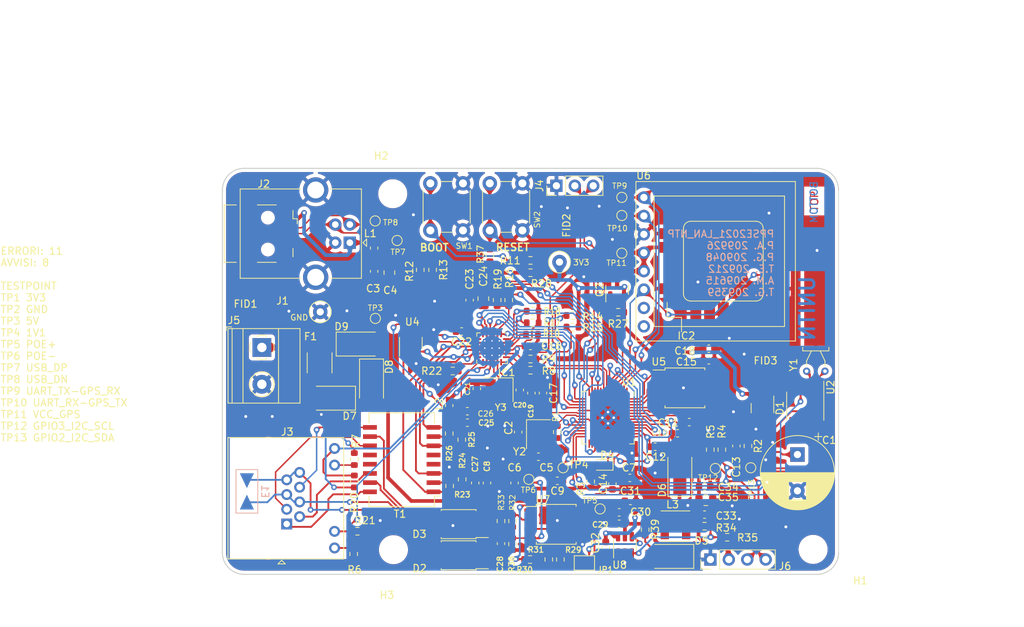
<source format=kicad_pcb>
(kicad_pcb (version 20211014) (generator pcbnew)
  (title_block (title "PPSE_LAN_NTP") (date "2022-04-12") (rev "0"))
  (layers (0 "F.Cu" signal) (31 "B.Cu" signal) (34 "B.Paste" user) (35 "F.Paste" user) (36 "B.SilkS" user "B.Silkscreen") (37 "F.SilkS" user "F.Silkscreen") (38 "B.Mask" user) (39 "F.Mask" user) (44 "Edge.Cuts" user))
  (net 0 "")
  (net 1 "Net-(IC1-Pad23)")
  (net 2 "Net-(C22-Pad1)")
  (net 3 "Net-(IC1-Pad22)")
  (net 6 "Net-(IC1-Pad21)")
  (net 7 "Net-(IC1-Pad20)")
  (net 8 "RX_N")
  (net 9 "RJ45_RXC")
  (net 10 "RX_P")
  (net 13 "TX_N")
  (net 14 "RJ45_TXC")
  (net 15 "TX_P")
  (net 16 "GND")
  (net 17 "+3V3")
  (net 18 "/GPIO2_I2C_SDA")
  (net 19 "/GPIO3_I2C_SCL")
  (net 20 "/VCC_GPS")
  (net 21 "/UART_RX-GPS_TX")
  (net 22 "/UART_TX-GPS_RX")
  (net 23 "/USB_DN")
  (net 24 "/USB_DP")
  (net 25 "poe-")
  (net 26 "poe+")
  (net 27 "+1V1")
  (net 28 "+5V")
  (net 29 "Net-(F1-Pad1)")
  (net 30 "Net-(C33-Pad2)")
  (net 31 "RXD0")
  (net 32 "Net-(IC1-Pad8)")
  (net 33 "RXD1")
  (net 34 "Net-(IC1-Pad7)")
  (net 35 "Net-(IC1-Pad24)")
  (net 36 "Net-(IC1-Pad10)")
  (net 37 "Net-(C29-Pad1)")
  (net 38 "Net-(J3-Pad11)")
  (net 39 "Net-(R32-Pad2)")
  (net 40 "Net-(R32-Pad1)")
  (net 41 "Net-(R29-Pad2)")
  (net 42 "Net-(R30-Pad1)")
  (net 43 "Net-(R1-Pad1)")
  (net 44 "Net-(C5-Pad1)")
  (net 45 "Net-(C1-Pad1)")
  (net 46 "Net-(D4-Pad2)")
  (net 47 "Net-(J3-Pad9)")
  (net 48 "Net-(IC1-Pad14)")
  (net 49 "/QSPI_SS")
  (net 50 "Net-(R11-Pad2)")
  (net 51 "Net-(R12-Pad2)")
  (net 52 "Net-(R13-Pad2)")
  (net 53 "/GPS_EN")
  (net 54 "/MCU_nRST")
  (net 55 "LAN_REFCK")
  (net 56 "CRS")
  (net 57 "MDIO")
  (net 58 "LEDB_RJ45")
  (net 59 "LEDA_RJ45")
  (net 60 "Net-(C32-Pad1)")
  (net 61 "Net-(JP1-Pad2)")
  (net 62 "Net-(C32-Pad2)")
  (net 63 "Net-(JP1-Pad1)")
  (net 65 "/QSPI_SD1")
  (net 66 "/QSPI_SD2")
  (net 67 "/QSPI_SD0")
  (net 68 "/QSPI_SCLK")
  (net 69 "/QSPI_SD3")
  (net 70 "Net-(U2-Pad1)")
  (net 71 "Net-(U2-Pad2)")
  (net 72 "/RTC_nINT")
  (net 73 "/RTC_CLKOUT")
  (net 74 "Net-(D2-Pad3)")
  (net 75 "Net-(D2-Pad4)")
  (net 76 "Net-(C21-Pad1)")
  (net 77 "Net-(C20-Pad1)")
  (net 78 "Net-(C17-Pad1)")
  (net 79 "MDC")
  (net 80 "LAN_nRST")
  (net 81 "TXEN")
  (net 82 "TXD0")
  (net 83 "TXD1")
  (net 84 "/PPS")
  (net 85 "/GPIO9")
  (net 86 "Net-(C2-Pad1)")
  (net 87 "/SWCLK")
  (net 88 "/SWDIO")
  (net 89 "/GPIO_LED")
  (net 103 "/VUSB")
  (net 104 "Net-(D7-Pad1)")
  (net 106 "Net-(C13-Pad1)")
  (footprint "Capacitor_SMD:C_0603_1608Metric" (layer "F.Cu") (at 143.6 141.775 180)
    (fp_text reference "C5")
    (fp_text value "12p")
  )
  (footprint "Resistor_SMD:R_0603_1608Metric" (layer "F.Cu") (at 137.9 120.175 90)
    (fp_text reference "R19")
    (fp_text value "10k")
  )
  (footprint "Resistor_SMD:R_0603_1608Metric" (layer "F.Cu") (at 142.8 123.3)
    (fp_text reference "R17")
    (fp_text value "10k")
  )
  (footprint "Package_SO:SOIC-8_5.275x5.275mm_P1.27mm" (layer "F.Cu") (at 146.0516 151.1002)
    (fp_text reference "U7")
    (fp_text value "TPS2375-1")
  )
  (footprint "Diode_SMD:D_SMA" (layer "F.Cu") (at 114.9604 133.7056 180)
    (fp_text reference "D7")
    (fp_text value "SMAJ56")
  )
  (footprint "Resistor_SMD:R_0603_1608Metric" (layer "F.Cu") (at 136.9 114 90)
    (fp_text reference "R37")
    (fp_text value "1k")
  )
  (footprint "Resistor_SMD:R_0603_1608Metric" (layer "F.Cu") (at 131.3434 145.8092 90)
    (fp_text reference "R23")
    (fp_text value "49,9")
  )
  (footprint "Package_SO:SO-4_4.4x3.6mm_P2.54mm" (layer "F.Cu") (at 132.588 155.3718 180)
    (fp_text reference "D2")
    (fp_text value "MB1S")
  )
  (footprint "TestPoint:TestPoint_Pad_D1.0mm" (layer "F.Cu") (at 142.275 144.9)
    (fp_text reference "TP6")
    (fp_text value "POE-")
  )
  (footprint "TestPoint:TestPoint_Loop_D1.80mm_Drill1.0mm_Beaded" (layer "F.Cu") (at 113.5 121.8)
    (fp_text reference "TP2")
    (fp_text value "GND")
  )
  (footprint "TestPoint:TestPoint_Pad_D1.0mm" (layer "F.Cu") (at 124.1 111.95)
    (fp_text reference "TP7")
    (fp_text value "USB_DP")
  )
  (footprint "Package_TO_SOT_SMD:SOT-23-6" (layer "F.Cu") (at 126 126.1 90)
    (fp_text reference "U4")
    (fp_text value "USBLC6-4SC6")
  )
  (footprint "Button_Switch_THT:SW_PUSH_6mm" (layer "F.Cu") (at 128.687 110.565 90)
    (fp_text reference "SW1")
    (fp_text value "SW_Push")
  )
  (footprint "Resistor_SMD:R_0603_1608Metric" (layer "F.Cu") (at 166.51 151.3586)
    (fp_text reference "R34")
    (fp_text value "33k")
  )
  (footprint "Capacitor_SMD:C_0603_1608Metric" (layer "F.Cu") (at 141.025 132.575 -90)
    (fp_text reference "C20")
    (fp_text value "12p")
  )
  (footprint "Inductor_SMD:L_0603_1608Metric" (layer "F.Cu") (at 131.29 134.72 -90)
    (fp_text reference "L2")
    (fp_text value "25uH")
  )
  (footprint "Capacitor_SMD:C_0603_1608Metric" (layer "F.Cu") (at 120.9294 116.205 -90)
    (fp_text reference "C3")
    (fp_text value "100n")
  )
  (footprint "Resistor_SMD:R_0603_1608Metric" (layer "F.Cu") (at 154.6 121.85)
    (fp_text reference "R27")
    (fp_text value "47k")
  )
  (footprint "Capacitor_THT:CP_Radial_D10.0mm_P5.00mm" (layer "F.Cu") (at 179.324 141.478 -90)
    (fp_text reference "C1")
    (fp_text value "0.1F")
  )
  (footprint "Capacitor_SMD:C_0603_1608Metric" (layer "F.Cu") (at 133.79 135.5)
    (fp_text reference "C26")
    (fp_text value "100n")
  )
  (footprint "Resistor_SMD:R_0603_1608Metric" (layer "F.Cu") (at 142.8 121.7)
    (fp_text reference "R18")
    (fp_text value "10k")
  )
  (footprint "Resistor_SMD:R_0603_1608Metric" (layer "F.Cu") (at 140.0302 150.6474 -90)
    (fp_text reference "R32")
    (fp_text value "330")
  )
  (footprint "Resistor_SMD:R_0603_1608Metric" (layer "F.Cu") (at 118.2 142.1 -90)
    (fp_text reference "R7")
    (fp_text value "270")
  )
  (footprint "Fiducial:Fiducial_1mm_Mask2mm" (layer "F.Cu") (at 106 121.8)
    (fp_text reference "FID1")
    (fp_text value "Fiducial_1mm_Mask2mm")
  )
  (footprint "TestPoint:TestPoint_Pad_D1.0mm" (layer "F.Cu") (at 168 143.4)
    (fp_text reference "TP12")
    (fp_text value "I2C_SCL_RTC")
  )
  (footprint "Resistor_SMD:R_0603_1608Metric" (layer "F.Cu") (at 131.2926 138.5702 -90)
    (fp_text reference "R26")
    (fp_text value "49,9")
  )
  (footprint "Resistor_SMD:R_0603_1608Metric" (layer "F.Cu") (at 139.5 120.175 -90)
    (fp_text reference "R16")
    (fp_text value "33")
  )
  (footprint "Diode_SMD:D_SMA" (layer "F.Cu") (at 163.1 143.86 90)
    (fp_text reference "D6")
    (fp_text value "D_Schottky")
  )
  (footprint "Resistor_SMD:R_0603_1608Metric" (layer "F.Cu") (at 158.3182 151.8412 90)
    (fp_text reference "R39")
    (fp_text value "0R NF")
  )
  (footprint "TerminalBlock_Phoenix:TerminalBlock_Phoenix_MKDS-1,5-2-5.08_1x02_P5.08mm_Horizontal" (layer "F.Cu") (at 105.445 126.705 -90)
    (fp_text reference "J5")
    (fp_text value "Screw_Terminal_01x02")
  )
  (footprint "Capacitor_SMD:C_0603_1608Metric" (layer "F.Cu") (at 164.4 137)
    (fp_text reference "C11")
    (fp_text value "100n")
  )
  (footprint "Resistor_SMD:R_0603_1608Metric" (layer "F.Cu") (at 118.63 152.06)
    (fp_text reference "R21")
    (fp_text value "10k")
  )
  (footprint "Resistor_SMD:R_0603_1608Metric" (layer "F.Cu") (at 167.3 140.8 90)
    (fp_text reference "R5")
    (fp_text value "10k")
  )
  (footprint "Jumper:SolderJumper-2_P1.3mm_Bridged_Pad1.0x1.5mm" (layer "F.Cu") (at 149.9362 156.4386)
    (fp_text reference "JP1")
    (fp_text value "SolderJumper_2_Bridged")
  )
  (footprint "TestPoint:TestPoint_Pad_D1.0mm" (layer "F.Cu") (at 152.1 148.975)
    (fp_text reference "TP5")
    (fp_text value "POE+")
  )
  (footprint "Capacitor_SMD:C_0805_2012Metric" (layer "F.Cu") (at 166.6878 147.7772)
    (fp_text reference "C35")
    (fp_text value "100u")
  )
  (footprint "Diode_SMD:D_SMA" (layer "F.Cu") (at 161.6202 155.5242 180)
    (fp_text reference "D5")
    (fp_text value "S1B")
  )
  (footprint "Capacitor_SMD:C_0805_2012Metric" (layer "F.Cu") (at 123.0376 116.3828 -90)
    (fp_text reference "C4")
    (fp_text value "10u")
  )
  (footprint "Capacitor_SMD:C_0603_1608Metric" (layer "F.Cu") (at 154.7368 151.0284 180)
    (fp_text reference "C29")
    (fp_text value "2u2")
  )
  (footprint "Resistor_SMD:R_0603_1608Metric" (layer "F.Cu") (at 142.5 116.4)
    (fp_text reference "R28")
    (fp_text value "R4 no fit (o 10k)")
  )
  (footprint "LED_SMD:LED_0603_1608Metric" (layer "F.Cu") (at 152.4 142.9 180)
    (fp_text reference "D4")
    (fp_text value "LED")
  )
  (footprint "Package_TO_SOT_SMD:SOT-23" (layer "F.Cu") (at 174.5 135.075 -90)
    (fp_text reference "D1")
    (fp_text value "BAT54C")
  )
  (footprint "Button_Switch_THT:SW_PUSH_6mm" (layer "F.Cu") (at 136.887 110.565 90)
    (fp_text reference "SW2")
    (fp_text value "SW_Push")
  )
  (footprint "Capacitor_SMD:C_0603_1608Metric" (layer "F.Cu") (at 156.2 144.7)
    (fp_text reference "C7")
    (fp_text value "100n")
  )
  (footprint "Resistor_SMD:R_0603_1608Metric" (layer "F.Cu") (at 142.5 114.7 180)
    (fp_text reference "R11")
    (fp_text value "1k")
  )
  (footprint "Capacitor_SMD:C_0603_1608Metric" (layer "F.Cu") (at 135.1 132.4 90)
    (fp_text reference "C21")
    (fp_text value "12p")
  )
  (footprint "Capacitor_SMD:C_0603_1608Metric" (layer "F.Cu") (at 152.8826 154.3056 90)
    (fp_text reference "C32")
    (fp_text value "100n")
  )
  (footprint "Diode_SMD:D_SMA" (layer "F.Cu") (at 120.5738 131.699 -90)
    (fp_text reference "D8")
    (fp_text value "S1B")
  )
  (footprint "Inductor_SMD:L_Vishay_IFSC-1515AH_4x4x1.8mm" (layer "F.Cu") (at 162.4968 151.3586)
    (fp_text reference "L3")
    (fp_text value "22u")
  )
  (footprint "TestPoint:TestPoint_Pad_D1.0mm" (layer "F.Cu") (at 155.1 113.7)
    (fp_text reference "TP11")
    (fp_text value "VCC_GPS")
  )
  (footprint "Resistor_SMD:R_0603_1608Metric" (layer "F.Cu") (at 169.6342 152.8826)
    (fp_text reference "R35")
    (fp_text value "10k")
  )
  (footprint "Resistor_SMD:R_0603_1608Metric" (layer "F.Cu") (at 145.025 155.95 90)
    (fp_text reference "R31")
    (fp_text value "50k")
  )
  (footprint "Capacitor_SMD:C_0603_1608Metric" (layer "F.Cu") (at 166.51 149.7584)
    (fp_text reference "C33")
    (fp_text value "470p")
  )
  (footprint "Resistor_SMD:R_0603_1608Metric" (layer "F.Cu") (at 133.0706 144.8948 -90)
    (fp_text reference "R24")
    (fp_text value "49,9")
  )
  (footprint "Resistor_SMD:R_0603_1608Metric" (layer "F.Cu") (at 146.625 155.95 90)
    (fp_text reference "R29")
    (fp_text value "50k")
  )
  (footprint "Capacitor_SMD:C_0603_1608Metric" (layer "F.Cu") (at 140.3 145.4 90)
    (fp_text reference "C6")
    (fp_text value "100n")
  )
  (footprint "Crystal:Crystal_SMD_3225-4Pin_3.2x2.5mm" (layer "F.Cu") (at 143.6 138.675 -90)
    (fp_text reference "Y2")
    (fp_text value "Crystal_GND24")
  )
  (footprint "PSE2021:PAM-7Q" (layer "F.Cu") (at 168.04 114.82 -90)
    (fp_text reference "U6")
    (fp_text value "PAM7Q")
  )
  (footprint "Capacitor_SMD:C_0603_1608Metric" (layer "F.Cu") (at 159.7 140.4)
    (fp_text reference "C12")
    (fp_text value "2u2")
  )
  (footprint "Capacitor_SMD:C_0603_1608Metric" (layer "F.Cu") (at 154.7368 149.4536 180)
    (fp_text reference "C30")
    (fp_text value "2u2")
  )
  (footprint "Capacitor_SMD:C_0603_1608Metric" (layer "F.Cu") (at 133.8 137.08)
    (fp_text reference "C25")
    (fp_text value "100n")
  )
  (footprint "Capacitor_SMD:C_0603_1608Metric" (layer "F.Cu") (at 153.8 145.5 -90)
    (fp_text reference "C14")
    (fp_text value "2u2")
  )
  (footprint "Resistor_SMD:R_0603_1608Metric" (layer "F.Cu") (at 142.5 129.85 180)
    (fp_text reference "R8")
    (fp_text value "33")
  )
  (footprint "Package_DFN_QFN:HVQFN-24-1EP_4x4mm_P0.5mm_EP2.5x2.5mm_ThermalVias" (layer "F.Cu") (at 137.2 126.8 90)
    (fp_text reference "IC1")
    (fp_text value "LAN8742A-CZ")
  )
  (footprint "PSE2021:SAM-M8Q" (layer "F.Cu") (at 169.1 114.8)
    (fp_text reference "IC2")
    (fp_text value "SAM-M8Q-0")
  )
  (footprint "MountingHole:MountingHole_3mm" (layer "F.Cu") (at 123.5 105.5)
    (fp_text reference "H2")
    (fp_text value "MountingHole")
  )
  (footprint "TestPoint:TestPoint_Pad_D1.0mm" (layer "F.Cu") (at 155.1 108.5)
    (fp_text reference "TP10")
    (fp_text value "UART_RX-GPS_TX")
  )
  (footprint "Capacitor_SMD:C_0603_1608Metric" (layer "F.Cu") (at 167.1 126.875)
    (fp_text reference "C18")
    (fp_text value "2u2")
  )
  (footprint "TestPoint:TestPoint_Pad_D1.0mm" (layer "F.Cu") (at 147 143.3)
    (fp_text reference "TP4")
    (fp_text value "1V1")
  )
  (footprint "Capacitor_SMD:C_0603_1608Metric" (layer "F.Cu") (at 166.52 145.9)
    (fp_text reference "C34")
    (fp_text value "100n")
  )
  (footprint "Resistor_SMD:R_0603_1608Metric" (layer "F.Cu") (at 150.8 145.2 90)
    (fp_text reference "R3")
    (fp_text value "R")
  )
  (footprint "Diode_SMD:D_SMA" (layer "F.Cu") (at 119.1006 126.238)
    (fp_text reference "D9")
    (fp_text value "D_Schottky")
  )
  (footprint "PSE2021:RJ45_Amphenol_RJHSE-5081" (layer "F.Cu") (at 108.875 151.06 90)
    (fp_text reference "J3")
    (fp_text value "8P8C_LED")
  )
  (footprint "Resistor_SMD:R_0603_1608Metric" (layer "F.Cu") (at 148.305 122.3)
    (fp_text reference "R14")
    (fp_text value "10k")
  )
  (footprint "Capacitor_SMD:C_0603_1608Metric" (layer "F.Cu") (at 133 124.5 180)
    (fp_text reference "C22")
    (fp_text value "100n")
  )
  (footprint "Connector_USB:USB_B_OST_USB-B1HSxx_Horizontal" (layer "F.Cu") (at 117.5775 112.25 180)
    (fp_text reference "J1")
    (fp_text value "USB_B")
  )
  (footprint "TestPoint:TestPoint_Pad_D1.0mm" (layer "F.Cu") (at 172.88 143.3)
    (fp_text reference "TP13")
    (fp_text value "I2C_SDA_RTC")
  )
  (footprint "Inductor_SMD:L_0603_1608Metric" (layer "F.Cu") (at 120.9294 113.0046 90)
    (fp_text reference "L1")
    (fp_text value "200mA 120Ohm")
  )
  (footprint "Resistor_SMD:R_0603_1608Metric" (layer "F.Cu") (at 148.3 123.9)
    (fp_text reference "R15")
    (fp_text value "10k")
  )
  (footprint "Capacitor_SMD:C_0603_1608Metric" (layer "F.Cu") (at 167.1 128.475)
    (fp_text reference "C15")
    (fp_text value "100n")
  )
  (footprint "Resistor_SMD:R_0603_1608Metric" (layer "F.Cu") (at 172.5 140.3 90)
    (fp_text reference "R2")
    (fp_text value "100")
  )
  (footprint "TestPoint:TestPoint_Pad_D1.0mm" (layer "F.Cu") (at 155.1 106)
    (fp_text reference "TP9")
    (fp_text value "UART_TX-GPS_RX")
  )
  (footprint "Resistor_SMD:R_0603_1608Metric" (layer "F.Cu") (at 138.43 150.6474 90)
    (fp_text reference "R33")
    (fp_text value "27")
  )
  (footprint "Resistor_SMD:R_0603_1608Metric" (layer "F.Cu") (at 142.5 128.3 180)
    (fp_text reference "R9")
    (fp_text value "33")
  )
  (footprint "Crystal:Crystal_AT310_D3.0mm_L10.0mm_Horizontal_1EP_style1" (layer "F.Cu") (at 183.125 129.975 180)
    (fp_text reference "Y1")
    (fp_text value "Crystal_GND3")
  )
  (footprint "Capacitor_SMD:C_0603_1608Metric" (layer "F.Cu") (at 162.8 138.55)
    (fp_text reference "C10")
    (fp_text value "100n")
  )
  (footprint "Transformer_SMD:Transformer_Ethernet_Wuerth_749013011A" (layer "F.Cu") (at 124.7394 142.177 180)
    (fp_text reference "T1")
    (fp_text value "749013011")
  )
  (footprint "Capacitor_SMD:C_0603_1608Metric" (layer "F.Cu") (at 138.43 153.7592 90)
    (fp_text reference "C28")
    (fp_text value "100n 100v")
  )
  (footprint "Capacitor_SMD:C_0805_2012Metric" (layer "F.Cu") (at 136 119.975 90)
    (fp_text reference "C24")
    (fp_text value "10u 16V")
  )
  (footprint "Resistor_SMD:R_0603_1608Metric" (layer "F.Cu") (at 142.4432 155.956)
    (fp_text reference "R30")
    (fp_text value "178k")
  )
  (footprint "Capacitor_SMD:C_0603_1608Metric" (layer "F.Cu") (at 140.8 138.375 -90)
    (fp_text reference "C2")
    (fp_text value "12p")
  )
  (footprint "Resistor_SMD:R_0603_1608Metric" (layer "F.Cu") (at 129 116 -90)
    (fp_text reference "R13")
    (fp_text value "27")
  )
  (footprint "Capacitor_SMD:C_0603_1608Metric" (layer "F.Cu") (at 142.625 133 -90)
    (fp_text reference "C19")
    (fp_text value "470p")
  )
  (footprint "Capacitor_SMD:C_0603_1608Metric" (layer "F.Cu") (at 156.2862 147.8788)
    (fp_text reference "C31")
    (fp_text value "100n 100v")
  )
  (footprint "Connector_PinHeader_2.54mm:PinHeader_1x04_P2.54mm_Vertical" (layer "F.Cu") (at 167.3198 155.956 90)
    (fp_text reference "J6")
    (fp_text value "Conn_01x04_Female")
  )
  (footprint "MountingHole:MountingHole_3mm" (layer "F.Cu") (at 181.483 154.559)
    (fp_text reference "H1")
    (fp_text value "MountingHole")
  )
  (footprint "TestPoint:TestPoint_Pad_D1.0mm" (layer "F.Cu") (at 121.075 109.25)
    (fp_text reference "TP8")
    (fp_text value "USB_DN")
  )
  (footprint "Resistor_SMD:R_0603_1608Metric" (layer "F.Cu") (at 140.0302 153.8224 -90)
    (fp_text reference "R38")
    (fp_text value "0R NF")
  )
  (footprint "Package_TO_SOT_SMD:SOT-23" (layer "F.Cu") (at 154.45 118.75 90)
    (fp_text reference "Q2")
    (fp_text value "IRLML6402")
  )
  (footprint "PSE2021:RP2040-QFN-56" (layer "F.Cu") (at 153.2 136.4 -90)
    (fp_text reference "U1")
    (fp_text value "RP2040")
  )
  (footprint "Resistor_SMD:R_0603_1608Metric" (layer "F.Cu") (at 133.0198 139.4338 90)
    (fp_text reference "R25")
    (fp_text value "49,9")
  )
  (footprint "Fiducial:Fiducial_1mm_Mask2mm" (layer "F.Cu") (at 145.65 109.8 90)
    (fp_text reference "FID2")
    (fp_text value "Fiducial_1mm_Mask2mm")
  )
  (footprint "Resistor_SMD:R_0603_1608Metric" (layer "F.Cu") (at 118.2 145.19 -90)
    (fp_text reference "R20")
    (fp_text value "10k")
  )
  (footprint "Resistor_SMD:R_0603_1608Metric" (layer "F.Cu") (at 146.2 138.375 -90)
    (fp_text reference "R1")
    (fp_text value "1k")
  )
  (footprint "Fiducial:Fiducial_1mm_Mask2mm" (layer "F.Cu") (at 174.925 130.525)
    (fp_text reference "FID3")
    (fp_text value "Fiducial_1mm_Mask2mm")
  )
  (footprint "MountingHole:MountingHole_3mm" (layer "F.Cu") (at 123.6 154.6)
    (fp_text reference "H3")
    (fp_text value "MountingHole")
  )
  (footprint "Resistor_SMD:R_0603_1608Metric" (layer "F.Cu") (at 118.11 155.194 90)
    (fp_text reference "R6")
    (fp_text value "270")
  )
  (footprint "Capacitor_SMD:C_0603_1608Metric" (layer "F.Cu") (at 134.875 145.4 -90)
    (fp_text reference "C27")
    (fp_text value "100n")
  )
  (footprint "Crystal:Crystal_SMD_3225-4Pin_3.2x2.5mm" (layer "F.Cu") (at 138.1 132.55 180)
    (fp_text reference "Y3")
    (fp_text value "25MHz")
  )
  (footprint "Resistor_SMD:R_0603_1608Metric" (layer "F.Cu") (at 127.3 116 -90)
    (fp_text reference "R12")
    (fp_text value "27")
  )
  (footprint "Resistor_SMD:R_0603_1608Metric" (layer "F.Cu") (at 142.7 124.9)
    (fp_text reference "R10")
    (fp_text value "10k")
  )
  (footprint "Capacitor_SMD:C_0603_1608Metric" (layer "F.Cu") (at 134.1 120.175 90)
    (fp_text reference "C23")
    (fp_text value "100n")
  )
  (footprint "Capacitor_SMD:C_0603_1608Metric" (layer "F.Cu") (at 170.9 140.3 -90)
    (fp_text reference "C13")
    (fp_text value "100n")
  )
  (footprint "Connector_PinHeader_2.54mm:PinHeader_1x03_P2.54mm_Vertical" (layer "F.Cu") (at 146.075 104.4 90)
    (fp_text reference "J4")
    (fp_text value "Conn_01x03")
  )
  (footprint "Package_SO:SOIC-8_3.9x4.9mm_P1.27mm" (layer "F.Cu") (at 180.4 134.8 -90)
    (fp_text reference "U2")
    (fp_text value "PCF8563T")
  )
  (footprint "Capacitor_SMD:C_0603_1608Metric" (layer "F.Cu") (at 142.5 126.5)
    (fp_text reference "C16")
    (fp_text value "100n")
  )
  (footprint "Package_SO:SOIC-8_5.275x5.275mm_P1.27mm" (layer "F.Cu") (at 163.8 132.275)
    (fp_text reference "U5")
    (fp_text value "W25Q16JVUSSQ")
  )
  (footprint "Capacitor_SMD:C_0603_1608Metric" (layer "F.Cu") (at 144.225 133 -90)
    (fp_text reference "C17")
    (fp_text value "1u")
  )
  (footprint "Package_TO_SOT_SMD:SOT-23-6" (layer "F.Cu") (at 155.5242 153.9376 90)
    (fp_text reference "U8")
    (fp_text value "LMR16006YQ")
  )
  (footprint "Fuse:Fuse_1812_4532Metric" (layer "F.Cu") (at 113.411 128.8288 -90)
    (fp_text reference "F1")
    (fp_text value "Polyfuse_Small: fino a 500ma")
  )
  (footprint "Capacitor_SMD:C_0603_1608Metric" (layer "F.Cu") (at 146.2 145.1 180)
    (fp_text reference "C9")
    (fp_text value "100n")
  )
  (footprint "Package_SO:SO-4_4.4x3.6mm_P2.54mm" (layer "F.Cu") (at 132.588 151.0792 180)
    (fp_text reference "D3")
    (fp_text value "MB1S")
  )
  (footprint "Capacitor_SMD:C_0603_1608Metric" (layer "F.Cu") (at 136.5 145.4 -90)
    (fp_text reference "C8")
    (fp_text value "100n")
  )
  (footprint "Resistor_SMD:R_0603_1608Metric" (layer "F.Cu") (at 168.9 140.8 90)
    (fp_text reference "R4")
    (fp_text value "10k")
  )
  (footprint "TestPoint:TestPoint_Pad_D1.0mm" (layer "F.Cu") (at 121.1 122.7)
    (fp_text reference "TP3")
    (fp_text value "5V")
  )
  (footprint "TestPoint:TestPoint_Loop_D1.80mm_Drill1.0mm_Beaded" (layer "F.Cu") (at 146.5 114.925)
    (fp_text reference "TP1")
    (fp_text value "3V3")
  )
  (footprint "Resistor_SMD:R_0603_1608Metric" (layer "F.Cu") (at 131.775 129.95 180)
    (fp_text reference "R22")
    (fp_text value "12k1")
  )
  (footprint "Connector_USB:USB_Mini-B_Wuerth_65100516121_Horizontal" (layer "F.Cu") (at 106.275 111 -90)
    (fp_text reference "J2")
    (fp_text value "USB_B_Mini")
  )
  (footprint "PSE2021:SPARK_GAP_TRIANGLE" (layer "B.Cu") (at 103.378 146.558 180)
    (fp_text reference "E1")
    (fp_text value "SparkGap")
  )
  (gr_line (start 185 105) (end 185 155) (layer "Edge.Cuts") (width 0.1))
  (gr_line (start 182 158) (end 103 158) (layer "Edge.Cuts") (width 0.15))
  (gr_line (start 100 155) (end 100 105) (layer "Edge.Cuts") (width 0.15))
  (gr_arc (start 103 158) (mid 100.87868 157.12132) (end 100 155) (layer "Edge.Cuts") (width 0.15))
  (gr_arc (start 185 155) (mid 184.12132 157.12132) (end 182 158) (layer "Edge.Cuts") (width 0.15))
  (gr_arc (start 100 105) (mid 100.87868 102.87868) (end 103 102) (layer "Edge.Cuts") (width 0.15))
  (gr_arc (start 182 102) (mid 184.12132 102.87868) (end 185 105) (layer "Edge.Cuts") (width 0.15))
  (gr_line (start 103 102) (end 182 102) (layer "Edge.Cuts") (width 0.15))
  (gr_text "TOP" (at 181.675 106.5 90) (layer "F.Cu") (effects (font (size 1 1))))
  (gr_text "BOTTOM" (at 181.600009 106.649993 90) (layer "B.Cu") (effects (font (size 1 1)) (justify mirror)))
  (gr_text "UNITN" (at 180.675001 121.325005 90) (layer "B.Cu") (effects (font (size 2.032 2.032) (thickness 0.381)) (justify mirror)))
  (gr_text "PPSE2021_LAN_NTP\nP.A. 209926\nP.G. 209048\nT.E. 209212\nA.M. 209615\nT.G. 209359" (at 176.200003 115.075005) (layer "B.SilkS") (effects (font (size 1 1)) (justify left mirror)))
  (gr_text "BOOT" (at 129.225 112.924996) (layer "F.SilkS") (effects (font (size 1.016 1.016) (thickness 0.2032))))
  (gr_text "ERRORI: 11\nAVVISI: 8\n\nTESTPOINT\nTP1 3V3\nTP2 GND\nTP3 5V\nTP4 1V1\nTP5 POE+\nTP6 POE-\nTP7 USB_DP\nTP8 USB_DN\nTP9 UART_TX-GPS_RX\nTP10 UART_RX-GPS_TX\nTP11 VCC_GPS\nTP12 GPIO3_I2C_SCL\nTP13 GPIO2_I2C_SDA" (at 69.325007 126.275008) (layer "F.SilkS") (effects (font (size 1 1)) (justify left)))
  (gr_text "GND" (at 110.6 122.575) (layer "F.SilkS") (effects (font (size 0.8 0.8) (thickness 0.12))))
  (gr_text "RESET" (at 140.05 112.875) (layer "F.SilkS") (effects (font (size 1.016 1.016) (thickness 0.2032))))
  (gr_text "3V3\n" (at 149.5 114.975) (layer "F.SilkS") (effects (font (size 0.8 0.8) (thickness 0.12))))
  (segment (start 127.25 131.55) (end 127.25 139.9) (width 0.254) (layer "F.Cu") (net 1))
  (segment (start 130.798016 128.001984) (end 127.25 131.55) (width 0.254) (layer "F.Cu") (net 1))
  (segment (start 127.622 140.272) (end 129.1244 140.272) (width 0.254) (layer "F.Cu") (net 1))
  (segment (start 128.275 127.275) (end 126.9875 127.275) (width 0.254) (layer "F.Cu") (net 1))
  (segment (start 131.901984 128.001984) (end 130.798016 128.001984) (width 0.254) (layer "F.Cu") (net 1))
  (segment (start 134.55 127.55) (end 135.2625 127.55) (width 0.254) (layer "F.Cu") (net 1))
  (segment (start 133.0066 140.272) (end 129.1244 140.272) (width 0.254) (layer "F.Cu") (net 1))
  (segment (start 133.0198 140.2588) (end 133.0066 140.272) (width 0.254) (layer "F.Cu") (net 1))
  (segment (start 127.25 139.9) (end 127.622 140.272) (width 0.254) (layer "F.Cu") (net 1))
  (segment (start 133.8 128.3) (end 134.55 127.55) (width 0.254) (layer "F.Cu") (net 1))
  (via (at 131.901984 128.001984) (size 0.8) (drill 0.4) (layers "F.Cu" "B.Cu") (net 1))
  (via (at 133.8 128.3) (size 0.8) (drill 0.4) (layers "F.Cu" "B.Cu") (net 1))
  (via (at 128.275 127.275) (size 0.8) (drill 0.4) (layers "F.Cu" "B.Cu") (net 1))
  (segment (start 129.001984 128.001984) (end 131.901984 128.001984) (width 0.254) (layer "B.Cu") (net 1))
  (segment (start 128.275 127.275) (end 129.001984 128.001984) (width 0.254) (layer "B.Cu") (net 1))
  (segment (start 133.209967 128.001984) (end 133.507983 128.3) (width 0.254) (layer "B.Cu") (net 1))
  (segment (start 131.901984 128.001984) (end 133.209967 128.001984) (width 0.254) (layer "B.Cu") (net 1))
  (segment (start 133.507983 128.3) (end 133.8 128.3) (width 0.254) (layer "B.Cu") (net 1))
  (segment (start 134.275 145.225) (end 134.875 144.625) (width 0.254) (layer "F.Cu") (net 2))
  (segment (start 131.2975 135.5) (end 131.29 135.5075) (width 0.1778) (layer "F.Cu") (net 2))
  (segment (start 134.255 145.225) (end 133.7602 145.7198) (width 0.254) (layer "F.Cu") (net 2))
  (segment (start 133.65 123.5) (end 133.775 123.625) (width 0.2032) (layer "F.Cu") (net 2))
  (segment (start 126 123.5) (end 124.052303 123.5) (width 0.2032) (layer "F.Cu") (net 2))
  (segment (start 129.1244 145.352) (end 130.2512 145.352) (width 0.25) (layer "F.Cu") (net 2))
  (segment (start 135.2625 125.55) (end 134.825 125.55) (width 0.254) (layer "F.Cu") (net 2))
  (segment (start 130.6444 139.3952) (end 131.2926 139.3952) (width 0.25) (layer "F.Cu") (net 2))
  (segment (start 133.025 138.6036) (end 133.0198 138.6088) (width 0.1778) (layer "F.Cu") (net 2))
  (segment (start 133.015 135.5) (end 131.2975 135.5) (width 0.1778) (layer "F.Cu") (net 2))
  (segment (start 131.6012 138.6088) (end 133.0198 138.6088) (width 0.25) (layer "F.Cu") (net 2))
  (segment (start 129.1244 139.002) (end 130.2512 139.002) (width 0.25) (layer "F.Cu") (net 2))
  (segment (start 134.875 140.464) (end 134.875 144.625) (width 0.1778) (layer "F.Cu") (net 2))
  (segment (start 128.6 133.1) (end 131.0075 135.5075) (width 0.2032) (layer "F.Cu") (net 2))
  (segment (start 134.1 120.95) (end 135.975 120.95) (width 0.2032) (layer "F.Cu") (net 2))
  (segment (start 132.95326 135.43826) (end 132.95326 131.102051) (width 0.1778) (layer "F.Cu") (net 2))
  (segment (start 132.95326 131.102051) (end 135.317811 128.7375) (width 0.1778) (layer "F.Cu") (net 2))
  (segment (start 135.317811 128.7375) (end 135.95 128.7375) (width 0.1778) (layer "F.Cu") (net 2))
  (segment (start 126 124.9625) (end 126 123.5) (width 0.2032) (layer "F.Cu") (net 2))
  (segment (start 126.45 123.5) (end 133.65 123.5) (width 0.2032) (layer "F.Cu") (net 2))
  (segment (start 133.015 135.5) (end 132.95326 135.43826) (width 0.1778) (layer "F.Cu") (net 2))
  (segment (start 126.45 123.5) (end 126 123.5) (width 0.2032) (layer "F.Cu") (net 2))
  (segment (start 133.0198 138.6088) (end 134.875 140.464) (width 0.1778) (layer "F.Cu") (net 2))
  (segment (start 132.9142 144.9842) (end 133.08 145.15) (width 0.25) (layer "F.Cu") (net 2))
  (segment (start 133.025 137.08) (end 133.025 138.6036) (width 0.1778) (layer "F.Cu") (net 2))
  (segment (start 134.255 145.225) (end 134.275 145.225) (width 0.254) (layer "F.Cu") (net 2))
  (segment (start 124.052303 123.5) (end 123.6 123.952303) (width 0.2032) (layer "F.Cu") (net 2))
  (segment (start 133.08 145.7104) (end 133.0706 145.7198) (width 0.25) (layer "F.Cu") (net 2))
  (segment (start 133.775 123.625) (end 133.775 121.275) (width 0.2032) (layer "F.Cu") (net 2))
  (segment (start 134.825 125.55) (end 133.775 124.5) (width 0.254) (layer "F.Cu") (net 2))
  (segment (start 131.0075 135.5075) (end 131.29 135.5075) (width 0.2032) (layer "F.Cu") (net 2))
  (segment (start 133.775 121.275) (end 134.1 120.95) (width 0.2032) (layer "F.Cu") (net 2))
  (segment (start 131.2926 139.3952) (end 131.2926 138.9174) (width 0.25) (layer "F.Cu") (net 2))
  (segment (start 133.08 145.15) (end 133.08 145.7104) (width 0.25) (layer "F.Cu") (net 2))
  (segment (start 133.7602 145.7198) (end 133.0706 145.7198) (width 0.254) (layer "F.Cu") (net 2))
  (segment (start 133.025 137.08) (end 133.025 135.51) (width 0.1778) (layer "F.Cu") (net 2))
  (segment (start 135.975 120.95) (end 136 120.925) (width 0.2032) (layer "F.Cu") (net 2))
  (segment (start 131.3434 144.9842) (end 132.9142 144.9842) (width 0.25) (layer "F.Cu") (net 2))
  (segment (start 130.2512 145.352) (end 130.619 144.9842) (width 0.25) (layer "F.Cu") (net 2))
  (segment (start 130.619 144.9842) (end 131.3434 144.9842) (width 0.25) (layer "F.Cu") (net 2))
  (segment (start 133.025 135.51) (end 133.015 135.5) (width 0.1778) (layer "F.Cu") (net 2))
  (segment (start 133.775 124.5) (end 133.775 123.625) (width 0.2032) (layer "F.Cu") (net 2))
  (segment (start 131.2926 138.9174) (end 131.6012 138.6088) (width 0.25) (layer "F.Cu") (net 2))
  (segment (start 130.2512 139.002) (end 130.6444 139.3952) (width 0.25) (layer "F.Cu") (net 2))
  (via (at 123.6 123.952303) (size 0.8) (drill 0.4) (layers "F.Cu" "B.Cu") (net 2))
  (via (at 128.6 133.1) (size 0.8) (drill 0.4) (layers "F.Cu" "B.Cu") (net 2))
  (segment (start 123.6 123.952303) (end 123.6 128.160126) (width 0.2032) (layer "B.Cu") (net 2))
  (segment (start 128.539874 133.1) (end 128.6 133.1) (width 0.2032) (layer "B.Cu") (net 2))
  (segment (start 123.6 128.160126) (end 128.539874 133.1) (width 0.2032) (layer "B.Cu") (net 2))
  (segment (start 127.725 137.275) (end 128.182 137.732) (width 0.254) (layer "F.Cu") (net 3))
  (segment (start 132.193705 128.706295) (end 130.768705 128.706295) (width 0.254) (layer "F.Cu") (net 3))
  (segment (start 128.182 137.732) (end 129.1244 137.732) (width 0.254) (layer "F.Cu") (net 3))
  (segment (start 129.1244 137.732) (end 131.2794 137.732) (width 0.254) (layer "F.Cu") (net 3))
  (segment (start 126.9875 125) (end 130.457811 125) (width 0.2032) (layer "F.Cu") (net 3))
  (segment (start 127.725 131.75) (end 127.725 137.275) (width 0.254) (layer "F.Cu") (net 3))
  (segment (start 135.2625 127.05) (end 133.85 127.05) (width 0.254) (layer "F.Cu") (net 3))
  (segment (start 133.85 127.05) (end 132.193705 128.706295) (width 0.254) (layer "F.Cu") (net 3))
  (segment (start 131.2794 137.732) (end 131.2926 137.7452) (width 0.254) (layer "F.Cu") (net 3))
  (segment (start 126.95 124.9625) (end 126.9875 125) (width 0.2032) (layer "F.Cu") (net 3))
  (segment (start 130.457811 125) (end 130.7 125.242189) (width 0.2032) (layer "F.Cu") (net 3))
  (segment (start 130.768705 128.706295) (end 127.725 131.75) (width 0.254) (layer "F.Cu") (net 3))
  (via (at 133.55 127.34597) (size 0.8) (drill 0.4) (layers "F.Cu" "B.Cu") (net 3))
  (via (at 130.7 125.242189) (size 0.8) (drill 0.4) (layers "F.Cu" "B.Cu") (net 3))
  (segment (start 133.55 126.55) (end 132.242189 125.242189) (width 0.2032) (layer "B.Cu") (net 3))
  (segment (start 133.55 127.34597) (end 133.55 126.55) (width 0.2032) (layer "B.Cu") (net 3))
  (segment (start 132.242189 125.242189) (end 130.7 125.242189) (width 0.2032) (layer "B.Cu") (net 3))
  (segment (start 125.175 132.025) (end 124.95 132.25) (width 0.254) (layer "F.Cu") (net 6))
  (segment (start 125.05 127.2375) (end 124.975 127.3125) (width 0.254) (layer "F.Cu") (net 6))
  (segment (start 124.975 132.175) (end 125.025 132.175) (width 0.254) (layer "F.Cu") (net 6))
  (segment (start 130.5 126.7) (end 125.175 132.025) (width 0.254) (layer "F.Cu") (net 6))
  (segment (start 129.1244 146.622) (end 131.3312 146.622) (width 0.254) (layer "F.Cu") (net 6))
  (segment (start 132.5 126.6) (end 132.55 126.55) (width 0.254) (layer "F.Cu") (net 6))
  (segment (start 124.95 143.6) (end 127.972 146.622) (width 0.254) (layer "F.Cu") (net 6))
  (segment (start 127.972 146.622) (end 129.1244 146.622) (width 0.254) (layer "F.Cu") (net 6))
  (segment (start 124.975 127.3125) (end 124.975 132.175) (width 0.254) (layer "F.Cu") (net 6))
  (segment (start 125.025 132.175) (end 125.175 132.025) (width 0.254) (layer "F.Cu") (net 6))
  (segment (start 132.55 126.55) (end 135.2625 126.55) (width 0.254) (layer "F.Cu") (net 6))
  (segment (start 130.5 126.6) (end 130.5 126.7) (width 0.254) (layer "F.Cu") (net 6))
  (segment (start 131.3312 146.622) (end 131.3434 146.6342) (width 0.254) (layer "F.Cu") (net 6))
  (segment (start 124.95 132.25) (end 124.95 143.6) (width 0.254) (layer "F.Cu") (net 6))
  (via (at 130.5 126.6) (size 0.8) (drill 0.4) (layers "F.Cu" "B.Cu") (net 6))
  (via (at 132.5 126.6) (size 0.8) (drill 0.4) (layers "F.Cu" "B.Cu") (net 6))
  (segment (start 132.5 126.6) (end 130.5 126.6) (width 0.254) (layer "B.Cu") (net 6))
  (segment (start 126.7 131.45) (end 126.7 143.7) (width 0.25) (layer "F.Cu") (net 7))
  (segment (start 131.471089 125.921089) (end 131.825 126.275) (width 0.2032) (layer "F.Cu") (net 7))
  (segment (start 125.321089 125.921089) (end 131.471089 125.921089) (width 0.2032) (layer "F.Cu") (net 7))
  (segment (start 126.7 143.7) (end 127.082 144.082) (width 0.25) (layer "F.Cu") (net 7))
  (segment (start 126.725 131.375) (end 131.825 126.275) (width 0.254) (layer "F.Cu") (net 7))
  (segment (start 125.05 124.9625) (end 125.05 125.65) (width 0.2032) (layer "F.Cu") (net 7))
  (segment (start 126.725 131.425) (end 126.725 131.375) (width 0.254) (layer "F.Cu") (net 7))
  (segment (start 134.45 126.05) (end 134.2 125.8) (width 0.254) (layer "F.Cu") (net 7))
  (segment (start 127.082 144.082) (end 129.1244 144.082) (width 0.25) (layer "F.Cu") (net 7))
  (segment (start 133.0584 144.082) (end 133.0706 144.0698) (width 0.25) (layer "F.Cu") (net 7))
  (segment (start 129.1244 144.082) (end 133.0584 144.082) (width 0.25) (layer "F.Cu") (net 7))
  (segment (start 132.3 125.8) (end 131.825 126.275) (width 0.254) (layer "F.Cu") (net 7))
  (segment (start 125.05 125.65) (end 125.321089 125.921089) (width 0.2032) (layer "F.Cu") (net 7))
  (segment (start 134.2 125.8) (end 132.3 125.8) (width 0.254) (layer "F.Cu") (net 7))
  (segment (start 126.725 131.425) (end 126.7 131.45) (width 0.25) (layer "F.Cu") (net 7))
  (segment (start 135.2625 126.05) (end 134.45 126.05) (width 0.254) (layer "F.Cu") (net 7))
  (segment (start 113 138.05) (end 113.318 137.732) (width 0.2032) (layer "F.Cu") (net 8))
  (segment (start 113.318 137.732) (end 120.3544 137.732) (width 0.2032) (layer "F.Cu") (net 8))
  (via (at 113 138.05) (size 0.8) (drill 0.4) (layers "F.Cu" "B.Cu") (net 8))
  (segment (start 113 138.05) (end 113 143.635) (width 0.2032) (layer "B.Cu") (net 8))
  (segment (start 113 143.635) (end 110.655 145.98) (width 0.2032) (layer "B.Cu") (net 8))
  (segment (start 120.3544 139.002) (end 121.7046 139.002) (width 0.25) (layer "F.Cu") (net 9))
  (segment (start 121.7046 139.002) (end 122.2756 139.573) (width 0.25) (layer "F.Cu") (net 9))
  (segment (start 122.2756 139.573) (end 122.2756 146.174846) (width 0.25) (layer "F.Cu") (net 9))
  (segment (start 122.2756 146.174846) (end 125.909954 149.8092) (width 0.25) (layer "F.Cu") (net 9))
  (segment (start 125.909954 149.8092) (end 129.438 149.8092) (width 0.25) (layer "F.Cu") (net 9))
  (segment (start 117.85 139.1) (end 119.022 140.272) (width 0.2032) (layer "F.Cu") (net 10))
  (segment (start 119.022 140.272) (end 120.3544 140.272) (width 0.2032) (layer "F.Cu") (net 10))
  (segment (start 107.3404 143.891) (end 112.1314 139.1) (width 0.2032) (layer "F.Cu") (net 10))
  (segment (start 112.1314 139.1) (end 117.85 139.1) (width 0.2032) (layer "F.Cu") (net 10))
  (segment (start 108.875 149.028) (end 107.3404 147.4934) (width 0.2032) (layer "F.Cu") (net 10))
  (segment (start 107.3404 147.4934) (end 107.3404 143.891) (width 0.2032) (layer "F.Cu") (net 10))
  (segment (start 113.03 147.05) (end 113.03 149.479) (width 0.254) (layer "F.Cu") (net 13))
  (segment (start 119.7194 144.082) (end 118.6214 145.18) (width 0.254) (layer "F.Cu") (net 13))
  (segment (start 114.9 145.18) (end 113.03 147.05) (width 0.254) (layer "F.Cu") (net 13))
  (segment (start 118.6214 145.18) (end 114.9 145.18) (width 0.254) (layer "F.Cu") (net 13))
  (segment (start 113.03 149.479) (end 112.465 150.044) (width 0.254) (layer "F.Cu") (net 13))
  (segment (start 120.3544 144.082) (end 119.7194 144.082) (width 0.254) (layer "F.Cu") (net 13))
  (segment (start 112.465 150.044) (end 110.655 150.044) (width 0.254) (layer "F.Cu") (net 13))
  (segment (start 127.814236 152.3492) (end 129.438 152.3492) (width 0.25) (layer "F.Cu") (net 14))
  (segment (start 121.349 145.352) (end 120.3544 145.352) (width 0.25) (layer "F.Cu") (net 14))
  (segment (start 121.8184 145.8214) (end 121.8184 146.353365) (width 0.25) (layer "F.Cu") (net 14))
  (segment (start 121.349 145.352) (end 121.8184 145.8214) (width 0.25) (layer "F.Cu") (net 14))
  (segment (start 121.8184 146.353365) (end 127.814236 152.3492) (width 0.25) (layer "F.Cu") (net 14))
  (segment (start 109.265 151.45) (end 108.875 151.06) (width 0.254) (layer "F.Cu") (net 15))
  (segment (start 120.3544 146.622) (end 119.058 146.622) (width 0.254) (layer "F.Cu") (net 15))
  (segment (start 118.72 146.96) (end 115.29 146.96) (width 0.254) (layer "F.Cu") (net 15))
  (segment (start 114.62 149.08) (end 112.25 151.45) (width 0.254) (layer "F.Cu") (net 15))
  (segment (start 119.058 146.622) (end 118.72 146.96) (width 0.254) (layer "F.Cu") (net 15))
  (segment (start 115.29 146.96) (end 114.62 147.63) (width 0.254) (layer "F.Cu") (net 15))
  (segment (start 112.25 151.45) (end 109.265 151.45) (width 0.254) (layer "F.Cu") (net 15))
  (segment (start 114.62 147.63) (end 114.62 149.08) (width 0.254) (layer "F.Cu") (net 15))
  (segment (start 160.475 140.4) (end 160.475 141.525) (width 0.254) (layer "F.Cu") (net 16))
  (segment (start 118.2 141.275) (end 118.2 140.75) (width 0.254) (layer "F.Cu") (net 16))
  (segment (start 118.2 140.75) (end 117.35 139.9) (width 0.254) (layer "F.Cu") (net 16))
  (segment (start 132.225 124.5) (end 131.974993 124.249993) (width 0.254) (layer "F.Cu") (net 16))
  (segment (start 144.45 137.575) (end 144.45 137.825) (width 0.2032) (layer "F.Cu") (net 16))
  (segment (start 152.2 135.4) (end 153.2 136.4) (width 0.2032) (layer "F.Cu") (net 16))
  (segment (start 118.2 146.015) (end 115.415 146.015) (width 0.254) (layer "F.Cu") (net 16))
  (segment (start 113.65 135.95) (end 113.65 134.3952) (width 0.254) (layer "F.Cu") (net 16))
  (segment (start 134.225 119.275) (end 135.75 119.275) (width 0.2032) (layer "F.Cu") (net 16))
  (segment (start 149.625 135.4) (end 152.2 135.4) (width 0.2032) (layer "F.Cu") (net 16))
  (segment (start 155.5242 156.3992) (end 155.525 156.4) (width 0.254) (layer "F.Cu") (net 16))
  (segment (start 115.415 146.015) (end 115.4 146) (width 0.254) (layer "F.Cu") (net 16))
  (segment (start 142.75 139.525) (end 142.75 139.775) (width 0.2032) (layer "F.Cu") (net 16))
  (segment (start 144.336189 126.5) (end 144.361189 126.475) (width 0.508) (layer "F.Cu") (net 16))
  (segment (start 149.6516 153.8516) (end 149.67 153.87) (width 0.254) (layer "F.Cu") (net 16))
  (segment (start 135.75 119.275) (end 136 119.025) (width 0.2032) (layer "F.Cu") (net 16))
  (segment (start 155.5242 155.0751) (end 155.5242 156.3992) (width 0.254) (layer "F.Cu") (net 16))
  (segment (start 143.275 126.5) (end 144.336189 126.5) (width 0.508) (layer "F.Cu") (net 16))
  (segment (start 160.475 141.525) (end 160.525 141.575) (width 0.254) (layer "F.Cu") (net 16))
  (segment (start 113.65 134.3952) (end 112.9604 133.7056) (width 0.254) (layer "F.Cu") (net 16))
  (segment (start 149.6516 153.0052) (end 149.6516 153.8516) (width 0.254) (layer "F.Cu") (net 16))
  (segment (start 131.974993 124.249993) (end 129.150008 124.249993) (width 0.254) (layer "F.Cu") (net 16))
  (segment (start 144.45 137.825) (end 142.75 139.525) (width 0.2032) (layer "F.Cu") (net 16))
  (segment (start 134.1 119.4) (end 134.225 119.275) (width 0.2032) (layer "F.Cu") (net 16))
  (via (at 144.85 130.85) (size 0.8) (drill 0.4) (layers "F.Cu" "B.Cu") (net 16))
  (via (at 165.6 117.675) (size 0.8) (drill 0.4) (layers "F.Cu" "B.Cu") (net 16))
  (via (at 117.35 139.9) (size 0.762) (drill 0.381) (layers "F.Cu" "B.Cu") (net 16))
  (via (at 170.325 148.55) (size 0.8) (drill 0.4) (layers "F.Cu" "B.Cu") (net 16))
  (via (at 151.975 107.225) (size 0.8) (drill 0.4) (layers "F.Cu" "B.Cu") (net 16))
  (via (at 160.525 141.575) (size 0.762) (drill 0.381) (layers "F.Cu" "B.Cu") (net 16))
  (via (at 117.175 121.65) (size 0.8) (drill 0.4) (layers "F.Cu" "B.Cu") (net 16))
  (via (at 149.67 153.87) (size 0.762) (drill 0.381) (layers "F.Cu" "B.Cu") (net 16))
  (via (at 174.95 142.2) (size 0.8) (drill 0.4) (layers "F.Cu" "B.Cu") (net 16))
  (via (at 155.525 156.4) (size 0.762) (drill 0.381) (layers "F.Cu" "B.Cu") (net 16))
  (via (at 173.6 137.975) (size 0.8) (drill 0.4) (layers "F.Cu" "B.Cu") (net 16))
  (via (at 138.725 142.1) (size 0.8) (drill 0.4) (layers "F.Cu" "B.Cu") (net 16))
  (via (at 171.975 127.625) (size 0.8) (drill 0.4) (layers "F.Cu" "B.Cu") (net 16))
  (via (at 136.625 137.55) (size 0.8) (drill 0.4) (layers "F.Cu" "B.Cu") (net 16))
  (via (at 138.2 146.575) (size 0.8) (drill 0.4) (layers "F.Cu" "B.Cu") (net 16))
  (via (at 147.6 107.45) (size 0.8) (drill 0.4) (layers "F.Cu" "B.Cu") (net 16))
  (via (at 126.725 128.925) (size 0.8) (drill 0.4) (layers "F.Cu" "B.Cu") (net 16))
  (via (at 170.5 135.575) (size 0.8) (drill 0.4) (layers "F.Cu" "B.Cu") (net 16))
  (via (at 159.7 144.025) (size 0.8) (drill 0.4) (layers "F.Cu" "B.Cu") (net 16))
  (via (at 126.35 108.4) (size 0.8) (drill 0.4) (layers "F.Cu" "B.Cu") (net 16))
  (via (at 163.6 132.275) (size 0.8) (drill 0.4) (layers "F.Cu" "B.Cu") (net 16))
  (via (at 146.2 150.575) (size 0.8) (drill 0.4) (layers "F.Cu" "B.Cu") (net 16))
  (via (at 138.95 137.5) (size 0.8) (drill 0.4) (layers "F.Cu" "B.Cu") (net 16))
  (via (at 123.9 122.275) (size 0.8) (drill 0.4) (layers "F.Cu" "B.Cu") (net 16))
  (via (at 153.8 111.8) (size 0.8) (drill 0.4) (layers "F.Cu" "B.Cu") (net 16))
  (via (at 129.775 131.85) (size 0.762) (drill 0.381) (layers "F.Cu" "B.Cu") (net 16))
  (via (at 152.6 150.875) (size 0.762) (drill 0.381) (layers "F.Cu" "B.Cu") (net 16))
  (via (at 115.4 146) (size 0.762) (drill 0.381) (layers "F.Cu" "B.Cu") (net 16))
  (via (at 182.025 113.325) (size 0.8) (drill 0.4) (layers "F.Cu" "B.Cu") (net 16))
  (via (at 156.5 141.275) (size 0.8) (drill 0.4) (layers "F.Cu" "B.Cu") (net 16))
  (via (at 129.150008 124.249993) (size 0.8) (drill 0.4) (layers "F.Cu" "B.Cu") (net 16))
  (via (at 121.775 150.575) (size 0.8) (drill 0.4) (layers "F.Cu" "B.Cu") (net 16))
  (via (at 144.361189 126.475) (size 0.762) (drill 0.381) (layers "F.Cu" "B.Cu") (net 16))
  (via (at 129.275 120.325) (size 0.8) (drill 0.4) (layers "F.Cu" "B.Cu") (net 16))
  (via (at 142.175 154.5) (size 0.762) (drill 0.381) (layers "F.Cu" "B.Cu") (net 16))
  (via (at 131.3 143.2) (size 0.8) (drill 0.4) (layers "F.Cu" "B.Cu") (net 16))
  (via (at 106.875 136.225) (size 0.8) (drill 0.4) (layers "F.Cu" "B.Cu") (net 16))
  (via (at 175.9 139.8) (size 0.8) (drill 0.4) (layers "F.Cu" "B.Cu") (net 16))
  (via (at 164.2 148.5) (size 0.8) (drill 0.4) (layers "F.Cu" "B.Cu") (net 16))
  (via (at 144 107.275) (size 0.8) (drill 0.4) (layers "F.Cu" "B.Cu") (net 16))
  (via (at 167 138.175) (size 0.762) (drill 0.381) (layers "F.Cu" "B.Cu") (net 16))
  (via (at 149.85 116.95) (size 0.8) (drill 0.4) (layers "F.Cu" "B.Cu") (net 16))
  (via (at 177.725 151.45) (size 0.8) (drill 0.4) (layers "F.Cu" "B.Cu") (net 16))
  (via (at 169.921242 125.442886) (size 0.8) (drill 0.4) (layers "F.Cu" "B.Cu") (net 16))
  (via (at 109.175 121.7) (size 0.8) (drill 0.4) (layers "F.Cu" "B.Cu") (net 16))
  (via (at 131.8 151.275) (size 0.8) (drill 0.4) (layers "F.Cu" "B.Cu") (net 16))
  (via (at 103.225 136.225) (size 0.8) (drill 0.4) (layers "F.Cu" "B.Cu") (net 16))
  (via (at 171.3 150.375) (size 0.762) (drill 0.381) (layers "F.Cu" "B.Cu") (net 16))
  (via (at 175.4 108.175) (size 0.8) (drill 0.4) (layers "F.Cu" "B.Cu") (net 16))
  (via (at 136.55 140.575) (size 0.8) (drill 0.4) (layers "F.Cu" "B.Cu") (net 16))
  (via (at 113.65 135.95) (size 0.762) (drill 0.381) (layers "F.Cu" "B.Cu") (net 16))
  (segment (start 117.35 139.9) (end 114.45 137) (width 0.254) (layer "B.Cu") (net 16))
  (segment (start 114.25 144.85) (end 114.25 136.85) (width 0.254) (layer "B.Cu") (net 16))
  (segment (start 114.45 137) (end 113.65 136.2) (width 0.254) (layer "B.Cu") (net 16))
  (segment (start 113.65 136.2) (end 113.65 135.95) (width 0.254) (layer "B.Cu") (net 16))
  (segment (start 115.4 146) (end 114.25 144.85) (width 0.254) (layer "B.Cu") (net 16))
  (segment (start 156.775 137) (end 158.661864 137) (width 0.2032) (layer "F.Cu") (net 17))
  (segment (start 140.6 126.5) (end 141.725 126.5) (width 0.2032) (layer "F.Cu") (net 17))
  (segment (start 164.8 127.375) (end 165.3 126.875) (width 0.508) (layer "F.Cu") (net 17))
  (segment (start 165.685 151.3586) (end 163.9718 151.3586) (width 0.508) (layer "F.Cu") (net 17))
  (segment (start 167.295 130.37) (end 166.325 129.4) (width 0.508) (layer "F.Cu") (net 17))
  (segment (start 137.9 118.8) (end 138.18656 118.51344) (width 0.508) (layer "F.Cu") (net 17))
  (segment (start 165.3625 140.3625) (end 165.75 139.975) (width 0.508) (layer "F.Cu") (net 17))
  (segment (start 149.625 136.6) (end 150.5 136.6) (width 0.2032) (layer "F.Cu") (net 17))
  (segment (start 169.8598 154.823) (end 169.164 154.1272) (width 0.508) (layer "F.Cu") (net 17))
  (segment (start 143.6 121.675) (end 143.625 121.7) (width 0.508) (layer "F.Cu") (net 17))
  (segment (start 155.8 136.6) (end 156.775 136.6) (width 0.2032) (layer "F.Cu") (net 17))
  (segment (start 151.775 146.025) (end 153.075 144.725) (width 0.508) (layer "F.Cu") (net 17))
  (segment (start 136.5 144.625) (end 137.15 145.275) (width 0.508) (layer "F.Cu") (net 17))
  (segment (start 162.35632 139.45632) (end 162.025 139.125) (width 0.508) (layer "F.Cu") (net 17))
  (segment (start 157.921089 139.105926) (end 157.921089 141.021089) (width 0.2032) (layer "F.Cu") (net 17))
  (segment (start 157.415163 138.6) (end 157.921089 139.105926) (width 0.2032) (layer "F.Cu") (net 17))
  (segment (start 165.75 139.975) (end 167.3 139.975) (width 0.508) (layer "F.Cu") (net 17))
  (segment (start 158.661864 137) (end 158.830932 137.169068) (width 0.2032) (layer "F.Cu") (net 17))
  (segment (start 165.745 145.9) (end 165.745 140.745) (width 0.508) (layer "F.Cu") (net 17))
  (segment (start 154 143.7) (end 153.8 143.9) (width 0.2032) (layer "F.Cu") (net 17))
  (segment (start 155.425 121.85) (end 155.425 119.7125) (width 0.508) (layer "F.Cu") (net 17))
  (segment (start 151.1 137.2) (end 151.1 138.4) (width 0.2032) (layer "F.Cu") (net 17))
  (segment (start 148.564872 146.175) (end 140.3 146.175) (width 0.508) (layer "F.Cu") (net 17))
  (segment (start 142 125.7) (end 142.5 125.7) (width 0.2032) (layer "F.Cu") (net 17))
  (segment (start 165.3625 140.3625) (end 164.45632 139.45632) (width 0.508) (layer "F.Cu") (net 17))
  (segment (start 152.2 133.468698) (end 152.731302 134) (width 0.2032) (layer "F.Cu") (net 17))
  (segment (start 165.685 149.8084) (end 165.735 149.7584) (width 0.508) (layer "F.Cu") (net 17))
  (segment (start 168.9 138.85) (end 170.3 137.45) (width 0.508) (layer "F.Cu") (net 17))
  (segment (start 155.8 139.975) (end 155.8 139) (width 0.2032) (layer "F.Cu") (net 17))
  (segment (start 155.425 144.7) (end 153.825 144.7) (width 0.508) (layer "F.Cu") (net 17))
  (segment (start 165.745 140.745) (end 165.3625 140.3625) (width 0.508) (layer "F.Cu") (net 17))
  (segment (start 165.7378 145.9072) (end 165.745 145.9) (width 0.508) (layer "F.Cu") (net 17))
  (segment (start 165.685 152.8958) (end 165.685 151.3586) (width 0.508) (layer "F.Cu") (net 17))
  (segment (start 142.5 125.7) (end 142.7 125.5) (width 0.2032) (layer "F.Cu") (net 17))
  (segment (start 152.731302 134) (end 155.8 134) (width 0.2032) (layer "F.Cu") (net 17))
  (segment (start 142.7 124.225) (end 143.625 123.3) (width 0.2032) (layer "F.Cu") (net 17))
  (segment (start 155.8 132.825) (end 155.8 134) (width 0.2032) (layer "F.Cu") (net 17))
  (segment (start 159.834911 142.234911) (end 160.940089 142.234911) (width 0.2032) (layer "F.Cu") (net 17))
  (segment (start 165.685 151.3586) (end 165.685 149.8084) (width 0.508) (layer "F.Cu") (net 17))
  (segment (start 161.3 137.3) (end 158.961864 137.3) (width 0.2032) (layer "F.Cu") (net 17))
  (segment (start 151.1 138.4) (end 151.7 139) (width 0.2032) (layer "F.Cu") (net 17))
  (segment (start 169.8598 155.956) (end 169.8598 154.823) (width 0.508) (layer "F.Cu") (net 17))
  (segment (start 155.475 118.625) (end 155.4 118.7) (width 0.508) (layer "F.Cu") (net 17))
  (segment (start 140.6 126.5) (end 140.6 126.832696) (width 0.2032) (layer "F.Cu") (net 17))
  (segment (start 158.975 127.375) (end 155.425 123.825) (width 0.508) (layer "F.Cu") (net 17))
  (segment (start 172.025 137.45) (end 173.55 135.925) (width 0.508) (layer "F.Cu") (net 17))
  (segment (start 156.775 136.6) (end 158.261864 136.6) (width 0.2032) (layer "F.Cu") (net 17))
  (segment (start 152.6 139) (end 155.8 139) (width 0.2032) (layer "F.Cu") (net 17))
  (segment (start 141.725 126.5) (end 141.725 125.975) (width 0.2032) (layer "F.Cu") (net 17))
  (segment (start 158.261864 136.6) (end 158.830932 137.169068) (width 0.2032) (layer "F.Cu") (net 17))
  (segment (start 165.735 149.7584) (end 165.735 147.78) (width 0.508) (layer "F.Cu") (net 17))
  (segment (start 153.825 144.7) (end 153.8 144.725) (width 0.508) (layer "F.Cu") (net 17))
  (segment (start 155.27108 140.82892) (end 154 142.1) (width 0.2032) (layer "F.Cu") (net 17))
  (segment (start 136.9 115.9) (end 137.4 116.4) (width 0.508) (layer "F.Cu") (net 17))
  (segment (start 157.921089 141.021089) (end 158.4 141.5) (width 0.2032) (layer "F.Cu") (net 17))
  (segment (start 152.2 139) (end 152.6 139) (width 0.2032) (layer "F.Cu") (net 17))
  (segment (start 155.8 139.975) (end 155.8 140.615163) (width 0.2032) (layer "F.Cu") (net 17))
  (segment (start 153.8 143.9) (end 153.8 144.725) (width 0.2032) (layer "F.Cu") (net 17))
  (segment (start 166.325 126.875) (end 166.325 128.475) (width 0.508) (layer "F.Cu") (net 17))
  (segment (start 172.5125 133.1) (end 173.55 134.1375) (width 0.508) (layer "F.Cu") (net 17))
  (segment (start 160.940089 142.234911) (end 161.609911 141.565089) (width 0.2032) (layer "F.Cu") (net 17))
  (segment (start 151.7 139) (end 152.6 139) (width 0.2032) (layer "F.Cu") (net 17))
  (segment (start 136.9 114.825) (end 136.9 115.9) (width 0.508) (layer "F.Cu") (net 17))
  (segment (start 169.164 154.1272) (end 166.9164 154.1272) (width 0.508) (layer "F.Cu") (net 17))
  (segment (start 173.55 135.925) (end 173.55 134.1375) (width 0.508) (layer "F.Cu") (net 17))
  (segment (start 142.95 119.95) (end 143.6 120.6) (width 0.508) (layer "F.Cu") (net 17))
  (segment (start 143.625 121.7) (end 143.625 123.3) (width 0.508) (layer "F.Cu") (net 17))
  (segment (start 141.725 125.975) (end 142 125.7) (width 0.2032) (layer "F.Cu") (net 17))
  (segment (start 140.6 126.832696) (end 140.668047 126.900743) (width 0.2032) (layer "F.Cu") (net 17))
  (segment (start 168.9 139.975) (end 167.3 139.975) (width 0.508) (layer "F.Cu") (net 17))
  (segment (start 165.7378 147.7772) (end 165.7378 145.9072) (width 0.508) (layer "F.Cu") (net 17))
  (segment (start 143.6 120.6) (end 143.6 121.675) (width 0.508) (layer "F.Cu") (net 17))
  (segment (start 137.15 145.275) (end 138.9 145.275) (width 0.508) (layer "F.Cu") (net 17))
  (segment (start 132.2725 132.95) (end 131.29 133.9325) (width 0.508) (layer "F.Cu") (net 17))
  (segment (start 164.8 127.375) (end 158.975 127.375) (width 0.508) (layer "F.Cu") (net 17))
  (segment (start 150.5 136.6) (end 151.1 137.2) (width 0.2032) (layer "F.Cu") (net 17))
  (segment (start 166.325 129.4) (end 166.325 128.475) (width 0.508) (layer "F.Cu") (net 17))
  (segment (start 167.4 130.37) (end 167.295 130.37) (width 0.508) (layer "F.Cu") (net 17))
  (segment (start 152.2 139.975) (end 152.2 139) (width 0.2032) (layer "F.Cu") (net 17))
  (segment (start 155.8 138.6) (end 155.8 136.6) (width 0.2032) (layer "F.Cu") (net 17))
  (segment (start 150.8 146.025) (end 148.714872 146.025) (width 0.508) (layer "F.Cu") (net 17))
  (segment (start 170.3 137.45) (end 172.025 137.45) (width 0.508) (layer "F.Cu") (net 17))
  (segment (start 158.961864 137.3) (end 158.830932 137.169068) (width 0.2032) (layer "F.Cu") (net 17))
  (segment (start 158.4 141.5) (end 159.1 141.5) (width 0.2032) (layer "F.Cu") (net 17))
  (segment (start 140.05 127.05) (end 140.6 126.5) (width 0.2032) (layer "F.Cu") (net 17))
  (segment (start 139.1375 127.05) (end 140.05 127.05) (width 0.2032) (layer "F.Cu") (net 17))
  (segment (start 137.9 119.35) (end 137.9 118.8) (width 0.508) (layer "F.Cu") (net 17))
  (segment (start 155.425 119.7125) (end 155.4 119.6875) (width 0.508) (layer "F.Cu") (net 17))
  (segment (start 149.15 118.55) (end 149.15 122.28) (width 0.508) (layer "F.Cu") (net 17))
  (segment (start 141.8 118.64042) (end 141.8 118.8) (width 0.508) (layer "F.Cu") (net 17))
  (segment (start 155.8 140.615163) (end 155.586243 140.82892) (width 0.2032) (layer "F.Cu") (net 17))
  (segment (start 138.18656 118.51344) (end 141.67302 118.51344) (width 0.508) (layer "F.Cu") (net 17))
  (segment (start 162.025 139.125) (end 162.025 138.55) (width 0.508) (layer "F.Cu") (net 17))
  (segment (start 155.4 118.7) (end 155.4 119.6875) (width 0.508) (layer "F.Cu") (net 17))
  (segment (start 150.8 146.025) (end 151.775 146.025) (width 0.508) (layer "F.Cu") (net 17))
  (segment (start 139.8 146.175) (end 140.3 146.175) (width 0.508) (layer "F.Cu") (net 17))
  (segment (start 152.2 132.825) (end 152.2 133.468698) (width 0.2032) (layer "F.Cu") (net 17))
  (segment (start 162.025 138.7) (end 162.025 138.025) (width 0.2032) (layer "F.Cu") (net 17))
  (segment (start 166.9164 154.1272) (end 165.685 152.8958) (width 0.508) (layer "F.Cu") (net 17))
  (segment (start 153.075 144.725) (end 153.8 144.725) (width 0.508) (layer "F.Cu") (net 17))
  (segment (start 138.9 145.275) (end 139.8 146.175) (width 0.508) (layer "F.Cu") (net 17))
  (segment (start 155.586243 140.82892) (end 155.27108 140.82892) (width 0.2032) (layer "F.Cu") (net 17))
  (segment (start 149.15 122.28) (end 149.13 122.3) (width 0.508) (layer "F.Cu") (net 17))
  (segment (start 148.714872 146.025) (end 148.564872 146.175) (width 0.508) (layer "F.Cu") (net 17))
  (segment (start 165.3 126.875) (end 166.325 126.875) (width 0.508) (layer "F.Cu") (net 17))
  (segment (start 139.7 116.4) (end 141.675 116.4) (width 0.508) (layer "F.Cu") (net 17))
  (segment (start 149.13 122.3) (end 149.13 123.895) (width 0.508) (layer "F.Cu") (net 17))
  (segment (start 161.609911 138.965089) (end 162.025 138.55) (width 0.2032) (layer "F.Cu") (net 17))
  (segment (start 159.1 141.5) (end 159.834911 142.234911) (width 0.2032) (layer "F.Cu") (net 17))
  (segment (start 168.9 139.975) (end 168.9 138.85) (width 0.508) (layer "F.Cu") (net 17))
  (segment (start 175.45 134.1375) (end 173.55 134.1375) (width 0.508) (layer "F.Cu") (net 17))
  (segment (start 161.609911 141.565089) (end 161.609911 138.965089) (width 0.2032) (layer "F.Cu") (net 17))
  (segment (start 156.775 138.6) (end 155.8 138.6) (width 0.2032) (layer "F.Cu") (net 17))
  (segment (start 155.8 139) (end 155.8 138.6) (width 0.2032) (layer "F.Cu") (net 17))
  (segment (start 132.30606 132.95) (end 132.2725 132.95) (width 0.508) (layer "F.Cu") (net 17))
  (segment (start 155.8 134) (end 155.8 136.6) (width 0.2032) (layer "F.Cu") (net 17))
  (segment (start 154 142.1) (end 154 143.7) (width 0.2032) (layer "F.Cu") (net 17))
  (segment (start 141.8 118.8) (end 142.95 119.95) (width 0.508) (layer "F.Cu") (net 17))
  (segment (start 137.4 116.4) (end 139.7 116.4) (width 0.508) (layer "F.Cu") (net 17))
  (segment (start 155.475 118.325) (end 155.475 118.625) (width 0.508) (layer "F.Cu") (net 17))
  (segment (start 141.67302 118.51344) (end 141.8 118.64042) (width 0.508) (layer "F.Cu") (net 17))
  (segment (start 142.7 125.5) (end 142.7 124.225) (width 0.2032) (layer "F.Cu") (net 17))
  (segment (start 172.5125 133.1) (end 171.725 133.1) (width 0.508) (layer "F.Cu") (net 17))
  (segment (start 156.775 138.6) (end 157.415163 138.6) (width 0.2032) (layer "F.Cu") (net 17))
  (segment (start 164.45632 139.45632) (end 162.35632 139.45632) (width 0.508) (layer "F.Cu") (net 17))
  (segment (start 155.425 123.825) (end 155.425 121.85) (width 0.508) (layer "F.Cu") (net 17))
  (segment (start 149.13 123.895) (end 149.125 123.9) (width 0.508) (layer "F.Cu") (net 17))
  (segment (start 162.025 138.025) (end 161.3 137.3) (width 0.2032) (layer "F.Cu") (net 17))
  (via (at 140.668047 126.900743) (size 0.762) (drill 0.381) (layers "F.Cu" "B.Cu") (net 17))
  (via (at 141.8 118.64042) (size 0.762) (drill 0.381) (layers "F.Cu" "B.Cu") (net 17))
  (via (at 155.475 118.325) (size 0.762) (drill 0.381) (layers "F.Cu" "B.Cu") (net 17))
  (via (at 132.30606 132.95) (size 0.762) (drill 0.381) (layers "F.Cu" "B.Cu") (net 17))
  (via (at 139.7 116.4) (size 0.762) (drill 0.381) (layers "F.Cu" "B.Cu") (net 17))
  (via (at 171.725 133.1) (size 0.8) (drill 0.4) (layers "F.Cu" "B.Cu") (net 17))
  (via (at 164.8 127.375) (size 0.8) (drill 0.4) (layers "F.Cu" "B.Cu") (net 17))
  (via (at 149.15 118.55) (size 0.762) (drill 0.381) (layers "F.Cu" "B.Cu") (net 17))
  (segment (start 141.8 118.64042) (end 143.85958 118.64042) (width 0.508) (layer "B.Cu") (net 17))
  (segment (start 170.7 132.075) (end 171.725 133.1) (width 0.508) (layer "B.Cu") (net 17))
  (segment (start 155.475 118.325) (end 155.3 118.5) (width 0.508) (layer "B.Cu") (net 17))
  (segment (start 145.1 117.4) (end 146.5 117.4) (width 0.508) (layer "B.Cu") (net 17))
  (segment (start 146.5 117.4) (end 148 117.4) (width 0.508) (layer "B.Cu") (net 17))
  (segment (start 170.7 129.575) (end 170.7 132.075) (width 0.508) (layer "B.Cu") (net 17))
  (segment (start 164.8 127.375) (end 168.5 127.375) (width 0.508) (layer "B.Cu") (net 17))
  (segment (start 143.85958 118.64042) (end 145.1 117.4) (width 0.508) (layer "B.Cu") (net 17))
  (segment (start 168.5 127.375) (end 170.7 129.575) (width 0.508) (layer "B.Cu") (net 17))
  (segment (start 141.8 118.64042) (end 141.8 118.5) (width 0.508) (layer "B.Cu") (net 17))
  (segment (start 136.825 131.275) (end 140.668047 127.431953) (width 0.508) (layer "B.Cu") (net 17))
  (segment (start 148 117.4) (end 149.15 118.55) (width 0.508) (layer "B.Cu") (net 17))
  (segment (start 146.5 114.925) (end 146.5 117.4) (width 0.508) (layer "B.Cu") (net 17))
  (segment (start 140.668047 127.431953) (end 140.668047 126.900743) (width 0.508) (layer "B.Cu") (net 17))
  (segment (start 132.30606 132.95) (end 133.98106 131.275) (width 0.508) (layer "B.Cu") (net 17))
  (segment (start 141.8 118.5) (end 139.7 116.4) (width 0.508) (layer "B.Cu") (net 17))
  (segment (start 133.98106 131.275) (end 136.825 131.275) (width 0.508) (layer "B.Cu") (net 17))
  (segment (start 149.2 118.5) (end 149.15 118.55) (width 0.508) (layer "B.Cu") (net 17))
  (segment (start 155.3 118.5) (end 149.2 118.5) (width 0.508) (layer "B.Cu") (net 17))
  (segment (start 154.5211 129.794945) (end 154.5211 130.240764) (width 0.2032) (layer "F.Cu") (net 18))
  (segment (start 169.475 145.143931) (end 169.481069 145.15) (width 0.254) (layer "F.Cu") (net 18))
  (segment (start 154.5211 130.240764) (end 153.8 130.961864) (width 0.2032) (layer "F.Cu") (net 18))
  (segment (start 168.9 141.625) (end 168.9 142.5) (width 0.254) (layer "F.Cu") (net 18))
  (segment (start 168.9 142.5) (end 169.7 143.3) (width 0.254) (layer "F.Cu") (net 18))
  (segment (start 169.6 143.2893) (end 169.6107 143.3) (width 0.254) (layer "F.Cu") (net 18))
  (segment (start 171.525 145.15) (end 173.4 147.025) (width 0.254) (layer "F.Cu") (net 18))
  (segment (start 173.4 147.025) (end 173.4 154.9558) (width 0.254) (layer "F.Cu") (net 18))
  (segment (start 179.3 138.675) (end 178.495 137.87) (width 0.254) (layer "F.Cu") (net 18))
  (segment (start 169.481069 145.15) (end 171.525 145.15) (width 0.254) (layer "F.Cu") (net 18))
  (segment (start 153.8 130.961864) (end 153.8 132.825) (width 0.2032) (layer "F.Cu") (net 18))
  (segment (start 179.6 138.675) (end 179.3 138.675) (width 0.254) (layer "F.Cu") (net 18))
  (segment (start 182.03736 141.11236) (end 179.6 138.675) (width 0.254) (layer "F.Cu") (net 18))
  (segment (start 173.4 154.9558) (end 172.3998 155.956) (width 0.254) (layer "F.Cu") (net 18))
  (segment (start 182.03736 142.227662) (end 182.03736 141.11236) (width 0.254) (layer "F.Cu") (net 18))
  (segment (start 178.495 137.87) (end 178.495 137.275) (width 0.254) (layer "F.Cu") (net 18))
  (segment (start 180.890022 143.375) (end 182.03736 142.227662) (width 0.254) (layer "F.Cu") (net 18))
  (segment (start 169.6107 143.3) (end 172.88 143.3) (width 0.254) (layer "F.Cu") (net 18))
  (segment (start 172.955 143.375) (end 180.890022 143.375) (width 0.254) (layer "F.Cu") (net 18))
  (segment (start 172.88 143.3) (end 172.955 143.375) (width 0.254) (layer "F.Cu") (net 18))
  (via (at 169.6 143.2893) (size 0.762) (drill 0.381) (layers "F.Cu" "B.Cu") (net 18))
  (via (at 169.475 145.143931) (size 0.762) (drill 0.381) (layers "F.Cu" "B.Cu") (net 18))
  (via (at 154.5211 129.794945) (size 0.8) (drill 0.4) (layers "F.Cu" "B.Cu") (net 18))
  (segment (start 154.5211 129.794945) (end 157.21948 132.493325) (width 0.2032) (layer "B.Cu") (net 18))
  (segment (start 169.25097 145.367961) (end 159.407039 145.367961) (width 0.2032) (layer "B.Cu") (net 18))
  (segment (start 159.292961 145.367961) (end 159.407039 145.367961) (width 0.2032) (layer "B.Cu") (net 18))
  (segment (start 169.475 145.143931) (end 169.475 143.4143) (width 0.254) (layer "B.Cu") (net 18))
  (segment (start 157.9 143.975) (end 159.292961 145.367961) (width 0.2032) (layer "B.Cu") (net 18))
  (segment (start 169.475 143.4143) (end 169.6 143.2893) (width 0.254) (layer "B.Cu") (net 18))
  (segment (start 157.9 136.875) (end 157.9 143.975) (width 0.2032) (layer "B.Cu") (net 18))
  (segment (start 157.21948 136.19448) (end 157.9 136.875) (width 0.2032) (layer "B.Cu") (net 18))
  (segment (start 157.21948 132.493325) (end 157.21948 136.19448) (width 0.2032) (layer "B.Cu") (net 18))
  (segment (start 169.475 145.143931) (end 169.25097 145.367961) (width 0.2032) (layer "B.Cu") (net 18))
  (segment (start 179.765 138.165) (end 179.765 137.275) (width 0.254) (layer "F.Cu") (net 19))
  (segment (start 173.95 145.45) (end 174.015 145.385) (width 0.254) (layer "F.Cu") (net 19))
  (segment (start 173.08 144.56) (end 173.83368 143.80632) (width 0.254) (layer "F.Cu") (net 19))
  (segment (start 174.015 145.385) (end 173.19 144.56) (width 0.254) (layer "F.Cu") (net 19))
  (segment (start 168 143.4) (end 167.3 142.7) (width 0.254) (layer "F.Cu") (net 19))
  (segment (start 173.95 154.9662) (end 173.95 145.45) (width 0.254) (layer "F.Cu") (net 19))
  (segment (start 167.3 142.7) (end 167.3 141.625) (width 0.254) (layer "F.Cu") (net 19))
  (segment (start 168.675 143.4) (end 168 143.4) (width 0.254) (layer "F.Cu") (net 19))
  (segment (start 173.83368 143.80632) (end 181.06868 143.80632) (width 0.254) (layer "F.Cu") (net 19))
  (segment (start 173.08 144.56) (end 169.835 144.56) (width 0.254) (layer "F.Cu") (net 19))
  (segment (start 182.46868 142.40632) (end 182.46868 140.86868) (width 0.254) (layer "F.Cu") (net 19))
  (segment (start 169.835 144.56) (end 168.675 143.4) (width 0.254) (layer "F.Cu") (net 19))
  (segment (start 181.06868 143.80632) (end 182.46868 142.40632) (width 0.254) (layer "F.Cu") (net 19))
  (segment (start 153.4 129.3) (end 153.4 132.825) (width 0.2032) (layer "F.Cu") (net 19))
  (segment (start 173.19 144.56) (end 173.08 144.56) (width 0.254) (layer "F.Cu") (net 19))
  (segment (start 153.5 129.2) (end 153.4 129.3) (width 0.2032) (layer "F.Cu") (net 19))
  (segment (start 182.46868 140.86868) (end 179.765 138.165) (width 0.254) (layer "F.Cu") (net 19))
  (segment (start 174.9398 155.956) (end 173.95 154.9662) (width 0.254) (layer "F.Cu") (net 19))
  (via (at 153.5 129.2) (size 0.8) (drill 0.4) (layers "F.Cu" "B.Cu") (net 19))
  (via (at 174.015 145.385) (size 0.8) (drill 0.4) (layers "F.Cu" "B.Cu") (net 19))
  (segment (start 154.139874 130.5) (end 154.561864 130.5) (width 0.2032) (layer "B.Cu") (net 19))
  (segment (start 159.428831 145.803831) (end 173.596169 145.803831) (width 0.2032) (layer "B.Cu") (net 19))
  (segment (start 156.81948 132.757616) (end 156.81948 136.332616) (width 0.2032) (layer "B.Cu") (net 19))
  (segment (start 157.480932 144.094068) (end 159.190695 145.803831) (width 0.2032) (layer "B.Cu") (net 19))
  (segment (start 159.190695 145.803831) (end 159.428831 145.803831) (width 0.2032) (layer "B.Cu") (net 19))
  (segment (start 153.5 129.2) (end 153.5 129.860126) (width 0.2032) (layer "B.Cu") (net 19))
  (segment (start 173.596169 145.803831) (end 174.015 145.385) (width 0.2032) (layer "B.Cu") (net 19))
  (segment (start 153.5 129.860126) (end 154.139874 130.5) (width 0.2032) (layer "B.Cu") (net 19))
  (segment (start 156.81948 136.332616) (end 157.480932 136.994068) (width 0.2032) (layer "B.Cu") (net 19))
  (segment (start 157.480932 136.994068) (end 157.480932 144.094068) (width 0.2032) (layer "B.Cu") (net 19))
  (segment (start 154.561864 130.5) (end 156.81948 132.757616) (width 0.2032) (layer "B.Cu") (net 19))
  (segment (start 154.72 116.18) (end 154.45 116.45) (width 0.508) (layer "F.Cu") (net 20))
  (segment (start 154.45 116.45) (end 154.45 117.8125) (width 0.508) (layer "F.Cu") (net 20))
  (segment (start 158.14 116.18) (end 154.72 116.18) (width 0.508) (layer "F.Cu") (net 20))
  (segment (start 158.14 113.64) (end 155.315652 113.64) (width 0.508) (layer "F.Cu") (net 20))
  (segment (start 158.88 112.9) (end 162.2 112.9) (width 0.508) (layer "F.Cu") (net 20))
  (segment (start 155.315652 113.64) (end 155.187826 113.512174) (width 0.508) (layer "F.Cu") (net 20))
  (segment (start 164.975 112.85) (end 169.1 116.975) (width 0.508) (layer "F.Cu") (net 20))
  (segment (start 158.14 113.64) (end 158.14 116.18) (width 0.508) (layer "F.Cu") (net 20))
  (segment (start 169.1 116.975) (end 169.1 122.05) (width 0.508) (layer "F.Cu") (net 20))
  (segment (start 158.14 113.64) (end 158.88 112.9) (width 0.508) (layer "F.Cu") (net 20))
  (segment (start 162.25 112.85) (end 164.975 112.85) (width 0.508) (layer "F.Cu") (net 20))
  (segment (start 162.2 112.9) (end 162.25 112.85) (width 0.508) (layer "F.Cu") (net 20))
  (segment (start 167.2 122.05) (end 169.1 122.05) (width 0.508) (layer "F.Cu") (net 20))
  (segment (start 158.14 108.56) (end 155.16 108.56) (width 0.2032) (layer "F.Cu") (net 21))
  (segment (start 169.1 105.3) (end 168.3 104.5) (width 0.2032) (layer "F.Cu") (net 21))
  (segment (start 154.6 104.5) (end 153.8 105.3) (width 0.2032) (layer "F.Cu") (net 21))
  (segment (start 153.8 105.3) (end 153.8 107.2) (width 0.2032) (layer "F.Cu") (net 21))
  (segment (start 156.975 129.725) (end 155 131.7) (width 0.2032) (layer "F.Cu") (net 21))
  (segment (start 169.1 107.55) (end 169.1 105.3) (width 0.2032) (layer "F.Cu") (net 21))
  (segment (start 168.3 104.5) (end 154.6 104.5) (width 0.2032) (layer "F.Cu") (net 21))
  (segment (start 153.8 107.2) (end 155.1 108.5) (width 0.2032) (layer "F.Cu") (net 21))
  (segment (start 155 131.7) (end 155 132.825) (width 0.2032) (layer "F.Cu") (net 21))
  (segment (start 156.975 126.975) (end 156.975 129.725) (width 0.2032) (layer "F.Cu") (net 21))
  (segment (start 155.16 108.56) (end 155.1 108.5) (width 0.2032) (layer "F.Cu") (net 21))
  (via (at 156.975 126.975) (size 0.8) (drill 0.4) (layers "F.Cu" "B.Cu") (net 21))
  (segment (start 157.125 126.975) (end 159.81868 124.28132) (width 0.2032) (layer "B.Cu") (net 21))
  (segment (start 159.81868 124.28132) (end 159.81868 110.23868) (width 0.2032) (layer "B.Cu") (net 21))
  (segment (start 159.81868 110.23868) (end 158.14 108.56) (width 0.2032) (layer "B.Cu") (net 21))
  (segment (start 156.975 126.975) (end 157.125 126.975) (width 0.2032) (layer "B.Cu") (net 21))
  (segment (start 155.12 106.02) (end 155.1 106) (width 0.2032) (layer "F.Cu") (net 22))
  (segment (start 155.41608 131.98392) (end 155.41608 132.18392) (width 0.2032) (layer "F.Cu") (net 22))
  (segment (start 155.4 132.2) (end 155.4 132.825) (width 0.2032) (layer "F.Cu") (net 22))
  (segment (start 157.8 129.6) (end 155.41608 131.98392) (width 0.2032) (layer "F.Cu") (net 22))
  (segment (start 155.41608 132.18392) (end 155.4 132.2) (width 0.2032) (layer "F.Cu") (net 22))
  (segment (start 159.06 105.1) (end 158.14 106.02) (width 0.2032) (layer "F.Cu") (net 22))
  (segment (start 159.06 105.1) (end 166.5 105.1) (width 0.2032) (layer "F.Cu") (net 22))
  (segment (start 167.2 105.8) (end 167.2 107.55) (width 0.2032) (layer "F.Cu") (net 22))
  (segment (start 166.5 105.1) (end 167.2 105.8) (width 0.2032) (layer "F.Cu") (net 22))
  (segment (start 157.8 127.775) (end 157.8 129.6) (width 0.2032) (layer "F.Cu") (net 22))
  (segment (start 158.14 106.02) (end 155.12 106.02) (width 0.2032) (layer "F.Cu") (net 22))
  (via (at 157.8 127.775) (size 0.8) (drill 0.4) (layers "F.Cu" "B.Cu") (net 22))
  (segment (start 157.8 127.1) (end 160.1992 124.7008) (width 0.2032) (layer "B.Cu") (net 22))
  (segment (start 160.1992 108.0792) (end 158.14 106.02) (width 0.2032) (layer "B.Cu") (net 22))
  (segment (start 157.8 127.775) (end 157.8 127.1) (width 0.2032) (layer "B.Cu") (net 22))
  (segment (start 160.1992 124.7008) (end 160.1992 108.0792) (width 0.2032) (layer "B.Cu") (net 22))
  (segment (start 120.575 109.75) (end 121.075 109.25) (width 0.2032) (layer "F.Cu") (net 23))
  (segment (start 121.075 109.25) (end 123.075 109.25) (width 0.2032) (layer "F.Cu") (net 23))
  (segment (start 112.6 108.5) (end 116.3275 108.5) (width 0.2032) (layer "F.Cu") (net 23))
  (segment (start 117.5775 109.75) (end 120.575 109.75) (width 0.2032) (layer "F.Cu") (net 23))
  (segment (start 123.075 109.25) (end 129 115.175) (width 0.2032) (layer "F.Cu") (net 23))
  (segment (start 116.3275 108.5) (end 117.5775 109.75) (width 0.2032) (layer "F.Cu") (net 23))
  (segment (start 108.875 110.2) (end 110.9 110.2) (width 0.2032) (layer "F.Cu") (net 23))
  (segment (start 110.9 110.2) (end 112.6 108.5) (width 0.2032) (layer "F.Cu") (net 23))
  (segment (start 112.45 109.75) (end 115.5775 109.75) (width 0.2032) (layer "F.Cu") (net 24))
  (segment (start 115.5775 109.75) (end 116.728611 110.901111) (width 0.2032) (layer "F.Cu") (net 24))
  (segment (start 124.375 111.95) (end 127.3 114.875) (width 0.2032) (layer "F.Cu") (net 24))
  (segment (start 127.3 114.875) (end 127.3 115.175) (width 0.2032) (layer "F.Cu") (net 24))
  (segment (start 123.051111 110.901111) (end 124.1 111.95) (width 0.2032) (layer "F.Cu") (net 24))
  (segment (start 111.2 111) (end 112.45 109.75) (width 0.2032) (layer "F.Cu") (net 24))
  (segment (start 124.1 111.95) (end 124.375 111.95) (width 0.2032) (layer "F.Cu") (net 24))
  (segment (start 108.875 111) (end 111.2 111) (width 0.2032) (layer "F.Cu") (net 24))
  (segment (start 116.728611 110.901111) (end 123.051111 110.901111) (width 0.2032) (layer "F.Cu") (net 24))
  (segment (start 135.738 149.8092) (end 138.4168 149.8092) (width 0.2) (layer "F.Cu") (net 25))
  (segment (start 133.858 151.5364) (end 133.5278 151.2062) (width 0.2) (layer "F.Cu") (net 25))
  (segment (start 142.4516 153.3516) (end 142.4516 153.0052) (width 0.2) (layer "F.Cu") (net 25))
  (segment (start 140.038 153.0052) (end 140.0302 152.9974) (width 0.2) (layer "F.Cu") (net 25))
  (segment (start 142.725 145.35) (end 142.275 144.9) (width 0.254) (layer "F.Cu") (net 25))
  (segment (start 143.2682 154.1682) (end 142.4516 153.3516) (width 0.2) (layer "F.Cu") (net 25))
  (segment (start 142.4516 153.0052) (end 140.038 153.0052) (width 0.2) (layer "F.Cu") (net 25))
  (segment (start 144.025 152.75) (end 143.75 153.025) (width 0.254) (layer "F.Cu") (net 25))
  (segment (start 134.239 149.8092) (end 133.5278 150.5204) (width 0.2) (layer "F.Cu") (net 25))
  (segment (start 138.43 152.9842) (end 138.43 152.3746) (width 0.2) (layer "F.Cu") (net 25))
  (segment (start 143.825 145.35) (end 142.725 145.35) (width 0.254) (layer "F.Cu") (net 25))
  (segment (start 138.303 152.2476) (end 137.7188 152.2476) (width 0.2) (layer "F.Cu") (net 25))
  (segment (start 137.7188 152.2476) (end 137.0076 151.5364) (width 0.2) (layer "F.Cu") (net 25))
  (segment (start 133.5278 151.8666) (end 133.858 151.5364) (width 0.2) (layer "F.Cu") (net 25))
  (segment (start 140.0302 152.9974) (end 138.4432 152.9974) (width 0.2) (layer "F.Cu") (net 25))
  (segment (start 143.2682 155.956) (end 143.2682 154.1682) (width 0.2) (layer "F.Cu") (net 25))
  (segment (start 135.738 149.8092) (end 134.239 149.8092) (width 0.2) (layer "F.Cu") (net 25))
  (segment (start 138.4168 149.8092) (end 138.43 149.8224) (width 0.2) (layer "F.Cu") (net 25))
  (segment (start 138.43 152.3746) (end 138.303 152.2476) (width 0.2) (layer "F.Cu") (net 25))
  (segment (start 133.5278 153.416) (end 134.2136 154.1018) (width 0.2) (layer "F.Cu") (net 25))
  (segment (start 142.4714 153.025) (end 142.4516 153.0052) (width 0.254) (layer "F.Cu") (net 25))
  (segment (start 133.5278 153.416) (end 133.5278 151.8666) (width 0.2) (layer "F.Cu") (net 25))
  (segment (start 133.5278 150.5204) (end 133.5278 151.2062) (width 0.2) (layer "F.Cu") (net 25))
  (segment (start 134.2136 154.1018) (end 135.738 154.1018) (width 0.2) (layer "F.Cu") (net 25))
  (segment (start 137.0076 151.5364) (end 133.858 151.5364) (width 0.2) (layer "F.Cu") (net 25))
  (segment (start 143.75 153.025) (end 142.4714 153.025) (width 0.254) (layer "F.Cu") (net 25))
  (segment (start 138.4432 152.9974) (end 138.43 152.9842) (width 0.2) (layer "F.Cu") (net 25))
  (via (at 144.025 152.75) (size 0.762) (drill 0.381) (layers "F.Cu" "B.Cu") (net 25))
  (via (at 143.825 145.35) (size 0.762) (drill 0.381) (layers "F.Cu" "B.Cu") (net 25))
  (segment (start 143.825 145.35) (end 144.025 145.55) (width 0.254) (layer "B.Cu") (net 25))
  (segment (start 144.025 145.55) (end 144.025 152.75) (width 0.254) (layer "B.Cu") (net 25))
  (segment (start 147.8472 156.775) (end 147.9804 156.6418) (width 0.254) (layer "F.Cu") (net 26))
  (segment (start 151.5125 149.5625) (end 152.1 148.975) (width 0.254) (layer "F.Cu") (net 26))
  (segment (start 138.15 156.3618) (end 138.15 154.8142) (width 0.254) (layer "F.Cu") (net 26))
  (segment (start 151.325 155.4144) (end 153.120911 157.210311) (width 0.254) (layer "F.Cu") (net 26))
  (segment (start 159.6202 155.5242) (end 159.6202 154.7942) (width 0.254) (layer "F.Cu") (net 26))
  (segment (start 144.7 157.1) (end 138.8882 157.1) (width 0.254) (layer "F.Cu") (net 26))
  (segment (start 150.8202 149.1952) (end 151.1875 149.5625) (width 0.254) (layer "F.Cu") (net 26))
  (segment (start 145.025 156.775) (end 144.7 157.1) (width 0.254) (layer "F.Cu") (net 26))
  (segment (start 137.3632 152.6286) (end 137.3632 154.0002) (width 0.254) (layer "F.Cu") (net 26))
  (segment (start 151.325 149.7) (end 151.325 155.4144) (width 0.254) (layer "F.Cu") (net 26))
  (segment (start 149.6516 149.1952) (end 150.8202 149.1952) (width 0.254) (layer "F.Cu") (net 26))
  (segment (start 138.43 156.6418) (end 135.738 156.6418) (width 0.254) (layer "F.Cu") (net 26))
  (segment (start 158.3182 153.4922) (end 158.3182 152.6662) (width 0.254) (layer "F.Cu") (net 26))
  (segment (start 138.15 154.8142) (end 138.43 154.5342) (width 0.254) (layer "F.Cu") (net 26))
  (segment (start 151.1875 149.5625) (end 151.325 149.7) (width 0.254) (layer "F.Cu") (net 26))
  (segment (start 151.1875 149.5625) (end 151.5125 149.5625) (width 0.254) (layer "F.Cu") (net 26))
  (segment (start 137.0838 152.3492) (end 137.3632 152.6286) (width 0.254) (layer "F.Cu") (net 26))
  (segment (start 137.3632 154.0002) (end 137.8972 154.5342) (width 0.254) (layer "F.Cu") (net 26))
  (segment (start 159.6202 154.7942) (end 158.3182 153.4922) (width 0.254) (layer "F.Cu") (net 26))
  (segment (start 153.120911 157.210311) (end 157.934089 157.210311) (width 0.254) (layer "F.Cu") (net 26))
  (segment (start 146.625 156.775) (end 145.025 156.775) (width 0.254) (layer "F.Cu") (net 26))
  (segment (start 147.9804 149.9108) (end 148.696 149.1952) (width 0.254) (layer "F.Cu") (net 26))
  (segment (start 138.43 156.6418) (end 138.15 156.3618) (width 0.254) (layer "F.Cu") (net 26))
  (segment (start 138.8882 157.1) (end 138.43 156.6418) (width 0.254) (layer "F.Cu") (net 26))
  (segment (start 157.934089 157.210311) (end 159.6202 155.5242) (width 0.254) (layer "F.Cu") (net 26))
  (segment (start 148.696 149.1952) (end 149.6516 149.1952) (width 0.254) (layer "F.Cu") (net 26))
  (segment (start 135.738 152.3492) (end 137.0838 152.3492) (width 0.254) (layer "F.Cu") (net 26))
  (segment (start 146.625 156.775) (end 147.8472 156.775) (width 0.254) (layer "F.Cu") (net 26))
  (segment (start 137.8972 154.5342) (end 138.43 154.5342) (width 0.254) (layer "F.Cu") (net 26))
  (segment (start 147.9804 156.6418) (end 147.9804 149.9108) (width 0.254) (layer "F.Cu") (net 26))
  (segment (start 158.6 139.1) (end 158.925 139.425) (width 0.2032) (layer "F.Cu") (net 27))
  (segment (start 158.4 136.2) (end 156.775 136.2) (width 0.2032) (layer "F.Cu") (net 27))
  (segment (start 158.6 139.1) (end 157.7 138.2) (width 0.2032) (layer "F.Cu") (net 27))
  (segment (start 147 143.3) (end 147 145.025) (width 0.2032) (layer "F.Cu") (net 27))
  (segment (start 148.325 136.7211) (end 148.3711 136.675) (width 0.2032) (layer "F.Cu") (net 27))
  (segment (start 148.921089 137) (end 149.625 137) (width 0.2032) (layer "F.Cu") (net 27))
  (segment (start 158.925 139.425) (end 158.925 140.4) (width 0.2032) (layer "F.Cu") (net 27))
  (segment (start 148.596089 136.675) (end 148.921089 137) (width 0.2032) (layer "F.Cu") (net 27))
  (segment (start 161.9 136.8) (end 159 136.8) (width 0.2032) (layer "F.Cu") (net 27))
  (segment (start 162.7 137.1) (end 163.525 137.1) (width 0.2032) (layer "F.Cu") (net 27))
  (segment (start 161.9 136.8) (end 162.4 136.8) (width 0.2032) (layer "F.Cu") (net 27))
  (segment (start 158.575 142.4) (end 158.6 142.375) (width 0.2032) (layer "F.Cu") (net 27))
  (segment (start 162.4 136.8) (end 162.7 137.1) (width 0.2032) (layer "F.Cu") (net 27))
  (segment (start 147 142.840581) (end 147 143.325) (width 0.2032) (layer "F.Cu") (net 27))
  (segment (start 159 136.8) (end 158.4 136.2) (width 0.2032) (layer "F.Cu") (net 27))
  (segment (start 154.8789 142.4) (end 158.575 142.4) (width 0.2032) (layer "F.Cu") (net 27))
  (segment (start 148.3711 136.675) (end 148.596089 136.675) (width 0.2032) (layer "F.Cu") (net 27))
  (segment (start 157.7 138.2) (end 156.775 138.2) (width 0.2032) (layer "F.Cu") (net 27))
  (segment (start 147.740581 142.1) (end 147 142.840581) (width 0.2032) (layer "F.Cu") (net 27))
  (via (at 147.740581 142.1) (size 0.8) (drill 0.4) (layers "F.Cu" "B.Cu") (net 27))
  (via (at 154.8789 142.4) (size 0.8) (drill 0.4) (layers "F.Cu" "B.Cu") (net 27))
  (via (at 158.6 139.1) (size 0.8) (drill 0.4) (layers "F.Cu" "B.Cu") (net 27))
  (via (at 161.9 136.8) (size 0.8) (drill 0.4) (layers "F.Cu" "B.Cu") (net 27))
  (via (at 158.6 142.375) (size 0.8) (drill 0.4) (layers "F.Cu" "B.Cu") (net 27))
  (via (at 148.325 136.7211) (size 0.8) (drill 0.4) (layers "F.Cu" "B.Cu") (net 27))
  (segment (start 148.036469 141.804112) (end 154.283012 141.804112) (width 0.2032) (layer "B.Cu") (net 27))
  (segment (start 147.740581 140.690581) (end 147.740581 142.1) (width 0.2032) (layer "B.Cu") (net 27))
  (segment (start 161.9 138.7) (end 161.5 139.1) (width 0.2032) (layer "B.Cu") (net 27))
  (segment (start 147.675 137.775) (end 147.2 137.775) (width 0.2032) (layer "B.Cu") (net 27))
  (segment (start 148.325 137.125) (end 147.675 137.775) (width 0.2032) (layer "B.Cu") (net 27))
  (segment (start 154.283012 141.804112) (end 154.8789 142.4) (width 0.2032) (layer "B.Cu") (net 27))
  (segment (start 158.6 142.375) (end 158.6 139.1) (width 0.2032) (layer "B.Cu") (net 27))
  (segment (start 147.2 137.775) (end 146.713644 138.261356) (width 0.2032) (layer "B.Cu") (net 27))
  (segment (start 146.713644 138.261356) (end 146.713644 139.663644) (width 0.2032) (layer "B.Cu") (net 27))
  (segment (start 147.740581 142.1) (end 148.036469 141.804112) (width 0.2032) (layer "B.Cu") (net 27))
  (segment (start 148.325 136.7211) (end 148.325 137.125) (width 0.2032) (layer "B.Cu") (net 27))
  (segment (start 161.9 136.8) (end 161.9 138.7) (width 0.2032) (layer "B.Cu") (net 27))
  (segment (start 161.5 139.1) (end 158.6 139.1) (width 0.2032) (layer "B.Cu") (net 27))
  (segment (start 146.713644 139.663644) (end 147.740581 140.690581) (width 0.2032) (layer "B.Cu") (net 27))
  (segment (start 124.725 115.8858) (end 124.725 119.0642) (width 0.508) (layer "F.Cu") (net 28))
  (segment (start 123.0376 115.4328) (end 120.9322 115.4328) (width 0.508) (layer "F.Cu") (net 28))
  (segment (start 121.1 122.7) (end 121.1 126.2374) (width 0.508) (layer "F.Cu") (net 28))
  (segment (start 124.272 115.4328) (end 124.725 115.8858) (width 0.508) (layer "F.Cu") (net 28))
  (segment (start 120.9322 115.4328) (end 120.9294 115.43) (width 0.508) (layer "F.Cu") (net 28))
  (segment (start 124.725 119.0642) (end 121.1006 122.6886) (width 0.508) (layer "F.Cu") (net 28))
  (segment (start 123.0376 115.4328) (end 124.272 115.4328) (width 0.508) (layer "F.Cu") (net 28))
  (segment (start 120.9294 113.7921) (end 120.9294 115.43) (width 0.508) (layer "F.Cu") (net 28))
  (segment (start 113.3973 126.705) (end 113.411 126.6913) (width 0.508) (layer "F.Cu") (net 29))
  (segment (start 105.445 126.705) (end 113.3973 126.705) (width 0.508) (layer "F.Cu") (net 29))
  (segment (start 167.335 152.8694) (end 167.3482 152.8826) (width 0.25) (layer "F.Cu") (net 30))
  (segment (start 157.4292 155.0924) (end 156.4915 155.0924) (width 0.25) (layer "F.Cu") (net 30))
  (segment (start 167.285 149.7584) (end 167.285 151.3086) (width 0.25) (layer "F.Cu") (net 30))
  (segment (start 156.4915 155.0924) (end 156.4742 155.0751) (width 0.25) (layer "F.Cu") (net 30))
  (segment (start 167.335 151.3586) (end 167.335 152.8694) (width 0.25) (layer "F.Cu") (net 30))
  (segment (start 168.8092 152.8826) (end 167.3482 152.8826) (width 0.25) (layer "F.Cu") (net 30))
  (segment (start 167.285 151.3086) (end 167.335 151.3586) (width 0.25) (layer "F.Cu") (net 30))
  (via (at 167.3482 152.8826) (size 0.8) (drill 0.4) (layers "F.Cu" "B.Cu") (net 30))
  (via (at 157.4292 155.0924) (size 0.762) (drill 0.381) (layers "F.Cu" "B.Cu") (net 30))
  (segment (start 159.4174 152.8826) (end 157.4292 154.8708) (width 0.25) (layer "B.Cu") (net 30))
  (segment (start 157.4292 154.8708) (end 157.4292 155.0924) (width 0.25) (layer "B.Cu") (net 30))
  (segment (start 167.3482 152.8826) (end 159.4174 152.8826) (width 0.25) (layer "B.Cu") (net 30))
  (segment (start 153 129.961864) (end 153 132.825) (width 0.2032) (layer "F.Cu") (net 31))
  (segment (start 144.001754 128.3) (end 144.250877 128.050877) (width 0.2032) (layer "F.Cu") (net 31))
  (segment (start 152.257617 129.219481) (end 153 129.961864) (width 0.2032) (layer "F.Cu") (net 31))
  (segment (start 145.769481 129.219481) (end 152.257617 129.219481) (width 0.2032) (layer "F.Cu") (net 31))
  (segment (start 145.405055 128.855055) (end 145.769481 129.219481) (width 0.2032) (layer "F.Cu") (net 31))
  (segment (start 143.325 128.3) (end 144.001754 128.3) (width 0.2032) (layer "F.Cu") (net 31))
  (via (at 145.405055 128.855055) (size 0.8) (drill 0.4) (layers "F.Cu" "B.Cu") (net 31))
  (via (at 144.250877 128.050877) (size 0.8) (drill 0.4) (layers "F.Cu" "B.Cu") (net 31))
  (segment (start 144.600877 128.050877) (end 144.250877 128.050877) (width 0.2032) (layer "B.Cu") (net 31))
  (segment (start 145.405055 128.855055) (end 144.600877 128.050877) (width 0.2032) (layer "B.Cu") (net 31))
  (segment (start 139.1375 127.55) (end 140.55 127.55) (width 0.2032) (layer "F.Cu") (net 32))
  (segment (start 145.025 123.063331) (end 145.025 126.114874) (width 0.2032) (layer "F.Cu") (net 32))
  (segment (start 144.861669 122.9) (end 145.025 123.063331) (width 0.2032) (layer "F.Cu") (net 32))
  (segment (start 145.021089 126.118785) (end 145.021089 127.003911) (width 0.2032) (layer "F.Cu") (net 32))
  (segment (start 141.3 128.3) (end 140.55 127.55) (width 0.2032) (layer "F.Cu") (net 32))
  (segment (start 141.675 128.3) (end 141.3 128.3) (width 0.2032) (layer "F.Cu") (net 32))
  (segment (start 147.48 122.3) (end 147 122.3) (width 0.2032) (layer "F.Cu") (net 32))
  (segment (start 144.653034 127.371966) (end 142.603034 127.371966) (width 0.2032) (layer "F.Cu") (net 32))
  (segment (start 147 122.3) (end 146.6 122.7) (width 0.2032) (layer "F.Cu") (net 32))
  (segment (start 142.603034 127.371966) (end 141.675 128.3) (width 0.2032) (layer "F.Cu") (net 32))
  (segment (start 145.021089 127.003911) (end 144.653034 127.371966) (width 0.2032) (layer "F.Cu") (net 32))
  (segment (start 145.025 126.114874) (end 145.021089 126.118785) (width 0.2032) (layer "F.Cu") (net 32))
  (via (at 146.6 122.7) (size 0.8) (drill 0.4) (layers "F.Cu" "B.Cu") (net 32))
  (via (at 144.861669 122.9) (size 0.8) (drill 0.4) (layers "F.Cu" "B.Cu") (net 32))
  (segment (start 146.6 122.7) (end 145.061669 122.7) (width 0.2032) (layer "B.Cu") (net 32))
  (segment (start 145.061669 122.7) (end 144.861669 122.9) (width 0.2032) (layer "B.Cu") (net 32))
  (segment (start 152.6 130.1) (end 152.1 129.6) (width 0.2032) (layer "F.Cu") (net 33))
  (segment (start 144.2 129.6) (end 143.95 129.85) (width 0.2032) (layer "F.Cu") (net 33))
  (segment (start 152.1 129.6) (end 144.2 129.6) (width 0.2032) (layer "F.Cu") (net 33))
  (segment (start 152.6 132.825) (end 152.6 130.1) (width 0.2032) (layer "F.Cu") (net 33))
  (segment (start 143.95 129.85) (end 143.325 129.85) (width 0.2032) (layer "F.Cu") (net 33))
  (segment (start 139.1375 128.05) (end 140.05 128.05) (width 0.2032) (layer "F.Cu") (net 34))
  (segment (start 140.8 129.6) (end 141.05 129.85) (width 0.2032) (layer "F.Cu") (net 34))
  (segment (start 142.42892 129.09608) (end 144.20392 129.09608) (width 0.2032) (layer "F.Cu") (net 34))
  (segment (start 140.05 128.05) (end 140.8 128.8) (width 0.2032) (layer "F.Cu") (net 34))
  (segment (start 147.55 127.3) (end 148.1 126.75) (width 0.2032) (layer "F.Cu") (net 34))
  (segment (start 140.8 128.8) (end 140.8 129.6) (width 0.2032) (layer "F.Cu") (net 34))
  (segment (start 144.20392 129.09608) (end 146 127.3) (width 0.2032) (layer "F.Cu") (net 34))
  (segment (start 146 127.3) (end 147.55 127.3) (width 0.2032) (layer "F.Cu") (net 34))
  (segment (start 141.05 129.85) (end 141.675 129.85) (width 0.2032) (layer "F.Cu") (net 34))
  (segment (start 148.1 124.525) (end 147.475 123.9) (width 0.2032) (layer "F.Cu") (net 34))
  (segment (start 148.1 126.75) (end 148.1 124.525) (width 0.2032) (layer "F.Cu") (net 34))
  (segment (start 141.675 129.85) (end 142.42892 129.09608) (width 0.2032) (layer "F.Cu") (net 34))
  (segment (start 134.333589 128.978911) (end 133.121089 128.978911) (width 0.2032) (layer "F.Cu") (net 35))
  (segment (start 133.121089 128.978911) (end 132.6 129.5) (width 0.2032) (layer "F.Cu") (net 35))
  (segment (start 132.6 129.5) (end 132.6 129.95) (width 0.2032) (layer "F.Cu") (net 35))
  (segment (start 135.2625 128.05) (end 134.333589 128.978911) (width 0.2032) (layer "F.Cu") (net 35))
  (segment (start 141.00544 125.433624) (end 141.00544 125) (width 0.2032) (layer "F.Cu") (net 36))
  (segment (start 141.00544 125) (end 141.10544 124.9) (width 0.2032) (layer "F.Cu") (net 36))
  (segment (start 139.889064 126.55) (end 141.00544 125.433624) (width 0.2032) (layer "F.Cu") (net 36))
  (segment (start 139.1375 126.55) (end 139.889064 126.55) (width 0.2032) (layer "F.Cu") (net 36))
  (segment (start 141.10544 124.9) (end 141.875 124.9) (width 0.2032) (layer "F.Cu") (net 36))
  (segment (start 155.5112 147.8788) (end 126.0588 147.8788) (width 0.508) (layer "F.Cu") (net 37))
  (segment (start 159.6898 153.315022) (end 160.349578 153.9748) (width 0.508) (layer "F.Cu") (net 37))
  (segment (start 126.0588 147.8788) (end 122.85732 144.67732) (width 0.508) (layer "F.Cu") (net 37))
  (segment (start 159.6898 151.4348) (end 159.6898 153.315022) (width 0.508) (layer "F.Cu") (net 37))
  (segment (start 155.5118 147.8794) (end 155.5112 147.8788) (width 0.508) (layer "F.Cu") (net 37))
  (segment (start 163.6202 154.3492) (end 163.6202 155.5242) (width 0.508) (layer "F.Cu") (net 37))
  (segment (start 155.5118 151.0284) (end 155.5118 149.4536) (width 0.508) (layer "F.Cu") (net 37))
  (segment (start 155.5118 149.4536) (end 155.5118 147.8794) (width 0.508) (layer "F.Cu") (net 37))
  (segment (start 155.5242 151.0408) (end 155.5118 151.0284) (width 0.508) (layer "F.Cu") (net 37))
  (segment (start 158.3182 151.0162) (end 159.2712 151.0162) (width 0.508) (layer "F.Cu") (net 37))
  (segment (start 155.5242 152.8001) (end 155.5242 151.0408) (width 0.508) (layer "F.Cu") (net 37))
  (segment (start 117.1006 128.8608) (end 117.9388 129.699) (width 0.508) (layer "F.Cu") (net 37))
  (segment (start 122.85732 144.67732) (end 122.85732 130.57732) (width 0.508) (layer "F.Cu") (net 37))
  (segment (start 122.85732 130.57732) (end 121.979 129.699) (width 0.508) (layer "F.Cu") (net 37))
  (segment (start 163.2458 153.9748) (end 163.6202 154.3492) (width 0.508) (layer "F.Cu") (net 37))
  (segment (start 117.9388 129.699) (end 120.5738 129.699) (width 0.508) (layer "F.Cu") (net 37))
  (segment (start 158.306 151.0284) (end 158.3182 151.0162) (width 0.508) (layer "F.Cu") (net 37))
  (segment (start 159.2712 151.0162) (end 159.6898 151.4348) (width 0.508) (layer "F.Cu") (net 37))
  (segment (start 155.5118 151.0284) (end 158.306 151.0284) (width 0.508) (layer "F.Cu") (net 37))
  (segment (start 121.979 129.699) (end 120.5738 129.699) (width 0.508) (layer "F.Cu") (net 37))
  (segment (start 117.1006 126.238) (end 117.1006 128.8608) (width 0.508) (layer "F.Cu") (net 37))
  (segment (start 160.349578 153.9748) (end 163.2458 153.9748) (width 0.508) (layer "F.Cu") (net 37))
  (segment (start 118.0766 142.93) (end 118.0846 142.938) (width 0.2032) (layer "F.Cu") (net 38))
  (segment (start 115.475 142.93) (end 118.0766 142.93) (width 0.2032) (layer "F.Cu") (net 38))
  (segment (start 138.43 151.4724) (end 140.0302 151.4724) (width 0.25) (layer "F.Cu") (net 39))
  (segment (start 140.7292 149.8224) (end 141.372 150.4652) (width 0.25) (layer "F.Cu") (net 40))
  (segment (start 140.0302 149.8224) (end 140.7292 149.8224) (width 0.25) (layer "F.Cu") (net 40))
  (segment (start 141.372 150.4652) (end 142.4516 150.4652) (width 0.25) (layer "F.Cu") (net 40))
  (segment (start 145.25 152.1) (end 145.25 154.9) (width 0.25) (layer "F.Cu") (net 41))
  (segment (start 142.4516 151.7352) (end 144.8852 151.7352) (width 0.25) (layer "F.Cu") (net 41))
  (segment (start 144.8852 151.7352) (end 145.25 152.1) (width 0.25) (layer "F.Cu") (net 41))
  (segment (start 145.25 154.9) (end 145.025 155.125) (width 0.25) (layer "F.Cu") (net 41))
  (segment (start 146.625 155.125) (end 145.025 155.125) (width 0.25) (layer "F.Cu") (net 41))
  (segment (start 142.4516 149.1952) (end 142.4516 148.8016) (width 0.25) (layer "F.Cu") (net 42))
  (segment (start 142.4516 148.8016) (end 142.1638 148.5138) (width 0.25) (layer "F.Cu") (net 42))
  (segment (start 141.2494 148.5138) (end 141.0208 148.7424) (width 0.25) (layer "F.Cu") (net 42))
  (segment (start 140.45 155.9) (end 141.5622 155.9) (width 0.25) (layer "F.Cu") (net 42))
  (segment (start 142.1638 148.5138) (end 141.2494 148.5138) (width 0.25) (layer "F.Cu") (net 42))
  (segment (start 141.5622 155.9) (end 141.6182 155.956) (width 0.25) (layer "F.Cu") (net 42))
  (via (at 141.0208 148.7424) (size 0.8) (drill 0.4) (layers "F.Cu" "B.Cu") (net 42))
  (via (at 140.45 155.9) (size 0.8) (drill 0.4) (layers "F.Cu" "B.Cu") (net 42))
  (segment (start 140.45 155.9) (end 141.0208 155.3292) (width 0.25) (layer "B.Cu") (net 42))
  (segment (start 141.0208 155.3292) (end 141.0208 148.7424) (width 0.25) (layer "B.Cu") (net 42))
  (segment (start 148.900582 136.2) (end 149.625 136.2) (width 0.1778) (layer "F.Cu") (net 43))
  (segment (start 148.750582 136.05) (end 148.900582 136.2) (width 0.1778) (layer "F.Cu") (net 43))
  (segment (start 147.45 136.05) (end 146.2 137.3) (width 0.1778) (layer "F.Cu") (net 43))
  (segment (start 146.2 137.3) (end 146.2 137.55) (width 0.1778) (layer "F.Cu") (net 43))
  (segment (start 147.45 136.05) (end 148.750582 136.05) (width 0.1778) (layer "F.Cu") (net 43))
  (segment (start 144.375 139.85) (end 144.45 139.775) (width 0.2032) (layer "F.Cu") (net 44))
  (segment (start 146.2 139.2) (end 145.025 139.2) (width 0.2032) (layer "F.Cu") (net 44))
  (segment (start 145.025 139.2) (end 144.45 139.775) (width 0.2032) (layer "F.Cu") (net 44))
  (segment (start 144.375 141.775) (end 144.375 139.85) (width 0.2032) (layer "F.Cu") (net 44))
  (segment (start 177.278 141.478) (end 179.324 141.478) (width 0.254) (layer "F.Cu") (net 45))
  (segment (start 176.925 141.125) (end 177.278 141.478) (width 0.254) (layer "F.Cu") (net 45))
  (segment (start 172.5 141.125) (end 176.925 141.125) (width 0.254) (layer "F.Cu") (net 45))
  (segment (start 151.6125 142.9) (end 151.1 142.9) (width 0.254) (layer "F.Cu") (net 46))
  (segment (start 150.8 144.375) (end 150.8 143.2) (width 0.2032) (layer "F.Cu") (net 46))
  (segment (start 150.8 143.2) (end 151.1 142.9) (width 0.2032) (layer "F.Cu") (net 46))
  (segment (start 118.11 154.369) (end 118.101 154.36) (width 0.25) (layer "F.Cu") (net 47))
  (segment (start 118.101 154.36) (end 115.475 154.36) (width 0.25) (layer "F.Cu") (net 47))
  (segment (start 139.5 122.775) (end 139.5 121) (width 0.2032) (layer "F.Cu") (net 48))
  (segment (start 137.95 124.325) (end 139.5 122.775) (width 0.2032) (layer "F.Cu") (net 48))
  (segment (start 139.5 121) (end 137.9 121) (width 0.2032) (layer "F.Cu") (net 48))
  (segment (start 137.95 124.8625) (end 137.95 124.325) (width 0.2032) (layer "F.Cu") (net 48))
  (segment (start 158.25 130.7) (end 158.25 130.74) (width 0.2032) (layer "F.Cu") (net 49))
  (segment (start 143.325 114.7) (end 143.325 116.4) (width 0.2032) (layer "F.Cu") (net 49))
  (segment (start 158.25 130.74) (end 158.605 131.095) (width 0.2032) (layer "F.Cu") (net 49))
  (segment (start 158.2 131.5) (end 158.605 131.095) (width 0.2032) (layer "F.Cu") (net 49))
  (segment (start 160.2 130.37) (end 159.33 130.37) (width 0.2032) (layer "F.Cu") (net 49))
  (segment (start 156.775 133.8) (end 157.5 133.8) (width 0.2032) (layer "F.Cu") (net 49))
  (segment (start 145.5 118.4) (end 143.5 116.4) (width 0.2032) (layer "F.Cu") (net 49))
  (segment (start 159.33 130.37) (end 158.605 131.095) (width 0.2032) (layer "F.Cu") (net 49))
  (segment (start 157.5 133.8) (end 158.2 133.1) (width 0.2032) (layer "F.Cu") (net 49))
  (segment (start 158.2 133.1) (end 158.2 131.5) (width 0.2032) (layer "F.Cu") (net 49))
  (segment (start 143.5 116.4) (end 143.325 116.4) (width 0.2032) (layer "F.Cu") (net 49))
  (via (at 145.5 118.4) (size 0.8) (drill 0.4) (layers "F.Cu" "B.Cu") (net 49))
  (via (at 158.25 130.7) (size 0.8) (drill 0.4) (layers "F.Cu" "B.Cu") (net 49))
  (segment (start 153.75 126.711864) (end 157.738136 130.7) (width 0.2032) (layer "B.Cu") (net 49))
  (segment (start 157.738136 130.7) (end 158.25 130.7) (width 0.2032) (layer "B.Cu") (net 49))
  (segment (start 148.125 119.3) (end 146.4 119.3) (width 0.2032) (layer "B.Cu") (net 49))
  (segment (start 153.75 124.925) (end 153.75 126.711864) (width 0.2032) (layer "B.Cu") (net 49))
  (segment (start 146.4 119.3) (end 145.5 118.4) (width 0.2032) (layer "B.Cu") (net 49))
  (segment (start 148.125 119.3) (end 153.75 124.925) (width 0.2032) (layer "B.Cu") (net 49))
  (segment (start 139.3 114.7) (end 141.675 114.7) (width 0.25) (layer "F.Cu") (net 50))
  (segment (start 138.7 114.1) (end 139.3 114.7) (width 0.25) (layer "F.Cu") (net 50))
  (segment (start 128.687 104.065) (end 128.687 110.565) (width 0.25) (layer "F.Cu") (net 50))
  (via (at 138.7 114.1) (size 0.8) (drill 0.4) (layers "F.Cu" "B.Cu") (net 50))
  (segment (start 132.222 114.1) (end 128.687 110.565) (width 0.25) (layer "B.Cu") (net 50))
  (segment (start 138.7 114.1) (end 132.222 114.1) (width 0.25) (layer "B.Cu") (net 50))
  (segment (start 158.5 137.4) (end 159.150442 138.050442) (width 0.2032) (layer "F.Cu") (net 51))
  (segment (start 142.43052 117.98052) (end 127.58052 117.98052) (width 0.2032) (layer "F.Cu") (net 51))
  (segment (start 127.58052 117.98052) (end 127.3 117.7) (width 0.2032) (layer "F.Cu") (net 51))
  (segment (start 143.875 119.5) (end 143.875 119.425) (width 0.2032) (layer "F.Cu") (net 51))
  (segment (start 159.150442 138.050442) (end 159.663583 138.050442) (width 0.2032) (layer "F.Cu") (net 51))
  (segment (start 127.3 117.7) (end 127.3 116.825) (width 0.2032) (layer "F.Cu") (net 51))
  (segment (start 156.775 137.4) (end 158.5 137.4) (width 0.2032) (layer "F.Cu") (net 51))
  (segment (start 143.875 119.425) (end 142.43052 117.98052) (width 0.2032) (layer "F.Cu") (net 51))
  (via (at 143.875 119.5) (size 0.8) (drill 0.4) (layers "F.Cu" "B.Cu") (net 51))
  (via (at 159.663583 138.050442) (size 0.8) (drill 0.4) (layers "F.Cu" "B.Cu") (net 51))
  (segment (start 147.8 120.15) (end 152.9 125.25) (width 0.2032) (layer "B.Cu") (net 51))
  (segment (start 157.6 135.986859) (end 159.663583 138.050442) (width 0.2032) (layer "B.Cu") (net 51))
  (segment (start 152.9 127) (end 157.6 131.7) (width 0.2032) (layer "B.Cu") (net 51))
  (segment (start 152.9 125.25) (end 152.9 127) (width 0.2032) (layer "B.Cu") (net 51))
  (segment (start 157.6 131.7) (end 157.6 135.986859) (width 0.2032) (layer "B.Cu") (net 51))
  (segment (start 144.525 120.15) (end 147.8 120.15) (width 0.2032) (layer "B.Cu") (net 51))
  (segment (start 143.875 119.5) (end 144.525 120.15) (width 0.2032) (layer "B.Cu") (net 51))
  (segment (start 130.8 117.6) (end 130.025 116.825) (width 0.2032) (layer "F.Cu") (net 52))
  (segment (start 144.825 119.25) (end 143.175 117.6) (width 0.2032) (layer "F.Cu") (net 52))
  (segment (start 159.361864 138.8) (end 158.361864 137.8) (width 0.2032) (layer "F.Cu") (net 52))
  (segment (start 143.175 117.6) (end 130.8 117.6) (width 0.2032) (layer "F.Cu") (net 52))
  (segment (start 130.025 116.825) (end 129 116.825) (width 0.2032) (layer "F.Cu") (net 52))
  (segment (start 160.96892 138.4211) (end 160.59002 138.8) (width 0.2032) (layer "F.Cu") (net 52))
  (segment (start 158.361864 137.8) (end 156.775 137.8) (width 0.2032) (layer "F.Cu") (net 52))
  (segment (start 160.59002 138.8) (end 159.361864 138.8) (width 0.2032) (layer "F.Cu") (net 52))
  (via (at 144.825 119.25) (size 0.8) (drill 0.4) (layers "F.Cu" "B.Cu") (net 52))
  (via (at 160.96892 138.4211) (size 0.8) (drill 0.4) (layers "F.Cu" "B.Cu") (net 52))
  (segment (start 160.96892 138.36892) (end 160.96892 138.4211) (width 0.2032) (layer "B.Cu") (net 52))
  (segment (start 153.35 125.125) (end 153.35 126.85) (width 0.2032) (layer "B.Cu") (net 52))
  (segment (start 157.98052 131.48052) (end 157.98052 135.38052) (width 0.2032) (layer "B.Cu") (net 52))
  (segment (start 145.275 119.7) (end 147.925 119.7) (width 0.2032) (layer "B.Cu") (net 52))
  (segment (start 144.825 119.25) (end 145.275 119.7) (width 0.2032) (layer "B.Cu") (net 52))
  (segment (start 157.98052 135.38052) (end 160.96892 138.36892) (width 0.2032) (layer "B.Cu") (net 52))
  (segment (start 147.925 119.7) (end 153.35 125.125) (width 0.2032) (layer "B.Cu") (net 52))
  (segment (start 153.35 126.85) (end 157.98052 131.48052) (width 0.2032) (layer "B.Cu") (net 52))
  (segment (start 154.2 132.825) (end 154.2 131.1) (width 0.2032) (layer "F.Cu") (net 53))
  (segment (start 153.775 121.225) (end 153.5 120.95) (width 0.25) (layer "F.Cu") (net 53))
  (segment (start 155.2 130.1) (end 155.2 124.4) (width 0.2032) (layer "F.Cu") (net 53))
  (segment (start 155.2 124.4) (end 153.775 122.975) (width 0.2032) (layer "F.Cu") (net 53))
  (segment (start 154.2 131.1) (end 155.2 130.1) (width 0.2032) (layer "F.Cu") (net 53))
  (segment (start 153.5 120.95) (end 153.5 119.6875) (width 0.25) (layer "F.Cu") (net 53))
  (segment (start 153.775 121.85) (end 153.775 121.225) (width 0.25) (layer "F.Cu") (net 53))
  (segment (start 153.775 122.975) (end 153.775 121.85) (width 0.2032) (layer "F.Cu") (net 53))
  (segment (start 148.038962 138.784766) (end 148.623728 138.2) (width 0.2032) (layer "F.Cu") (net 54))
  (segment (start 147.65 139.575) (end 148.038962 139.186038) (width 0.2032) (layer "F.Cu") (net 54))
  (segment (start 151.8 125.9711) (end 151.8 113.5) (width 0.2032) (layer "F.Cu") (net 54))
  (segment (start 148.623728 138.2) (end 149.625 138.2) (width 0.2032) (layer "F.Cu") (net 54))
  (segment (start 151.8 113.5) (end 150.6 112.3) (width 0.2032) (layer "F.Cu") (net 54))
  (segment (start 150.7211 127.05) (end 151.8 125.9711) (width 0.2032) (layer "F.Cu") (net 54))
  (segment (start 136.887001 104.064994) (end 136.887001 110.565006) (width 0.25) (layer "F.Cu") (net 54))
  (segment (start 136.887 113.088) (end 136.887 110.565) (width 0.2032) (layer "F.Cu") (net 54))
  (segment (start 148.038962 139.186038) (end 148.038962 138.784766) (width 0.2032) (layer "F.Cu") (net 54))
  (via (at 147.65 139.575) (size 0.8) (drill 0.4) (layers "F.Cu" "B.Cu") (net 54))
  (via (at 150.7211 127.05) (size 0.8) (drill 0.4) (layers "F.Cu" "B.Cu") (net 54))
  (via (at 150.6 112.3) (size 0.8) (drill 0.4) (layers "F.Cu" "B.Cu") (net 54))
  (segment (start 147.9 139.325) (end 147.9 139.1) (width 0.2032) (layer "B.Cu") (net 54))
  (segment (start 138.622 112.3) (end 136.887 110.565) (width 0.2032) (layer "B.Cu") (net 54))
  (segment (start 150.3 131.4) (end 150.3 127.4711) (width 0.2032) (layer "B.Cu") (net 54))
  (segment (start 149.7 137.3) (end 149.7 132) (width 0.2032) (layer "B.Cu") (net 54))
  (segment (start 147.9 139.1) (end 149.7 137.3) (width 0.2032) (layer "B.Cu") (net 54))
  (segment (start 149.7 132) (end 150.3 131.4) (width 0.2032) (layer "B.Cu") (net 54))
  (segment (start 150.3 127.4711) (end 150.7211 127.05) (width 0.2032) (layer "B.Cu") (net 54))
  (segment (start 147.65 139.575) (end 147.9 139.325) (width 0.2032) (layer "B.Cu") (net 54))
  (segment (start 150.6 112.3) (end 138.622 112.3) (width 0.2032) (layer "B.Cu") (net 54))
  (segment (start 141.1 119.4) (end 139.55 119.4) (width 0.2032) (layer "F.Cu") (net 55))
  (segment (start 139.55 119.4) (end 139.5 119.35) (width 0.2032) (layer "F.Cu") (net 55))
  (segment (start 151.4 140.9) (end 151.4 139.975) (width 0.2032) (layer "F.Cu") (net 55))
  (segment (start 150.701282 141.125201) (end 151.174799 141.125201) (width 0.2032) (layer "F.Cu") (net 55))
  (segment (start 151.174799 141.125201) (end 151.4 140.9) (width 0.2032) (layer "F.Cu") (net 55))
  (via (at 150.701282 141.125201) (size 0.8) (drill 0.4) (layers "F.Cu" "B.Cu") (net 55))
  (via (at 141.1 119.4) (size 0.8) (drill 0.4) (layers "F.Cu" "B.Cu") (net 55))
  (segment (start 152.2 131.9) (end 152.478911 131.621089) (width 0.2032) (layer "B.Cu") (net 55))
  (segment (start 151 131.9) (end 152.2 131.9) (width 0.2032) (layer "B.Cu") (net 55))
  (segment (start 150.1 132.8) (end 151 131.9) (width 0.2032) (layer "B.Cu") (net 55))
  (segment (start 152.478911 131.621089) (end 152.478911 125.453911) (width 0.2032) (layer "B.Cu") (net 55))
  (segment (start 150.1 141) (end 150.1 132.8) (width 0.2032) (layer "B.Cu") (net 55))
  (segment (start 152.478911 125.453911) (end 147.646089 120.621089) (width 0.2032) (layer "B.Cu") (net 55))
  (segment (start 142.321089 120.621089) (end 141.1 119.4) (width 0.2032) (layer "B.Cu") (net 55))
  (segment (start 147.646089 120.621089) (end 142.321089 120.621089) (width 0.2032) (layer "B.Cu") (net 55))
  (segment (start 150.701282 141.125201) (end 150.225201 141.125201) (width 0.2032) (layer "B.Cu") (net 55))
  (segment (start 150.225201 141.125201) (end 150.1 141) (width 0.2032) (layer "B.Cu") (net 55))
  (segment (start 140.60272 122.97618) (end 140.60272 125.266812) (width 0.2032) (layer "F.Cu") (net 56))
  (segment (start 151.8 132.825) (end 151.8 131) (width 0.2032) (layer "F.Cu") (net 56))
  (segment (start 140.8789 122.7) (end 140.60272 122.97618) (width 0.2032) (layer "F.Cu") (net 56))
  (segment (start 141.975 123.3) (end 141.4789 123.3) (width 0.2032) (layer "F.Cu") (net 56))
  (segment (start 139.819532 126.05) (end 139.1375 126.05) (width 0.2032) (layer "F.Cu") (net 56))
  (segment (start 141.4789 123.3) (end 140.8789 122.7) (width 0.2032) (layer "F.Cu") (net 56))
  (segment (start 140.60272 125.266812) (end 139.819532 126.05) (width 0.2032) (layer "F.Cu") (net 56))
  (via (at 151.8 131) (size 0.8) (drill 0.4) (layers "F.Cu" "B.Cu") (net 56))
  (via (at 140.8789 122.7) (size 0.8) (drill 0.4) (layers "F.Cu" "B.Cu") (net 56))
  (segment (start 141.59838 121.98052) (end 148.38052 121.98052) (width 0.2032) (layer "B.Cu") (net 56))
  (segment (start 140.8789 122.7) (end 141.59838 121.98052) (width 0.2032) (layer "B.Cu") (net 56))
  (segment (start 148.38052 121.98052) (end 151.8 125.4) (width 0.2032) (layer "B.Cu") (net 56))
  (segment (start 151.8 125.4) (end 151.8 131) (width 0.2032) (layer "B.Cu") (net 56))
  (segment (start 147.15942 133.83442) (end 147.15942 130.575) (width 0.2032) (layer "F.Cu") (net 57))
  (segment (start 140.65 121.7) (end 141.975 121.7) (width 0.2032) (layer "F.Cu") (net 57))
  (segment (start 140.2 125.1) (end 139.75 125.55) (width 0.2032) (layer "F.Cu") (net 57))
  (segment (start 145.921089 125.036669) (end 145.921089 121.321089) (width 0.2032) (layer "F.Cu") (net 57))
  (segment (start 147.9 134.575) (end 147.15942 133.83442) (width 0.2032) (layer "F.Cu") (net 57))
  (segment (start 140.2 122.15) (end 140.2 125.1) (width 0.2032) (layer "F.Cu") (net 57))
  (segment (start 140.6 121.75) (end 140.2 122.15) (width 0.2032) (layer "F.Cu") (net 57))
  (segment (start 139.75 125.55) (end 139.1375 125.55) (width 0.2032) (layer "F.Cu") (net 57))
  (segment (start 145.921089 121.321089) (end 145.9 121.3) (width 0.2032) (layer "F.Cu") (net 57))
  (segment (start 147.925 134.6) (end 149.625 134.6) (width 0.2032) (layer "F.Cu") (net 57))
  (segment (start 147.15942 126.275) (end 145.921089 125.036669) (width 0.2032) (layer "F.Cu") (net 57))
  (segment (start 147.9 134.575) (end 147.925 134.6) (width 0.2032) (layer "F.Cu") (net 57))
  (segment (start 140.6 121.75) (end 140.65 121.7) (width 0.2032) (layer "F.Cu") (net 57))
  (via (at 140.6 121.75) (size 0.8) (drill 0.4) (layers "F.Cu" "B.Cu") (net 57))
  (via (at 147.15942 126.275) (size 0.8) (drill 0.4) (layers "F.Cu" "B.Cu") (net 57))
  (via (at 145.9 121.3) (size 0.8) (drill 0.4) (layers "F.Cu" "B.Cu") (net 57))
  (via (at 147.15942 130.575) (size 0.8) (drill 0.4) (layers "F.Cu" "B.Cu") (net 57))
  (segment (start 140.75 121.6) (end 140.6 121.75) (width 0.2032) (layer "B.Cu") (net 57))
  (segment (start 147.15942 126.275) (end 147.15942 130.575) (width 0.2032) (layer "B.Cu") (net 57))
  (segment (start 145.9 121.3) (end 145.6 121.6) (width 0.2032) (layer "B.Cu") (net 57))
  (segment (start 145.6 121.6) (end 140.75 121.6) (width 0.2032) (layer "B.Cu") (net 57))
  (segment (start 113.93 143.9) (end 113.93 142.185) (width 0.254) (layer "F.Cu") (net 58))
  (segment (start 135.503674 129.493787) (end 136.114053 129.493787) (width 0.2032) (layer "F.Cu") (net 58))
  (segment (start 113.93 142.185) (end 115.475 140.64) (width 0.254) (layer "F.Cu") (net 58))
  (segment (start 136.114053 129.493787) (end 136.45 129.15784) (width 0.2032) (layer "F.Cu") (net 58))
  (segment (start 136.45 129.15784) (end 136.45 128.7375) (width 0.2032) (layer "F.Cu") (net 58))
  (segment (start 114.395 144.365) (end 113.93 143.9) (width 0.254) (layer "F.Cu") (net 58))
  (segment (start 118.08 144.365) (end 114.395 144.365) (width 0.254) (layer "F.Cu") (net 58))
  (segment (start 135.14873 129.848731) (end 135.503674 129.493787) (width 0.2032) (layer "F.Cu") (net 58))
  (via (at 135.14873 129.848731) (size 0.8) (drill 0.4) (layers "F.Cu" "B.Cu") (net 58))
  (segment (start 135.14873 129.848731) (end 133.901269 129.848731) (width 0.254) (layer "B.Cu") (net 58))
  (segment (start 131.864577 131.884169) (end 123.108746 140.64) (width 0.254) (layer "B.Cu") (net 58))
  (segment (start 123.108746 140.64) (end 115.475 140.64) (width 0.254) (layer "B.Cu") (net 58))
  (segment (start 131.865831 131.884169) (end 131.864577 131.884169) (width 0.254) (layer "B.Cu") (net 58))
  (segment (start 133.901269 129.848731) (end 131.865831 131.884169) (width 0.254) (layer "B.Cu") (net 58))
  (segment (start 136.499654 130.054315) (end 136.95 129.603969) (width 0.2032) (layer "F.Cu") (net 59))
  (segment (start 118.6 150.45) (end 118.4 150.45) (width 0.2032) (layer "F.Cu") (net 59))
  (segment (start 117.795 152.07) (end 117.805 152.06) (width 0.254) (layer "F.Cu") (net 59))
  (segment (start 136.95 129.603969) (end 136.95 128.7375) (width 0.2032) (layer "F.Cu") (net 59))
  (segment (start 118.4 150.45) (end 117.8 151.05) (width 0.2032) (layer "F.Cu") (net 59))
  (segment (start 117.8 152.055) (end 117.805 152.06) (width 0.2032) (layer "F.Cu") (net 59))
  (segment (start 117.8 151.05) (end 117.8 152.055) (width 0.2032) (layer "F.Cu") (net 59))
  (segment (start 115.475 152.07) (end 117.795 152.07) (width 0.254) (layer "F.Cu") (net 59))
  (via (at 136.499654 130.054315) (size 0.8) (drill 0.4) (layers "F.Cu" "B.Cu") (net 59))
  (via (at 118.6 150.45) (size 0.8) (drill 0.4) (layers "F.Cu" "B.Cu") (net 59))
  (segment (start 118.6 145.722804) (end 118.6 150.45) (width 0.2032) (layer "B.Cu") (net 59))
  (segment (start 136.003969 130.55) (end 133.775 130.55) (width 0.2032) (layer "B.Cu") (net 59))
  (segment (start 133.775 130.55) (end 132.034911 132.290089) (width 0.2032) (layer "B.Cu") (net 59))
  (segment (start 132.034911 132.290089) (end 132.032715 132.290089) (width 0.2032) (layer "B.Cu") (net 59))
  (segment (start 136.499654 130.054315) (end 136.003969 130.55) (width 0.2032) (layer "B.Cu") (net 59))
  (segment (start 132.032715 132.290089) (end 118.6 145.722804) (width 0.2032) (layer "B.Cu") (net 59))
  (segment (start 154.5742 155.0751) (end 152.8881 155.0751) (width 0.25) (layer "F.Cu") (net 60))
  (segment (start 152.8881 155.0751) (end 152.8826 155.0806) (width 0.25) (layer "F.Cu") (net 60))
  (segment (start 150.5966 156.4282) (end 150.5862 156.4386) (width 0.25) (layer "F.Cu") (net 61))
  (segment (start 156.6751 152.8001) (end 156.4742 152.8001) (width 0.254) (layer "F.Cu") (net 61))
  (segment (start 157.604333 153.729333) (end 156.6751 152.8001) (width 0.254) (layer "F.Cu") (net 61))
  (segment (start 150.5966 154.5082) (end 150.5966 156.4282) (width 0.25) (layer "F.Cu") (net 61))
  (via (at 157.604333 153.729333) (size 0.762) (drill 0.381) (layers "F.Cu" "B.Cu") (net 61))
  (via (at 150.5966 154.5082) (size 0.8) (drill 0.4) (layers "F.Cu" "B.Cu") (net 61))
  (segment (start 151.2824 153.8224) (end 150.5966 154.5082) (width 0.254) (layer "B.Cu") (net 61))
  (segment (start 157.511266 153.8224) (end 151.2824 153.8224) (width 0.254) (layer "B.Cu") (net 61))
  (segment (start 157.604333 153.729333) (end 157.511266 153.8224) (width 0.254) (layer "B.Cu") (net 61))
  (segment (start 156.91 150.1907) (end 156.91 149.57) (width 0.508) (layer "F.Cu") (net 62))
  (segment (start 161.0218 151.3586) (end 161.0218 149.4018) (width 0.508) (layer "F.Cu") (net 62))
  (segment (start 156.91 149.57) (end 157.61 148.87) (width 0.508) (layer "F.Cu") (net 62))
  (segment (start 152.8826 153.5306) (end 152.8826 152.3238) (width 0.508) (layer "F.Cu") (net 62))
  (segment (start 154.5742 152.8001) (end 154.0955 152.8001) (width 0.508) (layer "F.Cu") (net 62))
  (segment (start 160.49 148.87) (end 162.09 148.87) (width 0.508) (layer "F.Cu") (net 62))
  (segment (start 157.61 148.87) (end 160.49 148.87) (width 0.508) (layer "F.Cu") (net 62))
  (segment (start 161.0218 149.4018) (end 160.49 148.87) (width 0.508) (layer "F.Cu") (net 62))
  (segment (start 163.05 147.91) (end 163.05 145.86) (width 0.508) (layer "F.Cu") (net 62))
  (segment (start 162.09 148.87) (end 163.05 147.91) (width 0.508) (layer "F.Cu") (net 62))
  (segment (start 154.0955 152.8001) (end 153.6192 152.3238) (width 0.508) (layer "F.Cu") (net 62))
  (segment (start 153.6192 152.3238) (end 152.8826 152.3238) (width 0.508) (layer "F.Cu") (net 62))
  (via (at 152.8826 152.3238) (size 0.762) (drill 0.381) (layers "F.Cu" "B.Cu") (net 62))
  (via (at 156.91 150.1907) (size 0.762) (drill 0.381) (layers "F.Cu" "B.Cu") (net 62))
  (segment (start 152.8826 152.3238) (end 155.9662 152.3238) (width 0.508) (layer "B.Cu") (net 62))
  (segment (start 156.91 151.38) (end 156.91 150.1907) (width 0.508) (layer "B.Cu") (net 62))
  (segment (start 155.9662 152.3238) (end 156.91 151.38) (width 0.508) (layer "B.Cu") (net 62))
  (segment (start 149.2862 154.6964) (end 148.43192 153.84212) (width 0.25) (layer "F.Cu") (net 63))
  (segment (start 148.79192 151.7352) (end 149.6516 151.7352) (width 0.25) (layer "F.Cu") (net 63))
  (segment (start 149.2862 156.4386) (end 149.2862 154.6964) (width 0.25) (layer "F.Cu") (net 63))
  (segment (start 148.43192 152.0952) (end 148.79192 151.7352) (width 0.25) (layer "F.Cu") (net 63))
  (segment (start 148.43192 153.84212) (end 148.43192 152.0952) (width 0.25) (layer "F.Cu") (net 63))
  (segment (start 158.6 133.3) (end 157.7 134.2) (width 0.2032) (layer "F.Cu") (net 65))
  (segment (start 158.6 132.5) (end 158.6 133.3) (width 0.2032) (layer "F.Cu") (net 65))
  (segment (start 157.7 134.2) (end 156.775 134.2) (width 0.2032) (layer "F.Cu") (net 65))
  (segment (start 160.2 131.64) (end 159.46 131.64) (width 0.2032) (layer "F.Cu") (net 65))
  (segment (start 159.46 131.64) (end 158.6 132.5) (width 0.2032) (layer "F.Cu") (net 65))
  (segment (start 160.2 132.91) (end 159.59 132.91) (width 0.2032) (layer "F.Cu") (net 66))
  (segment (start 157.9 134.6) (end 156.775 134.6) (width 0.2032) (layer "F.Cu") (net 66))
  (segment (start 159.59 132.91) (end 157.9 134.6) (width 0.2032) (layer "F.Cu") (net 66))
  (segment (start 158.925 135) (end 159.1 135.175) (width 0.2032) (layer "F.Cu") (net 67))
  (segment (start 166 135.175) (end 166.995 134.18) (width 0.2032) (layer "F.Cu") (net 67))
  (segment (start 166.995 134.18) (end 167.4 134.18) (width 0.2032) (layer "F.Cu") (net 67))
  (segment (start 159.1 135.175) (end 166 135.175) (width 0.2032) (layer "F.Cu") (net 67))
  (segment (start 156.775 135) (end 158.925 135) (width 0.2032) (layer "F.Cu") (net 67))
  (segment (start 167.8 135.6) (end 168.47892 134.92108) (width 0.2032) (layer "F.Cu") (net 68))
  (segment (start 156.775 135.4) (end 158.7 135.4) (width 0.2032) (layer "F.Cu") (net 68))
  (segment (start 168.47892 133.15392) (end 168.235 132.91) (width 0.2032) (layer "F.Cu") (net 68))
  (segment (start 158.9 135.6) (end 167.8 135.6) (width 0.2032) (layer "F.Cu") (net 68))
  (segment (start 158.7 135.4) (end 158.9 135.6) (width 0.2032) (layer "F.Cu") (net 68))
  (segment (start 168.47892 134.92108) (end 168.47892 133.15392) (width 0.2032) (layer "F.Cu") (net 68))
  (segment (start 168.235 132.91) (end 167.4 132.91) (width 0.2032) (layer "F.Cu") (net 68))
  (segment (start 168.9 135.2) (end 168 136.1) (width 0.2032) (layer "F.Cu") (net 69))
  (segment (start 158.861864 136.1) (end 158.561864 135.8) (width 0.2032) (layer "F.Cu") (net 69))
  (segment (start 167.4 131.64) (end 167.865 131.64) (width 0.2032) (layer "F.Cu") (net 69))
  (segment (start 167.865 131.64) (end 168.9 132.675) (width 0.2032) (layer "F.Cu") (net 69))
  (segment (start 168.9 132.675) (end 168.9 135.2) (width 0.2032) (layer "F.Cu") (net 69))
  (segment (start 158.561864 135.8) (end 156.775 135.8) (width 0.2032) (layer "F.Cu") (net 69))
  (segment (start 168 136.1) (end 158.861864 136.1) (width 0.2032) (layer "F.Cu") (net 69))
  (segment (start 182.305 132.325) (end 182.35 132.28) (width 0.2032) (layer "F.Cu") (net 70))
  (segment (start 182.35 132.28) (end 182.35 130.75) (width 0.2032) (layer "F.Cu") (net 70))
  (segment (start 182.35 130.75) (end 183.125 129.975) (width 0.2032) (layer "F.Cu") (net 70))
  (segment (start 181.035 130.425) (end 180.585 129.975) (width 0.254) (layer "F.Cu") (net 71))
  (segment (start 181.035 132.325) (end 181.035 130.425) (width 0.254) (layer "F.Cu") (net 71))
  (segment (start 148.25688 145.30734) (end 148.419481 145.144739) (width 0.2032) (layer "F.Cu") (net 72))
  (segment (start 148.419481 145.144739) (end 148.419481 138.942383) (width 0.2032) (layer "F.Cu") (net 72))
  (segment (start 179.765 134.165) (end 179.76 134.17) (width 0.254) (layer "F.Cu") (net 72))
  (segment (start 148.419481 138.942383) (end 148.761864 138.6) (width 0.2032) (layer "F.Cu") (net 72))
  (segment (start 148.761864 138.6) (end 149.625 138.6) (width 0.2032) (layer "F.Cu") (net 72))
  (segment (start 179.765 132.325) (end 179.765 134.165) (width 0.254) (layer "F.Cu") (net 72))
  (via (at 179.76 134.17) (size 0.762) (drill 0.381) (layers "F.Cu" "B.Cu") (net 72))
  (via (at 148.25688 145.30734) (size 0.8) (drill 0.4) (layers "F.Cu" "B.Cu") (net 72))
  (segment (start 149.808911 147.008911) (end 174.891089 147.008911) (width 0.2032) (layer "B.Cu") (net 72))
  (segment (start 177 144.9) (end 177 136.93) (width 0.2032) (layer "B.Cu") (net 72))
  (segment (start 174.891089 147.008911) (end 177 144.9) (width 0.2032) (layer "B.Cu") (net 72))
  (segment (start 148.25688 145.30734) (end 148.25688 145.45688) (width 0.2032) (layer "B.Cu") (net 72))
  (segment (start 177 136.93) (end 179.76 134.17) (width 0.2032) (layer "B.Cu") (net 72))
  (segment (start 148.25688 145.45688) (end 149.808911 147.008911) (width 0.2032) (layer "B.Cu") (net 72))
  (segment (start 176.19236 144.23764) (end 181.43736 144.23764) (width 0.254) (layer "F.Cu") (net 73))
  (segment (start 149.2 144.9) (end 148.8 144.5) (width 0.2032) (layer "F.Cu") (net 73))
  (segment (start 181.43736 144.23764) (end 182.9 142.775) (width 0.254) (layer "F.Cu") (net 73))
  (segment (start 148.8 139.1) (end 148.9 139) (width 0.2032) (layer "F.Cu") (net 73))
  (segment (start 148.8 144.5) (end 148.8 139.1) (width 0.2032) (layer "F.Cu") (net 73))
  (segment (start 148.9 139) (end 149.625 139) (width 0.2032) (layer "F.Cu") (net 73))
  (segment (start 181.035 138.7891) (end 181.035 137.275) (width 0.254) (layer "F.Cu") (net 73))
  (segment (start 182.9 140.6541) (end 181.035 138.7891) (width 0.254) (layer "F.Cu") (net 73))
  (segment (start 182.9 142.775) (end 182.9 140.6541) (width 0.254) (layer "F.Cu") (net 73))
  (segment (start 175.13 145.3) (end 176.19236 144.23764) (width 0.254) (layer "F.Cu") (net 73))
  (via (at 175.13 145.3) (size 0.762) (drill 0.381) (layers "F.Cu" "B.Cu") (net 73))
  (via (at 149.2 144.9) (size 0.8) (drill 0.4) (layers "F.Cu" "B.Cu") (net 73))
  (segment (start 150.63 146.33) (end 174.1 146.33) (width 0.254) (layer "B.Cu") (net 73))
  (segment (start 149.2 144.9) (end 150.63 146.33) (width 0.254) (layer "B.Cu") (net 73))
  (segment (start 174.1 146.33) (end 175.13 145.3) (width 0.254) (layer "B.Cu") (net 73))
  (segment (start 117.577053 148.031653) (end 122.86097 148.031653) (width 0.25) (layer "F.Cu") (net 74))
  (segment (start 128.067518 153.2382) (end 129.0574 153.2382) (width 0.25) (layer "F.Cu") (net 74))
  (segment (start 122.86097 148.031653) (end 128.067518 153.2382) (width 0.25) (layer "F.Cu") (net 74))
  (segment (start 129.0574 153.2382) (end 129.438 153.6188) (width 0.25) (layer "F.Cu") (net 74))
  (segment (start 129.438 153.6188) (end 129.438 154.1018) (width 0.25) (layer "F.Cu") (net 74))
  (via (at 117.577053 148.031653) (size 0.8) (drill 0.4) (layers "F.Cu" "B.Cu") (net 74))
  (segment (start 106.196 148.058) (end 103.378 148.058) (width 0.25) (layer "B.Cu") (net 74))
  (segment (start 109.891 148.012) (end 108.875 146.996) (width 0.25) (layer "B.Cu") (net 74))
  (segment (start 117.545 148.012) (end 117.5574 148.012) (width 0.25) (layer "B.Cu") (net 74))
  (segment (start 110.655 148.012) (end 109.891 148.012) (width 0.25) (layer "B.Cu") (net 74))
  (segment (start 107.258 146.996) (end 106.196 148.058) (width 0.25) (layer "B.Cu") (net 74))
  (segment (start 108.875 146.996) (end 107.258 146.996) (width 0.25) (layer "B.Cu") (net 74))
  (segment (start 117.5574 148.012) (end 117.577053 148.031653) (width 0.25) (layer "B.Cu") (net 74))
  (segment (start 110.655 148.012) (end 117.545 148.012) (width 0.25) (layer "B.Cu") (net 74))
  (segment (start 127.2286 155.8798) (end 127.2286 153.035) (width 0.25) (layer "F.Cu") (net 75))
  (segment (start 129.438 156.6418) (end 127.9906 156.6418) (width 0.25) (layer "F.Cu") (net 75))
  (segment (start 112.1664 149.098) (end 112.1664 145.4594) (width 0.25) (layer "F.Cu") (net 75))
  (segment (start 127.9906 156.6418) (end 127.2286 155.8798) (width 0.25) (layer "F.Cu") (net 75))
  (segment (start 127.2286 153.035) (end 123.304753 149.111153) (width 0.25) (layer "F.Cu") (net 75))
  (segment (start 112.1664 145.4594) (end 110.655 143.948) (width 0.25) (layer "F.Cu") (net 75))
  (segment (start 123.304753 149.111153) (end 116.497553 149.111153) (width 0.25) (layer "F.Cu") (net 75))
  (via (at 112.1664 149.098) (size 0.8) (drill 0.4) (layers "F.Cu" "B.Cu") (net 75))
  (via (at 116.497553 149.111153) (size 0.8) (drill 0.4) (layers "F.Cu" "B.Cu") (net 75))
  (segment (start 109.891 143.948) (end 108.875 144.964) (width 0.25) (layer "B.Cu") (net 75))
  (segment (start 103.472 144.964) (end 103.378 145.058) (width 0.25) (layer "B.Cu") (net 75))
  (segment (start 110.655 143.948) (end 109.891 143.948) (width 0.25) (layer "B.Cu") (net 75))
  (segment (start 116.497553 149.111153) (end 116.4844 149.098) (width 0.25) (layer "B.Cu") (net 75))
  (segment (start 116.4844 149.098) (end 112.1664 149.098) (width 0.25) (layer "B.Cu") (net 75))
  (segment (start 108.875 144.964) (end 103.472 144.964) (width 0.25) (layer "B.Cu") (net 75))
  (segment (start 136.775 133.175) (end 137 133.4) (width 0.2032) (layer "F.Cu") (net 76))
  (segment (start 135.1 133.175) (end 136.775 133.175) (width 0.2032) (layer "F.Cu") (net 76))
  (segment (start 137.45 130.125) (end 138.1 130.775) (width 0.2032) (layer "F.Cu") (net 76))
  (segment (start 138.1 132.7) (end 137.4 133.4) (width 0.2032) (layer "F.Cu") (net 76))
  (segment (start 138.1 130.775) (end 138.1 132.7) (width 0.2032) (layer "F.Cu") (net 76))
  (segment (start 137.45 128.7375) (end 137.45 130.125) (width 0.2032) (layer "F.Cu") (net 76))
  (segment (start 141.025 131.8) (end 139.3 131.8) (width 0.2032) (layer "F.Cu") (net 77))
  (segment (start 137.95 128.7375) (end 137.95 129.786864) (width 0.2032) (layer "F.Cu") (net 77))
  (segment (start 137.95 129.786864) (end 139.6 131.436864) (width 0.2032) (layer "F.Cu") (net 77))
  (segment (start 139.6 131.436864) (end 139.6 131.7) (width 0.2032) (layer "F.Cu") (net 77))
  (segment (start 140.41948 129.89448) (end 142.625 132.1) (width 0.2032) (layer "F.Cu") (net 78))
  (segment (start 142.625 132.1) (end 142.625 132.225) (width 0.2032) (layer "F.Cu") (net 78))
  (segment (start 140.41948 129.46948) (end 140.41948 129.89448) (width 0.2032) (layer "F.Cu") (net 78))
  (segment (start 139.6875 128.7375) (end 140.41948 129.46948) (width 0.2032) (layer "F.Cu") (net 78))
  (segment (start 144.225 132.225) (end 142.625 132.225) (width 0.2032) (layer "F.Cu") (net 78))
  (segment (start 138.45 128.7375) (end 139.6875 128.7375) (width 0.2032) (layer "F.Cu") (net 78))
  (segment (start 147.1 134.925) (end 147.175 135) (width 0.2032) (layer "F.Cu") (net 79))
  (segment (start 147.175 135) (end 149.625 135) (width 0.2032) (layer "F.Cu") (net 79))
  (segment (start 139.2875 124.8625) (end 138.45 124.8625) (width 0.2032) (layer "F.Cu") (net 79))
  (segment (start 139.35 124.8) (end 139.2875 124.8625) (width 0.2032) (layer "F.Cu") (net 79))
  (via (at 147.1 134.925) (size 0.8) (drill 0.4) (layers "F.Cu" "B.Cu") (net 79))
  (via (at 139.35 124.8) (size 0.8) (drill 0.4) (layers "F.Cu" "B.Cu") (net 79))
  (segment (start 146.48052 134.30552) (end 146.48052 125.98052) (width 0.2032) (layer "B.Cu") (net 79))
  (segment (start 146.48052 125.98052) (end 145.9 125.4) (width 0.2032) (layer "B.Cu") (net 79))
  (segment (start 147.1 134.925) (end 146.48052 134.30552) (width 0.2032) (layer "B.Cu") (net 79))
  (segment (start 145.9 125.4) (end 140.4 125.4) (width 0.2032) (layer "B.Cu") (net 79))
  (segment (start 140.4 125.4) (end 139.8 124.8) (width 0.2032) (layer "B.Cu") (net 79))
  (segment (start 139.8 124.8) (end 139.35 124.8) (width 0.2032) (layer "B.Cu") (net 79))
  (segment (start 137.45 124.8625) (end 137.45 123.85) (width 0.2032) (layer "F.Cu") (net 80))
  (segment (start 148.425 134.2) (end 148.3 134.075) (width 0.2032) (layer "F.Cu") (net 80))
  (segment (start 147.9 133.675) (end 147.930055 133.644945) (width 0.2032) (layer "F.Cu") (net 80))
  (segment (start 149.625 134.2) (end 148.425 134.2) (width 0.2032) (layer "F.Cu") (net 80))
  (segment (start 148.3 134.075) (end 147.9 133.675) (width 0.2032) (layer "F.Cu") (net 80))
  (segment (start 137.45 123.85) (end 138.1 123.2) (width 0.2032) (layer "F.Cu") (net 80))
  (via (at 138.1 123.2) (size 0.8) (drill 0.4) (layers "F.Cu" "B.Cu") (net 80))
  (via (at 147.930055 133.644945) (size 0.8) (drill 0.4) (layers "F.Cu" "B.Cu") (net 80))
  (segment (start 146.91948 125.01948) (end 140.579606 125.01948) (width 0.2032) (layer "B.Cu") (net 80))
  (segment (start 140.579606 125.01948) (end 138.760126 123.2) (width 0.2032) (layer "B.Cu") (net 80))
  (segment (start 147.930055 133.644945) (end 147.9 133.61489) (width 0.2032) (layer "B.Cu") (net 80))
  (segment (start 147.9 133.61489) (end 147.9 126) (width 0.2032) (layer "B.Cu") (net 80))
  (segment (start 138.760126 123.2) (end 138.1 123.2) (width 0.2032) (layer "B.Cu") (net 80))
  (segment (start 147.9 126) (end 146.91948 125.01948) (width 0.2032) (layer "B.Cu") (net 80))
  (segment (start 136.9 123.05942) (end 136.95 123.10942) (width 0.2032) (layer "F.Cu") (net 81))
  (segment (start 148.725 133.8) (end 149.625 133.8) (width 0.2032) (layer "F.Cu") (net 81))
  (segment (start 148.608966 131.912134) (end 148.608966 133.683966) (width 0.2032) (layer "F.Cu") (net 81))
  (segment (start 136.95 123.10942) (end 136.95 124.8625) (width 0.2032) (layer "F.Cu") (net 81))
  (segment (start 148.608966 133.683966) (end 148.725 133.8) (width 0.2032) (layer "F.Cu") (net 81))
  (segment (start 148.6211 131.9) (end 148.608966 131.912134) (width 0.2032) (layer "F.Cu") (net 81))
  (via (at 136.9 123.05942) (size 0.8) (drill 0.4) (layers "F.Cu" "B.Cu") (net 81))
  (via (at 148.6211 131.9) (size 0.8) (drill 0.4) (layers "F.Cu" "B.Cu") (net 81))
  (segment (start 138.623728 122.5) (end 137.3 122.5) (width 0.2032) (layer "B.Cu") (net 81))
  (segment (start 148.499999 126.061863) (end 147.038136 124.6) (width 0.2032) (layer "B.Cu") (net 81))
  (segment (start 140.723728 124.6) (end 138.623728 122.5) (width 0.2032) (layer "B.Cu") (net 81))
  (segment (start 137.3 122.5) (end 136.9 122.9) (width 0.2032) (layer "B.Cu") (net 81))
  (segment (start 147.038136 124.6) (end 140.723728 124.6) (width 0.2032) (layer "B.Cu") (net 81))
  (segment (start 136.9 122.9) (end 136.9 123.05942) (width 0.2032) (layer "B.Cu") (net 81))
  (segment (start 148.6211 131.9) (end 148.499999 131.778899) (width 0.2032) (layer "B.Cu") (net 81))
  (segment (start 148.499999 131.778899) (end 148.499999 126.061863) (width 0.2032) (layer "B.Cu") (net 81))
  (segment (start 136.45 123.65) (end 136.45 124.8625) (width 0.2032) (layer "F.Cu") (net 82))
  (segment (start 135.45 122.25) (end 136.2 123) (width 0.2032) (layer "F.Cu") (net 82))
  (segment (start 136.2 123) (end 136.2 123.4) (width 0.2032) (layer "F.Cu") (net 82))
  (segment (start 136.2 123.4) (end 136.45 123.65) (width 0.2032) (layer "F.Cu") (net 82))
  (segment (start 151 130.3789) (end 151 132.825) (width 0.2032) (layer "F.Cu") (net 82))
  (via (at 135.45 122.25) (size 0.8) (drill 0.4) (layers "F.Cu" "B.Cu") (net 82))
  (via (at 151 130.3789) (size 0.8) (drill 0.4) (layers "F.Cu" "B.Cu") (net 82))
  (segment (start 135.45 122.25) (end 136.1 121.6) (width 0.2032) (layer "B.Cu") (net 82))
  (segment (start 138.8 121.6) (end 141.03896 123.83896) (width 0.2032) (layer "B.Cu") (net 82))
  (segment (start 136.1 121.6) (end 138.8 121.6) (width 0.2032) (layer "B.Cu") (net 82))
  (segment (start 151.4 129.9789) (end 151 130.3789) (width 0.2032) (layer "B.Cu") (net 82))
  (segment (start 141.03896 123.83896) (end 149.53896 123.83896) (width 0.2032) (layer "B.Cu") (net 82))
  (segment (start 149.53896 123.83896) (end 151.4 125.7) (width 0.2032) (layer "B.Cu") (net 82))
  (segment (start 151.4 125.7) (end 151.4 129.9789) (width 0.2032) (layer "B.Cu") (net 82))
  (segment (start 150.6 132.1) (end 150.3 131.8) (width 0.2032) (layer "F.Cu") (net 83))
  (segment (start 135.95 123.85) (end 135.4 123.3) (width 0.2032) (layer "F.Cu") (net 83))
  (segment (start 150.3 131.8) (end 149.2 130.7) (width 0.2032) (layer "F.Cu") (net 83))
  (segment (start 150.6 132.825) (end 150.6 132.1) (width 0.2032) (layer "F.Cu") (net 83))
  (segment (start 135.95 124.8625) (end 135.95 123.85) (width 0.2032) (layer "F.Cu") (net 83))
  (via (at 135.4 123.3) (size 0.8) (drill 0.4) (layers "F.Cu" "B.Cu") (net 83))
  (via (at 149.2 130.7) (size 0.8) (drill 0.4) (layers "F.Cu" "B.Cu") (net 83))
  (segment (start 136.7 122) (end 135.4 123.3) (width 0.2032) (layer "B.Cu") (net 83))
  (segment (start 149.2 126) (end 147.41948 124.21948) (width 0.2032) (layer "B.Cu") (net 83))
  (segment (start 140.881344 124.21948) (end 138.661864 122) (width 0.2032) (layer "B.Cu") (net 83))
  (segment (start 149.2 130.7) (end 149.2 126) (width 0.2032) (layer "B.Cu") (net 83))
  (segment (start 147.41948 124.21948) (end 140.881344 124.21948) (width 0.2032) (layer "B.Cu") (net 83))
  (segment (start 138.661864 122) (end 136.7 122) (width 0.2032) (layer "B.Cu") (net 83))
  (segment (start 156.224682 129.875318) (end 154.6 131.5) (width 0.2032) (layer "F.Cu") (net 84))
  (segment (start 156.225 126.125) (end 156.224682 126.125318) (width 0.2032) (layer "F.Cu") (net 84))
  (segment (start 160 120.58) (end 160.005 120.58) (width 0.2032) (layer "F.Cu") (net 84))
  (segment (start 156.224682 126.125318) (end 156.224682 129.875318) (width 0.2032) (layer "F.Cu") (net 84))
  (segment (start 160.005 120.58) (end 161.2 121.775) (width 0.2032) (layer "F.Cu") (net 84))
  (segment (start 173.3 116.675) (end 173.325 116.7) (width 0.2032) (layer "F.Cu") (net 84))
  (segment (start 154.6 131.5) (end 154.6 132.825) (width 0.2032) (layer "F.Cu") (net 84))
  (segment (start 161.5 122.075) (end 161.5 122.175) (width 0.2032) (layer "F.Cu") (net 84))
  (segment (start 161.2 121.775) (end 161.5 122.075) (width 0.2032) (layer "F.Cu") (net 84))
  (segment (start 173.325 116.7) (end 176.35 116.7) (width 0.2032) (layer "F.Cu") (net 84))
  (segment (start 158.14 118.72) (end 160 120.58) (width 0.2032) (layer "F.Cu") (net 84))
  (via (at 156.225 126.125) (size 0.8) (drill 0.4) (layers "F.Cu" "B.Cu") (net 84))
  (via (at 173.3 116.675) (size 0.8) (drill 0.4) (layers "F.Cu" "B.Cu") (net 84))
  (via (at 161.5 122.175) (size 0.8) (drill 0.4) (layers "F.Cu" "B.Cu") (net 84))
  (segment (start 161.5 122.175) (end 167.8 122.175) (width 0.2032) (layer "B.Cu") (net 84))
  (segment (start 156.225 126.125) (end 156.25 126.1) (width 0.2032) (layer "B.Cu") (net 84))
  (segment (start 156.25 126.1) (end 156.25 120.61) (width 0.2032) (layer "B.Cu") (net 84))
  (segment (start 167.8 122.175) (end 173.3 116.675) (width 0.2032) (layer "B.Cu") (net 84))
  (segment (start 156.25 120.61) (end 158.14 118.72) (width 0.2032) (layer "B.Cu") (net 84))
  (segment (start 149.002797 135.8) (end 148.897677 135.69488) (width 0.1778) (layer "F.Cu") (net 86))
  (segment (start 142.725 137.6) (end 142.75 137.575) (width 0.2032) (layer "F.Cu") (net 86))
  (segment (start 148.897677 135.69488) (end 144.28012 135.69488) (width 0.1778) (layer "F.Cu") (net 86))
  (segment (start 140.8 137.6) (end 142.725 137.6) (width 0.2032) (layer "F.Cu") (net 86))
  (segment (start 149.625 135.8) (end 149.002797 135.8) (width 0.1778) (layer "F.Cu") (net 86))
  (segment (start 142.75 137.225) (end 142.75 137.575) (width 0.1778) (layer "F.Cu") (net 86))
  (segment (start 144.28012 135.69488) (end 142.75 137.225) (width 0.1778) (layer "F.Cu") (net 86))
  (segment (start 149.378911 115.696089) (end 149.378911 105.163911) (width 0.2032) (layer "F.Cu") (net 87))
  (segment (start 145.540569 126.240569) (end 145.540569 121.900695) (width 0.2032) (layer "F.Cu") (net 87))
  (segment (start 147.401438 137.040712) (end 147.760726 137.4) (width 0.2032) (layer "F.Cu") (net 87))
  (segment (start 145.221089 121.581215) (end 145.221089 119.853911) (width 0.2032) (layer "F.Cu") (net 87))
  (segment (start 145.221089 119.853911) (end 149.378911 115.696089) (width 0.2032) (layer "F.Cu") (net 87))
  (segment (start 147.760726 137.4) (end 149.625 137.4) (width 0.2032) (layer "F.Cu") (net 87))
  (segment (start 149.378911 105.163911) (end 148.615 104.4) (width 0.2032) (layer "F.Cu") (net 87))
  (segment (start 145.540569 121.900695) (end 145.221089 121.581215) (width 0.2032) (layer "F.Cu") (net 87))
  (segment (start 145.7 126.4) (end 145.540569 126.240569) (width 0.2032) (layer "F.Cu") (net 87))
  (via (at 145.7 126.4) (size 0.8) (drill 0.4) (layers "F.Cu" "B.Cu") (net 87))
  (via (at 147.401438 137.040712) (size 0.8) (drill 0.4) (layers "F.Cu" "B.Cu") (net 87))
  (segment (start 146.1 135.739274) (end 146.1 126.8) (width 0.2032) (layer "B.Cu") (net 87))
  (segment (start 147.401438 137.040712) (end 146.1 135.739274) (width 0.2032) (layer "B.Cu") (net 87))
  (segment (start 146.1 126.8) (end 145.7 126.4) (width 0.2032) (layer "B.Cu") (net 87))
  (segment (start 151.25 125.234401) (end 151.25 113.910126) (width 0.2032) (layer "F.Cu") (net 88))
  (segment (start 151.25 113.910126) (end 149.921089 112.581215) (width 0.2032) (layer "F.Cu") (net 88))
  (segment (start 149.921089 112.581215) (end 149.921089 105.633911) (width 0.2032) (layer "F.Cu") (net 88))
  (segment (start 147.743037 138.542555) (end 148.485592 137.8) (width 0.2032) (layer "F.Cu") (net 88))
  (segment (start 149.921089 105.633911) (end 151.155 104.4) (width 0.2032) (layer "F.Cu") (net 88))
  (segment (start 148.485592 137.8) (end 149.625 137.8) (width 0.2032) (layer "F.Cu") (net 88))
  (segment (start 150.330064 126.154337) (end 151.25 125.234401) (width 0.2032) (layer "F.Cu") (net 88))
  (segment (start 147.392555 138.542555) (end 147.743037 138.542555) (width 0.2032) (layer "F.Cu") (net 88))
  (via (at 150.330064 126.154337) (size 0.8) (drill 0.4) (layers "F.Cu" "B.Cu") (net 88))
  (via (at 147.392555 138.542555) (size 0.8) (drill 0.4) (layers "F.Cu" "B.Cu") (net 88))
  (segment (start 147.392555 138.542555) (end 147.757445 138.542555) (width 0.2032) (layer "B.Cu") (net 88))
  (segment (start 147.757445 138.542555) (end 149.3 137) (width 0.2032) (layer "B.Cu") (net 88))
  (segment (start 149.3 131.560126) (end 149.9 130.960126) (width 0.2032) (layer "B.Cu") (net 88))
  (segment (start 149.3 137) (end 149.3 131.560126) (width 0.2032) (layer "B.Cu") (net 88))
  (segment (start 149.9 130.960126) (end 149.9 126.584401) (width 0.2032) (layer "B.Cu") (net 88))
  (segment (start 149.9 126.584401) (end 150.330064 126.154337) (width 0.2032) (layer "B.Cu") (net 88))
  (segment (start 153.1875 142.0125) (end 153.1875 142.9) (width 0.2032) (layer "F.Cu") (net 89))
  (segment (start 153.8 141.4) (end 153.1875 142.0125) (width 0.2032) (layer "F.Cu") (net 89))
  (segment (start 153.8 139.975) (end 153.8 141.4) (width 0.2032) (layer "F.Cu") (net 89))
  (segment (start 108.875 109.4) (end 110 109.4) (width 0.508) (layer "F.Cu") (net 103))
  (segment (start 120.8965 112.25) (end 120.9294 112.2171) (width 0.508) (layer "F.Cu") (net 103))
  (segment (start 110 109.4) (end 111.275 108.125) (width 0.508) (layer "F.Cu") (net 103))
  (segment (start 117.5775 112.25) (end 120.8965 112.25) (width 0.508) (layer "F.Cu") (net 103))
  (via (at 111.275 108.125) (size 0.762) (drill 0.381) (layers "F.Cu" "B.Cu") (net 103))
  (segment (start 111.275 108.125) (end 111.275 111) (width 0.508) (layer "B.Cu") (net 103))
  (segment (start 117.5775 113.6225) (end 117.5775 112.25) (width 0.508) (layer "B.Cu") (net 103))
  (segment (start 111.275 111) (end 114.25 113.975) (width 0.508) (layer "B.Cu") (net 103))
  (segment (start 117.225 113.975) (end 117.5775 113.6225) (width 0.508) (layer "B.Cu") (net 103))
  (segment (start 114.25 113.975) (end 117.225 113.975) (width 0.508) (layer "B.Cu") (net 103))
  (segment (start 116.9604 133.7056) (end 116.9604 131.7686) (width 0.508) (layer "F.Cu") (net 104))
  (segment (start 116.1581 130.9663) (end 113.411 130.9663) (width 0.508) (layer "F.Cu") (net 104))
  (segment (start 116.9604 131.7686) (end 116.1581 130.9663) (width 0.508) (layer "F.Cu") (net 104))
  (segment (start 116.967 133.699) (end 116.9604 133.7056) (width 0.508) (layer "F.Cu") (net 104))
  (segment (start 120.5738 133.699) (end 116.967 133.699) (width 0.508) (layer "F.Cu") (net 104))
  (segment (start 174.1 139.475) (end 172.5 139.475) (width 0.254) (layer "F.Cu") (net 106))
  (segment (start 176.225 137.775) (end 178.5 135.5) (width 0.254) (layer "F.Cu") (net 106))
  (segment (start 175.8 137.775) (end 174.1 139.475) (width 0.254) (layer "F.Cu") (net 106))
  (segment (start 170.95 139.475) (end 170.9 139.525) (width 0.254) (layer "F.Cu") (net 106))
  (segment (start 178.5 135.5) (end 181.9 135.5) (width 0.254) (layer "F.Cu") (net 106))
  (segment (start 175.8 137.775) (end 174.5 136.475) (width 0.2032) (layer "F.Cu") (net 106))
  (segment (start 174.5 136.475) (end 174.5 136.0125) (width 0.2032) (layer "F.Cu") (net 106))
  (segment (start 175.8 137.775) (end 176.225 137.775) (width 0.254) (layer "F.Cu") (net 106))
  (segment (start 172.5 139.475) (end 170.95 139.475) (width 0.254) (layer "F.Cu") (net 106))
  (segment (start 182.305 135.905) (end 182.305 137.275) (width 0.254) (layer "F.Cu") (net 106))
  (segment (start 181.9 135.5) (end 182.305 135.905) (width 0.254) (layer "F.Cu") (net 106))
  (zone (net 20) (net_name "/VCC_GPS") (layer "F.Cu") (priority 16962) (connect_pads yes (clearance 0)) (min_thickness 0.0254) (fill yes (thermal_gap 0.508) (thermal_bridge_width 0.508))
    (polygon (pts (xy 159.533481 112.646) (xy 159.340468 112.650032) (xy 159.177239 112.660976) (xy 159.037095 112.677103) (xy 158.91334 112.696688) (xy 158.799279 112.718) (xy 158.688214 112.739312) (xy 158.573451 112.758896) (xy 158.448291 112.775024) (xy 158.306039 112.785968) (xy 158.14 112.79) (xy 157.83948 113.94052) (xy 158.942924 113.918949) (xy 158.97945 113.802435) (xy 159.010162 113.68912) (xy 159.039117 113.58114) (xy 159.070373 113.480629) (xy 159.107988 113.389722) (xy 159.15602 113.310556) (xy 159.218528 113.245266) (xy 159.299568 113.195986) (xy 159.4032 113.164852) (xy 159.533481 113.154)))
  )
  (zone (net 54) (net_name "/MCU_nRST") (layer "F.Cu") (priority 16962) (connect_pads yes (clearance 0)) (min_thickness 0.0254) (fill yes (thermal_gap 0.508) (thermal_bridge_width 0.508))
    (polygon (pts (xy 151.230455 112.786771) (xy 151.168581 112.719476) (xy 151.122645 112.658063) (xy 151.08972 112.600783) (xy 151.066882 112.545889) (xy 151.051205 112.491631) (xy 151.039763 112.436264) (xy 151.029632 112.378037) (xy 151.017886 112.315205) (xy 151.001599 112.246018) (xy 150.977846 112.16873) (xy 150.458579 112.158579) (xy 150.46873 112.677846) (xy 150.546018 112.701599) (xy 150.615205 112.717886) (xy 150.678037 112.729632) (xy 150.736264 112.739763) (xy 150.791631 112.751205) (xy 150.845889 112.766882) (xy 150.900783 112.78972) (xy 150.958063 112.822645) (xy 151.019476 112.868581) (xy 151.086771 112.930455)))
  )
  (zone (net 17) (net_name "+3V3") (layer "F.Cu") (priority 16962) (connect_pads yes (clearance 0)) (min_thickness 0.0254) (fill yes (thermal_gap 0.508) (thermal_bridge_width 0.508))
    (polygon (pts (xy 155.654 119.084933) (xy 155.654335 119.008318) (xy 155.655742 118.94034) (xy 155.658818 118.879744) (xy 155.664162 118.825273) (xy 155.672372 118.775673) (xy 155.684047 118.72969) (xy 155.699785 118.686067) (xy 155.720185 118.643549) (xy 155.745845 118.600882) (xy 155.777364 118.556811) (xy 155.513416 118.138414) (xy 155.105655 118.418513) (xy 155.120721 118.483205) (xy 155.131874 118.542759) (xy 155.139662 118.599265) (xy 155.144633 118.654811) (xy 155.147334 118.711487) (xy 155.148316 118.771382) (xy 155.148125 118.836585) (xy 155.14731 118.909184) (xy 155.146418 118.991271) (xy 155.146 119.084933)))
  )
  (zone (net 27) (net_name "+1V1") (layer "F.Cu") (priority 16962) (connect_pads yes (clearance 0)) (min_thickness 0.0254) (fill yes (thermal_gap 0.508) (thermal_bridge_width 0.508))
    (polygon (pts (xy 155.6689 142.2984) (xy 155.577564 142.294567) (xy 155.501656 142.283623) (xy 155.437872 142.266401) (xy 155.382906 142.243733) (xy 155.333455 142.216453) (xy 155.286213 142.185392) (xy 155.237877 142.151384) (xy 155.185142 142.115261) (xy 155.124702 142.077855) (xy 155.053255 142.04) (xy 154.6789 142.4) (xy 155.053255 142.76) (xy 155.124702 142.722144) (xy 155.185142 142.684738) (xy 155.237877 142.648615) (xy 155.286213 142.614607) (xy 155.333455 142.583546) (xy 155.382906 142.556266) (xy 155.437872 142.533598) (xy 155.501656 142.516376) (xy 155.577564 142.505432) (xy 155.6689 142.5016)))
  )
  (zone (net 61) (net_name "Net-(JP1-Pad2)") (layer "F.Cu") (priority 16962) (connect_pads yes (clearance 0)) (min_thickness 0.0254) (fill yes (thermal_gap 0.508) (thermal_bridge_width 0.508))
    (polygon (pts (xy 150.7216 155.2982) (xy 150.724866 155.207738) (xy 150.734258 155.131977) (xy 150.749164 155.06781) (xy 150.768974 155.012135) (xy 150.793076 154.961847) (xy 150.820861 154.91384) (xy 150.851716 154.865012) (xy 150.885032 154.812258) (xy 150.920196 154.752474) (xy 150.9566 154.682555) (xy 150.5966 154.3082) (xy 150.2366 154.682555) (xy 150.273003 154.752474) (xy 150.308167 154.812258) (xy 150.341483 154.865012) (xy 150.372338 154.91384) (xy 150.400123 154.961847) (xy 150.424225 155.012135) (xy 150.444035 155.06781) (xy 150.458941 155.131977) (xy 150.468333 155.207738) (xy 150.4716 155.2982)))
  )
  (zone (net 17) (net_name "+3V3") (layer "F.Cu") (priority 16962) (connect_pads yes (clearance 0)) (min_thickness 0.0254) (fill yes (thermal_gap 0.508) (thermal_bridge_width 0.508))
    (polygon (pts (xy 138.939 116.654) (xy 139.023627 116.654011) (xy 139.098176 116.654435) (xy 139.164329 116.655857) (xy 139.223773 116.658862) (xy 139.278194 116.664036) (xy 139.329276 116.671962) (xy 139.378704 116.683226) (xy 139.428165 116.698414) (xy 139.479344 116.71811) (xy 139.533926 116.7429) (xy 139.8905 116.4) (xy 139.533926 116.0571) (xy 139.479344 116.081889) (xy 139.428165 116.101585) (xy 139.378704 116.116773) (xy 139.329276 116.128037) (xy 139.278194 116.135963) (xy 139.223773 116.141137) (xy 139.164329 116.144142) (xy 139.098176 116.145564) (xy 139.023627 116.145988) (xy 138.939 116.146)))
  )
  (zone (net 62) (net_name "Net-(C32-Pad2)") (layer "F.Cu") (priority 16962) (connect_pads yes (clearance 0)) (min_thickness 0.0254) (fill yes (thermal_gap 0.508) (thermal_bridge_width 0.508))
    (polygon (pts (xy 153.823129 152.16852) (xy 153.7504 152.111387) (xy 153.677083 152.080402) (xy 153.603867 152.069569) (xy 153.53144 152.072893) (xy 153.46049 152.084379) (xy 153.391707 152.098031) (xy 153.325779 152.107854) (xy 153.263393 152.107852) (xy 153.20524 152.09203) (xy 153.152007 152.054393) (xy 152.6921 152.3238) (xy 153.048674 152.6667) (xy 153.089638 152.642395) (xy 153.129963 152.611731) (xy 153.169935 152.577961) (xy 153.209841 152.544336) (xy 153.249966 152.514107) (xy 153.290598 152.490526) (xy 153.332022 152.476847) (xy 153.374526 152.476319) (xy 153.418397 152.492196) (xy 153.46392 152.527729)))
  )
  (zone (net 88) (net_name "/SWDIO") (layer "F.Cu") (priority 16962) (connect_pads yes (clearance 0)) (min_thickness 0.0254) (fill yes (thermal_gap 0.508) (thermal_bridge_width 0.508))
    (polygon (pts (xy 148.003534 138.138374) (xy 147.953895 138.182387) (xy 147.906838 138.213039) (xy 147.861512 138.231886) (xy 147.817069 138.240483) (xy 147.772659 138.240383) (xy 147.727432 138.233142) (xy 147.68054 138.220316) (xy 147.631133 138.203458) (xy 147.578362 138.184123) (xy 147.521378 138.163868) (xy 147.19407 138.567117) (xy 147.675397 138.825397) (xy 147.735274 138.763516) (xy 147.784642 138.708713) (xy 147.826383 138.658962) (xy 147.86338 138.612238) (xy 147.898518 138.566516) (xy 147.934678 138.519771) (xy 147.974745 138.469978) (xy 148.021601 138.415112) (xy 148.078131 138.353146) (xy 148.147218 138.282058)))
  )
  (zone (net 54) (net_name "/MCU_nRST") (layer "F.Cu") (priority 16962) (connect_pads yes (clearance 0)) (min_thickness 0.0254) (fill yes (thermal_gap 0.508) (thermal_bridge_width 0.508))
    (polygon (pts (xy 151.207871 126.419545) (xy 151.140576 126.481418) (xy 151.079163 126.527354) (xy 151.021883 126.560279) (xy 150.966989 126.583117) (xy 150.912731 126.598794) (xy 150.857364 126.610236) (xy 150.799137 126.620367) (xy 150.736305 126.632113) (xy 150.667118 126.6484) (xy 150.58983 126.672154) (xy 150.579679 127.191421) (xy 151.098946 127.18127) (xy 151.122699 127.103981) (xy 151.138986 127.034794) (xy 151.150732 126.971962) (xy 151.160863 126.913735) (xy 151.172305 126.858368) (xy 151.187982 126.80411) (xy 151.21082 126.749216) (xy 151.243745 126.691936) (xy 151.289681 126.630523) (xy 151.351555 126.563229)))
  )
  (zone (net 27) (net_name "+1V1") (layer "F.Cu") (priority 16962) (connect_pads yes (clearance 0)) (min_thickness 0.0254) (fill yes (thermal_gap 0.508) (thermal_bridge_width 0.508))
    (polygon (pts (xy 162.683974 136.940289) (xy 162.619015 136.877514) (xy 162.562088 136.826515) (xy 162.511418 136.784582) (xy 162.465231 136.749002) (xy 162.421751 136.717066) (xy 162.379203 136.686063) (xy 162.335813 136.653281) (xy 162.289806 136.61601) (xy 162.239407 136.571539) (xy 162.182842 136.517158) (xy 161.7 136.8) (xy 162.074355 137.16) (xy 162.127598 137.131713) (xy 162.177431 137.101856) (xy 162.224579 137.072739) (xy 162.269766 137.046678) (xy 162.313717 137.025983) (xy 162.357156 137.012969) (xy 162.400808 137.009948) (xy 162.445398 137.019233) (xy 162.49165 137.043137) (xy 162.540289 137.083974)))
  )
  (zone (net 42) (net_name "Net-(R30-Pad1)") (layer "F.Cu") (priority 16962) (connect_pads yes (clearance 0)) (min_thickness 0.0254) (fill yes (thermal_gap 0.508) (thermal_bridge_width 0.508))
    (polygon (pts (xy 141.7494 148.3888) (xy 141.648717 148.3875) (xy 141.563397 148.383974) (xy 141.489997 148.378777) (xy 141.425075 148.372467) (xy 141.365188 148.3656) (xy 141.306894 148.358733) (xy 141.246751 148.352423) (xy 141.181316 148.347226) (xy 141.107146 148.3437) (xy 141.0208 148.342401) (xy 140.856621 148.856615) (xy 141.369516 148.938351) (xy 141.398228 148.886173) (xy 141.424686 148.837999) (xy 141.450509 148.794177) (xy 141.477315 148.75506) (xy 141.506722 148.720998) (xy 141.540347 148.692343) (xy 141.579809 148.669444) (xy 141.626727 148.652653) (xy 141.682718 148.642321) (xy 141.7494 148.6388)))
  )
  (zone (net 27) (net_name "+1V1") (layer "F.Cu") (priority 16962) (connect_pads yes (clearance 0)) (min_thickness 0.0254) (fill yes (thermal_gap 0.508) (thermal_bridge_width 0.508))
    (polygon (pts (xy 157.969545 138.613229) (xy 158.031418 138.680523) (xy 158.077354 138.741936) (xy 158.110279 138.799216) (xy 158.133117 138.85411) (xy 158.148794 138.908368) (xy 158.160236 138.963735) (xy 158.170367 139.021962) (xy 158.182113 139.084794) (xy 158.1984 139.153981) (xy 158.222154 139.23127) (xy 158.741421 139.241421) (xy 158.73127 138.722154) (xy 158.653981 138.6984) (xy 158.584794 138.682113) (xy 158.521962 138.670367) (xy 158.463735 138.660236) (xy 158.408368 138.648794) (xy 158.35411 138.633117) (xy 158.299216 138.610279) (xy 158.241936 138.577354) (xy 158.180523 138.531418) (xy 158.113229 138.469545)))
  )
  (zone (net 30) (net_name "Net-(C33-Pad2)") (layer "F.Cu") (priority 16962) (connect_pads yes (clearance 0)) (min_thickness 0.0254) (fill yes (thermal_gap 0.508) (thermal_bridge_width 0.508))
    (polygon (pts (xy 168.1382 152.7576) (xy 168.047738 152.754333) (xy 167.971977 152.744941) (xy 167.90781 152.730035) (xy 167.852135 152.710225) (xy 167.801847 152.686123) (xy 167.75384 152.658338) (xy 167.705012 152.627483) (xy 167.652258 152.594167) (xy 167.592474 152.559003) (xy 167.522555 152.5226) (xy 167.1482 152.8826) (xy 167.522555 153.2426) (xy 167.592474 153.206196) (xy 167.652258 153.171032) (xy 167.705012 153.137716) (xy 167.75384 153.106861) (xy 167.801847 153.079076) (xy 167.852135 153.054974) (xy 167.90781 153.035164) (xy 167.971977 153.020258) (xy 168.047738 153.010866) (xy 168.1382 153.0076)))
  )
  (zone (net 49) (net_name "/QSPI_SS") (layer "F.Cu") (priority 16962) (connect_pads yes (clearance 0)) (min_thickness 0.0254) (fill yes (thermal_gap 0.508) (thermal_bridge_width 0.508))
    (polygon (pts (xy 158.676841 131.023157) (xy 158.65944 131.003351) (xy 158.645494 130.982743) (xy 158.634687 130.961848) (xy 158.626706 130.941181) (xy 158.621233 130.921258) (xy 158.617955 130.902592) (xy 158.616557 130.885698) (xy 158.616722 130.871092) (xy 158.618136 130.859288) (xy 158.620484 130.850802) (xy 158.118691 130.549144) (xy 158.348275 131.087739) (xy 158.357789 131.086448) (xy 158.370565 131.086633) (xy 158.386128 131.088509) (xy 158.404002 131.092287) (xy 158.423711 131.09818) (xy 158.44478 131.106403) (xy 158.466735 131.117167) (xy 158.4891 131.130686) (xy 158.511398 131.147173) (xy 158.533157 131.166841)))
  )
  (zone (net 87) (net_name "/SWCLK") (layer "F.Cu") (priority 16962) (connect_pads yes (clearance 0)) (min_thickness 0.0254) (fill yes (thermal_gap 0.508) (thermal_bridge_width 0.508))
    (polygon (pts (xy 149.480511 105.783577) (xy 149.480076 105.593279) (xy 149.478897 105.432894) (xy 149.47716 105.295531) (xy 149.475051 105.174304) (xy 149.472755 105.062322) (xy 149.470459 104.952698) (xy 149.46835 104.838542) (xy 149.466613 104.712966) (xy 149.465434 104.569082) (xy 149.465 104.4) (xy 148.31448 104.09948) (xy 148.336051 105.202924) (xy 148.474921 105.243341) (xy 148.611743 105.271997) (xy 148.743556 105.294772) (xy 148.8674 105.317549) (xy 148.980314 105.346207) (xy 149.079338 105.386629) (xy 149.16151 105.444696) (xy 149.22387 105.526289) (xy 149.263457 105.637288) (xy 149.277311 105.783577)))
  )
  (zone (net 57) (net_name "MDIO") (layer "F.Cu") (priority 16962) (connect_pads yes (clearance 0)) (min_thickness 0.0254) (fill yes (thermal_gap 0.508) (thermal_bridge_width 0.508))
    (polygon (pts (xy 146.528965 125.788229) (xy 146.590838 125.855523) (xy 146.636774 125.916936) (xy 146.669699 125.974216) (xy 146.692537 126.02911) (xy 146.708214 126.083368) (xy 146.719656 126.138735) (xy 146.729787 126.196962) (xy 146.741533 126.259794) (xy 146.75782 126.328981) (xy 146.781574 126.40627) (xy 147.300841 126.416421) (xy 147.29069 125.897154) (xy 147.213401 125.8734) (xy 147.144214 125.857113) (xy 147.081382 125.845367) (xy 147.023155 125.835236) (xy 146.967788 125.823794) (xy 146.91353 125.808117) (xy 146.858636 125.785279) (xy 146.801356 125.752354) (xy 146.739943 125.706418) (xy 146.672649 125.644545)))
  )
  (zone (net 55) (net_name "LAN_REFCK") (layer "F.Cu") (priority 16962) (connect_pads yes (clearance 0)) (min_thickness 0.0254) (fill yes (thermal_gap 0.508) (thermal_bridge_width 0.508))
    (polygon (pts (xy 151.2984 140.892) (xy 151.291206 140.944325) (xy 151.270943 140.971552) (xy 151.239589 140.977676) (xy 151.199121 140.966692) (xy 151.151515 140.942594) (xy 151.09875 140.909376) (xy 151.042802 140.871033) (xy 150.985649 140.83156) (xy 150.929268 140.794951) (xy 150.875637 140.765201) (xy 150.501282 141.125201) (xy 151.101282 141.125201) (xy 151.11249 141.076181) (xy 151.142915 141.046158) (xy 151.18775 141.030148) (xy 151.242193 141.023171) (xy 151.301441 141.020244) (xy 151.360688 141.016386) (xy 151.415131 141.006614) (xy 151.459966 140.985947) (xy 151.490391 140.949403) (xy 151.5016 140.892)))
  )
  (zone (net 73) (net_name "/RTC_CLKOUT") (layer "F.Cu") (priority 16962) (connect_pads yes (clearance 0)) (min_thickness 0.0254) (fill yes (thermal_gap 0.508) (thermal_bridge_width 0.508))
    (polygon (pts (xy 148.6984 144.265686) (xy 148.701244 144.353988) (xy 148.708966 144.428293) (xy 148.720345 144.491777) (xy 148.734163 144.547617) (xy 148.7492 144.598989) (xy 148.764236 144.649069) (xy 148.778054 144.701033) (xy 148.789433 144.758059) (xy 148.797155 144.823322) (xy 148.8 144.9) (xy 149.341421 145.041421) (xy 149.33127 144.522154) (xy 149.269507 144.50445) (xy 149.207995 144.492197) (xy 149.148207 144.482688) (xy 149.091613 144.473217) (xy 149.039688 144.46108) (xy 148.993902 144.44357) (xy 148.955728 144.417981) (xy 148.926638 144.381608) (xy 148.908104 144.331744) (xy 148.9016 144.265686)))
  )
  (zone (net 0) (net_name "") (layers F&B.Cu) (name "no_CU_ethernet") (connect_pads (clearance 0)) (min_thickness 0.254)
    (keepout (tracks allowed) (vias allowed) (pads allowed) (copperpour not_allowed) (footprints allowed))
    (fill (thermal_gap 0.508) (thermal_bridge_width 0.508))
    (polygon (pts (xy 130.3 148.8) (xy 117.1 148.8) (xy 117.1 155.9) (xy 101 155.9) (xy 101 139.1) (xy 119.1 139.1) (xy 119.1 135.6) (xy 130.3 135.6)))
  )
  (zone (net 31) (net_name "RXD0") (layer "F.Cu") (priority 16962) (connect_pads yes (clearance 0)) (min_thickness 0.0254) (fill yes (thermal_gap 0.508) (thermal_bridge_width 0.508))
    (polygon (pts (xy 146.054104 129.117881) (xy 145.99022 129.112129) (xy 145.940572 129.095678) (xy 145.902885 129.069736) (xy 145.874884 129.035509) (xy 145.854294 128.994206) (xy 145.838841 128.947032) (xy 145.826249 128.895196) (xy 145.814245 128.839905) (xy 145.800554 128.782365) (xy 145.782901 128.723785) (xy 145.263634 128.713634) (xy 145.405055 129.255055) (xy 145.483061 129.256903) (xy 145.54971 129.261921) (xy 145.608168 129.269316) (xy 145.661603 129.278296) (xy 145.713182 129.288068) (xy 145.766072 129.297839) (xy 145.823442 129.306819) (xy 145.888459 129.314214) (xy 145.96429 129.319232) (xy 146.054104 129.321081)))
  )
  (zone (net 51) (net_name "Net-(R12-Pad2)") (layer "F.Cu") (priority 16962) (connect_pads yes (clearance 0)) (min_thickness 0.0254) (fill yes (thermal_gap 0.508) (thermal_bridge_width 0.508))
    (polygon (pts (xy 143.272829 118.966513) (xy 143.332976 119.03207) (xy 143.37742 119.092132) (xy 143.408789 119.148416) (xy 143.429714 119.202639) (xy 143.442826 119.256519) (xy 143.450756 119.311771) (xy 143.456133 119.370114) (xy 143.461589 119.433264) (xy 143.469753 119.502938) (xy 143.483257 119.580854) (xy 143.996762 119.658662) (xy 144.054442 119.142509) (xy 143.976295 119.10669) (xy 143.906287 119.08026) (xy 143.842562 119.060017) (xy 143.783264 119.042763) (xy 143.726537 119.025299) (xy 143.670526 119.004424) (xy 143.613373 118.976939) (xy 143.553224 118.939644) (xy 143.488223 118.889341) (xy 143.416513 118.822829)))
  )
  (zone (net 79) (net_name "MDC") (layer "F.Cu") (priority 16962) (connect_pads yes (clearance 0)) (min_thickness 0.0254) (fill yes (thermal_gap 0.508) (thermal_bridge_width 0.508))
    (polygon (pts (xy 147.895 134.8984) (xy 147.808819 134.89454) (xy 147.737232 134.883368) (xy 147.67731 134.865493) (xy 147.626124 134.841524) (xy 147.580745 134.81207) (xy 147.538245 134.777739) (xy 147.495694 134.739143) (xy 147.450163 134.696888) (xy 147.398725 134.651585) (xy 147.33845 134.603844) (xy 146.903511 134.887692) (xy 147.20414 135.311205) (xy 147.287077 135.28556) (xy 147.35723 135.258155) (xy 147.418238 135.23004) (xy 147.473742 135.202266) (xy 147.527381 135.175883) (xy 147.582795 135.151942) (xy 147.643624 135.131493) (xy 147.713508 135.115586) (xy 147.796087 135.105271) (xy 147.895 135.1016)))
  )
  (zone (net 57) (net_name "MDIO") (layer "F.Cu") (priority 16962) (connect_pads yes (clearance 0)) (min_thickness 0.0254) (fill yes (thermal_gap 0.508) (thermal_bridge_width 0.508))
    (polygon (pts (xy 146.022689 122.101089) (xy 146.026441 122.006478) (xy 146.037122 121.927697) (xy 146.053872 121.861311) (xy 146.075829 121.803885) (xy 146.10213 121.751986) (xy 146.131915 121.702181) (xy 146.164322 121.651035) (xy 146.198489 121.595114) (xy 146.233554 121.530984) (xy 146.268658 121.455212) (xy 145.889499 121.100276) (xy 145.549652 121.493017) (xy 145.590982 121.562367) (xy 145.631087 121.621201) (xy 145.669231 121.672751) (xy 145.704678 121.720248) (xy 145.736692 121.766924) (xy 145.764535 121.81601) (xy 145.787473 121.870738) (xy 145.804769 121.934339) (xy 145.815686 122.010046) (xy 145.819489 122.101089)))
  )
  (zone (net 70) (net_name "Net-(U2-Pad1)") (layer "F.Cu") (priority 16962) (connect_pads yes (clearance 0)) (min_thickness 0.0254) (fill yes (thermal_gap 0.508) (thermal_bridge_width 0.508))
    (polygon (pts (xy 182.496807 130.746877) (xy 182.582315 130.668999) (xy 182.660614 130.612394) (xy 182.733883 130.573076) (xy 182.804303 130.547062) (xy 182.874054 130.53037) (xy 182.945316 130.519015) (xy 183.02027 130.509015) (xy 183.101097 130.496386) (xy 183.189975 130.477145) (xy 183.289087 130.447308) (xy 183.301776 129.798224) (xy 182.652692 129.810913) (xy 182.622854 129.910024) (xy 182.603613 129.998902) (xy 182.590984 130.079729) (xy 182.580984 130.154683) (xy 182.569629 130.225945) (xy 182.552937 130.295696) (xy 182.526923 130.366116) (xy 182.487605 130.439385) (xy 182.431 130.517684) (xy 182.353123 130.603193)))
  )
  (zone (net 45) (net_name "Net-(C1-Pad1)") (layer "F.Cu") (priority 16962) (connect_pads yes (clearance 0)) (min_thickness 0.0254) (fill yes (thermal_gap 0.508) (thermal_bridge_width 0.508))
    (polygon (pts (xy 177.334 141.605) (xy 177.569733 141.6176) (xy 177.762494 141.653235) (xy 177.921703 141.70866) (xy 178.056782 141.780626) (xy 178.177152 141.865889) (xy 178.292234 141.9612) (xy 178.411449 142.063313) (xy 178.54422 142.168982) (xy 178.699966 142.27496) (xy 178.888111 142.378) (xy 179.824 141.478) (xy 178.888111 140.578) (xy 178.699966 140.681039) (xy 178.54422 140.787017) (xy 178.411449 140.892686) (xy 178.292234 140.994799) (xy 178.177152 141.09011) (xy 178.056782 141.175373) (xy 177.921703 141.247339) (xy 177.762494 141.302764) (xy 177.569733 141.338399) (xy 177.334 141.351)))
  )
  (zone (net 18) (net_name "/GPIO2_I2C_SDA") (layer "F.Cu") (priority 16962) (connect_pads yes (clearance 0)) (min_thickness 0.0254) (fill yes (thermal_gap 0.508) (thermal_bridge_width 0.508))
    (polygon (pts (xy 173.273 154.670297) (xy 173.254797 154.830709) (xy 173.203158 154.942989) (xy 173.122538 155.015841) (xy 173.017389 155.05797) (xy 172.892167 155.078082) (xy 172.751326 155.084883) (xy 172.59932 155.087077) (xy 172.440602 155.09337) (xy 172.279628 155.112468) (xy 172.120851 155.153076) (xy 172.09928 156.25652) (xy 173.2498 155.956) (xy 173.257561 155.796741) (xy 173.278628 155.66258) (xy 173.309675 155.546662) (xy 173.347374 155.442134) (xy 173.3884 155.342141) (xy 173.429425 155.239828) (xy 173.467124 155.128342) (xy 173.498171 155.000827) (xy 173.519238 154.85043) (xy 173.527 154.670297)))
  )
  (zone (net 71) (net_name "Net-(U2-Pad2)") (layer "F.Cu") (priority 16962) (connect_pads yes (clearance 0)) (min_thickness 0.0254) (fill yes (thermal_gap 0.508) (thermal_bridge_width 0.508))
    (polygon (pts (xy 181.162 130.788603) (xy 181.159844 130.676081) (xy 181.153992 130.581047) (xy 181.145367 130.49954) (xy 181.134896 130.427598) (xy 181.1235 130.36126) (xy 181.112104 130.296566) (xy 181.101632 130.229554) (xy 181.093008 130.156263) (xy 181.087156 130.072732) (xy 181.085 129.975) (xy 180.408224 129.798224) (xy 180.420913 130.447308) (xy 180.493661 130.46937) (xy 180.564979 130.486706) (xy 180.633398 130.502092) (xy 180.697453 130.518307) (xy 180.755676 130.538129) (xy 180.806602 130.564338) (xy 180.848764 130.599711) (xy 180.880695 130.647027) (xy 180.900929 130.709065) (xy 180.908 130.788603)))
  )
  (zone (net 61) (net_name "Net-(JP1-Pad2)") (layer "F.Cu") (priority 16962) (connect_pads yes (clearance 0)) (min_thickness 0.0254) (fill yes (thermal_gap 0.508) (thermal_bridge_width 0.508))
    (polygon (pts (xy 156.976423 153.281028) (xy 157.035917 153.344594) (xy 157.081745 153.402187) (xy 157.116308 153.455526) (xy 157.142004 153.506332) (xy 157.161236 153.556327) (xy 157.176403 153.607231) (xy 157.189906 153.660766) (xy 157.204145 153.718653) (xy 157.221521 153.782613) (xy 157.244434 153.854367) (xy 157.739036 153.864036) (xy 157.729367 153.369434) (xy 157.657613 153.346521) (xy 157.593653 153.329145) (xy 157.535766 153.314906) (xy 157.482231 153.301403) (xy 157.431327 153.286236) (xy 157.381332 153.267004) (xy 157.330526 153.241308) (xy 157.277187 153.206745) (xy 157.219594 153.160917) (xy 157.156028 153.101423)))
  )
  (zone (net 19) (net_name "/GPIO3_I2C_SCL") (layer "F.Cu") (priority 16962) (connect_pads yes (clearance 0)) (min_thickness 0.0254) (fill yes (thermal_gap 0.508) (thermal_bridge_width 0.508))
    (polygon (pts (xy 174.077 146.18) (xy 174.080277 146.094301) (xy 174.08983 146.022443) (xy 174.105239 145.961673) (xy 174.126086 145.909237) (xy 174.151953 145.862383) (xy 174.182419 145.818358) (xy 174.217067 145.77441) (xy 174.255477 145.727785) (xy 174.297232 145.675731) (xy 174.341911 145.615496) (xy 174.047474 145.187655) (xy 173.631467 145.498587) (xy 173.657672 145.578488) (xy 173.684323 145.646692) (xy 173.710664 145.706605) (xy 173.73594 145.761634) (xy 173.759398 145.815184) (xy 173.780283 145.870664) (xy 173.79784 145.931478) (xy 173.811314 146.001035) (xy 173.819952 146.08274) (xy 173.823 146.18)))
  )
  (zone (net 20) (net_name "/VCC_GPS") (layer "F.Cu") (priority 16962) (connect_pads yes (clearance 0)) (min_thickness 0.0254) (fill yes (thermal_gap 0.508) (thermal_bridge_width 0.508))
    (polygon (pts (xy 158.394 115.33) (xy 158.401169 115.135873) (xy 158.42176 114.973504) (xy 158.454403 114.836166) (xy 158.497722 114.717129) (xy 158.550347 114.609667) (xy 158.610904 114.507052) (xy 158.67802 114.402556) (xy 158.750323 114.289452) (xy 158.826441 114.161011) (xy 158.905 114.010506) (xy 158.14 113.215) (xy 157.375 114.010506) (xy 157.453558 114.161011) (xy 157.529676 114.289452) (xy 157.601979 114.402556) (xy 157.669095 114.507052) (xy 157.729652 114.609667) (xy 157.782277 114.717129) (xy 157.825596 114.836166) (xy 157.858239 114.973504) (xy 157.87883 115.135873) (xy 157.886 115.33)))
  )
  (zone (net 49) (net_name "/QSPI_SS") (layer "F.Cu") (priority 16962) (connect_pads yes (clearance 0)) (min_thickness 0.0254) (fill yes (thermal_gap 0.508) (thermal_bridge_width 0.508))
    (polygon (pts (xy 144.869545 117.913229) (xy 144.931418 117.980523) (xy 144.977354 118.041936) (xy 145.010279 118.099216) (xy 145.033117 118.15411) (xy 145.048794 118.208368) (xy 145.060236 118.263735) (xy 145.070367 118.321962) (xy 145.082113 118.384794) (xy 145.0984 118.453981) (xy 145.122154 118.53127) (xy 145.641421 118.541421) (xy 145.63127 118.022154) (xy 145.553981 117.9984) (xy 145.484794 117.982113) (xy 145.421962 117.970367) (xy 145.363735 117.960236) (xy 145.308368 117.948794) (xy 145.25411 117.933117) (xy 145.199216 117.910279) (xy 145.141936 117.877354) (xy 145.080523 117.831418) (xy 145.013229 117.769545)))
  )
  (zone (net 52) (net_name "Net-(R13-Pad2)") (layer "F.Cu") (priority 16962) (connect_pads yes (clearance 0)) (min_thickness 0.0254) (fill yes (thermal_gap 0.508) (thermal_bridge_width 0.508))
    (polygon (pts (xy 144.194545 118.763229) (xy 144.256418 118.830523) (xy 144.302354 118.891936) (xy 144.335279 118.949216) (xy 144.358117 119.00411) (xy 144.373794 119.058368) (xy 144.385236 119.113735) (xy 144.395367 119.171962) (xy 144.407113 119.234794) (xy 144.4234 119.303981) (xy 144.447154 119.38127) (xy 144.966421 119.391421) (xy 144.95627 118.872154) (xy 144.878981 118.8484) (xy 144.809794 118.832113) (xy 144.746962 118.820367) (xy 144.688735 118.810236) (xy 144.633368 118.798794) (xy 144.57911 118.783117) (xy 144.524216 118.760279) (xy 144.466936 118.727354) (xy 144.405523 118.681418) (xy 144.338229 118.619545)))
  )
  (zone (net 31) (net_name "RXD0") (layer "F.Cu") (priority 16962) (connect_pads yes (clearance 0)) (min_thickness 0.0254) (fill yes (thermal_gap 0.508) (thermal_bridge_width 0.508))
    (polygon (pts (xy 143.531754 128.4016) (xy 143.631041 128.402979) (xy 143.714977 128.406724) (xy 143.787037 128.412243) (xy 143.850697 128.418945) (xy 143.909432 128.426238) (xy 143.966718 128.43353) (xy 144.02603 128.440232) (xy 144.090843 128.445751) (xy 144.164634 128.449496) (xy 144.250877 128.450876) (xy 144.408527 127.927808) (xy 143.891915 127.874396) (xy 143.865882 127.929209) (xy 143.842174 127.980375) (xy 143.819088 128.027393) (xy 143.79492 128.069763) (xy 143.767965 128.106986) (xy 143.736519 128.138562) (xy 143.698879 128.163991) (xy 143.653341 128.182774) (xy 143.5982 128.19441) (xy 143.531754 128.1984)))
  )
  (zone (net 20) (net_name "/VCC_GPS") (layer "F.Cu") (priority 16962) (connect_pads yes (clearance 0)) (min_thickness 0.0254) (fill yes (thermal_gap 0.508) (thermal_bridge_width 0.508))
    (polygon (pts (xy 156.45 113.894) (xy 156.644126 113.901169) (xy 156.806495 113.92176) (xy 156.943833 113.954403) (xy 157.06287 113.997722) (xy 157.170332 114.050347) (xy 157.272947 114.110904) (xy 157.377443 114.17802) (xy 157.490547 114.250323) (xy 157.618988 114.326441) (xy 157.769494 114.405) (xy 158.565 113.64) (xy 157.769494 112.875) (xy 157.618988 112.953558) (xy 157.490547 113.029676) (xy 157.377443 113.101979) (xy 157.272947 113.169095) (xy 157.170332 113.229652) (xy 157.06287 113.282277) (xy 156.943833 113.325596) (xy 156.806495 113.358239) (xy 156.644126 113.37883) (xy 156.45 113.386)))
  )
  (zone (net 17) (net_name "+3V3") (layer "F.Cu") (priority 16962) (connect_pads yes (clearance 0)) (min_thickness 0.0254) (fill yes (thermal_gap 0.508) (thermal_bridge_width 0.508))
    (polygon (pts (xy 164.01 127.629) (xy 164.097628 127.629299) (xy 164.174376 127.630534) (xy 164.242151 127.633213) (xy 164.302862 127.637843) (xy 164.358417 127.644931) (xy 164.410724 127.654985) (xy 164.461692 127.668511) (xy 164.513229 127.686018) (xy 164.567244 127.708011) (xy 164.625645 127.735) (xy 165 127.375) (xy 164.625645 127.015) (xy 164.567244 127.041988) (xy 164.513229 127.063981) (xy 164.461692 127.081488) (xy 164.410724 127.095014) (xy 164.358417 127.105068) (xy 164.302862 127.112156) (xy 164.242151 127.116786) (xy 164.174376 127.119465) (xy 164.097628 127.1207) (xy 164.01 127.121)))
  )
  (zone (net 25) (net_name "poe-") (layer "F.Cu") (priority 16962) (connect_pads yes (clearance 0)) (min_thickness 0.0254) (fill yes (thermal_gap 0.508) (thermal_bridge_width 0.508))
    (polygon (pts (xy 143.367909 153.152) (xy 143.45864 153.151412) (xy 143.535649 153.149816) (xy 143.601995 153.147463) (xy 143.66074 153.144608) (xy 143.714944 153.1415) (xy 143.767669 153.138392) (xy 143.821976 153.135536) (xy 143.880927 153.133184) (xy 143.94758 153.131588) (xy 144.025 153.131) (xy 144.159703 152.615297) (xy 143.665101 152.624966) (xy 143.648549 152.671981) (xy 143.63195 152.715576) (xy 143.614222 152.755391) (xy 143.594287 152.791066) (xy 143.571066 152.82224) (xy 143.543481 152.848553) (xy 143.510451 152.869646) (xy 143.470899 152.885158) (xy 143.423744 152.894729) (xy 143.367909 152.898)))
  )
  (zone (net 20) (net_name "/VCC_GPS") (layer "F.Cu") (priority 16962) (connect_pads yes (clearance 0)) (min_thickness 0.0254) (fill yes (thermal_gap 0.508) (thermal_bridge_width 0.508))
    (polygon (pts (xy 156.45 116.434) (xy 156.644126 116.441169) (xy 156.806495 116.46176) (xy 156.943833 116.494403) (xy 157.06287 116.537722) (xy 157.170332 116.590347) (xy 157.272947 116.650904) (xy 157.377443 116.71802) (xy 157.490547 116.790323) (xy 157.618988 116.866441) (xy 157.769494 116.945) (xy 158.565 116.18) (xy 157.769494 115.415) (xy 157.618988 115.493558) (xy 157.490547 115.569676) (xy 157.377443 115.641979) (xy 157.272947 115.709095) (xy 157.170332 115.769652) (xy 157.06287 115.822277) (xy 156.943833 115.865596) (xy 156.806495 115.898239) (xy 156.644126 115.91883) (xy 156.45 115.926)))
  )
  (zone (net 50) (net_name "Net-(R11-Pad2)") (layer "F.Cu") (priority 16962) (connect_pads yes (clearance 0)) (min_thickness 0.0254) (fill yes (thermal_gap 0.508) (thermal_bridge_width 0.508))
    (polygon (pts (xy 128.812 106.055) (xy 128.824648 105.819172) (xy 128.860417 105.626387) (xy 128.91604 105.467205) (xy 128.988252 105.332186) (xy 129.073787 105.21189) (xy 129.169379 105.096879) (xy 129.271762 104.977712) (xy 129.37767 104.844952) (xy 129.483838 104.689157) (xy 129.587 104.500889) (xy 128.687 103.565) (xy 127.787 104.500889) (xy 127.890161 104.689157) (xy 127.996329 104.844952) (xy 128.102237 104.977712) (xy 128.20462 105.096879) (xy 128.300212 105.21189) (xy 128.385747 105.332186) (xy 128.457959 105.467205) (xy 128.513582 105.626387) (xy 128.549351 105.819172) (xy 128.562 106.055)))
  )
  (zone (net 17) (net_name "+3V3") (layer "F.Cu") (priority 16962) (connect_pads yes (clearance 0)) (min_thickness 0.0254) (fill yes (thermal_gap 0.508) (thermal_bridge_width 0.508))
    (polygon (pts (xy 169.279266 154.601676) (xy 169.365147 154.704791) (xy 169.413932 154.802813) (xy 169.430839 154.897257) (xy 169.421084 154.989638) (xy 169.389883 155.081472) (xy 169.342455 155.174275) (xy 169.284015 155.269563) (xy 169.219782 155.368852) (xy 169.154971 155.473657) (xy 169.0948 155.585494) (xy 169.8598 156.381) (xy 170.46084 155.35496) (xy 170.349114 155.23511) (xy 170.261233 155.12518) (xy 170.190713 155.022165) (xy 170.131069 154.923063) (xy 170.075817 154.824872) (xy 170.018472 154.724587) (xy 169.952549 154.619207) (xy 169.871565 154.505729) (xy 169.769036 154.381149) (xy 169.638476 154.242466)))
  )
  (zone (net 3) (net_name "Net-(IC1-Pad22)") (layer "F.Cu") (priority 16962) (connect_pads yes (clearance 0)) (min_thickness 0.0254) (fill yes (thermal_gap 0.508) (thermal_bridge_width 0.508))
    (polygon (pts (xy 129.977811 125.1016) (xy 130.044861 125.105578) (xy 130.100501 125.117182) (xy 130.146477 125.135918) (xy 130.184534 125.161291) (xy 130.216417 125.192806) (xy 130.243872 125.229968) (xy 130.268644 125.272282) (xy 130.292478 125.319253) (xy 130.317121 125.370387) (xy 130.344317 125.425189) (xy 130.859869 125.362362) (xy 130.7 124.842189) (xy 130.613344 124.843762) (xy 130.539225 124.848034) (xy 130.474146 124.85433) (xy 130.414608 124.861975) (xy 130.357111 124.870294) (xy 130.298158 124.878613) (xy 130.23425 124.886258) (xy 130.161889 124.892554) (xy 130.077575 124.896826) (xy 129.977811 124.8984)))
  )
  (zone (net 81) (net_name "TXEN") (layer "F.Cu") (priority 16962) (connect_pads yes (clearance 0)) (min_thickness 0.0254) (fill yes (thermal_gap 0.508) (thermal_bridge_width 0.508))
    (polygon (pts (xy 148.710566 132.702134) (xy 148.714355 132.610224) (xy 148.725218 132.533772) (xy 148.742395 132.4695) (xy 148.765127 132.414126) (xy 148.792655 132.364373) (xy 148.824221 132.316961) (xy 148.859065 132.26861) (xy 148.896428 132.216041) (xy 148.935552 132.155976) (xy 148.975677 132.085134) (xy 148.627132 131.700091) (xy 148.256006 132.063418) (xy 148.292548 132.137951) (xy 148.328771 132.20106) (xy 148.363844 132.256141) (xy 148.396936 132.306588) (xy 148.427217 132.355798) (xy 148.453855 132.407166) (xy 148.47602 132.464088) (xy 148.49288 132.52996) (xy 148.503606 132.608176) (xy 148.507366 132.702134)))
  )
  (zone (net 79) (net_name "MDC") (layer "F.Cu") (priority 16962) (connect_pads yes (clearance 0)) (min_thickness 0.0254) (fill yes (thermal_gap 0.508) (thermal_bridge_width 0.508))
    (polygon (pts (xy 138.5475 124.9641) (xy 138.646057 124.967753) (xy 138.728317 124.978062) (xy 138.79789 124.994045) (xy 138.858387 125.014722) (xy 138.913418 125.039114) (xy 138.966593 125.06624) (xy 139.021523 125.095121) (xy 139.081819 125.124776) (xy 139.15109 125.154225) (xy 139.232948 125.18249) (xy 139.547631 124.769312) (xy 139.122471 124.471017) (xy 139.059344 124.51767) (xy 139.00553 124.562062) (xy 138.958005 124.603568) (xy 138.913747 124.641565) (xy 138.869731 124.675428) (xy 138.822936 124.704534) (xy 138.770338 124.728258) (xy 138.708915 124.745976) (xy 138.635643 124.757065) (xy 138.5475 124.7609)))
  )
  (zone (net 17) (net_name "+3V3") (layer "F.Cu") (priority 16962) (connect_pads yes (clearance 0)) (min_thickness 0.0254) (fill yes (thermal_gap 0.508) (thermal_bridge_width 0.508))
    (polygon (pts (xy 140.4984 126.5) (xy 140.498193 126.509635) (xy 140.497627 126.519016) (xy 140.49678 126.527967) (xy 140.495731 126.536318) (xy 140.494559 126.543894) (xy 140.493343 126.550523) (xy 140.492162 126.556031) (xy 140.491095 126.560247) (xy 140.49022 126.562997) (xy 140.489617 126.564108) (xy 140.701793 127.08823) (xy 140.717895 126.523019) (xy 140.717263 126.522732) (xy 140.715924 126.521942) (xy 140.714058 126.52067) (xy 140.711848 126.518936) (xy 140.709477 126.516761) (xy 140.707128 126.514167) (xy 140.704983 126.511172) (xy 140.703225 126.507799) (xy 140.702036 126.504068) (xy 140.7016 126.5)))
  )
  (zone (net 32) (net_name "Net-(IC1-Pad8)") (layer "F.Cu") (priority 16962) (connect_pads yes (clearance 0)) (min_thickness 0.0254) (fill yes (thermal_gap 0.508) (thermal_bridge_width 0.508))
    (polygon (pts (xy 145.1266 123.673331) (xy 145.130026 123.567574) (xy 145.13938 123.478685) (xy 145.153278 123.402836) (xy 145.170333 123.336199) (xy 145.189159 123.274945) (xy 145.208372 123.215247) (xy 145.226585 123.153276) (xy 145.242412 123.085203) (xy 145.254469 123.007202) (xy 145.26137 122.915443) (xy 144.781506 122.716769) (xy 144.601737 123.204031) (xy 144.656242 123.24839) (xy 144.70709 123.286999) (xy 144.753789 123.322229) (xy 144.79585 123.35645) (xy 144.832783 123.392032) (xy 144.864099 123.431346) (xy 144.889309 123.476763) (xy 144.907922 123.530652) (xy 144.919448 123.595384) (xy 144.9234 123.673331)))
  )
  (zone (net 57) (net_name "MDIO") (layer "F.Cu") (priority 16962) (connect_pads yes (clearance 0)) (min_thickness 0.0254) (fill yes (thermal_gap 0.508) (thermal_bridge_width 0.508))
    (polygon (pts (xy 141.4 121.5984) (xy 141.302895 121.594696) (xy 141.221925 121.584223) (xy 141.153535 121.567933) (xy 141.094167 121.546781) (xy 141.040268 121.521719) (xy 140.988282 121.493702) (xy 140.934653 121.463683) (xy 140.875826 121.432616) (xy 140.808246 121.401455) (xy 140.728357 121.371154) (xy 140.401545 121.774806) (xy 140.817662 122.085593) (xy 140.882411 122.040547) (xy 140.937502 121.99744) (xy 140.986012 121.956932) (xy 141.03102 121.919683) (xy 141.075608 121.886353) (xy 141.122853 121.857602) (xy 141.175835 121.834091) (xy 141.237634 121.816481) (xy 141.311329 121.80543) (xy 141.4 121.8016)))
  )
  (zone (net 27) (net_name "+1V1") (layer "F.Cu") (priority 16962) (connect_pads yes (clearance 0)) (min_thickness 0.0254) (fill yes (thermal_gap 0.508) (thermal_bridge_width 0.508))
    (polygon (pts (xy 147.25381 142.730455) (xy 147.321104 142.668581) (xy 147.382517 142.622645) (xy 147.439797 142.58972) (xy 147.494691 142.566882) (xy 147.548949 142.551205) (xy 147.604316 142.539763) (xy 147.662543 142.529632) (xy 147.725375 142.517886) (xy 147.794562 142.501599) (xy 147.871851 142.477846) (xy 147.882002 141.958579) (xy 147.362735 141.96873) (xy 147.338981 142.046018) (xy 147.322694 142.115205) (xy 147.310948 142.178037) (xy 147.300817 142.236264) (xy 147.289375 142.291631) (xy 147.273698 142.345889) (xy 147.25086 142.400783) (xy 147.217935 142.458063) (xy 147.171999 142.519476) (xy 147.110126 142.586771)))
  )
  (zone (net 27) (net_name "+1V1") (layer "F.Cu") (priority 16962) (connect_pads yes (clearance 0)) (min_thickness 0.0254) (fill yes (thermal_gap 0.508) (thermal_bridge_width 0.508))
    (polygon (pts (xy 149.041469 136.8984) (xy 148.951303 136.889395) (xy 148.883256 136.864181) (xy 148.8326 136.825461) (xy 148.794605 136.775935) (xy 148.764543 136.718306) (xy 148.737685 136.655275) (xy 148.709303 136.589544) (xy 148.674668 136.523814) (xy 148.629052 136.460787) (xy 148.567727 136.403165) (xy 148.129028 136.681165) (xy 148.423961 137.108664) (xy 148.495868 137.092391) (xy 148.558022 137.082527) (xy 148.613234 137.077965) (xy 148.664315 137.0776) (xy 148.714076 137.080325) (xy 148.765328 137.085034) (xy 148.820882 137.090623) (xy 148.883549 137.095984) (xy 148.956141 137.100011) (xy 149.041469 137.1016)))
  )
  (zone (net 84) (net_name "/PPS") (layer "F.Cu") (priority 16962) (connect_pads yes (clearance 0)) (min_thickness 0.0254) (fill yes (thermal_gap 0.508) (thermal_bridge_width 0.508))
    (polygon (pts (xy 159.406851 119.843167) (xy 159.272777 119.693718) (xy 159.178717 119.556198) (xy 159.116972 119.426901) (xy 159.079844 119.302126) (xy 159.059634 119.178169) (xy 159.048645 119.051328) (xy 159.039177 118.917898) (xy 159.023533 118.774177) (xy 158.994015 118.616462) (xy 158.942924 118.441051) (xy 157.83948 118.41948) (xy 157.861051 119.522924) (xy 158.036462 119.574015) (xy 158.194177 119.603533) (xy 158.337898 119.619177) (xy 158.471328 119.628645) (xy 158.598169 119.639634) (xy 158.722126 119.659844) (xy 158.846901 119.696972) (xy 158.976198 119.758717) (xy 159.113718 119.852777) (xy 159.263167 119.986851)))
  )
  (zone (net 21) (net_name "/UART_RX-GPS_TX") (layer "F.Cu") (priority 16962) (connect_pads yes (clearance 0)) (min_thickness 0.0254) (fill yes (thermal_gap 0.508) (thermal_bridge_width 0.508))
    (polygon (pts (xy 156.45 108.6616) (xy 156.65048 108.672471) (xy 156.814232 108.703202) (xy 156.949319 108.750968) (xy 157.063802 108.812944) (xy 157.165744 108.886305) (xy 157.263205 108.968224) (xy 157.364249 109.055879) (xy 157.476937 109.146443) (xy 157.609331 109.237092) (xy 157.769494 109.325) (xy 158.565 108.56) (xy 157.769494 107.795) (xy 157.609331 107.882907) (xy 157.476937 107.973556) (xy 157.364249 108.06412) (xy 157.263205 108.151775) (xy 157.165744 108.233694) (xy 157.063802 108.307055) (xy 156.949319 108.369031) (xy 156.814232 108.416797) (xy 156.65048 108.447528) (xy 156.45 108.4584)))
  )
  (zone (net 8) (net_name "RX_N") (layer "F.Cu") (priority 16962) (connect_pads yes (clearance 0)) (min_thickness 0.0254) (fill yes (thermal_gap 0.508) (thermal_bridge_width 0.508))
    (polygon (pts (xy 113.66828 137.6304) (xy 113.576153 137.630948) (xy 113.498203 137.632438) (xy 113.431222 137.634633) (xy 113.372003 137.637299) (xy 113.317336 137.6402) (xy 113.264013 137.6431) (xy 113.208826 137.645766) (xy 113.148567 137.647961) (xy 113.080028 137.649451) (xy 113 137.65) (xy 112.858579 138.191421) (xy 113.377846 138.18127) (xy 113.395504 138.126511) (xy 113.411024 138.073963) (xy 113.426156 138.024463) (xy 113.442651 137.978847) (xy 113.46226 137.937953) (xy 113.486733 137.902618) (xy 113.517821 137.873678) (xy 113.557274 137.85197) (xy 113.606844 137.838332) (xy 113.66828 137.8336)))
  )
  (zone (net 103) (net_name "/VUSB") (layer "F.Cu") (priority 16962) (connect_pads yes (clearance 0)) (min_thickness 0.0254) (fill yes (thermal_gap 0.508) (thermal_bridge_width 0.508))
    (polygon (pts (xy 119.2675 111.996) (xy 119.073373 111.98883) (xy 118.911004 111.968239) (xy 118.773666 111.935596) (xy 118.654629 111.892277) (xy 118.547167 111.839652) (xy 118.444552 111.779095) (xy 118.340056 111.711979) (xy 118.226952 111.639676) (xy 118.098511 111.563558) (xy 117.948006 111.485) (xy 117.1525 112.25) (xy 117.948006 113.015) (xy 118.098511 112.936441) (xy 118.226952 112.860323) (xy 118.340056 112.78802) (xy 118.444552 112.720904) (xy 118.547167 112.660347) (xy 118.654629 112.607722) (xy 118.773666 112.564403) (xy 118.911004 112.53176) (xy 119.073373 112.511169) (xy 119.2675 112.504)))
  )
  (zone (net 72) (net_name "/RTC_nINT") (layer "F.Cu") (priority 16962) (connect_pads yes (clearance 0)) (min_thickness 0.0254) (fill yes (thermal_gap 0.508) (thermal_bridge_width 0.508))
    (polygon (pts (xy 179.638 133.404) (xy 179.635133 133.491241) (xy 179.626837 133.564586) (xy 179.613562 133.626938) (xy 179.595763 133.6812) (xy 179.573891 133.730276) (xy 179.548399 133.77707) (xy 179.51974 133.824484) (xy 179.488366 133.875423) (xy 179.45473 133.93279) (xy 179.419286 133.999488) (xy 179.757527 134.360483) (xy 180.105027 134.008393) (xy 180.070989 133.940187) (xy 180.038511 133.881586) (xy 180.008067 133.829634) (xy 179.980135 133.781378) (xy 179.955192 133.733863) (xy 179.933714 133.684134) (xy 179.916179 133.629238) (xy 179.903064 133.566219) (xy 179.894845 133.492125) (xy 179.892 133.404)))
  )
  (zone (net 6) (net_name "Net-(IC1-Pad21)") (layer "F.Cu") (priority 16962) (connect_pads yes (clearance 0)) (min_thickness 0.0254) (fill yes (thermal_gap 0.508) (thermal_bridge_width 0.508))
    (polygon (pts (xy 133.3 126.423) (xy 133.203637 126.419941) (xy 133.122707 126.411227) (xy 133.053857 126.397552) (xy 132.993731 126.379608) (xy 132.938976 126.35809) (xy 132.886237 126.333691) (xy 132.83216 126.307104) (xy 132.77339 126.279024) (xy 132.706574 126.250142) (xy 132.628357 126.221154) (xy 132.301545 126.624806) (xy 132.717662 126.935593) (xy 132.780799 126.892398) (xy 132.83524 126.851882) (xy 132.883837 126.814486) (xy 132.929442 126.780649) (xy 132.974908 126.750811) (xy 133.023087 126.725412) (xy 133.076834 126.704891) (xy 133.138999 126.689689) (xy 133.212437 126.680245) (xy 133.3 126.677)))
  )
  (zone (net 55) (net_name "LAN_REFCK") (layer "F.Cu") (priority 16962) (connect_pads yes (clearance 0)) (min_thickness 0.0254) (fill yes (thermal_gap 0.508) (thermal_bridge_width 0.508))
    (polygon (pts (xy 140.31 119.5016) (xy 140.401335 119.505432) (xy 140.477243 119.516376) (xy 140.541027 119.533598) (xy 140.595993 119.556266) (xy 140.645444 119.583546) (xy 140.692686 119.614607) (xy 140.741022 119.648615) (xy 140.793757 119.684738) (xy 140.854197 119.722144) (xy 140.925645 119.76) (xy 141.3 119.4) (xy 140.925645 119.04) (xy 140.854197 119.077855) (xy 140.793757 119.115261) (xy 140.741022 119.151384) (xy 140.692686 119.185392) (xy 140.645444 119.216453) (xy 140.595993 119.243733) (xy 140.541027 119.266401) (xy 140.477243 119.283623) (xy 140.401335 119.294567) (xy 140.31 119.2984)))
  )
  (zone (net 16) (net_name "GND") (layer "F.Cu") (connect_pads (clearance 0.508)) (min_thickness 0.254) (fill yes (thermal_gap 0.508) (thermal_bridge_width 0.508))
    (polygon (pts (xy 210.498175 78.85627) (xy 210.498175 152.05627) (xy 210.498175 164.95627) (xy 88.398175 165.25627) (xy 88.698175 79.15627)))
  )
  (zone (net 59) (net_name "LEDA_RJ45") (layer "F.Cu") (priority 16962) (connect_pads yes (clearance 0)) (min_thickness 0.0254) (fill yes (thermal_gap 0.508) (thermal_bridge_width 0.508))
    (polygon (pts (xy 136.8484 129.440855) (xy 136.840864 129.510369) (xy 136.819473 129.560731) (xy 136.78605 129.595293) (xy 136.742419 129.617409) (xy 136.690404 129.63043) (xy 136.631827 129.637709) (xy 136.568513 129.6426) (xy 136.502286 129.648455) (xy 136.434968 129.658627) (xy 136.368384 129.676469) (xy 136.358233 130.195736) (xy 136.899654 130.054315) (xy 136.903908 129.979175) (xy 136.915456 129.915773) (xy 136.932474 129.860856) (xy 136.953138 129.811172) (xy 136.975627 129.763469) (xy 136.998115 129.714496) (xy 137.018779 129.660999) (xy 137.035797 129.599728) (xy 137.047345 129.527431) (xy 137.0516 129.440855)))
  )
  (zone (net 57) (net_name "MDIO") (layer "F.Cu") (priority 16962) (connect_pads yes (clearance 0)) (min_thickness 0.0254) (fill yes (thermal_gap 0.508) (thermal_bridge_width 0.508))
    (polygon (pts (xy 147.26102 131.365) (xy 147.264852 131.273664) (xy 147.275796 131.197756) (xy 147.293018 131.133972) (xy 147.315686 131.079006) (xy 147.342966 131.029555) (xy 147.374027 130.982313) (xy 147.408035 130.933977) (xy 147.444158 130.881242) (xy 147.481564 130.820802) (xy 147.51942 130.749355) (xy 147.15942 130.375) (xy 146.79942 130.749355) (xy 146.837275 130.820802) (xy 146.874681 130.881242) (xy 146.910804 130.933977) (xy 146.944812 130.982313) (xy 146.975873 131.029555) (xy 147.003153 131.079006) (xy 147.025821 131.133972) (xy 147.043043 131.197756) (xy 147.053987 131.273664) (xy 147.05782 131.365)))
  )
  (zone (net 19) (net_name "/GPIO3_I2C_SCL") (layer "F.Cu") (priority 16962) (connect_pads yes (clearance 0)) (min_thickness 0.0254) (fill yes (thermal_gap 0.508) (thermal_bridge_width 0.508))
    (polygon (pts (xy 173.823 154.665989) (xy 173.83047 154.846469) (xy 173.850747 154.997276) (xy 173.880628 155.125247) (xy 173.916913 155.23722) (xy 173.9564 155.340032) (xy 173.995886 155.440521) (xy 174.032171 155.545525) (xy 174.062052 155.661881) (xy 174.082329 155.796426) (xy 174.0898 155.956) (xy 175.24032 156.25652) (xy 175.218749 155.153076) (xy 175.061063 155.112519) (xy 174.901343 155.092982) (xy 174.743978 155.085904) (xy 174.593356 155.082723) (xy 174.453866 155.074876) (xy 174.329897 155.053801) (xy 174.225837 155.010937) (xy 174.146075 154.937722) (xy 174.095 154.825593) (xy 174.077 154.665989)))
  )
  (zone (net 80) (net_name "LAN_nRST") (layer "F.Cu") (priority 16962) (connect_pads yes (clearance 0)) (min_thickness 0.0254) (fill yes (thermal_gap 0.508) (thermal_bridge_width 0.508))
    (polygon (pts (xy 137.613229 123.830455) (xy 137.680523 123.768581) (xy 137.741936 123.722645) (xy 137.799216 123.68972) (xy 137.85411 123.666882) (xy 137.908368 123.651205) (xy 137.963735 123.639763) (xy 138.021962 123.629632) (xy 138.084794 123.617886) (xy 138.153981 123.601599) (xy 138.23127 123.577846) (xy 138.241421 123.058579) (xy 137.722154 123.06873) (xy 137.6984 123.146018) (xy 137.682113 123.215205) (xy 137.670367 123.278037) (xy 137.660236 123.336264) (xy 137.648794 123.391631) (xy 137.633117 123.445889) (xy 137.610279 123.500783) (xy 137.577354 123.558063) (xy 137.531418 123.619476) (xy 137.469545 123.686771)))
  )
  (zone (net 17) (net_name "+3V3") (layer "F.Cu") (priority 16962) (connect_pads yes (clearance 0)) (min_thickness 0.0254) (fill yes (thermal_gap 0.508) (thermal_bridge_width 0.508))
    (polygon (pts (xy 172.700943 132.929234) (xy 172.626081 132.870641) (xy 172.550841 132.839558) (xy 172.475825 132.829617) (xy 172.401639 132.834451) (xy 172.328889 132.847692) (xy 172.258178 132.862974) (xy 172.190114 132.873928) (xy 172.125299 132.874189) (xy 172.06434 132.857387) (xy 172.007842 132.817158) (xy 171.525 133.1) (xy 171.899355 133.46) (xy 171.944881 133.432422) (xy 171.988785 133.397223) (xy 172.031566 133.358128) (xy 172.073727 133.318864) (xy 172.115768 133.283159) (xy 172.158192 133.254738) (xy 172.201499 133.23733) (xy 172.24619 133.234659) (xy 172.292768 133.250455) (xy 172.341734 133.288443)))
  )
  (zone (net 17) (net_name "+3V3") (layer "F.Cu") (priority 16962) (connect_pads yes (clearance 0)) (min_thickness 0.0254) (fill yes (thermal_gap 0.508) (thermal_bridge_width 0.508))
    (polygon (pts (xy 131.92814 133.65357) (xy 131.986659 133.595232) (xy 132.038779 133.544214) (xy 132.086027 133.499829) (xy 132.12993 133.461386) (xy 132.172016 133.428197) (xy 132.213812 133.399572) (xy 132.256845 133.374822) (xy 132.302643 133.353257) (xy 132.352732 133.33419) (xy 132.408642 133.31693) (xy 132.448821 132.823868) (xy 131.954565 132.80299) (xy 131.929231 132.859796) (xy 131.903267 132.91034) (xy 131.875805 132.956332) (xy 131.845981 132.99948) (xy 131.812929 133.041493) (xy 131.775781 133.084081) (xy 131.733674 133.128953) (xy 131.68574 133.177817) (xy 131.631114 133.232383) (xy 131.56893 133.29436)))
  )
  (zone (net 50) (net_name "Net-(R11-Pad2)") (layer "F.Cu") (priority 16962) (connect_pads yes (clearance 0)) (min_thickness 0.0254) (fill yes (thermal_gap 0.508) (thermal_bridge_width 0.508))
    (polygon (pts (xy 139.347002 114.570225) (xy 139.285346 114.503949) (xy 139.238415 114.443737) (xy 139.203583 114.387824) (xy 139.178222 114.334449) (xy 139.159706 114.281846) (xy 139.145407 114.228254) (xy 139.132699 114.17191) (xy 139.118953 114.11105) (xy 139.101545 114.043911) (xy 139.077846 113.96873) (xy 138.558579 113.958579) (xy 138.56873 114.477846) (xy 138.643911 114.501545) (xy 138.71105 114.518953) (xy 138.77191 114.532699) (xy 138.828254 114.545407) (xy 138.881846 114.559706) (xy 138.934449 114.578222) (xy 138.987824 114.603583) (xy 139.043737 114.638415) (xy 139.103949 114.685346) (xy 139.170225 114.747002)))
  )
  (zone (net 1) (net_name "Net-(IC1-Pad23)") (layer "F.Cu") (priority 16962) (connect_pads yes (clearance 0)) (min_thickness 0.0254) (fill yes (thermal_gap 0.508) (thermal_bridge_width 0.508))
    (polygon (pts (xy 131.111984 128.128984) (xy 131.202374 128.132202) (xy 131.278126 128.141461) (xy 131.342327 128.15617) (xy 131.398064 128.175736) (xy 131.448424 128.199567) (xy 131.496495 128.227072) (xy 131.545363 128.257658) (xy 131.598117 128.290733) (xy 131.657843 128.325706) (xy 131.727629 128.361984) (xy 132.101984 128.001984) (xy 131.727629 127.641984) (xy 131.657843 127.678261) (xy 131.598117 127.713234) (xy 131.545363 127.746309) (xy 131.496495 127.776895) (xy 131.448424 127.8044) (xy 131.398064 127.828231) (xy 131.342327 127.847797) (xy 131.278126 127.862506) (xy 131.202374 127.871765) (xy 131.111984 127.874984)))
  )
  (zone (net 57) (net_name "MDIO") (layer "F.Cu") (priority 16962) (connect_pads yes (clearance 0)) (min_thickness 0.0254) (fill yes (thermal_gap 0.508) (thermal_bridge_width 0.508))
    (polygon (pts (xy 140.3016 122.384314) (xy 140.308104 122.318255) (xy 140.326638 122.268391) (xy 140.355728 122.232018) (xy 140.393902 122.206429) (xy 140.439688 122.188919) (xy 140.491613 122.176782) (xy 140.548207 122.167311) (xy 140.607995 122.157802) (xy 140.669507 122.145549) (xy 140.73127 122.127846) (xy 140.741421 121.608579) (xy 140.2 121.75) (xy 140.197155 121.826677) (xy 140.189433 121.89194) (xy 140.178054 121.948966) (xy 140.164236 122.00093) (xy 140.1492 122.05101) (xy 140.134163 122.102382) (xy 140.120345 122.158222) (xy 140.108966 122.221706) (xy 140.101244 122.296011) (xy 140.0984 122.384314)))
  )
  (zone (net 0) (net_name "") (layer "F.Cu") (connect_pads (clearance 0)) (min_thickness 0.254)
    (keepout (tracks allowed) (vias allowed) (pads allowed) (copperpour not_allowed) (footprints allowed))
    (fill (thermal_gap 0.508) (thermal_bridge_width 0.508))
    (polygon (pts (xy 178.1 115.7) (xy 174.6 115.7) (xy 174.6 112) (xy 178.1 112)))
  )
  (zone (net 18) (net_name "/GPIO2_I2C_SDA") (layer "F.Cu") (priority 16962) (connect_pads yes (clearance 0)) (min_thickness 0.0254) (fill yes (thermal_gap 0.508) (thermal_bridge_width 0.508))
    (polygon (pts (xy 170.242069 145.023) (xy 170.154777 145.020136) (xy 170.081384 145.011844) (xy 170.018988 144.998569) (xy 169.964688 144.980759) (xy 169.915584 144.958861) (xy 169.868773 144.933321) (xy 169.821354 144.904587) (xy 169.770427 144.873104) (xy 169.713091 144.839321) (xy 169.646443 144.803684) (xy 169.284524 145.140937) (xy 169.635663 145.489398) (xy 169.704136 145.455468) (xy 169.762968 145.42309) (xy 169.815122 145.392738) (xy 169.86356 145.364888) (xy 169.911244 145.340017) (xy 169.961138 145.3186) (xy 170.016205 145.301114) (xy 170.079407 145.288034) (xy 170.153707 145.279838) (xy 170.242069 145.277)))
  )
  (zone (net 22) (net_name "/UART_TX-GPS_RX") (layer "F.Cu") (priority 16962) (connect_pads yes (clearance 0)) (min_thickness 0.0254) (fill yes (thermal_gap 0.508) (thermal_bridge_width 0.508))
    (polygon (pts (xy 159.458923 104.9984) (xy 159.276309 105.003204) (xy 159.122978 105.016246) (xy 158.992175 105.035465) (xy 158.877146 105.058803) (xy 158.771137 105.0842) (xy 158.667394 105.109596) (xy 158.559163 105.132934) (xy 158.43969 105.152153) (xy 158.30222 105.165195) (xy 158.14 105.17) (xy 157.83948 106.32052) (xy 158.942924 106.298949) (xy 158.983861 106.144857) (xy 159.00611 105.989875) (xy 159.017569 105.838035) (xy 159.026133 105.693364) (xy 159.039699 105.559894) (xy 159.066163 105.441655) (xy 159.113421 105.342676) (xy 159.189369 105.266987) (xy 159.301904 105.218618) (xy 159.458923 105.2016)))
  )
  (zone (net 17) (net_name "+3V3") (layer "F.Cu") (priority 16962) (connect_pads yes (clearance 0)) (min_thickness 0.0254) (fill yes (thermal_gap 0.508) (thermal_bridge_width 0.508))
    (polygon (pts (xy 142.432859 119.073649) (xy 142.381778 119.02173) (xy 142.33746 118.974395) (xy 142.299523 118.930513) (xy 142.267587 118.888952) (xy 142.241271 118.848583) (xy 142.220196 118.808272) (xy 142.20398 118.76689) (xy 142.192244 118.723305) (xy 142.184606 118.676385) (xy 142.180687 118.625) (xy 141.710092 118.472472) (xy 141.576073 118.948668) (xy 141.63115 118.990302) (xy 141.679749 119.030301) (xy 141.723855 119.069843) (xy 141.765455 119.110106) (xy 141.806535 119.152271) (xy 141.849081 119.197514) (xy 141.895079 119.247016) (xy 141.946516 119.301955) (xy 142.005377 119.363509) (xy 142.073649 119.432859)))
  )
  (zone (net 30) (net_name "Net-(C33-Pad2)") (layer "F.Cu") (priority 16962) (connect_pads yes (clearance 0)) (min_thickness 0.0254) (fill yes (thermal_gap 0.508) (thermal_bridge_width 0.508))
    (polygon (pts (xy 167.21 152.0794) (xy 167.206821 152.172774) (xy 167.197687 152.251083) (xy 167.183201 152.317533) (xy 167.163968 152.375333) (xy 167.140592 152.427691) (xy 167.113675 152.477814) (xy 167.083823 152.528911) (xy 167.051638 152.584188) (xy 167.017725 152.646854) (xy 166.982688 152.720117) (xy 167.354744 153.082492) (xy 167.702302 152.696558) (xy 167.663499 152.627287) (xy 167.626506 152.567897) (xy 167.591858 152.515311) (xy 167.560091 152.466454) (xy 167.531741 152.418251) (xy 167.507343 152.367625) (xy 167.487434 152.311503) (xy 167.47255 152.246808) (xy 167.463226 152.170466) (xy 167.46 152.0794)))
  )
  (zone (net 23) (net_name "/USB_DN") (layer "F.Cu") (priority 16962) (connect_pads yes (clearance 0)) (min_thickness 0.0254) (fill yes (thermal_gap 0.508) (thermal_bridge_width 0.508))
    (polygon (pts (xy 116.310649 108.626833) (xy 116.444722 108.776281) (xy 116.538782 108.913801) (xy 116.600527 109.043098) (xy 116.637655 109.167873) (xy 116.657865 109.29183) (xy 116.668854 109.418671) (xy 116.678322 109.552101) (xy 116.693966 109.695822) (xy 116.723484 109.853537) (xy 116.774576 110.028949) (xy 117.87802 110.05052) (xy 117.856449 108.947076) (xy 117.681037 108.895984) (xy 117.523322 108.866466) (xy 117.379601 108.850822) (xy 117.246171 108.841354) (xy 117.11933 108.830365) (xy 116.995373 108.810155) (xy 116.870598 108.773027) (xy 116.741301 108.711282) (xy 116.603781 108.617222) (xy 116.454333 108.483149)))
  )
  (zone (net 81) (net_name "TXEN") (layer "F.Cu") (priority 16962) (connect_pads yes (clearance 0)) (min_thickness 0.0254) (fill yes (thermal_gap 0.508) (thermal_bridge_width 0.508))
    (polygon (pts (xy 137.0516 123.85942) (xy 137.055303 123.762315) (xy 137.065776 123.681345) (xy 137.082066 123.612955) (xy 137.103218 123.553587) (xy 137.12828 123.499688) (xy 137.156297 123.447702) (xy 137.186316 123.394073) (xy 137.217383 123.335246) (xy 137.248544 123.267666) (xy 137.278846 123.187777) (xy 136.875194 122.860965) (xy 136.564407 123.277082) (xy 136.609452 123.341831) (xy 136.652559 123.396922) (xy 136.693067 123.445432) (xy 136.730316 123.49044) (xy 136.763646 123.535028) (xy 136.792397 123.582273) (xy 136.815908 123.635255) (xy 136.833518 123.697054) (xy 136.844569 123.770749) (xy 136.8484 123.85942)))
  )
  (zone (net 21) (net_name "/UART_RX-GPS_TX") (layer "F.Cu") (priority 16962) (connect_pads yes (clearance 0)) (min_thickness 0.0254) (fill yes (thermal_gap 0.508) (thermal_bridge_width 0.508))
    (polygon (pts (xy 157.0766 127.765) (xy 157.080432 127.673664) (xy 157.091376 127.597756) (xy 157.108598 127.533972) (xy 157.131266 127.479006) (xy 157.158546 127.429555) (xy 157.189607 127.382313) (xy 157.223615 127.333977) (xy 157.259738 127.281242) (xy 157.297144 127.220802) (xy 157.335 127.149355) (xy 156.975 126.775) (xy 156.615 127.149355) (xy 156.652855 127.220802) (xy 156.690261 127.281242) (xy 156.726384 127.333977) (xy 156.760392 127.382313) (xy 156.791453 127.429555) (xy 156.818733 127.479006) (xy 156.841401 127.533972) (xy 156.858623 127.597756) (xy 156.869567 127.673664) (xy 156.8734 127.765)))
  )
  (zone (net 56) (net_name "CRS") (layer "F.Cu") (priority 16962) (connect_pads yes (clearance 0)) (min_thickness 0.0254) (fill yes (thermal_gap 0.508) (thermal_bridge_width 0.508))
    (polygon (pts (xy 141.509355 123.186771) (xy 141.447481 123.119476) (xy 141.401545 123.058063) (xy 141.36862 123.000783) (xy 141.345782 122.945889) (xy 141.330105 122.891631) (xy 141.318663 122.836264) (xy 141.308532 122.778037) (xy 141.296786 122.715205) (xy 141.280499 122.646018) (xy 141.256746 122.56873) (xy 140.737479 122.558579) (xy 140.74763 123.077846) (xy 140.824918 123.101599) (xy 140.894105 123.117886) (xy 140.956937 123.129632) (xy 141.015164 123.139763) (xy 141.070531 123.151205) (xy 141.124789 123.166882) (xy 141.179683 123.18972) (xy 141.236963 123.222645) (xy 141.298376 123.268581) (xy 141.365671 123.330455)))
  )
  (zone (net 24) (net_name "/USB_DP") (layer "F.Cu") (priority 16962) (connect_pads yes (clearance 0)) (min_thickness 0.0254) (fill yes (thermal_gap 0.508) (thermal_bridge_width 0.508))
    (polygon (pts (xy 113.8875 109.8516) (xy 114.08798 109.862471) (xy 114.251732 109.893202) (xy 114.386819 109.940968) (xy 114.501302 110.002944) (xy 114.603244 110.076305) (xy 114.700705 110.158224) (xy 114.801749 110.245879) (xy 114.914437 110.336443) (xy 115.046831 110.427092) (xy 115.206994 110.515) (xy 116.0025 109.75) (xy 115.206994 108.985) (xy 115.046831 109.072907) (xy 114.914437 109.163556) (xy 114.801749 109.25412) (xy 114.700705 109.341775) (xy 114.603244 109.423694) (xy 114.501302 109.497055) (xy 114.386819 109.559031) (xy 114.251732 109.606797) (xy 114.08798 109.637528) (xy 113.8875 109.6484)))
  )
  (zone (net 103) (net_name "/VUSB") (layer "F.Cu") (priority 16962) (connect_pads yes (clearance 0)) (min_thickness 0.0254) (fill yes (thermal_gap 0.508) (thermal_bridge_width 0.508))
    (polygon (pts (xy 110.916498 108.842712) (xy 110.976346 108.782879) (xy 111.02936 108.730465) (xy 111.077143 108.684694) (xy 111.121301 108.644785) (xy 111.16344 108.609962) (xy 111.205165 108.579447) (xy 111.248081 108.552461) (xy 111.293794 108.528226) (xy 111.34391 108.505964) (xy 111.400034 108.484899) (xy 111.409703 107.990297) (xy 110.915101 107.999966) (xy 110.894035 108.056089) (xy 110.871773 108.106205) (xy 110.847538 108.151918) (xy 110.820552 108.194834) (xy 110.790037 108.236559) (xy 110.755214 108.278698) (xy 110.715305 108.322856) (xy 110.669534 108.370639) (xy 110.61712 108.423653) (xy 110.557288 108.483502)))
  )
  (zone (net 30) (net_name "Net-(C33-Pad2)") (layer "F.Cu") (priority 16962) (connect_pads yes (clearance 0)) (min_thickness 0.0254) (fill yes (thermal_gap 0.508) (thermal_bridge_width 0.508))
    (polygon (pts (xy 156.6682 155.2174) (xy 156.755285 155.220327) (xy 156.828421 155.228778) (xy 156.890541 155.242252) (xy 156.944575 155.260251) (xy 156.993454 155.282274) (xy 157.04011 155.307824) (xy 157.087474 155.336401) (xy 157.138477 155.367505) (xy 157.19605 155.400638) (xy 157.263126 155.4353) (xy 157.6197 155.0924) (xy 157.263126 154.7495) (xy 157.19605 154.784161) (xy 157.138477 154.817294) (xy 157.087474 154.848398) (xy 157.04011 154.876975) (xy 156.993454 154.902525) (xy 156.944575 154.924548) (xy 156.890541 154.942547) (xy 156.828421 154.956021) (xy 156.755285 154.964472) (xy 156.6682 154.9674)))
  )
  (zone (net 82) (net_name "TXD0") (layer "F.Cu") (priority 16962) (connect_pads yes (clearance 0)) (min_thickness 0.0254) (fill yes (thermal_gap 0.508) (thermal_bridge_width 0.508))
    (polygon (pts (xy 151.1016 131.1689) (xy 151.105432 131.077564) (xy 151.116376 131.001656) (xy 151.133598 130.937872) (xy 151.156266 130.882906) (xy 151.183546 130.833455) (xy 151.214607 130.786213) (xy 151.248615 130.737877) (xy 151.284738 130.685142) (xy 151.322144 130.624702) (xy 151.36 130.553255) (xy 151 130.1789) (xy 150.64 130.553255) (xy 150.677855 130.624702) (xy 150.715261 130.685142) (xy 150.751384 130.737877) (xy 150.785392 130.786213) (xy 150.816453 130.833455) (xy 150.843733 130.882906) (xy 150.866401 130.937872) (xy 150.883623 131.001656) (xy 150.894567 131.077564) (xy 150.8984 131.1689)))
  )
  (zone (net 0) (net_name "") (layer "F.Cu") (connect_pads (clearance 0)) (min_thickness 0.254)
    (keepout (tracks allowed) (vias allowed) (pads allowed) (copperpour not_allowed) (footprints allowed))
    (fill (thermal_gap 0.508) (thermal_bridge_width 0.508))
    (polygon (pts (xy 171.9 109.3) (xy 170.1 109.3) (xy 170.1 105.8) (xy 171.9 105.8)))
  )
  (zone (net 22) (net_name "/UART_TX-GPS_RX") (layer "F.Cu") (priority 16962) (connect_pads yes (clearance 0)) (min_thickness 0.0254) (fill yes (thermal_gap 0.508) (thermal_bridge_width 0.508))
    (polygon (pts (xy 156.45 106.1216) (xy 156.65048 106.132471) (xy 156.814232 106.163202) (xy 156.949319 106.210968) (xy 157.063802 106.272944) (xy 157.165744 106.346305) (xy 157.263205 106.428224) (xy 157.364249 106.515879) (xy 157.476937 106.606443) (xy 157.609331 106.697092) (xy 157.769494 106.785) (xy 158.565 106.02) (xy 157.769494 105.255) (xy 157.609331 105.342907) (xy 157.476937 105.433556) (xy 157.364249 105.52412) (xy 157.263205 105.611775) (xy 157.165744 105.693694) (xy 157.063802 105.767055) (xy 156.949319 105.829031) (xy 156.814232 105.876797) (xy 156.65048 105.907528) (xy 156.45 105.9184)))
  )
  (zone (net 82) (net_name "TXD0") (layer "F.Cu") (priority 16962) (connect_pads yes (clearance 0)) (min_thickness 0.0254) (fill yes (thermal_gap 0.508) (thermal_bridge_width 0.508))
    (polygon (pts (xy 136.080455 122.736771) (xy 136.018581 122.669476) (xy 135.972645 122.608063) (xy 135.93972 122.550783) (xy 135.916882 122.495889) (xy 135.901205 122.441631) (xy 135.889763 122.386264) (xy 135.879632 122.328037) (xy 135.867886 122.265205) (xy 135.851599 122.196018) (xy 135.827846 122.11873) (xy 135.308579 122.108579) (xy 135.31873 122.627846) (xy 135.396018 122.651599) (xy 135.465205 122.667886) (xy 135.528037 122.679632) (xy 135.586264 122.689763) (xy 135.641631 122.701205) (xy 135.695889 122.716882) (xy 135.750783 122.73972) (xy 135.808063 122.772645) (xy 135.869476 122.818581) (xy 135.936771 122.880455)))
  )
  (zone (net 42) (net_name "Net-(R30-Pad1)") (layer "F.Cu") (priority 16962) (connect_pads yes (clearance 0)) (min_thickness 0.0254) (fill yes (thermal_gap 0.508) (thermal_bridge_width 0.508))
    (polygon (pts (xy 141.24 155.775) (xy 141.149538 155.771733) (xy 141.073777 155.762341) (xy 141.00961 155.747435) (xy 140.953935 155.727625) (xy 140.903647 155.703523) (xy 140.85564 155.675738) (xy 140.806812 155.644883) (xy 140.754058 155.611567) (xy 140.694274 155.576403) (xy 140.624355 155.54) (xy 140.25 155.9) (xy 140.624355 156.26) (xy 140.694274 156.223596) (xy 140.754058 156.188432) (xy 140.806812 156.155116) (xy 140.85564 156.124261) (xy 140.903647 156.096476) (xy 140.953935 156.072374) (xy 141.00961 156.052564) (xy 141.073777 156.037658) (xy 141.149538 156.028266) (xy 141.24 156.025)))
  )
  (zone (net 83) (net_name "TXD1") (layer "F.Cu") (priority 16962) (connect_pads yes (clearance 0)) (min_thickness 0.0254) (fill yes (thermal_gap 0.508) (thermal_bridge_width 0.508))
    (polygon (pts (xy 136.0516 123.872182) (xy 136.044555 123.787523) (xy 136.025433 123.718645) (xy 135.997254 123.661915) (xy 135.963036 123.613704) (xy 135.9258 123.57038) (xy 135.888563 123.528313) (xy 135.854345 123.483873) (xy 135.826166 123.433427) (xy 135.807044 123.373346) (xy 135.8 123.3) (xy 135.258579 123.158579) (xy 135.26873 123.677846) (xy 135.345723 123.696143) (xy 135.425035 123.702069) (xy 135.504211 123.700357) (xy 135.580795 123.695742) (xy 135.652334 123.692957) (xy 135.71637 123.696737) (xy 135.77045 123.711815) (xy 135.812119 123.742926) (xy 135.83892 123.794803) (xy 135.8484 123.872182)))
  )
  (zone (net 19) (net_name "/GPIO3_I2C_SCL") (layer "F.Cu") (priority 16962) (connect_pads yes (clearance 0)) (min_thickness 0.0254) (fill yes (thermal_gap 0.508) (thermal_bridge_width 0.508))
    (polygon (pts (xy 173.366584 144.916189) (xy 173.428224 144.98238) (xy 173.475241 145.042492) (xy 173.510237 145.098289) (xy 173.535814 145.151536) (xy 173.554572 145.203997) (xy 173.569115 145.257437) (xy 173.582042 145.31362) (xy 173.595957 145.37431) (xy 173.61346 145.441271) (xy 173.637154 145.51627) (xy 174.156421 145.526421) (xy 174.14627 145.007154) (xy 174.071271 144.98346) (xy 174.00431 144.965957) (xy 173.94362 144.952042) (xy 173.887437 144.939115) (xy 173.833997 144.924572) (xy 173.781536 144.905814) (xy 173.728289 144.880237) (xy 173.672492 144.845241) (xy 173.61238 144.798224) (xy 173.546189 144.736584)))
  )
  (zone (net 73) (net_name "/RTC_CLKOUT") (layer "F.Cu") (priority 16962) (connect_pads yes (clearance 0)) (min_thickness 0.0254) (fill yes (thermal_gap 0.508) (thermal_bridge_width 0.508))
    (polygon (pts (xy 175.578305 144.67209) (xy 175.514738 144.731584) (xy 175.457145 144.777412) (xy 175.403806 144.811975) (xy 175.353 144.837671) (xy 175.303005 144.856903) (xy 175.252101 144.87207) (xy 175.198566 144.885573) (xy 175.140679 144.899812) (xy 175.076719 144.917188) (xy 175.004966 144.940101) (xy 174.995297 145.434703) (xy 175.489899 145.425034) (xy 175.512811 145.35328) (xy 175.530187 145.28932) (xy 175.544426 145.231433) (xy 175.557929 145.177898) (xy 175.573096 145.126994) (xy 175.592328 145.076999) (xy 175.618024 145.026193) (xy 175.652587 144.972854) (xy 175.698415 144.915261) (xy 175.75791 144.851695)))
  )
  (zone (net 32) (net_name "Net-(IC1-Pad8)") (layer "F.Cu") (priority 16962) (connect_pads yes (clearance 0)) (min_thickness 0.0254) (fill yes (thermal_gap 0.508) (thermal_bridge_width 0.508))
    (polygon (pts (xy 147.234314 122.1984) (xy 147.146011 122.201244) (xy 147.071706 122.208966) (xy 147.008222 122.220345) (xy 146.952382 122.234163) (xy 146.90101 122.2492) (xy 146.85093 122.264236) (xy 146.798966 122.278054) (xy 146.74194 122.289433) (xy 146.676677 122.297155) (xy 146.6 122.3) (xy 146.458579 122.841421) (xy 146.977846 122.83127) (xy 146.995549 122.769507) (xy 147.007802 122.707995) (xy 147.017311 122.648207) (xy 147.026782 122.591613) (xy 147.038919 122.539688) (xy 147.056429 122.493902) (xy 147.082018 122.455728) (xy 147.118391 122.426638) (xy 147.168255 122.408104) (xy 147.234314 122.4016)))
  )
  (zone (net 17) (net_name "+3V3") (layer "F.Cu") (priority 16962) (connect_pads yes (clearance 0)) (min_thickness 0.0254) (fill yes (thermal_gap 0.508) (thermal_bridge_width 0.508))
    (polygon (pts (xy 149.404 119.311) (xy 149.404011 119.226372) (xy 149.404435 119.151823) (xy 149.405857 119.08567) (xy 149.408862 119.026226) (xy 149.414036 118.971805) (xy 149.421962 118.920723) (xy 149.433226 118.871295) (xy 149.448414 118.821834) (xy 149.46811 118.770655) (xy 149.4929 118.716074) (xy 149.15 118.3595) (xy 148.8071 118.716074) (xy 148.831889 118.770655) (xy 148.851585 118.821834) (xy 148.866773 118.871295) (xy 148.878037 118.920723) (xy 148.885963 118.971805) (xy 148.891137 119.026226) (xy 148.894142 119.08567) (xy 148.895564 119.151823) (xy 148.895988 119.226372) (xy 148.896 119.311)))
  )
  (zone (net 59) (net_name "LEDA_RJ45") (layer "F.Cu") (priority 16962) (connect_pads yes (clearance 0)) (min_thickness 0.0254) (fill yes (thermal_gap 0.508) (thermal_bridge_width 0.508))
    (polygon (pts (xy 118.019295 150.974389) (xy 118.078804 150.920433) (xy 118.134015 150.881408) (xy 118.186349 150.855173) (xy 118.23723 150.839589) (xy 118.288083 150.832516) (xy 118.340329 150.831813) (xy 118.395393 150.835342) (xy 118.454698 150.840961) (xy 118.519667 150.846532) (xy 118.591725 150.849914) (xy 118.781765 150.366565) (xy 118.291358 150.195561) (xy 118.236159 150.267725) (xy 118.193602 150.333236) (xy 118.160081 150.393868) (xy 118.131991 150.451395) (xy 118.105728 150.507591) (xy 118.077684 150.56423) (xy 118.044256 150.623087) (xy 118.001838 150.685935) (xy 117.946825 150.75455) (xy 117.875611 150.830705)))
  )
  (zone (net 18) (net_name "/GPIO2_I2C_SDA") (layer "F.Cu") (priority 16962) (connect_pads yes (clearance 0)) (min_thickness 0.0254) (fill yes (thermal_gap 0.508) (thermal_bridge_width 0.508))
    (polygon (pts (xy 170.3717 143.173) (xy 170.284179 143.170147) (xy 170.210567 143.16187) (xy 170.147973 143.148592) (xy 170.093504 143.130735) (xy 170.044269 143.10872) (xy 169.997377 143.082971) (xy 169.949935 143.05391) (xy 169.899053 143.021959) (xy 169.841838 142.98754) (xy 169.775399 142.951076) (xy 169.409572 143.284085) (xy 169.756624 143.636618) (xy 169.82625 143.60316) (xy 169.886075 143.571222) (xy 169.939097 143.541273) (xy 169.988316 143.513787) (xy 170.03673 143.489235) (xy 170.087339 143.468088) (xy 170.143141 143.45082) (xy 170.207136 143.437901) (xy 170.282322 143.429803) (xy 170.3717 143.427)))
  )
  (zone (net 18) (net_name "/GPIO2_I2C_SDA") (layer "F.Cu") (priority 16962) (connect_pads yes (clearance 0)) (min_thickness 0.0254) (fill yes (thermal_gap 0.508) (thermal_bridge_width 0.508))
    (polygon (pts (xy 154.342499 130.563049) (xy 154.407414 130.497466) (xy 154.46172 130.44135) (xy 154.50783 130.392572) (xy 154.548159 130.349004) (xy 154.585121 130.308516) (xy 154.621132 130.268981) (xy 154.658604 130.228269) (xy 154.699954 130.184251) (xy 154.747595 130.1348) (xy 154.803942 130.077787) (xy 154.5211 129.594945) (xy 154.1611 129.9693) (xy 154.18718 130.020357) (xy 154.213082 130.068359) (xy 154.237015 130.113948) (xy 154.257186 130.157765) (xy 154.271801 130.20045) (xy 154.279069 130.242647) (xy 154.277197 130.284995) (xy 154.264392 130.328136) (xy 154.238862 130.372712) (xy 154.198815 130.419365)))
  )
  (zone (net 18) (net_name "/GPIO2_I2C_SDA") (layer "F.Cu") (priority 16962) (connect_pads yes (clearance 0)) (min_thickness 0.0254) (fill yes (thermal_gap 0.508) (thermal_bridge_width 0.508))
    (polygon (pts (xy 169.07209 142.851695) (xy 169.119265 142.903238) (xy 169.154129 142.950762) (xy 169.178619 142.99553) (xy 169.19467 143.038807) (xy 169.204216 143.081857) (xy 169.209193 143.125945) (xy 169.211537 143.172334) (xy 169.213183 143.22229) (xy 169.216065 143.277077) (xy 169.222121 143.33796) (xy 169.704254 143.44874) (xy 169.796106 142.962646) (xy 169.732113 142.927598) (xy 169.674087 142.901536) (xy 169.620587 142.881589) (xy 169.57017 142.864888) (xy 169.521395 142.848562) (xy 169.472821 142.82974) (xy 169.423005 142.805552) (xy 169.370507 142.773128) (xy 169.313884 142.729597) (xy 169.251695 142.67209)))
  )
  (zone (net 84) (net_name "/PPS") (layer "F.Cu") (priority 16962) (connect_pads yes (clearance 0)) (min_thickness 0.0254) (fill yes (thermal_gap 0.508) (thermal_bridge_width 0.508))
    (polygon (pts (xy 156.326282 126.915318) (xy 156.330113 126.823968) (xy 156.341054 126.748048) (xy 156.358275 126.684252) (xy 156.380943 126.629277) (xy 156.408229 126.579818) (xy 156.439303 126.532573) (xy 156.473333 126.484238) (xy 156.509489 126.431508) (xy 156.54694 126.371079) (xy 156.584857 126.299649) (xy 156.225162 125.925001) (xy 155.864859 126.299062) (xy 155.90268 126.370591) (xy 155.940056 126.431102) (xy 155.976153 126.483899) (xy 156.010138 126.532292) (xy 156.041179 126.579585) (xy 156.068444 126.629087) (xy 156.091099 126.684104) (xy 156.108312 126.747944) (xy 156.11925 126.823913) (xy 156.123082 126.915318)))
  )
  (zone (net 84) (net_name "/PPS") (layer "F.Cu") (priority 16962) (connect_pads yes (clearance 0)) (min_thickness 0.0254) (fill yes (thermal_gap 0.508) (thermal_bridge_width 0.508))
    (polygon (pts (xy 174.105 116.5984) (xy 174.013732 116.594608) (xy 173.937814 116.583709) (xy 173.874023 116.566418) (xy 173.819134 116.543449) (xy 173.769923 116.515517) (xy 173.723167 116.483337) (xy 173.675641 116.447623) (xy 173.624121 116.40909) (xy 173.565383 116.368453) (xy 173.496204 116.326427) (xy 173.10038 116.662678) (xy 173.451844 117.045058) (xy 173.528571 117.0104) (xy 173.593532 116.975743) (xy 173.650188 116.941946) (xy 173.702 116.909866) (xy 173.75243 116.880365) (xy 173.804939 116.854301) (xy 173.862989 116.832533) (xy 173.930042 116.81592) (xy 174.009558 116.805323) (xy 174.105 116.8016)))
  )
  (zone (net 56) (net_name "CRS") (layer "F.Cu") (priority 16962) (connect_pads yes (clearance 0)) (min_thickness 0.0254) (fill yes (thermal_gap 0.508) (thermal_bridge_width 0.508))
    (polygon (pts (xy 140.70432 123.39618) (xy 140.7083 123.33388) (xy 140.719891 123.282207) (xy 140.738565 123.239673) (xy 140.763793 123.204793) (xy 140.79505 123.176082) (xy 140.831806 123.152052) (xy 140.873535 123.131218) (xy 140.91971 123.112094) (xy 140.969802 123.093194) (xy 141.023285 123.073032) (xy 141.015296 122.553727) (xy 140.4789 122.7) (xy 140.479522 122.783374) (xy 140.48121 122.854776) (xy 140.483699 122.91755) (xy 140.486721 122.975038) (xy 140.49001 123.030583) (xy 140.493298 123.087528) (xy 140.49632 123.149218) (xy 140.498809 123.218994) (xy 140.500497 123.3002) (xy 140.50112 123.39618)))
  )
  (zone (net 25) (net_name "poe-") (layer "F.Cu") (priority 16962) (connect_pads yes (clearance 0)) (min_thickness 0.0254) (fill yes (thermal_gap 0.508) (thermal_bridge_width 0.508))
    (polygon (pts (xy 143.064 145.477) (xy 143.151017 145.479879) (xy 143.224147 145.488198) (xy 143.286303 145.501475) (xy 143.340399 145.51923) (xy 143.389349 145.540983) (xy 143.436069 145.566253) (xy 143.483472 145.59456) (xy 143.534473 145.625424) (xy 143.591986 145.658364) (xy 143.658926 145.6929) (xy 144.0155 145.35) (xy 143.658926 145.0071) (xy 143.591986 145.041635) (xy 143.534473 145.074575) (xy 143.483472 145.105439) (xy 143.436069 145.133746) (xy 143.389349 145.159016) (xy 143.340399 145.180769) (xy 143.286303 145.198524) (xy 143.224147 145.211801) (xy 143.151017 145.22012) (xy 143.064 145.223)))
  )
  (zone (net 83) (net_name "TXD1") (layer "F.Cu") (priority 16962) (connect_pads yes (clearance 0)) (min_thickness 0.0254) (fill yes (thermal_gap 0.508) (thermal_bridge_width 0.508))
    (polygon (pts (xy 149.830455 131.186771) (xy 149.768581 131.119476) (xy 149.722645 131.058063) (xy 149.68972 131.000783) (xy 149.666882 130.945889) (xy 149.651205 130.891631) (xy 149.639763 130.836264) (xy 149.629632 130.778037) (xy 149.617886 130.715205) (xy 149.601599 130.646018) (xy 149.577846 130.56873) (xy 149.058579 130.558579) (xy 149.06873 131.077846) (xy 149.146018 131.101599) (xy 149.215205 131.117886) (xy 149.278037 131.129632) (xy 149.336264 131.139763) (xy 149.391631 131.151205) (xy 149.445889 131.166882) (xy 149.500783 131.18972) (xy 149.558063 131.222645) (xy 149.619476 131.268581) (xy 149.686771 131.330455)))
  )
  (zone (net 52) (net_name "Net-(R13-Pad2)") (layer "F.Cu") (priority 16962) (connect_pads yes (clearance 0)) (min_thickness 0.0254) (fill yes (thermal_gap 0.508) (thermal_bridge_width 0.508))
    (polygon (pts (xy 160.325866 138.9016) (xy 160.415036 138.899346) (xy 160.490236 138.893228) (xy 160.554632 138.884211) (xy 160.611391 138.873264) (xy 160.663681 138.86135) (xy 160.714668 138.849436) (xy 160.767518 138.838488) (xy 160.825399 138.829472) (xy 160.891477 138.823354) (xy 160.96892 138.8211) (xy 161.110341 138.279679) (xy 160.591074 138.28983) (xy 160.573405 138.34968) (xy 160.560295 138.408822) (xy 160.549297 138.465937) (xy 160.537963 138.51971) (xy 160.523846 138.568822) (xy 160.504499 138.611959) (xy 160.477474 138.647801) (xy 160.440326 138.675033) (xy 160.390605 138.692339) (xy 160.325866 138.6984)))
  )
  (zone (net 1) (net_name "Net-(IC1-Pad23)") (layer "F.Cu") (priority 16962) (connect_pads yes (clearance 0)) (min_thickness 0.0254) (fill yes (thermal_gap 0.508) (thermal_bridge_width 0.508))
    (polygon (pts (xy 127.485 127.402) (xy 127.57539 127.405218) (xy 127.651142 127.414477) (xy 127.715343 127.429186) (xy 127.77108 127.448752) (xy 127.82144 127.472583) (xy 127.869511 127.500088) (xy 127.918379 127.530674) (xy 127.971133 127.563749) (xy 128.030859 127.598722) (xy 128.100645 127.635) (xy 128.475 127.275) (xy 128.100645 126.915) (xy 128.030859 126.951277) (xy 127.971133 126.98625) (xy 127.918379 127.019325) (xy 127.869511 127.049911) (xy 127.82144 127.077416) (xy 127.77108 127.101247) (xy 127.715343 127.120813) (xy 127.651142 127.135522) (xy 127.57539 127.144781) (xy 127.485 127.148)))
  )
  (zone (net 84) (net_name "/PPS") (layer "F.Cu") (priority 16962) (connect_pads yes (clearance 0)) (min_thickness 0.0254) (fill yes (thermal_gap 0.508) (thermal_bridge_width 0.508))
    (polygon (pts (xy 160.911971 121.630655) (xy 160.970995 121.695118) (xy 161.014442 121.754308) (xy 161.044841 121.809895) (xy 161.064728 121.863553) (xy 161.076633 121.916952) (xy 161.08309 121.971766) (xy 161.086632 122.029667) (xy 161.089791 122.092326) (xy 161.095099 122.161417) (xy 161.105091 122.238611) (xy 161.614693 122.338845) (xy 161.694934 121.825715) (xy 161.617471 121.78604) (xy 161.547967 121.75642) (xy 161.484565 121.733568) (xy 161.425408 121.714196) (xy 161.36864 121.695017) (xy 161.312404 121.672744) (xy 161.254844 121.64409) (xy 161.194103 121.605768) (xy 161.128326 121.55449) (xy 161.055655 121.486971)))
  )
  (zone (net 6) (net_name "Net-(IC1-Pad21)") (layer "F.Cu") (priority 16962) (connect_pads yes (clearance 0)) (min_thickness 0.0254) (fill yes (thermal_gap 0.508) (thermal_bridge_width 0.508))
    (polygon (pts (xy 130.073615 127.30599) (xy 130.145355 127.238473) (xy 130.209869 127.185929) (xy 130.269067 127.145397) (xy 130.324857 127.113915) (xy 130.379148 127.088523) (xy 130.433849 127.06626) (xy 130.490869 127.044166) (xy 130.552117 127.019279) (xy 130.619502 126.988639) (xy 130.694934 126.949285) (xy 130.614693 126.436155) (xy 130.105091 126.536389) (xy 130.094828 126.611079) (xy 130.088077 126.677856) (xy 130.082615 126.73838) (xy 130.076224 126.794311) (xy 130.066682 126.847308) (xy 130.05177 126.899031) (xy 130.029266 126.951141) (xy 129.996952 127.005296) (xy 129.952607 127.063158) (xy 129.89401 127.126385)))
  )
  (zone (net 54) (net_name "/MCU_nRST") (layer "F.Cu") (priority 16962) (connect_pads yes (clearance 0)) (min_thickness 0.0254) (fill yes (thermal_gap 0.508) (thermal_bridge_width 0.508))
    (polygon (pts (xy 137.012001 106.054994) (xy 137.024649 105.819167) (xy 137.060418 105.626383) (xy 137.116042 105.467201) (xy 137.188253 105.332182) (xy 137.273788 105.211887) (xy 137.36938 105.096876) (xy 137.471763 104.97771) (xy 137.577671 104.84495) (xy 137.683838 104.689155) (xy 137.787 104.500888) (xy 136.887 103.565001) (xy 135.987001 104.50089) (xy 136.090162 104.689157) (xy 136.19633 104.844951) (xy 136.302238 104.977711) (xy 136.404621 105.096877) (xy 136.500213 105.211887) (xy 136.585748 105.332182) (xy 136.657959 105.467201) (xy 136.713583 105.626383) (xy 136.749352 105.819167) (xy 136.762001 106.054994)))
  )
  (zone (net 54) (net_name "/MCU_nRST") (layer "F.Cu") (priority 16962) (connect_pads yes (clearance 0)) (min_thickness 0.0254) (fill yes (thermal_gap 0.508) (thermal_bridge_width 0.508))
    (polygon (pts (xy 147.937362 138.936114) (xy 147.931088 139.001472) (xy 147.913194 139.051255) (xy 147.885073 139.088033) (xy 147.848115 139.114374) (xy 147.803712 139.132849) (xy 147.753256 139.146026) (xy 147.698138 139.156476) (xy 147.63975 139.166767) (xy 147.579483 139.17947) (xy 147.51873 139.197154) (xy 147.508579 139.716421) (xy 148.05 139.575) (xy 148.052535 139.497931) (xy 148.059418 139.432244) (xy 148.069561 139.374769) (xy 148.081877 139.322335) (xy 148.095281 139.271775) (xy 148.108684 139.219917) (xy 148.121 139.163591) (xy 148.131143 139.099629) (xy 148.138026 139.024859) (xy 148.140562 138.936114)))
  )
  (zone (net 17) (net_name "+3V3") (layer "F.Cu") (priority 16962) (connect_pads yes (clearance 0)) (min_thickness 0.0254) (fill yes (thermal_gap 0.508) (thermal_bridge_width 0.508))
    (polygon (pts (xy 140.461 116.146) (xy 140.376372 116.145988) (xy 140.301823 116.145564) (xy 140.23567 116.144142) (xy 140.176226 116.141137) (xy 140.121805 116.135963) (xy 140.070723 116.128037) (xy 140.021295 116.116773) (xy 139.971834 116.101585) (xy 139.920655 116.081889) (xy 139.866074 116.0571) (xy 139.5095 116.4) (xy 139.866074 116.7429) (xy 139.920655 116.71811) (xy 139.971834 116.698414) (xy 140.021295 116.683226) (xy 140.070723 116.671962) (xy 140.121805 116.664036) (xy 140.176226 116.658862) (xy 140.23567 116.655857) (xy 140.301823 116.654435) (xy 140.376372 116.654011) (xy 140.461 116.654)))
  )
  (zone (net 29) (net_name "Net-(F1-Pad1)") (layer "F.Cu") (priority 16962) (connect_pads yes (clearance 0)) (min_thickness 0.0254) (fill yes (thermal_gap 0.508) (thermal_bridge_width 0.508))
    (polygon (pts (xy 108.035 126.451) (xy 107.732122 126.436797) (xy 107.482158 126.39643) (xy 107.273642 126.333261) (xy 107.095111 126.250651) (xy 106.935102 126.151962) (xy 106.782151 126.040557) (xy 106.624795 125.919796) (xy 106.451569 125.793041) (xy 106.25101 125.663655) (xy 106.011656 125.535) (xy 104.795 126.705) (xy 106.011656 127.875) (xy 106.25101 127.746344) (xy 106.451569 127.616958) (xy 106.624795 127.490203) (xy 106.782151 127.369442) (xy 106.935102 127.258037) (xy 107.095111 127.159348) (xy 107.273642 127.076738) (xy 107.482158 127.013569) (xy 107.732122 126.973202) (xy 108.035 126.959)))
  )
  (zone (net 27) (net_name "+1V1") (layer "F.Cu") (priority 16962) (connect_pads yes (clearance 0)) (min_thickness 0.0254) (fill yes (thermal_gap 0.508) (thermal_bridge_width 0.508))
    (polygon (pts (xy 159.0266 139.76538) (xy 159.025855 139.673625) (xy 159.023833 139.596004) (xy 159.020854 139.529317) (xy 159.017236 139.470366) (xy 159.0133 139.415952) (xy 159.009363 139.362878) (xy 159.005745 139.307944) (xy 159.002766 139.247952) (xy 159.000744 139.179703) (xy 159 139.1) (xy 158.458579 138.958579) (xy 158.46873 139.477846) (xy 158.524038 139.495498) (xy 158.577323 139.510746) (xy 158.62769 139.525416) (xy 158.674245 139.541336) (xy 158.716092 139.560332) (xy 158.752337 139.58423) (xy 158.782085 139.614858) (xy 158.804441 139.65404) (xy 158.818511 139.703606) (xy 158.8234 139.76538)))
  )
  (zone (net 72) (net_name "/RTC_nINT") (layer "F.Cu") (priority 16962) (connect_pads yes (clearance 0)) (min_thickness 0.0254) (fill yes (thermal_gap 0.508) (thermal_bridge_width 0.508))
    (polygon (pts (xy 148.317881 144.534739) (xy 148.313932 144.612591) (xy 148.302414 144.677241) (xy 148.283818 144.731058) (xy 148.258633 144.776412) (xy 148.227352 144.815674) (xy 148.190464 144.851213) (xy 148.148461 144.8854) (xy 148.101833 144.920605) (xy 148.051071 144.959198) (xy 147.996667 145.00355) (xy 148.176887 145.490645) (xy 148.656567 145.291527) (xy 148.649575 145.199889) (xy 148.637423 145.121998) (xy 148.621498 145.054028) (xy 148.60319 144.992155) (xy 148.583889 144.932554) (xy 148.564982 144.871398) (xy 148.547858 144.804864) (xy 148.533908 144.729126) (xy 148.524519 144.640359) (xy 148.521081 144.534739)))
  )
  (zone (net 80) (net_name "LAN_nRST") (layer "F.Cu") (priority 16962) (connect_pads yes (clearance 0)) (min_thickness 0.0254) (fill yes (thermal_gap 0.508) (thermal_bridge_width 0.508))
    (polygon (pts (xy 148.482537 134.0984) (xy 148.410594 134.089653) (xy 148.362063 134.064889) (xy 148.332803 134.026317) (xy 148.318675 133.976148) (xy 148.315541 133.916592) (xy 148.31926 133.84986) (xy 148.325695 133.778163) (xy 148.330706 133.703711) (xy 148.330153 133.628714) (xy 148.319899 133.555385) (xy 147.804789 133.489034) (xy 147.930055 134.044945) (xy 148.001394 134.052131) (xy 148.059557 134.071637) (xy 148.108142 134.100382) (xy 148.150751 134.135287) (xy 148.190984 134.173272) (xy 148.232442 134.211257) (xy 148.278726 134.246162) (xy 148.333436 134.274907) (xy 148.400172 134.294413) (xy 148.482537 134.3016)))
  )
  (zone (net 58) (net_name "LEDB_RJ45") (layer "F.Cu") (priority 16962) (connect_pads yes (clearance 0)) (min_thickness 0.0254) (fill yes (thermal_gap 0.508) (thermal_bridge_width 0.508))
    (polygon (pts (xy 135.801707 129.392187) (xy 135.711452 129.39377) (xy 135.635199 129.398067) (xy 135.569778 129.4044) (xy 135.512017 129.41209) (xy 135.458745 129.420459) (xy 135.40679 129.428827) (xy 135.352983 129.436517) (xy 135.294151 129.44285) (xy 135.227124 129.447147) (xy 135.14873 129.448731) (xy 135.007309 129.990152) (xy 135.526576 129.980001) (xy 135.544223 129.922233) (xy 135.558293 129.865731) (xy 135.570948 129.81163) (xy 135.584353 129.761063) (xy 135.600672 129.715165) (xy 135.622068 129.675069) (xy 135.650706 129.641909) (xy 135.688749 129.616819) (xy 135.738361 129.600934) (xy 135.801707 129.595387)))
  )
  (zone (net 88) (net_name "/SWDIO") (layer "F.Cu") (priority 16962) (connect_pads yes (clearance 0)) (min_thickness 0.0254) (fill yes (thermal_gap 0.508) (thermal_bridge_width 0.508))
    (polygon (pts (xy 150.031833 105.666851) (xy 150.181281 105.532777) (xy 150.318801 105.438717) (xy 150.448098 105.376972) (xy 150.572873 105.339844) (xy 150.69683 105.319634) (xy 150.823671 105.308645) (xy 150.957101 105.299177) (xy 151.100822 105.283533) (xy 151.258537 105.254015) (xy 151.433949 105.202924) (xy 151.45552 104.09948) (xy 150.352076 104.121051) (xy 150.300984 104.296462) (xy 150.271466 104.454177) (xy 150.255822 104.597898) (xy 150.246354 104.731328) (xy 150.235365 104.858169) (xy 150.215155 104.982126) (xy 150.178027 105.106901) (xy 150.116282 105.236198) (xy 150.022222 105.373718) (xy 149.888149 105.523167)))
  )
  (zone (net 88) (net_name "/SWDIO") (layer "F.Cu") (priority 16962) (connect_pads yes (clearance 0)) (min_thickness 0.0254) (fill yes (thermal_gap 0.508) (thermal_bridge_width 0.508))
    (polygon (pts (xy 150.816835 125.523882) (xy 150.74954 125.585755) (xy 150.688127 125.631691) (xy 150.630847 125.664616) (xy 150.575953 125.687454) (xy 150.521695 125.703131) (xy 150.466328 125.714573) (xy 150.408101 125.724704) (xy 150.345269 125.73645) (xy 150.276082 125.752737) (xy 150.198794 125.776491) (xy 150.188643 126.295758) (xy 150.70791 126.285607) (xy 150.731663 126.208318) (xy 150.74795 126.139131) (xy 150.759696 126.076299) (xy 150.769827 126.018072) (xy 150.781269 125.962705) (xy 150.796946 125.908447) (xy 150.819784 125.853553) (xy 150.852709 125.796273) (xy 150.898645 125.73486) (xy 150.960519 125.667566)))
  )
  (zone (net 1) (net_name "Net-(IC1-Pad23)") (layer "F.Cu") (priority 16962) (connect_pads yes (clearance 0)) (min_thickness 0.0254) (fill yes (thermal_gap 0.508) (thermal_bridge_width 0.508))
    (polygon (pts (xy 134.268811 127.651584) (xy 134.202619 127.713224) (xy 134.142507 127.760241) (xy 134.08671 127.795237) (xy 134.033463 127.820814) (xy 133.981002 127.839572) (xy 133.927562 127.854115) (xy 133.871379 127.867042) (xy 133.810689 127.880957) (xy 133.743728 127.89846) (xy 133.66873 127.922154) (xy 133.658579 128.441421) (xy 134.177846 128.43127) (xy 134.201539 128.356271) (xy 134.219042 128.28931) (xy 134.232957 128.22862) (xy 134.245884 128.172437) (xy 134.260427 128.118997) (xy 134.279185 128.066536) (xy 134.304762 128.013289) (xy 134.339758 127.957492) (xy 134.386775 127.89738) (xy 134.448416 127.831189)))
  )
  (zone (net 17) (net_name "+3V3") (layer "F.Cu") (priority 16962) (connect_pads yes (clearance 0)) (min_thickness 0.0254) (fill yes (thermal_gap 0.508) (thermal_bridge_width 0.508))
    (polygon (pts (xy 141.05202 118.76744) (xy 141.122802 118.768101) (xy 141.185886 118.770425) (xy 141.24225 118.774922) (xy 141.292873 118.782104) (xy 141.338737 118.792481) (xy 141.380819 118.806564) (xy 141.4201 118.824863) (xy 141.457559 118.847888) (xy 141.494176 118.876152) (xy 141.53093 118.910164) (xy 141.980027 118.702711) (xy 141.755182 118.262066) (xy 141.685597 118.269027) (xy 141.621955 118.272909) (xy 141.561968 118.274265) (xy 141.503344 118.273648) (xy 141.443795 118.271609) (xy 141.38103 118.268702) (xy 141.312759 118.265478) (xy 141.236694 118.262492) (xy 141.150544 118.260295) (xy 141.05202 118.25944)))
  )
  (zone (net 87) (net_name "/SWCLK") (layer "F.Cu") (priority 16962) (connect_pads yes (clearance 0)) (min_thickness 0.0254) (fill yes (thermal_gap 0.508) (thermal_bridge_width 0.508))
    (polygon (pts (xy 148.052616 137.2984) (xy 147.989026 137.292758) (xy 147.939398 137.276614) (xy 147.901518 137.251133) (xy 147.873172 137.217483) (xy 147.852144 137.176833) (xy 147.836221 137.13035) (xy 147.823188 137.079202) (xy 147.81083 137.024556) (xy 147.796934 136.96758) (xy 147.779284 136.909442) (xy 147.260017 136.899291) (xy 147.401438 137.440712) (xy 147.479653 137.442416) (xy 147.546506 137.447044) (xy 147.605167 137.453863) (xy 147.658805 137.462144) (xy 147.710588 137.471156) (xy 147.763687 137.480167) (xy 147.82127 137.488448) (xy 147.886506 137.495267) (xy 147.962565 137.499895) (xy 148.052616 137.5016)))
  )
  (zone (net 20) (net_name "/VCC_GPS") (layer "F.Cu") (priority 16962) (connect_pads yes (clearance 0)) (min_thickness 0.0254) (fill yes (thermal_gap 0.508) (thermal_bridge_width 0.508))
    (polygon (pts (xy 157.886 114.49) (xy 157.87883 114.684126) (xy 157.858239 114.846495) (xy 157.825596 114.983833) (xy 157.782277 115.10287) (xy 157.729652 115.210332) (xy 157.669095 115.312947) (xy 157.601979 115.417443) (xy 157.529676 115.530547) (xy 157.453558 115.658988) (xy 157.375 115.809494) (xy 158.14 116.605) (xy 158.905 115.809494) (xy 158.826441 115.658988) (xy 158.750323 115.530547) (xy 158.67802 115.417443) (xy 158.610904 115.312947) (xy 158.550347 115.210332) (xy 158.497722 115.10287) (xy 158.454403 114.983833) (xy 158.42176 114.846495) (xy 158.401169 114.684126) (xy 158.394 114.49)))
  )
  (zone (net 56) (net_name "CRS") (layer "F.Cu") (priority 16962) (connect_pads yes (clearance 0)) (min_thickness 0.0254) (fill yes (thermal_gap 0.508) (thermal_bridge_width 0.508))
    (polygon (pts (xy 151.9016 131.79) (xy 151.905432 131.698664) (xy 151.916376 131.622756) (xy 151.933598 131.558972) (xy 151.956266 131.504006) (xy 151.983546 131.454555) (xy 152.014607 131.407313) (xy 152.048615 131.358977) (xy 152.084738 131.306242) (xy 152.122144 131.245802) (xy 152.16 131.174355) (xy 151.8 130.8) (xy 151.44 131.174355) (xy 151.477855 131.245802) (xy 151.515261 131.306242) (xy 151.551384 131.358977) (xy 151.585392 131.407313) (xy 151.616453 131.454555) (xy 151.643733 131.504006) (xy 151.666401 131.558972) (xy 151.683623 131.622756) (xy 151.694567 131.698664) (xy 151.6984 131.79)))
  )
  (zone (net 2) (net_name "Net-(C22-Pad1)") (layer "F.Cu") (priority 16962) (connect_pads yes (clearance 0)) (min_thickness 0.0254) (fill yes (thermal_gap 0.508) (thermal_bridge_width 0.508))
    (polygon (pts (xy 124.212649 123.3984) (xy 124.126129 123.402709) (xy 124.053906 123.414405) (xy 123.992722 123.431643) (xy 123.939321 123.452573) (xy 123.890447 123.475351) (xy 123.842843 123.498129) (xy 123.793253 123.519059) (xy 123.73842 123.536297) (xy 123.675087 123.547993) (xy 123.6 123.552303) (xy 123.458579 124.093724) (xy 123.977846 124.083573) (xy 123.995694 124.016794) (xy 124.005784 123.949247) (xy 124.011494 123.882767) (xy 124.016203 123.819192) (xy 124.023291 123.760359) (xy 124.036134 123.708103) (xy 124.058113 123.664263) (xy 124.092606 123.630674) (xy 124.142992 123.609174) (xy 124.212649 123.6016)))
  )
  (zone (net 22) (net_name "/UART_TX-GPS_RX") (layer "F.Cu") (priority 16962) (connect_pads yes (clearance 0)) (min_thickness 0.0254) (fill yes (thermal_gap 0.508) (thermal_bridge_width 0.508))
    (polygon (pts (xy 157.9016 128.565) (xy 157.905432 128.473664) (xy 157.916376 128.397756) (xy 157.933598 128.333972) (xy 157.956266 128.279006) (xy 157.983546 128.229555) (xy 158.014607 128.182313) (xy 158.048615 128.133977) (xy 158.084738 128.081242) (xy 158.122144 128.020802) (xy 158.16 127.949355) (xy 157.8 127.575) (xy 157.44 127.949355) (xy 157.477855 128.020802) (xy 157.515261 128.081242) (xy 157.551384 128.133977) (xy 157.585392 128.182313) (xy 157.616453 128.229555) (xy 157.643733 128.279006) (xy 157.666401 128.333972) (xy 157.683623 128.397756) (xy 157.694567 128.473664) (xy 157.6984 128.565)))
  )
  (zone (net 27) (net_name "+1V1") (layer "F.Cu") (priority 16962) (connect_pads yes (clearance 0)) (min_thickness 0.0254) (fill yes (thermal_gap 0.508) (thermal_bridge_width 0.508))
    (polygon (pts (xy 161.11 136.9016) (xy 161.201335 136.905432) (xy 161.277243 136.916376) (xy 161.341027 136.933598) (xy 161.395993 136.956266) (xy 161.445444 136.983546) (xy 161.492686 137.014607) (xy 161.541022 137.048615) (xy 161.593757 137.084738) (xy 161.654197 137.122144) (xy 161.725645 137.16) (xy 162.1 136.8) (xy 161.725645 136.44) (xy 161.654197 136.477855) (xy 161.593757 136.515261) (xy 161.541022 136.551384) (xy 161.492686 136.585392) (xy 161.445444 136.616453) (xy 161.395993 136.643733) (xy 161.341027 136.666401) (xy 161.277243 136.683623) (xy 161.201335 136.694567) (xy 161.11 136.6984)))
  )
  (zone (net 19) (net_name "/GPIO3_I2C_SCL") (layer "F.Cu") (priority 16962) (connect_pads yes (clearance 0)) (min_thickness 0.0254) (fill yes (thermal_gap 0.508) (thermal_bridge_width 0.508))
    (polygon (pts (xy 153.5016 129.99) (xy 153.505483 129.906175) (xy 153.516759 129.836563) (xy 153.534862 129.778388) (xy 153.55923 129.728875) (xy 153.589298 129.68525) (xy 153.624503 129.644737) (xy 153.664281 129.604561) (xy 153.708067 129.561948) (xy 153.755299 129.514121) (xy 153.805413 129.458307) (xy 153.549675 129.006268) (xy 153.107976 129.279477) (xy 153.128685 129.365292) (xy 153.15208 129.437926) (xy 153.177015 129.501092) (xy 153.202343 129.558501) (xy 153.226919 129.613868) (xy 153.249596 129.670904) (xy 153.269228 129.733323) (xy 153.284671 129.804836) (xy 153.294776 129.889158) (xy 153.2984 129.99)))
  )
  (zone (net 0) (net_name "") (layer "F.Cu") (connect_pads (clearance 0)) (min_thickness 0.254)
    (keepout (tracks allowed) (vias allowed) (pads allowed) (copperpour not_allowed) (footprints allowed))
    (fill (thermal_gap 0.508) (thermal_bridge_width 0.508))
    (polygon (pts (xy 163.6 117.6) (xy 160.1 117.6) (xy 160.1 112) (xy 163.6 112)))
  )
  (zone (net 17) (net_name "+3V3") (layer "F.Cu") (priority 16962) (connect_pads yes (clearance 0)) (min_thickness 0.0254) (fill yes (thermal_gap 0.508) (thermal_bridge_width 0.508))
    (polygon (pts (xy 165.392893 126.621) (xy 165.29916 126.630912) (xy 165.222714 126.657816) (xy 165.159942 126.697463) (xy 165.107233 126.745608) (xy 165.060973 126.798) (xy 165.017552 126.850392) (xy 164.973356 126.898536) (xy 164.924773 126.938184) (xy 164.868192 126.965088) (xy 164.8 126.975) (xy 164.658579 127.516421) (xy 165.177846 127.50627) (xy 165.190576 127.459521) (xy 165.199232 127.409852) (xy 165.206073 127.35911) (xy 165.213358 127.309141) (xy 165.223346 127.261793) (xy 165.238296 127.218913) (xy 165.260467 127.182346) (xy 165.292117 127.15394) (xy 165.335506 127.135542) (xy 165.392893 127.129)))
  )
  (zone (net 62) (net_name "Net-(C32-Pad2)") (layer "F.Cu") (priority 16962) (connect_pads yes (clearance 0)) (min_thickness 0.0254) (fill yes (thermal_gap 0.508) (thermal_bridge_width 0.508))
    (polygon (pts (xy 153.1366 153.0848) (xy 153.136611 153.000172) (xy 153.137035 152.925623) (xy 153.138457 152.85947) (xy 153.141462 152.800026) (xy 153.146636 152.745605) (xy 153.154562 152.694523) (xy 153.165826 152.645095) (xy 153.181014 152.595634) (xy 153.20071 152.544455) (xy 153.2255 152.489874) (xy 152.8826 152.1333) (xy 152.5397 152.489874) (xy 152.564489 152.544455) (xy 152.584185 152.595634) (xy 152.599373 152.645095) (xy 152.610637 152.694523) (xy 152.618563 152.745605) (xy 152.623737 152.800026) (xy 152.626742 152.85947) (xy 152.628164 152.925623) (xy 152.628588 153.000172) (xy 152.6286 153.0848)))
  )
  (zone (net 2) (net_name "Net-(C22-Pad1)") (layer "F.Cu") (priority 16962) (connect_pads yes (clearance 0)) (min_thickness 0.0254) (fill yes (thermal_gap 0.508) (thermal_bridge_width 0.508))
    (polygon (pts (xy 129.230455 133.586771) (xy 129.168581 133.519476) (xy 129.122645 133.458063) (xy 129.08972 133.400783) (xy 129.066882 133.345889) (xy 129.051205 133.291631) (xy 129.039763 133.236264) (xy 129.029632 133.178037) (xy 129.017886 133.115205) (xy 129.001599 133.046018) (xy 128.977846 132.96873) (xy 128.458579 132.958579) (xy 128.46873 133.477846) (xy 128.546018 133.501599) (xy 128.615205 133.517886) (xy 128.678037 133.529632) (xy 128.736264 133.539763) (xy 128.791631 133.551205) (xy 128.845889 133.566882) (xy 128.900783 133.58972) (xy 128.958063 133.622645) (xy 129.019476 133.668581) (xy 129.086771 133.730455)))
  )
  (zone (net 54) (net_name "/MCU_nRST") (layer "F.Cu") (priority 16962) (connect_pads yes (clearance 0)) (min_thickness 0.0254) (fill yes (thermal_gap 0.508) (thermal_bridge_width 0.508))
    (polygon (pts (xy 136.9886 112.555) (xy 137.001818 112.318065) (xy 137.039146 112.124987) (xy 137.097095 111.966113) (xy 137.172175 111.83179) (xy 137.260897 111.712366) (xy 137.359771 111.598188) (xy 137.465308 111.479603) (xy 137.574018 111.34696) (xy 137.682411 111.190606) (xy 137.787 111.000889) (xy 136.887 110.065) (xy 135.987 111.000889) (xy 136.091588 111.190606) (xy 136.199981 111.34696) (xy 136.308691 111.479603) (xy 136.414228 111.598188) (xy 136.513102 111.712366) (xy 136.601824 111.83179) (xy 136.676904 111.966113) (xy 136.734853 112.124987) (xy 136.772181 112.318065) (xy 136.7854 112.555)))
  )
  (zone (net 27) (net_name "+1V1") (layer "F.Cu") (priority 16962) (connect_pads yes (clearance 0)) (min_thickness 0.0254) (fill yes (thermal_gap 0.508) (thermal_bridge_width 0.508))
    (polygon (pts (xy 157.795 142.5016) (xy 157.890441 142.505323) (xy 157.969957 142.51592) (xy 158.03701 142.532533) (xy 158.09506 142.554301) (xy 158.147569 142.580365) (xy 158.197999 142.609866) (xy 158.249811 142.641946) (xy 158.306467 142.675743) (xy 158.371428 142.7104) (xy 158.448156 142.745058) (xy 158.79962 142.362678) (xy 158.403796 142.026427) (xy 158.334616 142.068453) (xy 158.275878 142.10909) (xy 158.224358 142.147623) (xy 158.176832 142.183337) (xy 158.130076 142.215517) (xy 158.080865 142.243449) (xy 158.025976 142.266418) (xy 157.962185 142.283709) (xy 157.886267 142.294608) (xy 157.795 142.2984)))
  )
  (zone (net 87) (net_name "/SWCLK") (layer "F.Cu") (priority 16962) (connect_pads yes (clearance 0)) (min_thickness 0.0254) (fill yes (thermal_gap 0.508) (thermal_bridge_width 0.508))
    (polygon (pts (xy 145.438969 125.630569) (xy 145.435478 125.735599) (xy 145.425941 125.823836) (xy 145.411762 125.899091) (xy 145.394343 125.965175) (xy 145.375088 126.025901) (xy 145.355399 126.08508) (xy 145.336681 126.146523) (xy 145.320337 126.214043) (xy 145.307769 126.291451) (xy 145.300381 126.38256) (xy 145.779246 126.583629) (xy 145.961447 126.097271) (xy 145.90748 126.05295) (xy 145.857089 126.014426) (xy 145.810768 125.979327) (xy 145.769013 125.945287) (xy 145.732322 125.909934) (xy 145.70119 125.8709) (xy 145.676112 125.825816) (xy 145.657585 125.772312) (xy 145.646105 125.708019) (xy 145.642169 125.630569)))
  )
  (zone (net 24) (net_name "/USB_DP") (layer "F.Cu") (priority 16962) (connect_pads yes (clearance 0)) (min_thickness 0.0254) (fill yes (thermal_gap 0.508) (thermal_bridge_width 0.508))
    (polygon (pts (xy 116.800694 110.799511) (xy 116.625105 110.778064) (xy 116.508917 110.717352) (xy 116.440985 110.622816) (xy 116.410162 110.499897) (xy 116.405304 110.354036) (xy 116.415267 110.190675) (xy 116.428905 110.015255) (xy 116.435074 109.833216) (xy 116.422628 109.650001) (xy 116.380424 109.471051) (xy 115.27698 109.44948) (xy 115.5775 110.6) (xy 115.733059 110.611275) (xy 115.86207 110.641881) (xy 115.971719 110.686985) (xy 116.069192 110.741754) (xy 116.161673 110.801355) (xy 116.256347 110.860956) (xy 116.360402 110.915725) (xy 116.48102 110.960829) (xy 116.625389 110.991435) (xy 116.800694 111.002711)))
  )
  (zone (net 62) (net_name "Net-(C32-Pad2)") (layer "F.Cu") (priority 16962) (connect_pads yes (clearance 0)) (min_thickness 0.0254) (fill yes (thermal_gap 0.508) (thermal_bridge_width 0.508))
    (polygon (pts (xy 156.836674 149.284117) (xy 156.778363 149.354778) (xy 156.741611 149.425053) (xy 156.721559 149.494508) (xy 156.713347 149.562708) (xy 156.712116 149.629221) (xy 156.713007 149.693613) (xy 156.711159 149.755449) (xy 156.701714 149.814297) (xy 156.679812 149.869723) (xy 156.640593 149.921293) (xy 156.91 150.3812) (xy 157.2529 150.024626) (xy 157.23333 149.988118) (xy 157.211298 149.951421) (xy 157.188883 149.91447) (xy 157.168163 149.877201) (xy 157.151218 149.839549) (xy 157.140127 149.801452) (xy 157.136969 149.762845) (xy 157.143823 149.723665) (xy 157.162768 149.683846) (xy 157.195883 149.643326)))
  )
  (zone (net 23) (net_name "/USB_DN") (layer "F.Cu") (priority 16962) (connect_pads yes (clearance 0)) (min_thickness 0.0254) (fill yes (thermal_gap 0.508) (thermal_bridge_width 0.508))
    (polygon (pts (xy 119.2675 109.6484) (xy 119.067019 109.637528) (xy 118.903267 109.606797) (xy 118.76818 109.559031) (xy 118.653697 109.497055) (xy 118.551755 109.423694) (xy 118.454294 109.341775) (xy 118.35325 109.25412) (xy 118.240562 109.163556) (xy 118.108168 109.072907) (xy 117.948006 108.985) (xy 117.1525 109.75) (xy 117.948006 110.515) (xy 118.108168 110.427092) (xy 118.240562 110.336443) (xy 118.35325 110.245879) (xy 118.454294 110.158224) (xy 118.551755 110.076305) (xy 118.653697 110.002944) (xy 118.76818 109.940968) (xy 118.903267 109.893202) (xy 119.067019 109.862471) (xy 119.2675 109.8516)))
  )
  (zone (net 50) (net_name "Net-(R11-Pad2)") (layer "F.Cu") (priority 16962) (connect_pads yes (clearance 0)) (min_thickness 0.0254) (fill yes (thermal_gap 0.508) (thermal_bridge_width 0.508))
    (polygon (pts (xy 128.562 108.575) (xy 128.549351 108.810827) (xy 128.513582 109.003612) (xy 128.457959 109.162794) (xy 128.385747 109.297813) (xy 128.300212 109.418109) (xy 128.20462 109.53312) (xy 128.102237 109.652287) (xy 127.996329 109.785047) (xy 127.890161 109.940842) (xy 127.787 110.129111) (xy 128.687 111.065) (xy 129.587 110.129111) (xy 129.483838 109.940842) (xy 129.37767 109.785047) (xy 129.271762 109.652287) (xy 129.169379 109.53312) (xy 129.073787 109.418109) (xy 128.988252 109.297813) (xy 128.91604 109.162794) (xy 128.860417 109.003612) (xy 128.824648 108.810827) (xy 128.812 108.575)))
  )
  (zone (net 51) (net_name "Net-(R12-Pad2)") (layer "F.Cu") (priority 16962) (connect_pads yes (clearance 0)) (min_thickness 0.0254) (fill yes (thermal_gap 0.508) (thermal_bridge_width 0.508))
    (polygon (pts (xy 158.875761 137.919445) (xy 158.940595 137.981727) (xy 158.997729 138.031934) (xy 159.048854 138.072852) (xy 159.095665 138.107267) (xy 159.139854 138.137968) (xy 159.183115 138.16774) (xy 159.227141 138.199371) (xy 159.273625 138.235647) (xy 159.324261 138.279355) (xy 159.380741 138.333284) (xy 159.863583 138.050442) (xy 159.489228 137.690442) (xy 159.435419 137.719286) (xy 159.385129 137.750123) (xy 159.337608 137.780515) (xy 159.292104 137.808019) (xy 159.247868 137.830197) (xy 159.204149 137.844606) (xy 159.160198 137.848808) (xy 159.115263 137.840361) (xy 159.068596 137.816825) (xy 159.019445 137.775761)))
  )
  (zone (net 54) (net_name "/MCU_nRST") (layer "F.Cu") (priority 16962) (connect_pads yes (clearance 0)) (min_thickness 0.0254) (fill yes (thermal_gap 0.508) (thermal_bridge_width 0.508))
    (polygon (pts (xy 136.762001 108.575006) (xy 136.749352 108.810832) (xy 136.713583 109.003616) (xy 136.657959 109.162798) (xy 136.585748 109.297817) (xy 136.500213 109.418112) (xy 136.404621 109.533122) (xy 136.302238 109.652288) (xy 136.19633 109.785048) (xy 136.090162 109.940842) (xy 135.987001 110.12911) (xy 136.887 111.064999) (xy 137.787 110.129112) (xy 137.683838 109.940844) (xy 137.577671 109.785049) (xy 137.471763 109.652289) (xy 137.36938 109.533123) (xy 137.273788 109.418112) (xy 137.188253 109.297817) (xy 137.116042 109.162798) (xy 137.060418 109.003616) (xy 137.024649 108.810832) (xy 137.012001 108.575006)))
  )
  (zone (net 17) (net_name "+3V3") (layer "B.Cu") (priority 16962) (connect_pads yes (clearance 0)) (min_thickness 0.0254) (fill yes (thermal_gap 0.508) (thermal_bridge_width 0.508))
    (polygon (pts (xy 142.561 118.38642) (xy 142.476372 118.386408) (xy 142.401823 118.385984) (xy 142.33567 118.384562) (xy 142.276226 118.381557) (xy 142.221805 118.376383) (xy 142.170723 118.368457) (xy 142.121295 118.357193) (xy 142.071834 118.342005) (xy 142.020655 118.322309) (xy 141.966074 118.29752) (xy 141.6095 118.64042) (xy 141.966074 118.98332) (xy 142.020655 118.95853) (xy 142.071834 118.938834) (xy 142.121295 118.923646) (xy 142.170723 118.912382) (xy 142.221805 118.904456) (xy 142.276226 118.899282) (xy 142.33567 118.896277) (xy 142.401823 118.894855) (xy 142.476372 118.894431) (xy 142.561 118.89442)))
  )
  (zone (net 88) (net_name "/SWDIO") (layer "B.Cu") (priority 16962) (connect_pads yes (clearance 0)) (min_thickness 0.0254) (fill yes (thermal_gap 0.508) (thermal_bridge_width 0.508))
    (polygon (pts (xy 150.0016 126.776198) (xy 150.008724 126.708124) (xy 150.028976 126.657988) (xy 150.060669 126.622702) (xy 150.102118 126.59918) (xy 150.151639 126.584334) (xy 150.207546 126.575076) (xy 150.268154 126.568319) (xy 150.331778 126.560976) (xy 150.396733 126.54996) (xy 150.461334 126.532183) (xy 150.471485 126.012916) (xy 149.930064 126.154337) (xy 149.926377 126.230046) (xy 149.91637 126.294183) (xy 149.901624 126.349962) (xy 149.883718 126.400593) (xy 149.864232 126.449291) (xy 149.844745 126.499266) (xy 149.826839 126.553732) (xy 149.812093 126.615901) (xy 149.802086 126.688985) (xy 149.7984 126.776198)))
  )
  (zone (net 17) (net_name "+3V3") (layer "B.Cu") (priority 16962) (connect_pads yes (clearance 0)) (min_thickness 0.0254) (fill yes (thermal_gap 0.508) (thermal_bridge_width 0.508))
    (polygon (pts (xy 140.678094 127.781115) (xy 140.737944 127.711419) (xy 140.779409 127.643232) (xy 140.806557 127.576705) (xy 140.823455 127.511988) (xy 140.834174 127.449232) (xy 140.84278 127.388588) (xy 140.853342 127.330207) (xy 140.86993 127.27424) (xy 140.896611 127.220837) (xy 140.937454 127.17015) (xy 140.668047 126.710243) (xy 140.325147 127.066817) (xy 140.341527 127.100553) (xy 140.357355 127.13465) (xy 140.371419 127.169119) (xy 140.382511 127.203974) (xy 140.389419 127.239226) (xy 140.390936 127.27489) (xy 140.38585 127.310977) (xy 140.372953 127.3475) (xy 140.351034 127.384472) (xy 140.318885 127.421906)))
  )
  (zone (net 21) (net_name "/UART_RX-GPS_TX") (layer "B.Cu") (priority 16962) (connect_pads yes (clearance 0)) (min_thickness 0.0254) (fill yes (thermal_gap 0.508) (thermal_bridge_width 0.508))
    (polygon (pts (xy 159.406851 109.683167) (xy 159.272777 109.533718) (xy 159.178717 109.396198) (xy 159.116972 109.266901) (xy 159.079844 109.142126) (xy 159.059634 109.018169) (xy 159.048645 108.891328) (xy 159.039177 108.757898) (xy 159.023533 108.614177) (xy 158.994015 108.456462) (xy 158.942924 108.281051) (xy 157.83948 108.25948) (xy 157.861051 109.362924) (xy 158.036462 109.414015) (xy 158.194177 109.443533) (xy 158.337898 109.459177) (xy 158.471328 109.468645) (xy 158.598169 109.479634) (xy 158.722126 109.499844) (xy 158.846901 109.536972) (xy 158.976198 109.598717) (xy 159.113718 109.692777) (xy 159.263167 109.826851)))
  )
  (zone (net 8) (net_name "RX_N") (layer "B.Cu") (priority 16962) (connect_pads yes (clearance 0)) (min_thickness 0.0254) (fill yes (thermal_gap 0.508) (thermal_bridge_width 0.508))
    (polygon (pts (xy 113.1016 138.84) (xy 113.105432 138.748664) (xy 113.116376 138.672756) (xy 113.133598 138.608972) (xy 113.156266 138.554006) (xy 113.183546 138.504555) (xy 113.214607 138.457313) (xy 113.248615 138.408977) (xy 113.284738 138.356242) (xy 113.322144 138.295802) (xy 113.36 138.224355) (xy 113 137.85) (xy 112.64 138.224355) (xy 112.677855 138.295802) (xy 112.715261 138.356242) (xy 112.751384 138.408977) (xy 112.785392 138.457313) (xy 112.816453 138.504555) (xy 112.843733 138.554006) (xy 112.866401 138.608972) (xy 112.883623 138.672756) (xy 112.894567 138.748664) (xy 112.8984 138.84)))
  )
  (zone (net 83) (net_name "TXD1") (layer "B.Cu") (priority 16962) (connect_pads yes (clearance 0)) (min_thickness 0.0254) (fill yes (thermal_gap 0.508) (thermal_bridge_width 0.508))
    (polygon (pts (xy 135.886771 122.669545) (xy 135.819476 122.731418) (xy 135.758063 122.777354) (xy 135.700783 122.810279) (xy 135.645889 122.833117) (xy 135.591631 122.848794) (xy 135.536264 122.860236) (xy 135.478037 122.870367) (xy 135.415205 122.882113) (xy 135.346018 122.8984) (xy 135.26873 122.922154) (xy 135.258579 123.441421) (xy 135.777846 123.43127) (xy 135.801599 123.353981) (xy 135.817886 123.284794) (xy 135.829632 123.221962) (xy 135.839763 123.163735) (xy 135.851205 123.108368) (xy 135.866882 123.05411) (xy 135.88972 122.999216) (xy 135.922645 122.941936) (xy 135.968581 122.880523) (xy 136.030455 122.813229)))
  )
  (zone (net 3) (net_name "Net-(IC1-Pad22)") (layer "B.Cu") (priority 16962) (connect_pads yes (clearance 0)) (min_thickness 0.0254) (fill yes (thermal_gap 0.508) (thermal_bridge_width 0.508))
    (polygon (pts (xy 133.475309 126.618992) (xy 133.523921 126.681353) (xy 133.54134 126.737634) (xy 133.532835 126.789523) (xy 133.503674 126.838708) (xy 133.459127 126.886878) (xy 133.404461 126.935722) (xy 133.344947 126.986929) (xy 133.285853 127.042188) (xy 133.232447 127.103187) (xy 133.19 127.171615) (xy 133.55 127.54597) (xy 133.832842 127.063128) (xy 133.786289 127.006104) (xy 133.758293 126.949687) (xy 133.743993 126.893502) (xy 133.738527 126.837176) (xy 133.737034 126.780335) (xy 133.73465 126.722604) (xy 133.726516 126.663611) (xy 133.707769 126.602979) (xy 133.673548 126.540337) (xy 133.618992 126.475309)))
  )
  (zone (net 27) (net_name "+1V1") (layer "B.Cu") (priority 16962) (connect_pads yes (clearance 0)) (min_thickness 0.0254) (fill yes (thermal_gap 0.508) (thermal_bridge_width 0.508))
    (polygon (pts (xy 158.4984 141.585) (xy 158.494567 141.676335) (xy 158.483623 141.752243) (xy 158.466401 141.816027) (xy 158.443733 141.870993) (xy 158.416453 141.920444) (xy 158.385392 141.967686) (xy 158.351384 142.016022) (xy 158.315261 142.068757) (xy 158.277855 142.129197) (xy 158.24 142.200645) (xy 158.6 142.575) (xy 158.96 142.200645) (xy 158.922144 142.129197) (xy 158.884738 142.068757) (xy 158.848615 142.016022) (xy 158.814607 141.967686) (xy 158.783546 141.920444) (xy 158.756266 141.870993) (xy 158.733598 141.816027) (xy 158.716376 141.752243) (xy 158.705432 141.676335) (xy 158.7016 141.585)))
  )
  (zone (net 87) (net_name "/SWCLK") (layer "B.Cu") (priority 16962) (connect_pads yes (clearance 0)) (min_thickness 0.0254) (fill yes (thermal_gap 0.508) (thermal_bridge_width 0.508))
    (polygon (pts (xy 146.2016 127.034314) (xy 146.198755 126.946011) (xy 146.191033 126.871706) (xy 146.179654 126.808222) (xy 146.165836 126.752382) (xy 146.1508 126.70101) (xy 146.135763 126.65093) (xy 146.121945 126.598966) (xy 146.110566 126.54194) (xy 146.102844 126.476677) (xy 146.1 126.4) (xy 145.558579 126.258579) (xy 145.56873 126.777846) (xy 145.630492 126.795549) (xy 145.692004 126.807802) (xy 145.751792 126.817311) (xy 145.808386 126.826782) (xy 145.860311 126.838919) (xy 145.906097 126.856429) (xy 145.944271 126.882018) (xy 145.973361 126.918391) (xy 145.991895 126.968255) (xy 145.9984 127.034314)))
  )
  (zone (net 57) (net_name "MDIO") (layer "B.Cu") (priority 16962) (connect_pads yes (clearance 0)) (min_thickness 0.0254) (fill yes (thermal_gap 0.508) (thermal_bridge_width 0.508))
    (polygon (pts (xy 147.26102 127.065) (xy 147.264852 126.973664) (xy 147.275796 126.897756) (xy 147.293018 126.833972) (xy 147.315686 126.779006) (xy 147.342966 126.729555) (xy 147.374027 126.682313) (xy 147.408035 126.633977) (xy 147.444158 126.581242) (xy 147.481564 126.520802) (xy 147.51942 126.449355) (xy 147.15942 126.075) (xy 146.79942 126.449355) (xy 146.837275 126.520802) (xy 146.874681 126.581242) (xy 146.910804 126.633977) (xy 146.944812 126.682313) (xy 146.975873 126.729555) (xy 147.003153 126.779006) (xy 147.025821 126.833972) (xy 147.043043 126.897756) (xy 147.053987 126.973664) (xy 147.05782 127.065)))
  )
  (zone (net 79) (net_name "MDC") (layer "B.Cu") (priority 16962) (connect_pads yes (clearance 0)) (min_thickness 0.0254) (fill yes (thermal_gap 0.508) (thermal_bridge_width 0.508))
    (polygon (pts (xy 140.119329 124.975645) (xy 140.0538 124.9109) (xy 139.997624 124.856852) (xy 139.9487 124.811064) (xy 139.904927 124.771099) (xy 139.864204 124.73452) (xy 139.824432 124.698892) (xy 139.78351 124.661778) (xy 139.739338 124.620742) (xy 139.689815 124.573347) (xy 139.632842 124.517158) (xy 139.15 124.8) (xy 139.524355 125.16) (xy 139.575572 125.133755) (xy 139.623712 125.107552) (xy 139.669423 125.083224) (xy 139.713349 125.062602) (xy 139.756138 125.04752) (xy 139.798436 125.039809) (xy 139.840889 125.041302) (xy 139.884144 125.053831) (xy 139.928847 125.079229) (xy 139.975645 125.119329)))
  )
  (zone (net 16) (net_name "GND") (layer "B.Cu") (connect_pads (clearance 0.508)) (min_thickness 0.254) (fill yes (thermal_gap 0.508) (thermal_bridge_width 0.508))
    (polygon (pts (xy 210.598573 78.776851) (xy 210.598573 151.976851) (xy 210.598573 164.876851) (xy 88.498573 165.176851) (xy 88.798573 79.076851)))
  )
  (zone (net 25) (net_name "poe-") (layer "B.Cu") (priority 16962) (connect_pads yes (clearance 0)) (min_thickness 0.0254) (fill yes (thermal_gap 0.508) (thermal_bridge_width 0.508))
    (polygon (pts (xy 144.152 146.061) (xy 144.153512 145.962638) (xy 144.157616 145.879243) (xy 144.163663 145.807472) (xy 144.171008 145.743986) (xy 144.179 145.685445) (xy 144.186992 145.628508) (xy 144.194336 145.569835) (xy 144.200384 145.506087) (xy 144.204488 145.433921) (xy 144.206 145.35) (xy 143.726264 145.187085) (xy 143.61783 145.669751) (xy 143.667383 145.701232) (xy 143.712877 145.730045) (xy 143.754039 145.757828) (xy 143.790598 145.786216) (xy 143.822279 145.816849) (xy 143.848812 145.851364) (xy 143.869923 145.891399) (xy 143.885339 145.938592) (xy 143.894789 145.994579) (xy 143.898 146.061)))
  )
  (zone (net 31) (net_name "RXD0") (layer "B.Cu") (priority 16962) (connect_pads yes (clearance 0)) (min_thickness 0.0254) (fill yes (thermal_gap 0.508) (thermal_bridge_width 0.508))
    (polygon (pts (xy 145.005058 128.311374) (xy 144.936009 128.240309) (xy 144.879525 128.178353) (xy 144.83272 128.123484) (xy 144.792708 128.07368) (xy 144.756604 128.02692) (xy 144.721523 127.981183) (xy 144.684579 127.934447) (xy 144.642888 127.884692) (xy 144.593563 127.829895) (xy 144.533719 127.768035) (xy 144.052395 128.026286) (xy 144.379644 128.429583) (xy 144.43658 128.409352) (xy 144.489306 128.390039) (xy 144.53867 128.373198) (xy 144.58552 128.360383) (xy 144.630706 128.353147) (xy 144.675077 128.353046) (xy 144.71948 128.361632) (xy 144.764764 128.38046) (xy 144.811779 128.411084) (xy 144.861374 128.455058)))
  )
  (zone (net 62) (net_name "Net-(C32-Pad2)") (layer "B.Cu") (priority 16962) (connect_pads yes (clearance 0)) (min_thickness 0.0254) (fill yes (thermal_gap 0.508) (thermal_bridge_width 0.508))
    (polygon (pts (xy 157.164 150.9517) (xy 157.164011 150.867072) (xy 157.164435 150.792523) (xy 157.165857 150.72637) (xy 157.168862 150.666926) (xy 157.174036 150.612505) (xy 157.181962 150.561423) (xy 157.193226 150.511995) (xy 157.208414 150.462534) (xy 157.22811 150.411355) (xy 157.2529 150.356774) (xy 156.91 150.0002) (xy 156.5671 150.356774) (xy 156.591889 150.411355) (xy 156.611585 150.462534) (xy 156.626773 150.511995) (xy 156.638037 150.561423) (xy 156.645963 150.612505) (xy 156.651137 150.666926) (xy 156.654142 150.72637) (xy 156.655564 150.792523) (xy 156.655988 150.867072) (xy 156.656 150.9517)))
  )
  (zone (net 82) (net_name "TXD0") (layer "B.Cu") (priority 16962) (connect_pads yes (clearance 0)) (min_thickness 0.0254) (fill yes (thermal_gap 0.508) (thermal_bridge_width 0.508))
    (polygon (pts (xy 151.2984 129.744586) (xy 151.291895 129.810644) (xy 151.273361 129.860508) (xy 151.244271 129.896881) (xy 151.206097 129.92247) (xy 151.160311 129.93998) (xy 151.108386 129.952117) (xy 151.051792 129.961588) (xy 150.992004 129.971097) (xy 150.930492 129.98335) (xy 150.86873 130.001054) (xy 150.858579 130.520321) (xy 151.4 130.3789) (xy 151.402844 130.302222) (xy 151.410566 130.236959) (xy 151.421945 130.179933) (xy 151.435763 130.127969) (xy 151.4508 130.077889) (xy 151.465836 130.026517) (xy 151.479654 129.970677) (xy 151.491033 129.907193) (xy 151.498755 129.832888) (xy 151.5016 129.744586)))
  )
  (zone (net 17) (net_name "+3V3") (layer "B.Cu") (priority 16962) (connect_pads yes (clearance 0)) (min_thickness 0.0254) (fill yes (thermal_gap 0.508) (thermal_bridge_width 0.508))
    (polygon (pts (xy 149.911 118.246) (xy 149.820618 118.2463) (xy 149.741272 118.246813) (xy 149.671013 118.246952) (xy 149.607892 118.246134) (xy 149.54996 118.243773) (xy 149.495268 118.239285) (xy 149.441867 118.232085) (xy 149.387808 118.221588) (xy 149.331142 118.20721) (xy 149.269921 118.188366) (xy 148.961128 118.574851) (xy 149.359387 118.868304) (xy 149.407254 118.838772) (xy 149.452967 118.814807) (xy 149.497942 118.795828) (xy 149.543594 118.781258) (xy 149.591339 118.770518) (xy 149.642592 118.763028) (xy 149.698769 118.75821) (xy 149.761285 118.755485) (xy 149.831557 118.754274) (xy 149.911 118.754)))
  )
  (zone (net 57) (net_name "MDIO") (layer "B.Cu") (priority 16962) (connect_pads yes (clearance 0)) (min_thickness 0.0254) (fill yes (thermal_gap 0.508) (thermal_bridge_width 0.508))
    (polygon (pts (xy 141.38 121.4984) (xy 141.275044 121.494946) (xy 141.186929 121.485466) (xy 141.111836 121.471279) (xy 141.045945 121.453707) (xy 140.985438 121.43407) (xy 140.926496 121.413688) (xy 140.8653 121.393882) (xy 140.798031 121.375973) (xy 140.72087 121.361281) (xy 140.629998 121.351127) (xy 140.413969 121.823433) (xy 140.894358 122.020838) (xy 140.941512 121.966901) (xy 140.982394 121.916529) (xy 141.019473 121.87022) (xy 141.055219 121.82847) (xy 141.092101 121.791778) (xy 141.13259 121.760641) (xy 141.179154 121.735557) (xy 141.234264 121.717023) (xy 141.300389 121.705538) (xy 141.38 121.7016)))
  )
  (zone (net 62) (net_name "Net-(C32-Pad2)") (layer "B.Cu") (priority 16962) (connect_pads yes (clearance 0)) (min_thickness 0.0254) (fill yes (thermal_gap 0.508) (thermal_bridge_width 0.508))
    (polygon (pts (xy 153.6436 152.0698) (xy 153.558972 152.069788) (xy 153.484423 152.069364) (xy 153.41827 152.067942) (xy 153.358826 152.064937) (xy 153.304405 152.059763) (xy 153.253323 152.051837) (xy 153.203895 152.040573) (xy 153.154434 152.025385) (xy 153.103255 152.005689) (xy 153.048674 151.9809) (xy 152.6921 152.3238) (xy 153.048674 152.6667) (xy 153.103255 152.64191) (xy 153.154434 152.622214) (xy 153.203895 152.607026) (xy 153.253323 152.595762) (xy 153.304405 152.587836) (xy 153.358826 152.582662) (xy 153.41827 152.579657) (xy 153.484423 152.578235) (xy 153.558972 152.577811) (xy 153.6436 152.5778)))
  )
  (zone (net 2) (net_name "Net-(C22-Pad1)") (layer "B.Cu") (priority 16962) (connect_pads yes (clearance 0)) (min_thickness 0.0254) (fill yes (thermal_gap 0.508) (thermal_bridge_width 0.508))
    (polygon (pts (xy 123.7016 124.742303) (xy 123.705432 124.650967) (xy 123.716376 124.575059) (xy 123.733598 124.511275) (xy 123.756266 124.456309) (xy 123.783546 124.406858) (xy 123.814607 124.359616) (xy 123.848615 124.31128) (xy 123.884738 124.258545) (xy 123.922144 124.198105) (xy 123.96 124.126658) (xy 123.6 123.752303) (xy 123.24 124.126658) (xy 123.277855 124.198105) (xy 123.315261 124.258545) (xy 123.351384 124.31128) (xy 123.385392 124.359616) (xy 123.416453 124.406858) (xy 123.443733 124.456309) (xy 123.466401 124.511275) (xy 123.483623 124.575059) (xy 123.494567 124.650967) (xy 123.4984 124.742303)))
  )
  (zone (net 50) (net_name "Net-(R11-Pad2)") (layer "B.Cu") (priority 16962) (connect_pads yes (clearance 0)) (min_thickness 0.0254) (fill yes (thermal_gap 0.508) (thermal_bridge_width 0.508))
    (polygon (pts (xy 137.91 114.225) (xy 138.000461 114.228266) (xy 138.076222 114.237658) (xy 138.140389 114.252564) (xy 138.196064 114.272374) (xy 138.246352 114.296476) (xy 138.294359 114.324261) (xy 138.343187 114.355116) (xy 138.395941 114.388432) (xy 138.455725 114.423596) (xy 138.525645 114.46) (xy 138.9 114.1) (xy 138.525645 113.74) (xy 138.455725 113.776403) (xy 138.395941 113.811567) (xy 138.343187 113.844883) (xy 138.294359 113.875738) (xy 138.246352 113.903523) (xy 138.196064 113.927625) (xy 138.140389 113.947435) (xy 138.076222 113.962341) (xy 138.000461 113.971733) (xy 137.91 113.975)))
  )
  (zone (net 1) (net_name "Net-(IC1-Pad23)") (layer "B.Cu") (priority 16962) (connect_pads yes (clearance 0)) (min_thickness 0.0254) (fill yes (thermal_gap 0.508) (thermal_bridge_width 0.508))
    (polygon (pts (xy 131.111984 128.128984) (xy 131.202374 128.132202) (xy 131.278126 128.141461) (xy 131.342327 128.15617) (xy 131.398064 128.175736) (xy 131.448424 128.199567) (xy 131.496495 128.227072) (xy 131.545363 128.257658) (xy 131.598117 128.290733) (xy 131.657843 128.325706) (xy 131.727629 128.361984) (xy 132.101984 128.001984) (xy 131.727629 127.641984) (xy 131.657843 127.678261) (xy 131.598117 127.713234) (xy 131.545363 127.746309) (xy 131.496495 127.776895) (xy 131.448424 127.8044) (xy 131.398064 127.828231) (xy 131.342327 127.847797) (xy 131.278126 127.862506) (xy 131.202374 127.871765) (xy 131.111984 127.874984)))
  )
  (zone (net 1) (net_name "Net-(IC1-Pad23)") (layer "B.Cu") (priority 16962) (connect_pads yes (clearance 0)) (min_thickness 0.0254) (fill yes (thermal_gap 0.508) (thermal_bridge_width 0.508))
    (polygon (pts (xy 132.691984 127.874984) (xy 132.601593 127.871765) (xy 132.525841 127.862506) (xy 132.46164 127.847797) (xy 132.405903 127.828231) (xy 132.355543 127.8044) (xy 132.307472 127.776895) (xy 132.258604 127.746309) (xy 132.20585 127.713234) (xy 132.146124 127.678261) (xy 132.076339 127.641984) (xy 131.701984 128.001984) (xy 132.076339 128.361984) (xy 132.146124 128.325706) (xy 132.20585 128.290733) (xy 132.258604 128.257658) (xy 132.307472 128.227072) (xy 132.355543 128.199567) (xy 132.405903 128.175736) (xy 132.46164 128.15617) (xy 132.525841 128.141461) (xy 132.601593 128.132202) (xy 132.691984 128.128984)))
  )
  (zone (net 17) (net_name "+3V3") (layer "B.Cu") (priority 16962) (connect_pads yes (clearance 0)) (min_thickness 0.0254) (fill yes (thermal_gap 0.508) (thermal_bridge_width 0.508))
    (polygon (pts (xy 165.59 127.121) (xy 165.502371 127.1207) (xy 165.425623 127.119465) (xy 165.357848 127.116786) (xy 165.297137 127.112156) (xy 165.241582 127.105068) (xy 165.189275 127.095014) (xy 165.138307 127.081488) (xy 165.08677 127.063981) (xy 165.032755 127.041988) (xy 164.974355 127.015) (xy 164.6 127.375) (xy 164.974355 127.735) (xy 165.032755 127.708011) (xy 165.08677 127.686018) (xy 165.138307 127.668511) (xy 165.189275 127.654985) (xy 165.241582 127.644931) (xy 165.297137 127.637843) (xy 165.357848 127.633213) (xy 165.425623 127.630534) (xy 165.502371 127.629299) (xy 165.59 127.629)))
  )
  (zone (net 19) (net_name "/GPIO3_I2C_SCL") (layer "B.Cu") (priority 16962) (connect_pads yes (clearance 0)) (min_thickness 0.0254) (fill yes (thermal_gap 0.508) (thermal_bridge_width 0.508))
    (polygon (pts (xy 173.388486 145.905431) (xy 173.476085 145.902058) (xy 173.549618 145.892906) (xy 173.61228 145.879417) (xy 173.667268 145.863039) (xy 173.717778 145.845215) (xy 173.767004 145.827391) (xy 173.818144 145.811013) (xy 173.874392 145.797524) (xy 173.938946 145.788372) (xy 174.015 145.785) (xy 174.156421 145.243579) (xy 173.637154 145.25373) (xy 173.619407 145.317255) (xy 173.607926 145.380915) (xy 173.599768 145.443102) (xy 173.59199 145.502211) (xy 173.581649 145.556634) (xy 173.565801 145.604764) (xy 173.541503 145.644996) (xy 173.505814 145.675722) (xy 173.455789 145.695336) (xy 173.388486 145.702231)))
  )
  (zone (net 61) (net_name "Net-(JP1-Pad2)") (layer "B.Cu") (priority 16962) (connect_pads yes (clearance 0)) (min_thickness 0.0254) (fill yes (thermal_gap 0.508) (thermal_bridge_width 0.508))
    (polygon (pts (xy 156.850266 153.9494) (xy 156.945607 153.952048) (xy 157.025944 153.959496) (xy 157.09459 153.970996) (xy 157.15486 153.985801) (xy 157.210069 154.003166) (xy 157.26353 154.022342) (xy 157.318559 154.042584) (xy 157.37847 154.063144) (xy 157.446577 154.083277) (xy 157.526196 154.102234) (xy 157.789168 153.683224) (xy 157.3602 153.436827) (xy 157.308308 153.481902) (xy 157.262974 153.523508) (xy 157.221814 153.561343) (xy 157.182443 153.595107) (xy 157.142478 153.624501) (xy 157.099532 153.649224) (xy 157.051223 153.668975) (xy 156.995165 153.683455) (xy 156.928974 153.692363) (xy 156.850266 153.6954)))
  )
  (zone (net 50) (net_name "Net-(R11-Pad2)") (layer "B.Cu") (priority 16962) (connect_pads yes (clearance 0)) (min_thickness 0.0254) (fill yes (thermal_gap 0.508) (thermal_bridge_width 0.508))
    (polygon (pts (xy 130.18253 111.883753) (xy 130.024719 111.708054) (xy 129.913692 111.546442) (xy 129.840464 111.394551) (xy 129.796053 111.248017) (xy 129.771473 111.102473) (xy 129.757741 110.953555) (xy 129.745874 110.796896) (xy 129.726886 110.628132) (xy 129.691795 110.442896) (xy 129.631616 110.236825) (xy 128.333447 110.211447) (xy 128.358825 111.509616) (xy 128.564896 111.569795) (xy 128.750132 111.604886) (xy 128.918896 111.623874) (xy 129.075555 111.635741) (xy 129.224473 111.649473) (xy 129.370017 111.674053) (xy 129.516551 111.718464) (xy 129.668442 111.791692) (xy 129.830054 111.902719) (xy 130.005753 112.06053)))
  )
  (zone (net 42) (net_name "Net-(R30-Pad1)") (layer "B.Cu") (priority 16962) (connect_pads yes (clearance 0)) (min_thickness 0.0254) (fill yes (thermal_gap 0.508) (thermal_bridge_width 0.508))
    (polygon (pts (xy 140.920225 155.252998) (xy 140.853949 155.314653) (xy 140.793737 155.361584) (xy 140.737824 155.396416) (xy 140.684449 155.421777) (xy 140.631846 155.440293) (xy 140.578254 155.454592) (xy 140.52191 155.4673) (xy 140.46105 155.481046) (xy 140.393911 155.498454) (xy 140.31873 155.522154) (xy 140.308579 156.041421) (xy 140.827846 156.03127) (xy 140.851545 155.956088) (xy 140.868953 155.888949) (xy 140.882699 155.828089) (xy 140.895407 155.771745) (xy 140.909706 155.718153) (xy 140.928222 155.66555) (xy 140.953583 155.612175) (xy 140.988415 155.556262) (xy 141.035346 155.49605) (xy 141.097002 155.429775)))
  )
  (zone (net 27) (net_name "+1V1") (layer "B.Cu") (priority 16962) (connect_pads yes (clearance 0)) (min_thickness 0.0254) (fill yes (thermal_gap 0.508) (thermal_bridge_width 0.508))
    (polygon (pts (xy 162.0016 137.59) (xy 162.005432 137.498664) (xy 162.016376 137.422756) (xy 162.033598 137.358972) (xy 162.056266 137.304006) (xy 162.083546 137.254555) (xy 162.114607 137.207313) (xy 162.148615 137.158977) (xy 162.184738 137.106242) (xy 162.222144 137.045802) (xy 162.26 136.974355) (xy 161.9 136.6) (xy 161.54 136.974355) (xy 161.577855 137.045802) (xy 161.615261 137.106242) (xy 161.651384 137.158977) (xy 161.685392 137.207313) (xy 161.716453 137.254555) (xy 161.743733 137.304006) (xy 161.766401 137.358972) (xy 161.783623 137.422756) (xy 161.794567 137.498664) (xy 161.7984 137.59)))
  )
  (zone (net 17) (net_name "+3V3") (layer "B.Cu") (priority 16962) (connect_pads yes (clearance 0)) (min_thickness 0.0254) (fill yes (thermal_gap 0.508) (thermal_bridge_width 0.508))
    (polygon (pts (xy 141.16007 118.21928) (xy 141.211526 118.27148) (xy 141.256221 118.318915) (xy 141.294568 118.362758) (xy 141.326979 118.404183) (xy 141.35387 118.444364) (xy 141.375653 118.484476) (xy 141.392742 118.525693) (xy 141.40555 118.56919) (xy 141.414491 118.61614) (xy 141.41998 118.667718) (xy 141.895107 118.805479) (xy 142.014194 118.32533) (xy 141.959042 118.286308) (xy 141.910277 118.248673) (xy 141.865974 118.21128) (xy 141.824211 118.172984) (xy 141.783065 118.132637) (xy 141.740612 118.089096) (xy 141.69493 118.041214) (xy 141.644096 117.987846) (xy 141.586187 117.927846) (xy 141.51928 117.86007)))
  )
  (zone (net 51) (net_name "Net-(R12-Pad2)") (layer "B.Cu") (priority 16962) (connect_pads yes (clearance 0)) (min_thickness 0.0254) (fill yes (thermal_gap 0.508) (thermal_bridge_width 0.508))
    (polygon (pts (xy 144.505455 119.986771) (xy 144.443581 119.919476) (xy 144.397645 119.858063) (xy 144.36472 119.800783) (xy 144.341882 119.745889) (xy 144.326205 119.691631) (xy 144.314763 119.636264) (xy 144.304632 119.578037) (xy 144.292886 119.515205) (xy 144.276599 119.446018) (xy 144.252846 119.36873) (xy 143.733579 119.358579) (xy 143.74373 119.877846) (xy 143.821018 119.901599) (xy 143.890205 119.917886) (xy 143.953037 119.929632) (xy 144.011264 119.939763) (xy 144.066631 119.951205) (xy 144.120889 119.966882) (xy 144.175783 119.98972) (xy 144.233063 120.022645) (xy 144.294476 120.068581) (xy 144.361771 120.130455)))
  )
  (zone (net 17) (net_name "+3V3") (layer "B.Cu") (priority 16962) (connect_pads yes (clearance 0)) (min_thickness 0.0254) (fill yes (thermal_gap 0.508) (thermal_bridge_width 0.508))
    (polygon (pts (xy 132.664562 132.232288) (xy 132.604713 132.29212) (xy 132.551699 132.344534) (xy 132.503916 132.390305) (xy 132.459758 132.430214) (xy 132.417619 132.465037) (xy 132.375894 132.495552) (xy 132.332978 132.522538) (xy 132.287265 132.546773) (xy 132.237149 132.569035) (xy 132.181026 132.590101) (xy 132.171357 133.084703) (xy 132.665959 133.075034) (xy 132.687024 133.01891) (xy 132.709286 132.968794) (xy 132.733521 132.923081) (xy 132.760507 132.880165) (xy 132.791022 132.83844) (xy 132.825845 132.796301) (xy 132.865754 132.752143) (xy 132.911525 132.70436) (xy 132.963939 132.651346) (xy 133.023772 132.591498)))
  )
  (zone (net 79) (net_name "MDC") (layer "B.Cu") (priority 16962) (connect_pads yes (clearance 0)) (min_thickness 0.0254) (fill yes (thermal_gap 0.508) (thermal_bridge_width 0.508))
    (polygon (pts (xy 146.469545 134.438229) (xy 146.531418 134.505523) (xy 146.577354 134.566936) (xy 146.610279 134.624216) (xy 146.633117 134.67911) (xy 146.648794 134.733368) (xy 146.660236 134.788735) (xy 146.670367 134.846962) (xy 146.682113 134.909794) (xy 146.6984 134.978981) (xy 146.722154 135.05627) (xy 147.241421 135.066421) (xy 147.23127 134.547154) (xy 147.153981 134.5234) (xy 147.084794 134.507113) (xy 147.021962 134.495367) (xy 146.963735 134.485236) (xy 146.908368 134.473794) (xy 146.85411 134.458117) (xy 146.799216 134.435279) (xy 146.741936 134.402354) (xy 146.680523 134.356418) (xy 146.613229 134.294545)))
  )
  (zone (net 22) (net_name "/UART_TX-GPS_RX") (layer "B.Cu") (priority 16962) (connect_pads yes (clearance 0)) (min_thickness 0.0254) (fill yes (thermal_gap 0.508) (thermal_bridge_width 0.508))
    (polygon (pts (xy 157.816546 126.93977) (xy 157.759377 127.004022) (xy 157.718574 127.064053) (xy 157.690271 127.120692) (xy 157.670597 127.174774) (xy 157.655685 127.22713) (xy 157.641666 127.278593) (xy 157.624672 127.329995) (xy 157.600835 127.382168) (xy 157.566286 127.435945) (xy 157.517158 127.492158) (xy 157.8 127.975) (xy 158.16 127.600645) (xy 158.123687 127.538956) (xy 158.080225 127.482711) (xy 158.033656 127.430701) (xy 157.988023 127.381714) (xy 157.947368 127.334538) (xy 157.915732 127.287963) (xy 157.897158 127.240779) (xy 157.895688 127.191773) (xy 157.915365 127.139735) (xy 157.96023 127.083454)))
  )
  (zone (net 25) (net_name "poe-") (layer "B.Cu") (priority 16962) (connect_pads yes (clearance 0)) (min_thickness 0.0254) (fill yes (thermal_gap 0.508) (thermal_bridge_width 0.508))
    (polygon (pts (xy 143.898 151.989) (xy 143.89512 152.076017) (xy 143.886801 152.149147) (xy 143.873524 152.211303) (xy 143.855769 152.265399) (xy 143.834016 152.314349) (xy 143.808746 152.361069) (xy 143.780439 152.408472) (xy 143.749575 152.459473) (xy 143.716635 152.516986) (xy 143.6821 152.583926) (xy 144.025 152.9405) (xy 144.3679 152.583926) (xy 144.333364 152.516986) (xy 144.300424 152.459473) (xy 144.26956 152.408472) (xy 144.241253 152.361069) (xy 144.215983 152.314349) (xy 144.19423 152.265399) (xy 144.176475 152.211303) (xy 144.163198 152.149147) (xy 144.154879 152.076017) (xy 144.152 151.989)))
  )
  (zone (net 61) (net_name "Net-(JP1-Pad2)") (layer "B.Cu") (priority 16962) (connect_pads yes (clearance 0)) (min_thickness 0.0254) (fill yes (thermal_gap 0.508) (thermal_bridge_width 0.508))
    (polygon (pts (xy 151.065411 153.859784) (xy 150.999219 153.921424) (xy 150.939107 153.968441) (xy 150.88331 154.003437) (xy 150.830063 154.029014) (xy 150.777602 154.047772) (xy 150.724162 154.062315) (xy 150.667979 154.075242) (xy 150.607289 154.089157) (xy 150.540328 154.10666) (xy 150.46533 154.130354) (xy 150.455179 154.649621) (xy 150.974446 154.63947) (xy 150.998139 154.564471) (xy 151.015642 154.49751) (xy 151.029557 154.43682) (xy 151.042484 154.380637) (xy 151.057027 154.327197) (xy 151.075785 154.274736) (xy 151.101362 154.221489) (xy 151.136358 154.165692) (xy 151.183375 154.10558) (xy 151.245016 154.039389)))
  )
  (zone (net 17) (net_name "+3V3") (layer "B.Cu") (priority 16962) (connect_pads yes (clearance 0)) (min_thickness 0.0254) (fill yes (thermal_gap 0.508) (thermal_bridge_width 0.508))
    (polygon (pts (xy 154.749 118.754) (xy 154.850853 118.752656) (xy 154.939753 118.749008) (xy 155.018118 118.743631) (xy 155.088369 118.737104) (xy 155.152926 118.73) (xy 155.214209 118.722896) (xy 155.274638 118.716368) (xy 155.336632 118.710992) (xy 155.402613 118.707344) (xy 155.475 118.706) (xy 155.644893 118.238823) (xy 155.171771 118.094321) (xy 155.142868 118.128971) (xy 155.112812 118.15814) (xy 155.080923 118.182259) (xy 155.046516 118.201761) (xy 155.008909 118.217078) (xy 154.967421 118.228642) (xy 154.921368 118.236884) (xy 154.870068 118.242236) (xy 154.81284 118.245131) (xy 154.749 118.246)))
  )
  (zone (net 32) (net_name "Net-(IC1-Pad8)") (layer "B.Cu") (priority 16962) (connect_pads yes (clearance 0)) (min_thickness 0.0254) (fill yes (thermal_gap 0.508) (thermal_bridge_width 0.508))
    (polygon (pts (xy 145.611669 122.5984) (xy 145.507605 122.595644) (xy 145.419876 122.588166) (xy 145.344777 122.577145) (xy 145.278604 122.563763) (xy 145.217656 122.5492) (xy 145.158229 122.534636) (xy 145.09662 122.521254) (xy 145.029126 122.510233) (xy 144.952043 122.502755) (xy 144.861669 122.5) (xy 144.688021 122.999227) (xy 145.191662 123.126062) (xy 145.227815 123.070909) (xy 145.259737 123.01952) (xy 145.289501 122.972374) (xy 145.319182 122.929953) (xy 145.350853 122.892739) (xy 145.38659 122.861212) (xy 145.428465 122.835853) (xy 145.478554 122.817144) (xy 145.53893 122.805566) (xy 145.611669 122.8016)))
  )
  (zone (net 32) (net_name "Net-(IC1-Pad8)") (layer "B.Cu") (priority 16962) (connect_pads yes (clearance 0)) (min_thickness 0.0254) (fill yes (thermal_gap 0.508) (thermal_bridge_width 0.508))
    (polygon (pts (xy 145.81 122.8016) (xy 145.901335 122.805432) (xy 145.977243 122.816376) (xy 146.041027 122.833598) (xy 146.095993 122.856266) (xy 146.145444 122.883546) (xy 146.192686 122.914607) (xy 146.241022 122.948615) (xy 146.293757 122.984738) (xy 146.354197 123.022144) (xy 146.425645 123.06) (xy 146.8 122.7) (xy 146.425645 122.34) (xy 146.354197 122.377855) (xy 146.293757 122.415261) (xy 146.241022 122.451384) (xy 146.192686 122.485392) (xy 146.145444 122.516453) (xy 146.095993 122.543733) (xy 146.041027 122.566401) (xy 145.977243 122.583623) (xy 145.901335 122.594567) (xy 145.81 122.5984)))
  )
  (zone (net 31) (net_name "RXD0") (layer "B.Cu") (priority 16962) (connect_pads yes (clearance 0)) (min_thickness 0.0254) (fill yes (thermal_gap 0.508) (thermal_bridge_width 0.508))
    (polygon (pts (xy 144.7746 128.368284) (xy 144.836473 128.435578) (xy 144.882409 128.496991) (xy 144.915334 128.554271) (xy 144.938172 128.609165) (xy 144.953849 128.663423) (xy 144.965291 128.71879) (xy 144.975422 128.777017) (xy 144.987168 128.839849) (xy 145.003455 128.909036) (xy 145.027209 128.986325) (xy 145.546476 128.996476) (xy 145.536325 128.477209) (xy 145.459036 128.453455) (xy 145.389849 128.437168) (xy 145.327017 128.425422) (xy 145.26879 128.415291) (xy 145.213423 128.403849) (xy 145.159165 128.388172) (xy 145.104271 128.365334) (xy 145.046991 128.332409) (xy 144.985578 128.286473) (xy 144.918284 128.2246)))
  )
  (zone (net 103) (net_name "/VUSB") (layer "B.Cu") (priority 16962) (connect_pads yes (clearance 0)) (min_thickness 0.0254) (fill yes (thermal_gap 0.508) (thermal_bridge_width 0.508))
    (polygon (pts (xy 111.529 108.886) (xy 111.529011 108.801372) (xy 111.529435 108.726823) (xy 111.530857 108.66067) (xy 111.533862 108.601226) (xy 111.539036 108.546805) (xy 111.546962 108.495723) (xy 111.558226 108.446295) (xy 111.573414 108.396834) (xy 111.59311 108.345655) (xy 111.6179 108.291074) (xy 111.275 107.9345) (xy 110.9321 108.291074) (xy 110.956889 108.345655) (xy 110.976585 108.396834) (xy 110.991773 108.446295) (xy 111.003037 108.495723) (xy 111.010963 108.546805) (xy 111.016137 108.601226) (xy 111.019142 108.66067) (xy 111.020564 108.726823) (xy 111.020988 108.801372) (xy 111.021 108.886)))
  )
  (zone (net 81) (net_name "TXEN") (layer "B.Cu") (priority 16962) (connect_pads yes (clearance 0)) (min_thickness 0.0254) (fill yes (thermal_gap 0.508) (thermal_bridge_width 0.508))
    (polygon (pts (xy 148.398399 131.108899) (xy 148.39488 131.211952) (xy 148.38512 131.298281) (xy 148.370313 131.371661) (xy 148.351653 131.435867) (xy 148.330334 131.494677) (xy 148.307549 131.551865) (xy 148.284493 131.611209) (xy 148.26236 131.676483) (xy 148.242343 131.751464) (xy 148.225637 131.839929) (xy 148.680257 132.09105) (xy 148.913419 131.626963) (xy 148.861262 131.574127) (xy 148.812366 131.528638) (xy 148.767256 131.487826) (xy 148.726456 131.449023) (xy 148.690493 131.409558) (xy 148.659892 131.366763) (xy 148.635176 131.317969) (xy 148.616872 131.260506) (xy 148.605504 131.191705) (xy 148.601599 131.108899)))
  )
  (zone (net 84) (net_name "/PPS") (layer "B.Cu") (priority 16962) (connect_pads yes (clearance 0)) (min_thickness 0.0254) (fill yes (thermal_gap 0.508) (thermal_bridge_width 0.508))
    (polygon (pts (xy 156.1484 125.32) (xy 156.144608 125.411267) (xy 156.133709 125.487185) (xy 156.116418 125.550976) (xy 156.093449 125.605865) (xy 156.065517 125.655076) (xy 156.033337 125.701832) (xy 155.997623 125.749358) (xy 155.95909 125.800878) (xy 155.918453 125.859616) (xy 155.876427 125.928796) (xy 156.212678 126.32462) (xy 156.595058 125.973156) (xy 156.5604 125.896428) (xy 156.525743 125.831467) (xy 156.491946 125.774811) (xy 156.459866 125.722999) (xy 156.430365 125.672569) (xy 156.404301 125.62006) (xy 156.382533 125.56201) (xy 156.36592 125.494957) (xy 156.355323 125.415441) (xy 156.3516 125.32)))
  )
  (zone (net 57) (net_name "MDIO") (layer "B.Cu") (priority 16962) (connect_pads yes (clearance 0)) (min_thickness 0.0254) (fill yes (thermal_gap 0.508) (thermal_bridge_width 0.508))
    (polygon (pts (xy 147.05782 129.785) (xy 147.053987 129.876335) (xy 147.043043 129.952243) (xy 147.025821 130.016027) (xy 147.003153 130.070993) (xy 146.975873 130.120444) (xy 146.944812 130.167686) (xy 146.910804 130.216022) (xy 146.874681 130.268757) (xy 146.837275 130.329197) (xy 146.79942 130.400645) (xy 147.15942 130.775) (xy 147.51942 130.400645) (xy 147.481564 130.329197) (xy 147.444158 130.268757) (xy 147.408035 130.216022) (xy 147.374027 130.167686) (xy 147.342966 130.120444) (xy 147.315686 130.070993) (xy 147.293018 130.016027) (xy 147.275796 129.952243) (xy 147.264852 129.876335) (xy 147.26102 129.785)))
  )
  (zone (net 83) (net_name "TXD1") (layer "B.Cu") (priority 16962) (connect_pads yes (clearance 0)) (min_thickness 0.0254) (fill yes (thermal_gap 0.508) (thermal_bridge_width 0.508))
    (polygon (pts (xy 149.0984 129.91) (xy 149.094567 130.001335) (xy 149.083623 130.077243) (xy 149.066401 130.141027) (xy 149.043733 130.195993) (xy 149.016453 130.245444) (xy 148.985392 130.292686) (xy 148.951384 130.341022) (xy 148.915261 130.393757) (xy 148.877855 130.454197) (xy 148.84 130.525645) (xy 149.2 130.9) (xy 149.56 130.525645) (xy 149.522144 130.454197) (xy 149.484738 130.393757) (xy 149.448615 130.341022) (xy 149.414607 130.292686) (xy 149.383546 130.245444) (xy 149.356266 130.195993) (xy 149.333598 130.141027) (xy 149.316376 130.077243) (xy 149.305432 130.001335) (xy 149.3016 129.91)))
  )
  (zone (net 27) (net_name "+1V1") (layer "B.Cu") (priority 16962) (connect_pads yes (clearance 0)) (min_thickness 0.0254) (fill yes (thermal_gap 0.508) (thermal_bridge_width 0.508))
    (polygon (pts (xy 158.7016 139.89) (xy 158.705432 139.798664) (xy 158.716376 139.722756) (xy 158.733598 139.658972) (xy 158.756266 139.604006) (xy 158.783546 139.554555) (xy 158.814607 139.507313) (xy 158.848615 139.458977) (xy 158.884738 139.406242) (xy 158.922144 139.345802) (xy 158.96 139.274355) (xy 158.6 138.9) (xy 158.24 139.274355) (xy 158.277855 139.345802) (xy 158.315261 139.406242) (xy 158.351384 139.458977) (xy 158.385392 139.507313) (xy 158.416453 139.554555) (xy 158.443733 139.604006) (xy 158.466401 139.658972) (xy 158.483623 139.722756) (xy 158.494567 139.798664) (xy 158.4984 139.89)))
  )
  (zone (net 52) (net_name "Net-(R13-Pad2)") (layer "B.Cu") (priority 16962) (connect_pads yes (clearance 0)) (min_thickness 0.0254) (fill yes (thermal_gap 0.508) (thermal_bridge_width 0.508))
    (polygon (pts (xy 160.352607 137.896291) (xy 160.413999 137.963054) (xy 160.459562 138.024091) (xy 160.492018 138.081164) (xy 160.514088 138.136035) (xy 160.528491 138.190467) (xy 160.537951 138.246221) (xy 160.545186 138.305061) (xy 160.552919 138.368747) (xy 160.563871 138.439043) (xy 160.580763 138.517711) (xy 161.096991 138.574715) (xy 161.133776 138.056652) (xy 161.054963 138.024254) (xy 160.984458 138.000606) (xy 160.920401 137.982592) (xy 160.860932 137.967097) (xy 160.80419 137.951007) (xy 160.748316 137.931206) (xy 160.691449 137.904581) (xy 160.631729 137.868016) (xy 160.567296 137.818396) (xy 160.496291 137.752607)))
  )
  (zone (net 84) (net_name "/PPS") (layer "B.Cu") (priority 16962) (connect_pads yes (clearance 0)) (min_thickness 0.0254) (fill yes (thermal_gap 0.508) (thermal_bridge_width 0.508))
    (polygon (pts (xy 172.813229 117.305455) (xy 172.880523 117.243581) (xy 172.941936 117.197645) (xy 172.999216 117.16472) (xy 173.05411 117.141882) (xy 173.108368 117.126205) (xy 173.163735 117.114763) (xy 173.221962 117.104632) (xy 173.284794 117.092886) (xy 173.353981 117.076599) (xy 173.43127 117.052846) (xy 173.441421 116.533579) (xy 172.922154 116.54373) (xy 172.8984 116.621018) (xy 172.882113 116.690205) (xy 172.870367 116.753037) (xy 172.860236 116.811264) (xy 172.848794 116.866631) (xy 172.833117 116.920889) (xy 172.810279 116.975783) (xy 172.777354 117.033063) (xy 172.731418 117.094476) (xy 172.669545 117.161771)))
  )
  (zone (net 54) (net_name "/MCU_nRST") (layer "B.Cu") (priority 16962) (connect_pads yes (clearance 0)) (min_thickness 0.0254) (fill yes (thermal_gap 0.508) (thermal_bridge_width 0.508))
    (polygon (pts (xy 150.4016 127.675574) (xy 150.408541 127.608116) (xy 150.428284 127.55807) (xy 150.459206 127.522462) (xy 150.499684 127.498321) (xy 150.548096 127.482675) (xy 150.602819 127.472552) (xy 150.66223 127.464979) (xy 150.724708 127.456985) (xy 150.788628 127.445598) (xy 150.85237 127.427846) (xy 150.862521 126.908579) (xy 150.3211 127.05) (xy 150.317664 127.125982) (xy 150.308339 127.190451) (xy 150.294596 127.246605) (xy 150.277909 127.297643) (xy 150.25975 127.346764) (xy 150.24159 127.397166) (xy 150.224903 127.45205) (xy 150.21116 127.514613) (xy 150.201835 127.588054) (xy 150.1984 127.675574)))
  )
  (zone (net 3) (net_name "Net-(IC1-Pad22)") (layer "B.Cu") (priority 16962) (connect_pads yes (clearance 0)) (min_thickness 0.0254) (fill yes (thermal_gap 0.508) (thermal_bridge_width 0.508))
    (polygon (pts (xy 131.49 125.140589) (xy 131.398664 125.136756) (xy 131.322756 125.125812) (xy 131.258972 125.10859) (xy 131.204006 125.085922) (xy 131.154555 125.058642) (xy 131.107313 125.027581) (xy 131.058977 124.993573) (xy 131.006242 124.95745) (xy 130.945802 124.920044) (xy 130.874355 124.882189) (xy 130.5 125.242189) (xy 130.874355 125.602189) (xy 130.945802 125.564333) (xy 131.006242 125.526927) (xy 131.058977 125.490804) (xy 131.107313 125.456796) (xy 131.154555 125.425735) (xy 131.204006 125.398455) (xy 131.258972 125.375787) (xy 131.322756 125.358565) (xy 131.398664 125.347621) (xy 131.49 125.343789)))
  )
  (zone (net 58) (net_name "LEDB_RJ45") (layer "B.Cu") (priority 16962) (connect_pads yes (clearance 0)) (min_thickness 0.0254) (fill yes (thermal_gap 0.508) (thermal_bridge_width 0.508))
    (polygon (pts (xy 134.35873 129.975731) (xy 134.44912 129.978949) (xy 134.524872 129.988208) (xy 134.589073 130.002917) (xy 134.64481 130.022483) (xy 134.69517 130.046314) (xy 134.743241 130.073819) (xy 134.792109 130.104405) (xy 134.844863 130.13748) (xy 134.904589 130.172453) (xy 134.974375 130.208731) (xy 135.34873 129.848731) (xy 134.974375 129.488731) (xy 134.904589 129.525008) (xy 134.844863 129.559981) (xy 134.792109 129.593056) (xy 134.743241 129.623642) (xy 134.69517 129.651147) (xy 134.64481 129.674978) (xy 134.589073 129.694544) (xy 134.524872 129.709253) (xy 134.44912 129.718512) (xy 134.35873 129.721731)))
  )
  (zone (net 52) (net_name "Net-(R13-Pad2)") (layer "B.Cu") (priority 16962) (connect_pads yes (clearance 0)) (min_thickness 0.0254) (fill yes (thermal_gap 0.508) (thermal_bridge_width 0.508))
    (polygon (pts (xy 145.438603 119.5984) (xy 145.369113 119.590871) (xy 145.318755 119.569499) (xy 145.284181 119.536106) (xy 145.262041 119.492512) (xy 145.248989 119.440539) (xy 145.241676 119.382008) (xy 145.236753 119.31874) (xy 145.230872 119.252557) (xy 145.220686 119.18528) (xy 145.202846 119.11873) (xy 144.683579 119.108579) (xy 144.825 119.65) (xy 144.900148 119.654244) (xy 144.963563 119.665766) (xy 145.018494 119.682745) (xy 145.068195 119.703363) (xy 145.115915 119.7258) (xy 145.164906 119.748236) (xy 145.218419 119.768854) (xy 145.279705 119.785833) (xy 145.352016 119.797355) (xy 145.438603 119.8016)))
  )
  (zone (net 22) (net_name "/UART_TX-GPS_RX") (layer "B.Cu") (priority 16962) (connect_pads yes (clearance 0)) (min_thickness 0.0254) (fill yes (thermal_gap 0.508) (thermal_bridge_width 0.508))
    (polygon (pts (xy 159.406851 107.143167) (xy 159.272777 106.993718) (xy 159.178717 106.856198) (xy 159.116972 106.726901) (xy 159.079844 106.602126) (xy 159.059634 106.478169) (xy 159.048645 106.351328) (xy 159.039177 106.217898) (xy 159.023533 106.074177) (xy 158.994015 105.916462) (xy 158.942924 105.741051) (xy 157.83948 105.71948) (xy 157.861051 106.822924) (xy 158.036462 106.874015) (xy 158.194177 106.903533) (xy 158.337898 106.919177) (xy 158.471328 106.928645) (xy 158.598169 106.939634) (xy 158.722126 106.959844) (xy 158.846901 106.996972) (xy 158.976198 107.058717) (xy 159.113718 107.152777) (xy 159.263167 107.286851)))
  )
  (zone (net 18) (net_name "/GPIO2_I2C_SDA") (layer "B.Cu") (priority 16962) (connect_pads yes (clearance 0)) (min_thickness 0.0254) (fill yes (thermal_gap 0.508) (thermal_bridge_width 0.508))
    (polygon (pts (xy 155.151555 130.281716) (xy 155.089681 130.214421) (xy 155.043745 130.153008) (xy 155.01082 130.095728) (xy 154.987982 130.040834) (xy 154.972305 129.986576) (xy 154.960863 129.931209) (xy 154.950732 129.872982) (xy 154.938986 129.81015) (xy 154.922699 129.740963) (xy 154.898946 129.663675) (xy 154.379679 129.653524) (xy 154.38983 130.172791) (xy 154.467118 130.196544) (xy 154.536305 130.212831) (xy 154.599137 130.224577) (xy 154.657364 130.234708) (xy 154.712731 130.24615) (xy 154.766989 130.261827) (xy 154.821883 130.284665) (xy 154.879163 130.31759) (xy 154.940576 130.363526) (xy 155.007871 130.4254)))
  )
  (zone (net 27) (net_name "+1V1") (layer "B.Cu") (priority 16962) (connect_pads yes (clearance 0)) (min_thickness 0.0254) (fill yes (thermal_gap 0.508) (thermal_bridge_width 0.508))
    (polygon (pts (xy 154.248445 141.913229) (xy 154.310318 141.980523) (xy 154.356254 142.041936) (xy 154.389179 142.099216) (xy 154.412017 142.15411) (xy 154.427694 142.208368) (xy 154.439136 142.263735) (xy 154.449267 142.321962) (xy 154.461013 142.384794) (xy 154.4773 142.453981) (xy 154.501054 142.53127) (xy 155.020321 142.541421) (xy 155.01017 142.022154) (xy 154.932881 141.9984) (xy 154.863694 141.982113) (xy 154.800862 141.970367) (xy 154.742635 141.960236) (xy 154.687268 141.948794) (xy 154.63301 141.933117) (xy 154.578116 141.910279) (xy 154.520836 141.877354) (xy 154.459423 141.831418) (xy 154.392129 141.769545)))
  )
  (zone (net 49) (net_name "/QSPI_SS") (layer "B.Cu") (priority 16962) (connect_pads yes (clearance 0)) (min_thickness 0.0254) (fill yes (thermal_gap 0.508) (thermal_bridge_width 0.508))
    (polygon (pts (xy 157.462552 130.5681) (xy 157.527398 130.630429) (xy 157.584511 130.680713) (xy 157.635592 130.72173) (xy 157.682343 130.756258) (xy 157.726463 130.787079) (xy 157.769655 130.816971) (xy 157.813619 130.848714) (xy 157.860057 130.885087) (xy 157.91067 130.92887) (xy 157.967158 130.982842) (xy 158.45 130.7) (xy 158.075645 130.34) (xy 158.021892 130.368789) (xy 157.971646 130.399531) (xy 157.924161 130.429799) (xy 157.878688 130.457163) (xy 157.834479 130.479196) (xy 157.790787 130.49347) (xy 157.746865 130.497557) (xy 157.701964 130.489029) (xy 157.655336 130.465458) (xy 157.606236 130.424416)))
  )
  (zone (net 55) (net_name "LAN_REFCK") (layer "B.Cu") (priority 16962) (connect_pads yes (clearance 0)) (min_thickness 0.0254) (fill yes (thermal_gap 0.508) (thermal_bridge_width 0.508))
    (polygon (pts (xy 149.9984 140.853142) (xy 150.00688 140.905466) (xy 150.029899 140.942682) (xy 150.063822 140.968362) (xy 150.105014 140.986078) (xy 150.149841 140.999404) (xy 150.194667 141.011911) (xy 150.235859 141.027171) (xy 150.269782 141.048758) (xy 150.292801 141.080244) (xy 150.301282 141.125201) (xy 150.901282 141.125201) (xy 150.526927 140.765201) (xy 150.485906 140.787668) (xy 150.442664 140.814946) (xy 150.398742 140.844091) (xy 150.35568 140.87216) (xy 150.315017 140.89621) (xy 150.278294 140.913296) (xy 150.24705 140.920476) (xy 150.222827 140.914806) (xy 150.207163 140.893342) (xy 150.2016 140.853142)))
  )
  (zone (net 18) (net_name "/GPIO2_I2C_SDA") (layer "B.Cu") (priority 16962) (connect_pads yes (clearance 0)) (min_thickness 0.0254) (fill yes (thermal_gap 0.508) (thermal_bridge_width 0.508))
    (polygon (pts (xy 168.77997 145.469561) (xy 168.876015 145.471111) (xy 168.957218 145.475319) (xy 169.026932 145.48152) (xy 169.088512 145.48905) (xy 169.145312 145.497245) (xy 169.200685 145.50544) (xy 169.257987 145.51297) (xy 169.32057 145.519171) (xy 169.39179 145.523379) (xy 169.475 145.52493) (xy 169.63008 145.033296) (xy 169.140661 144.961235) (xy 169.113168 145.013281) (xy 169.088261 145.061713) (xy 169.064256 145.106091) (xy 169.039468 145.145977) (xy 169.012213 145.180931) (xy 168.980806 145.210515) (xy 168.943563 145.234289) (xy 168.898799 145.251814) (xy 168.844829 145.262651) (xy 168.77997 145.266361)))
  )
  (zone (net 6) (net_name "Net-(IC1-Pad21)") (layer "B.Cu") (priority 16962) (connect_pads yes (clearance 0)) (min_thickness 0.0254) (fill yes (thermal_gap 0.508) (thermal_bridge_width 0.508))
    (polygon (pts (xy 131.29 126.473) (xy 131.199609 126.469781) (xy 131.123857 126.460522) (xy 131.059656 126.445813) (xy 131.003919 126.426247) (xy 130.953559 126.402416) (xy 130.905488 126.374911) (xy 130.85662 126.344325) (xy 130.803866 126.31125) (xy 130.74414 126.276277) (xy 130.674355 126.24) (xy 130.3 126.6) (xy 130.674355 126.96) (xy 130.74414 126.923722) (xy 130.803866 126.888749) (xy 130.85662 126.855674) (xy 130.905488 126.825088) (xy 130.953559 126.797583) (xy 131.003919 126.773752) (xy 131.059656 126.754186) (xy 131.123857 126.739477) (xy 131.199609 126.730218) (xy 131.29 126.727)))
  )
  (zone (net 6) (net_name "Net-(IC1-Pad21)") (layer "B.Cu") (priority 16962) (connect_pads yes (clearance 0)) (min_thickness 0.0254) (fill yes (thermal_gap 0.508) (thermal_bridge_width 0.508))
    (polygon (pts (xy 131.71 126.727) (xy 131.80039 126.730218) (xy 131.876142 126.739477) (xy 131.940343 126.754186) (xy 131.99608 126.773752) (xy 132.04644 126.797583) (xy 132.094511 126.825088) (xy 132.143379 126.855674) (xy 132.196133 126.888749) (xy 132.255859 126.923722) (xy 132.325645 126.96) (xy 132.7 126.6) (xy 132.325645 126.24) (xy 132.255859 126.276277) (xy 132.196133 126.31125) (xy 132.143379 126.344325) (xy 132.094511 126.374911) (xy 132.04644 126.402416) (xy 131.99608 126.426247) (xy 131.940343 126.445813) (xy 131.876142 126.460522) (xy 131.80039 126.469781) (xy 131.71 126.473)))
  )
  (zone (net 30) (net_name "Net-(C33-Pad2)") (layer "B.Cu") (priority 16962) (connect_pads yes (clearance 0)) (min_thickness 0.0254) (fill yes (thermal_gap 0.508) (thermal_bridge_width 0.508))
    (polygon (pts (xy 157.75164 154.371583) (xy 157.67876 154.440981) (xy 157.613863 154.496357) (xy 157.555182 154.540868) (xy 157.500949 154.577666) (xy 157.449396 154.609907) (xy 157.398757 154.640747) (xy 157.347262 154.673339) (xy 157.293145 154.710839) (xy 157.234637 154.756402) (xy 157.169973 154.813183) (xy 157.36005 155.269906) (xy 157.808995 155.062125) (xy 157.802969 154.998398) (xy 157.796662 154.940668) (xy 157.791677 154.887714) (xy 157.789617 154.838318) (xy 157.792084 154.79126) (xy 157.800681 154.745321) (xy 157.81701 154.69928) (xy 157.842674 154.65192) (xy 157.879275 154.602019) (xy 157.928417 154.54836)))
  )
  (zone (net 49) (net_name "/QSPI_SS") (layer "B.Cu") (priority 16962) (connect_pads yes (clearance 0)) (min_thickness 0.0254) (fill yes (thermal_gap 0.508) (thermal_bridge_width 0.508))
    (polygon (pts (xy 146.130455 118.886771) (xy 146.068581 118.819476) (xy 146.022645 118.758063) (xy 145.98972 118.700783) (xy 145.966882 118.645889) (xy 145.951205 118.591631) (xy 145.939763 118.536264) (xy 145.929632 118.478037) (xy 145.917886 118.415205) (xy 145.901599 118.346018) (xy 145.877846 118.26873) (xy 145.358579 118.258579) (xy 145.36873 118.777846) (xy 145.446018 118.801599) (xy 145.515205 118.817886) (xy 145.578037 118.829632) (xy 145.636264 118.839763) (xy 145.691631 118.851205) (xy 145.745889 118.866882) (xy 145.800783 118.88972) (xy 145.858063 118.922645) (xy 145.919476 118.968581) (xy 145.986771 119.030455)))
  )
  (zone (net 87) (net_name "/SWCLK") (layer "B.Cu") (priority 16962) (connect_pads yes (clearance 0)) (min_thickness 0.0254) (fill yes (thermal_gap 0.508) (thermal_bridge_width 0.508))
    (polygon (pts (xy 146.770983 136.553941) (xy 146.832856 136.621235) (xy 146.878792 136.682648) (xy 146.911717 136.739928) (xy 146.934555 136.794822) (xy 146.950232 136.84908) (xy 146.961674 136.904447) (xy 146.971805 136.962674) (xy 146.983551 137.025506) (xy 146.999838 137.094693) (xy 147.023592 137.171982) (xy 147.542859 137.182133) (xy 147.532708 136.662866) (xy 147.455419 136.639112) (xy 147.386232 136.622825) (xy 147.3234 136.611079) (xy 147.265173 136.600948) (xy 147.209806 136.589506) (xy 147.155548 136.573829) (xy 147.100654 136.550991) (xy 147.043374 136.518066) (xy 146.981961 136.47213) (xy 146.914667 136.410257)))
  )
  (zone (net 27) (net_name "+1V1") (layer "B.Cu") (priority 16962) (connect_pads yes (clearance 0)) (min_thickness 0.0254) (fill yes (thermal_gap 0.508) (thermal_bridge_width 0.508))
    (polygon (pts (xy 159.39 138.9984) (xy 159.298664 138.994567) (xy 159.222756 138.983623) (xy 159.158972 138.966401) (xy 159.104006 138.943733) (xy 159.054555 138.916453) (xy 159.007313 138.885392) (xy 158.958977 138.851384) (xy 158.906242 138.815261) (xy 158.845802 138.777855) (xy 158.774355 138.74) (xy 158.4 139.1) (xy 158.774355 139.46) (xy 158.845802 139.422144) (xy 158.906242 139.384738) (xy 158.958977 139.348615) (xy 159.007313 139.314607) (xy 159.054555 139.283546) (xy 159.104006 139.256266) (xy 159.158972 139.233598) (xy 159.222756 139.216376) (xy 159.298664 139.205432) (xy 159.39 139.2016)))
  )
  (zone (net 17) (net_name "+3V3") (layer "B.Cu") (priority 16962) (connect_pads yes (clearance 0)) (min_thickness 0.0254) (fill yes (thermal_gap 0.508) (thermal_bridge_width 0.508))
    (polygon (pts (xy 148.432288 118.191498) (xy 148.49212 118.251346) (xy 148.544534 118.30436) (xy 148.590305 118.352143) (xy 148.630214 118.396301) (xy 148.665037 118.43844) (xy 148.695552 118.480165) (xy 148.722538 118.523081) (xy 148.746773 118.568794) (xy 148.769035 118.61891) (xy 148.790101 118.675034) (xy 149.284703 118.684703) (xy 149.275034 118.190101) (xy 149.21891 118.169035) (xy 149.168794 118.146773) (xy 149.123081 118.122538) (xy 149.080165 118.095552) (xy 149.03844 118.065037) (xy 148.996301 118.030214) (xy 148.952143 117.990305) (xy 148.90436 117.944534) (xy 148.851346 117.89212) (xy 148.791498 117.832288)))
  )
  (zone (net 103) (net_name "/VUSB") (layer "B.Cu") (priority 16962) (connect_pads yes (clearance 0)) (min_thickness 0.0254) (fill yes (thermal_gap 0.508) (thermal_bridge_width 0.508))
    (polygon (pts (xy 117.525528 114.033682) (xy 117.64882 113.89556) (xy 117.737539 113.766589) (xy 117.799816 113.644993) (xy 117.843785 113.528994) (xy 117.877578 113.416816) (xy 117.909328 113.306681) (xy 117.947166 113.196813) (xy 117.999226 113.085435) (xy 118.073639 112.970769) (xy 118.17854 112.85104) (xy 117.5775 111.825) (xy 116.8125 112.620506) (xy 116.883502 112.743637) (xy 116.966806 112.857098) (xy 117.054831 112.963037) (xy 117.139994 113.063602) (xy 117.214715 113.160942) (xy 117.271411 113.257206) (xy 117.302501 113.354542) (xy 117.300403 113.455099) (xy 117.257536 113.561026) (xy 117.166318 113.674472)))
  )
  (zone (net 42) (net_name "Net-(R30-Pad1)") (layer "B.Cu") (priority 16962) (connect_pads yes (clearance 0)) (min_thickness 0.0254) (fill yes (thermal_gap 0.508) (thermal_bridge_width 0.508))
    (polygon (pts (xy 141.1458 149.5324) (xy 141.149066 149.441938) (xy 141.158458 149.366177) (xy 141.173364 149.30201) (xy 141.193174 149.246335) (xy 141.217276 149.196047) (xy 141.245061 149.14804) (xy 141.275916 149.099212) (xy 141.309232 149.046458) (xy 141.344396 148.986674) (xy 141.3808 148.916755) (xy 141.0208 148.5424) (xy 140.6608 148.916755) (xy 140.697203 148.986674) (xy 140.732367 149.046458) (xy 140.765683 149.099212) (xy 140.796538 149.14804) (xy 140.824323 149.196047) (xy 140.848425 149.246335) (xy 140.868235 149.30201) (xy 140.883141 149.366177) (xy 140.892533 149.441938) (xy 140.8958 149.5324)))
  )
  (zone (net 1) (net_name "Net-(IC1-Pad23)") (layer "B.Cu") (priority 16962) (connect_pads yes (clearance 0)) (min_thickness 0.0254) (fill yes (thermal_gap 0.508) (thermal_bridge_width 0.508))
    (polygon (pts (xy 128.923416 127.743811) (xy 128.861775 127.677619) (xy 128.814758 127.617507) (xy 128.779762 127.56171) (xy 128.754185 127.508463) (xy 128.735427 127.456002) (xy 128.720884 127.402562) (xy 128.707957 127.346379) (xy 128.694042 127.285689) (xy 128.676539 127.218728) (xy 128.652846 127.14373) (xy 128.133579 127.133579) (xy 128.14373 127.652846) (xy 128.218728 127.676539) (xy 128.285689 127.694042) (xy 128.346379 127.707957) (xy 128.402562 127.720884) (xy 128.456002 127.735427) (xy 128.508463 127.754185) (xy 128.56171 127.779762) (xy 128.617507 127.814758) (xy 128.677619 127.861775) (xy 128.743811 127.923416)))
  )
  (zone (net 56) (net_name "CRS") (layer "B.Cu") (priority 16962) (connect_pads yes (clearance 0)) (min_thickness 0.0254) (fill yes (thermal_gap 0.508) (thermal_bridge_width 0.508))
    (polygon (pts (xy 141.365671 122.069545) (xy 141.298376 122.131418) (xy 141.236963 122.177354) (xy 141.179683 122.210279) (xy 141.124789 122.233117) (xy 141.070531 122.248794) (xy 141.015164 122.260236) (xy 140.956937 122.270367) (xy 140.894105 122.282113) (xy 140.824918 122.2984) (xy 140.74763 122.322154) (xy 140.737479 122.841421) (xy 141.256746 122.83127) (xy 141.280499 122.753981) (xy 141.296786 122.684794) (xy 141.308532 122.621962) (xy 141.318663 122.563735) (xy 141.330105 122.508368) (xy 141.345782 122.45411) (xy 141.36862 122.399216) (xy 141.401545 122.341936) (xy 141.447481 122.280523) (xy 141.509355 122.213229)))
  )
  (zone (net 17) (net_name "+3V3") (layer "B.Cu") (priority 16962) (connect_pads yes (clearance 0)) (min_thickness 0.0254) (fill yes (thermal_gap 0.508) (thermal_bridge_width 0.508))
    (polygon (pts (xy 170.986782 132.720992) (xy 171.048533 132.783166) (xy 171.101928 132.838308) (xy 171.147958 132.888126) (xy 171.187613 132.934329) (xy 171.221884 132.978624) (xy 171.251761 133.02272) (xy 171.278237 133.068324) (xy 171.3023 133.117145) (xy 171.324942 133.170891) (xy 171.347154 133.23127) (xy 171.866421 133.241421) (xy 171.85627 132.722154) (xy 171.795891 132.699942) (xy 171.742145 132.6773) (xy 171.693324 132.653237) (xy 171.64772 132.626761) (xy 171.603624 132.596884) (xy 171.559329 132.562613) (xy 171.513126 132.522958) (xy 171.463308 132.476928) (xy 171.408166 132.423533) (xy 171.345992 132.361782)))
  )
  (zone (net 54) (net_name "/MCU_nRST") (layer "B.Cu") (priority 16962) (connect_pads yes (clearance 0)) (min_thickness 0.0254) (fill yes (thermal_gap 0.508) (thermal_bridge_width 0.508))
    (polygon (pts (xy 148.001399 138.854917) (xy 147.938395 138.916667) (xy 147.883556 138.967561) (xy 147.834673 139.009534) (xy 147.789536 139.044519) (xy 147.745936 139.07445) (xy 147.701662 139.10126) (xy 147.654507 139.126884) (xy 147.602259 139.153254) (xy 147.542711 139.182306) (xy 147.473653 139.215972) (xy 147.526872 139.732604) (xy 148.041029 139.659235) (xy 148.052376 139.578335) (xy 148.052567 139.504529) (xy 148.045707 139.436392) (xy 148.035901 139.372502) (xy 148.027254 139.311434) (xy 148.023871 139.251765) (xy 148.029858 139.192071) (xy 148.049318 139.130928) (xy 148.086358 139.066912) (xy 148.145083 138.998601)))
  )
  (zone (net 59) (net_name "LEDA_RJ45") (layer "B.Cu") (priority 16962) (connect_pads yes (clearance 0)) (min_thickness 0.0254) (fill yes (thermal_gap 0.508) (thermal_bridge_width 0.508))
    (polygon (pts (xy 135.904974 130.6516) (xy 135.990426 130.646076) (xy 136.061075 130.631082) (xy 136.120307 130.608986) (xy 136.171507 130.582155) (xy 136.218061 130.552957) (xy 136.263356 130.523759) (xy 136.310777 130.496928) (xy 136.363709 130.474832) (xy 136.42554 130.459838) (xy 136.499654 130.454315) (xy 136.641075 129.912894) (xy 136.121808 129.923045) (xy 136.103785 129.99424) (xy 136.095527 130.066942) (xy 136.093066 130.139032) (xy 136.092436 130.208388) (xy 136.089671 130.272891) (xy 136.080803 130.33042) (xy 136.061866 130.378856) (xy 136.028894 130.416078) (xy 135.977918 130.439966) (xy 135.904974 130.4484)))
  )
  (zone (net 80) (net_name "LAN_nRST") (layer "B.Cu") (priority 16962) (connect_pads yes (clearance 0)) (min_thickness 0.0254) (fill yes (thermal_gap 0.508) (thermal_bridge_width 0.508))
    (polygon (pts (xy 138.930873 123.227063) (xy 138.866642 123.1695) (xy 138.806906 123.127861) (xy 138.750765 123.09839) (xy 138.697319 123.077329) (xy 138.645668 123.060921) (xy 138.594911 123.045407) (xy 138.544151 123.027031) (xy 138.492485 123.002036) (xy 138.439016 122.966664) (xy 138.382842 122.917158) (xy 137.9 123.2) (xy 138.274355 123.56) (xy 138.335258 123.524413) (xy 138.390933 123.482148) (xy 138.442538 123.437097) (xy 138.491233 123.393154) (xy 138.538177 123.354211) (xy 138.584528 123.32416) (xy 138.631445 123.306896) (xy 138.680089 123.30631) (xy 138.731617 123.326296) (xy 138.787189 123.370747)))
  )
  (zone (net 80) (net_name "LAN_nRST") (layer "B.Cu") (priority 16962) (connect_pads yes (clearance 0)) (min_thickness 0.0254) (fill yes (thermal_gap 0.508) (thermal_bridge_width 0.508))
    (polygon (pts (xy 147.7984 132.84489) (xy 147.794656 132.940173) (xy 147.784022 133.019541) (xy 147.76739 133.086463) (xy 147.745653 133.144412) (xy 147.719702 133.196858) (xy 147.690432 133.247274) (xy 147.658734 133.299129) (xy 147.625502 133.355896) (xy 147.591628 133.421045) (xy 147.558005 133.498049) (xy 147.945038 133.844382) (xy 148.275981 133.44411) (xy 148.233483 133.376261) (xy 148.192428 133.318662) (xy 148.153531 133.268129) (xy 148.117505 133.221479) (xy 148.085063 133.17553) (xy 148.056919 133.127098) (xy 148.033787 133.073001) (xy 148.016381 133.010056) (xy 148.005414 132.935079) (xy 148.0016 132.84489)))
  )
  (zone (net 27) (net_name "+1V1") (layer "B.Cu") (priority 16962) (connect_pads yes (clearance 0)) (min_thickness 0.0254) (fill yes (thermal_gap 0.508) (thermal_bridge_width 0.508))
    (polygon (pts (xy 148.116758 137.476927) (xy 148.183449 137.410742) (xy 148.240358 137.355209) (xy 148.289686 137.307907) (xy 148.333638 137.266417) (xy 148.374417 137.228316) (xy 148.414227 137.191185) (xy 148.455271 137.152603) (xy 148.499752 137.110149) (xy 148.549875 137.061402) (xy 148.607842 137.003942) (xy 148.325 136.5211) (xy 147.965 136.895455) (xy 147.989486 136.944995) (xy 148.012433 136.991643) (xy 148.032445 137.036004) (xy 148.048125 137.078681) (xy 148.058078 137.12028) (xy 148.060907 137.161404) (xy 148.055217 137.202658) (xy 148.039612 137.244646) (xy 148.012696 137.287972) (xy 147.973073 137.333242)))
  )
  (zone (net 55) (net_name "LAN_REFCK") (layer "B.Cu") (priority 16962) (connect_pads yes (clearance 0)) (min_thickness 0.0254) (fill yes (thermal_gap 0.508) (thermal_bridge_width 0.508))
    (polygon (pts (xy 141.730455 119.886771) (xy 141.668581 119.819476) (xy 141.622645 119.758063) (xy 141.58972 119.700783) (xy 141.566882 119.645889) (xy 141.551205 119.591631) (xy 141.539763 119.536264) (xy 141.529632 119.478037) (xy 141.517886 119.415205) (xy 141.501599 119.346018) (xy 141.477846 119.26873) (xy 140.958579 119.258579) (xy 140.96873 119.777846) (xy 141.046018 119.801599) (xy 141.115205 119.817886) (xy 141.178037 119.829632) (xy 141.236264 119.839763) (xy 141.291631 119.851205) (xy 141.345889 119.866882) (xy 141.400783 119.88972) (xy 141.458063 119.922645) (xy 141.519476 119.968581) (xy 141.586771 120.030455)))
  )
  (zone (net 54) (net_name "/MCU_nRST") (layer "B.Cu") (priority 16962) (connect_pads yes (clearance 0)) (min_thickness 0.0254) (fill yes (thermal_gap 0.508) (thermal_bridge_width 0.508))
    (polygon (pts (xy 149.81 112.4016) (xy 149.901335 112.405432) (xy 149.977243 112.416376) (xy 150.041027 112.433598) (xy 150.095993 112.456266) (xy 150.145444 112.483546) (xy 150.192686 112.514607) (xy 150.241022 112.548615) (xy 150.293757 112.584738) (xy 150.354197 112.622144) (xy 150.425645 112.66) (xy 150.8 112.3) (xy 150.425645 111.94) (xy 150.354197 111.977855) (xy 150.293757 112.015261) (xy 150.241022 112.051384) (xy 150.192686 112.085392) (xy 150.145444 112.116453) (xy 150.095993 112.143733) (xy 150.041027 112.166401) (xy 149.977243 112.183623) (xy 149.901335 112.194567) (xy 149.81 112.1984)))
  )
  (zone (net 56) (net_name "CRS") (layer "B.Cu") (priority 16962) (connect_pads yes (clearance 0)) (min_thickness 0.0254) (fill yes (thermal_gap 0.508) (thermal_bridge_width 0.508))
    (polygon (pts (xy 151.6984 130.21) (xy 151.694567 130.301335) (xy 151.683623 130.377243) (xy 151.666401 130.441027) (xy 151.643733 130.495993) (xy 151.616453 130.545444) (xy 151.585392 130.592686) (xy 151.551384 130.641022) (xy 151.515261 130.693757) (xy 151.477855 130.754197) (xy 151.44 130.825645) (xy 151.8 131.2) (xy 152.16 130.825645) (xy 152.122144 130.754197) (xy 152.084738 130.693757) (xy 152.048615 130.641022) (xy 152.014607 130.592686) (xy 151.983546 130.545444) (xy 151.956266 130.495993) (xy 151.933598 130.441027) (xy 151.916376 130.377243) (xy 151.905432 130.301335) (xy 151.9016 130.21)))
  )
  (zone (net 27) (net_name "+1V1") (layer "B.Cu") (priority 16962) (connect_pads yes (clearance 0)) (min_thickness 0.0254) (fill yes (thermal_gap 0.508) (thermal_bridge_width 0.508))
    (polygon (pts (xy 148.41802 141.702512) (xy 148.324661 141.702441) (xy 148.245655 141.70225) (xy 148.177753 141.701969) (xy 148.117708 141.701627) (xy 148.062273 141.701256) (xy 148.0082 141.700884) (xy 147.952242 141.700542) (xy 147.89115 141.700261) (xy 147.821679 141.70007) (xy 147.740581 141.7) (xy 147.59916 142.241421) (xy 148.118427 142.23127) (xy 148.136119 142.178183) (xy 148.152488 142.127926) (xy 148.169053 142.081149) (xy 148.187331 142.038502) (xy 148.208842 142.000634) (xy 148.235103 141.968194) (xy 148.267633 141.941832) (xy 148.30795 141.922198) (xy 148.357573 141.909941) (xy 148.41802 141.905712)))
  )
  (zone (net 82) (net_name "TXD0") (layer "B.Cu") (priority 16962) (connect_pads yes (clearance 0)) (min_thickness 0.0254) (fill yes (thermal_gap 0.508) (thermal_bridge_width 0.508))
    (polygon (pts (xy 135.936771 121.619545) (xy 135.869476 121.681418) (xy 135.808063 121.727354) (xy 135.750783 121.760279) (xy 135.695889 121.783117) (xy 135.641631 121.798794) (xy 135.586264 121.810236) (xy 135.528037 121.820367) (xy 135.465205 121.832113) (xy 135.396018 121.8484) (xy 135.31873 121.872154) (xy 135.308579 122.391421) (xy 135.827846 122.38127) (xy 135.851599 122.303981) (xy 135.867886 122.234794) (xy 135.879632 122.171962) (xy 135.889763 122.113735) (xy 135.901205 122.058368) (xy 135.916882 122.00411) (xy 135.93972 121.949216) (xy 135.972645 121.891936) (xy 136.018581 121.830523) (xy 136.080455 121.763229)))
  )
  (zone (net 81) (net_name "TXEN") (layer "B.Cu") (priority 16962) (connect_pads yes (clearance 0)) (min_thickness 0.0254) (fill yes (thermal_gap 0.508) (thermal_bridge_width 0.508))
    (polygon (pts (xy 137.414314 122.3984) (xy 137.336579 122.405708) (xy 137.274061 122.425546) (xy 137.223244 122.45478) (xy 137.180615 122.490279) (xy 137.14266 122.52891) (xy 137.105865 122.56754) (xy 137.066715 122.603039) (xy 137.021697 122.632273) (xy 136.967297 122.652111) (xy 136.9 122.65942) (xy 136.803086 123.23437) (xy 137.299398 123.081348) (xy 137.298801 123.016089) (xy 137.292166 122.949557) (xy 137.282764 122.883668) (xy 137.273868 122.820342) (xy 137.268749 122.761496) (xy 137.270678 122.709048) (xy 137.282928 122.664916) (xy 137.308769 122.631019) (xy 137.351474 122.609274) (xy 137.414314 122.6016)))
  )
  (zone (net 30) (net_name "Net-(C33-Pad2)") (layer "B.Cu") (priority 16962) (connect_pads yes (clearance 0)) (min_thickness 0.0254) (fill yes (thermal_gap 0.508) (thermal_bridge_width 0.508))
    (polygon (pts (xy 166.5582 153.0076) (xy 166.648661 153.010866) (xy 166.724422 153.020258) (xy 166.788589 153.035164) (xy 166.844264 153.054974) (xy 166.894552 153.079076) (xy 166.942559 153.106861) (xy 166.991387 153.137716) (xy 167.044141 153.171032) (xy 167.103925 153.206196) (xy 167.173845 153.2426) (xy 167.5482 152.8826) (xy 167.173845 152.5226) (xy 167.103925 152.559003) (xy 167.044141 152.594167) (xy 166.991387 152.627483) (xy 166.942559 152.658338) (xy 166.894552 152.686123) (xy 166.844264 152.710225) (xy 166.788589 152.730035) (xy 166.724422 152.744941) (xy 166.648661 152.754333) (xy 166.5582 152.7576)))
  )
  (zone (net 1) (net_name "Net-(IC1-Pad23)") (layer "B.Cu") (priority 16962) (connect_pads yes (clearance 0)) (min_thickness 0.0254) (fill yes (thermal_gap 0.508) (thermal_bridge_width 0.508))
    (polygon (pts (xy 133.091426 128.128984) (xy 133.178061 128.137477) (xy 133.243849 128.161302) (xy 133.293148 128.197979) (xy 133.330317 128.245027) (xy 133.359712 128.299966) (xy 133.385692 128.360314) (xy 133.412616 128.423592) (xy 133.444839 128.487319) (xy 133.486722 128.549013) (xy 133.542622 128.606196) (xy 133.993882 128.349086) (xy 133.719332 127.908219) (xy 133.646375 127.920438) (xy 133.58329 127.925542) (xy 133.527223 127.924904) (xy 133.475318 127.919897) (xy 133.42472 127.911894) (xy 133.372575 127.902267) (xy 133.316028 127.89239) (xy 133.252224 127.883635) (xy 133.178308 127.877375) (xy 133.091426 127.874984)))
  )
  (zone (net 21) (net_name "/UART_RX-GPS_TX") (layer "B.Cu") (priority 16962) (connect_pads yes (clearance 0)) (min_thickness 0.0254) (fill yes (thermal_gap 0.508) (thermal_bridge_width 0.508))
    (polygon (pts (xy 157.533989 126.422327) (xy 157.472655 126.478158) (xy 157.416029 126.518805) (xy 157.362577 126.546587) (xy 157.310767 126.563826) (xy 157.259065 126.572844) (xy 157.205939 126.575963) (xy 157.149854 126.575505) (xy 157.089278 126.57379) (xy 157.022677 126.57314) (xy 156.94852 126.575878) (xy 156.801167 127.073903) (xy 157.30457 127.201679) (xy 157.351928 127.127021) (xy 157.387803 127.059616) (xy 157.415664 126.997668) (xy 157.438979 126.939383) (xy 157.461218 126.882964) (xy 157.485849 126.826615) (xy 157.516341 126.768541) (xy 157.556163 126.706946) (xy 157.608784 126.640034) (xy 157.677673 126.566011)))
  )
  (zone (net 73) (net_name "/RTC_CLKOUT") (layer "B.Cu") (priority 16962) (connect_pads yes (clearance 0)) (min_thickness 0.0254) (fill yes (thermal_gap 0.508) (thermal_bridge_width 0.508))
    (polygon (pts (xy 174.681695 145.92791) (xy 174.745261 145.868415) (xy 174.802854 145.822587) (xy 174.856193 145.788024) (xy 174.906999 145.762328) (xy 174.956994 145.743096) (xy 175.007898 145.727929) (xy 175.061433 145.714426) (xy 175.11932 145.700187) (xy 175.18328 145.682811) (xy 175.255034 145.659899) (xy 175.264703 145.165297) (xy 174.770101 145.174966) (xy 174.747188 145.246719) (xy 174.729812 145.310679) (xy 174.715573 145.368566) (xy 174.70207 145.422101) (xy 174.686903 145.473005) (xy 174.667671 145.523) (xy 174.641975 145.573806) (xy 174.607412 145.627145) (xy 174.561584 145.684738) (xy 174.50209 145.748305)))
  )
  (zone (net 19) (net_name "/GPIO3_I2C_SCL") (layer "B.Cu") (priority 16962) (connect_pads yes (clearance 0)) (min_thickness 0.0254) (fill yes (thermal_gap 0.508) (thermal_bridge_width 0.508))
    (polygon (pts (xy 153.670747 129.887189) (xy 153.626296 129.831617) (xy 153.60631 129.780089) (xy 153.606896 129.731445) (xy 153.62416 129.684528) (xy 153.654211 129.638177) (xy 153.693154 129.591233) (xy 153.737097 129.542538) (xy 153.782148 129.490933) (xy 153.824413 129.435258) (xy 153.86 129.374355) (xy 153.5 129) (xy 153.217158 129.482842) (xy 153.266664 129.539016) (xy 153.302036 129.592485) (xy 153.327031 129.644151) (xy 153.345407 129.694911) (xy 153.360921 129.745668) (xy 153.377329 129.797319) (xy 153.39839 129.850765) (xy 153.427861 129.906906) (xy 153.4695 129.966642) (xy 153.527063 130.030873)))
  )
  (zone (net 59) (net_name "LEDA_RJ45") (layer "B.Cu") (priority 16962) (connect_pads yes (clearance 0)) (min_thickness 0.0254) (fill yes (thermal_gap 0.508) (thermal_bridge_width 0.508))
    (polygon (pts (xy 118.4984 149.66) (xy 118.494567 149.751335) (xy 118.483623 149.827243) (xy 118.466401 149.891027) (xy 118.443733 149.945993) (xy 118.416453 149.995444) (xy 118.385392 150.042686) (xy 118.351384 150.091022) (xy 118.315261 150.143757) (xy 118.277855 150.204197) (xy 118.24 150.275645) (xy 118.6 150.65) (xy 118.96 150.275645) (xy 118.922144 150.204197) (xy 118.884738 150.143757) (xy 118.848615 150.091022) (xy 118.814607 150.042686) (xy 118.783546 149.995444) (xy 118.756266 149.945993) (xy 118.733598 149.891027) (xy 118.716376 149.827243) (xy 118.705432 149.751335) (xy 118.7016 149.66)))
  )
  (zone (net 51) (net_name "Net-(R12-Pad2)") (layer "B.Cu") (priority 16962) (connect_pads yes (clearance 0)) (min_thickness 0.0254) (fill yes (thermal_gap 0.508) (thermal_bridge_width 0.508))
    (polygon (pts (xy 159.033128 137.563671) (xy 159.095001 137.630965) (xy 159.140937 137.692378) (xy 159.173862 137.749658) (xy 159.1967 137.804552) (xy 159.212377 137.85881) (xy 159.223819 137.914177) (xy 159.23395 137.972404) (xy 159.245696 138.035236) (xy 159.261983 138.104423) (xy 159.285737 138.181712) (xy 159.805004 138.191863) (xy 159.794853 137.672596) (xy 159.717564 137.648842) (xy 159.648377 137.632555) (xy 159.585545 137.620809) (xy 159.527318 137.610678) (xy 159.471951 137.599236) (xy 159.417693 137.583559) (xy 159.362799 137.560721) (xy 159.305519 137.527796) (xy 159.244106 137.48186) (xy 159.176812 137.419987)))
  )
  (zone (net 84) (net_name "/PPS") (layer "B.Cu") (priority 16962) (connect_pads yes (clearance 0)) (min_thickness 0.0254) (fill yes (thermal_gap 0.508) (thermal_bridge_width 0.508))
    (polygon (pts (xy 157.016833 119.986851) (xy 157.166281 119.852777) (xy 157.303801 119.758717) (xy 157.433098 119.696972) (xy 157.557873 119.659844) (xy 157.68183 119.639634) (xy 157.808671 119.628645) (xy 157.942101 119.619177) (xy 158.085822 119.603533) (xy 158.243537 119.574015) (xy 158.418949 119.522924) (xy 158.44052 118.41948) (xy 157.337076 118.441051) (xy 157.285984 118.616462) (xy 157.256466 118.774177) (xy 157.240822 118.917898) (xy 157.231354 119.051328) (xy 157.220365 119.178169) (xy 157.200155 119.302126) (xy 157.163027 119.426901) (xy 157.101282 119.556198) (xy 157.007222 119.693718) (xy 156.873149 119.843167)))
  )
  (zone (net 17) (net_name "+3V3") (layer "B.Cu") (priority 16962) (connect_pads yes (clearance 0)) (min_thickness 0.0254) (fill yes (thermal_gap 0.508) (thermal_bridge_width 0.508))
    (polygon (pts (xy 146.754 116.915) (xy 146.763511 116.684704) (xy 146.79069 116.493191) (xy 146.833502 116.332158) (xy 146.889912 116.1933) (xy 146.957886 116.068316) (xy 147.035389 115.948902) (xy 147.120386 115.826755) (xy 147.210843 115.693573) (xy 147.304726 115.541052) (xy 147.4 115.360889) (xy 146.5 114.425) (xy 145.6 115.360889) (xy 145.695273 115.541052) (xy 145.789156 115.693573) (xy 145.879613 115.826755) (xy 145.96461 115.948902) (xy 146.042113 116.068316) (xy 146.110087 116.1933) (xy 146.166497 116.332158) (xy 146.209309 116.493191) (xy 146.236488 116.684704) (xy 146.246 116.915)))
  )
  (zone (net 57) (net_name "MDIO") (layer "B.Cu") (priority 16962) (connect_pads yes (clearance 0)) (min_thickness 0.0254) (fill yes (thermal_gap 0.508) (thermal_bridge_width 0.508))
    (polygon (pts (xy 145.224265 121.7016) (xy 145.317388 121.701555) (xy 145.396195 121.701433) (xy 145.463926 121.701254) (xy 145.52382 121.701036) (xy 145.579116 121.7008) (xy 145.633053 121.700563) (xy 145.688871 121.700345) (xy 145.749809 121.700166) (xy 145.819105 121.700044) (xy 145.9 121.7) (xy 146.041421 121.158579) (xy 145.522154 121.16873) (xy 145.504469 121.222119) (xy 145.488257 121.272798) (xy 145.471956 121.320079) (xy 145.454005 121.363278) (xy 145.432844 121.401711) (xy 145.406912 121.434692) (xy 145.374649 121.461537) (xy 145.334493 121.481559) (xy 145.284886 121.494075) (xy 145.224265 121.4984)))
  )
  (zone (net 72) (net_name "/RTC_nINT") (layer "B.Cu") (priority 16962) (connect_pads yes (clearance 0)) (min_thickness 0.0254) (fill yes (thermal_gap 0.508) (thermal_bridge_width 0.508))
    (polygon (pts (xy 179.293735 134.779949) (xy 179.358376 134.720247) (xy 179.41725 134.675517) (xy 179.472059 134.643034) (xy 179.524508 134.620077) (xy 179.576299 134.603923) (xy 179.629138 134.591848) (xy 179.684727 134.581131) (xy 179.74477 134.569049) (xy 179.810971 134.552879) (xy 179.885034 134.529899) (xy 179.894703 134.035297) (xy 179.400101 134.044966) (xy 179.37712 134.119028) (xy 179.36095 134.185229) (xy 179.348868 134.245272) (xy 179.338151 134.300861) (xy 179.326076 134.3537) (xy 179.309922 134.405491) (xy 179.286965 134.45794) (xy 179.254482 134.512749) (xy 179.209752 134.571623) (xy 179.150051 134.636265)))
  )
  (zone (net 73) (net_name "/RTC_CLKOUT") (layer "B.Cu") (priority 16962) (connect_pads yes (clearance 0)) (min_thickness 0.0254) (fill yes (thermal_gap 0.508) (thermal_bridge_width 0.508))
    (polygon (pts (xy 149.848416 145.368811) (xy 149.786775 145.302619) (xy 149.739758 145.242507) (xy 149.704762 145.18671) (xy 149.679185 145.133463) (xy 149.660427 145.081002) (xy 149.645884 145.027562) (xy 149.632957 144.971379) (xy 149.619042 144.910689) (xy 149.601539 144.843728) (xy 149.577846 144.76873) (xy 149.058579 144.758579) (xy 149.06873 145.277846) (xy 149.143728 145.301539) (xy 149.210689 145.319042) (xy 149.271379 145.332957) (xy 149.327562 145.345884) (xy 149.381002 145.360427) (xy 149.433463 145.379185) (xy 149.48671 145.404762) (xy 149.542507 145.439758) (xy 149.602619 145.486775) (xy 149.668811 145.548416)))
  )
  (zone (net 88) (net_name "/SWDIO") (layer "B.Cu") (priority 16962) (connect_pads yes (clearance 0)) (min_thickness 0.0254) (fill yes (thermal_gap 0.508) (thermal_bridge_width 0.508))
    (polygon (pts (xy 148.0038 138.152516) (xy 147.955454 138.195253) (xy 147.909499 138.224861) (xy 147.865156 138.242838) (xy 147.821648 138.250677) (xy 147.778197 138.249876) (xy 147.734024 138.24193) (xy 147.688351 138.228334) (xy 147.640401 138.210585) (xy 147.589396 138.190178) (xy 147.534558 138.16861) (xy 147.193331 138.560153) (xy 147.675397 138.825397) (xy 147.734605 138.764589) (xy 147.783797 138.711057) (xy 147.825729 138.662729) (xy 147.863156 138.617534) (xy 147.898836 138.573402) (xy 147.935524 138.528261) (xy 147.975977 138.480042) (xy 148.02295 138.426672) (xy 148.0792 138.366082) (xy 148.147484 138.2962)))
  )
  (zone (net 18) (net_name "/GPIO2_I2C_SDA") (layer "B.Cu") (priority 16962) (connect_pads yes (clearance 0)) (min_thickness 0.0254) (fill yes (thermal_gap 0.508) (thermal_bridge_width 0.508))
    (polygon (pts (xy 169.602 144.0353) (xy 169.605093 143.959793) (xy 169.614191 143.896255) (xy 169.629023 143.842508) (xy 169.649317 143.796375) (xy 169.674802 143.755677) (xy 169.705207 143.718238) (xy 169.74026 143.681879) (xy 169.77969 143.644424) (xy 169.823226 143.603694) (xy 169.870596 143.557513) (xy 169.66172 143.109076) (xy 169.22179 143.335318) (xy 169.234196 143.418233) (xy 169.248936 143.489204) (xy 169.265152 143.551632) (xy 169.281988 143.608921) (xy 169.298586 143.664474) (xy 169.314089 143.721694) (xy 169.327639 143.783983) (xy 169.338379 143.854745) (xy 169.345451 143.937383) (xy 169.348 144.0353)))
  )
  (zone (net 27) (net_name "+1V1") (layer "B.Cu") (priority 16962) (connect_pads yes (clearance 0)) (min_thickness 0.0254) (fill yes (thermal_gap 0.508) (thermal_bridge_width 0.508))
    (polygon (pts (xy 147.638981 141.31) (xy 147.635148 141.401335) (xy 147.624204 141.477243) (xy 147.606982 141.541027) (xy 147.584314 141.595993) (xy 147.557034 141.645444) (xy 147.525973 141.692686) (xy 147.491965 141.741022) (xy 147.455842 141.793757) (xy 147.418436 141.854197) (xy 147.380581 141.925645) (xy 147.740581 142.3) (xy 148.100581 141.925645) (xy 148.062725 141.854197) (xy 148.025319 141.793757) (xy 147.989196 141.741022) (xy 147.955188 141.692686) (xy 147.924127 141.645444) (xy 147.896847 141.595993) (xy 147.874179 141.541027) (xy 147.856957 141.477243) (xy 147.846013 141.401335) (xy 147.842181 141.31)))
  )
  (zone (net 17) (net_name "+3V3") (layer "B.Cu") (priority 16962) (connect_pads yes (clearance 0)) (min_thickness 0.0254) (fill yes (thermal_gap 0.508) (thermal_bridge_width 0.508))
    (polygon (pts (xy 140.417712 116.758502) (xy 140.357879 116.698653) (xy 140.305465 116.645639) (xy 140.259694 116.597856) (xy 140.219785 116.553698) (xy 140.184962 116.511559) (xy 140.154447 116.469834) (xy 140.127461 116.426918) (xy 140.103226 116.381205) (xy 140.080964 116.331089) (xy 140.059899 116.274966) (xy 139.565297 116.265297) (xy 139.574966 116.759899) (xy 139.631089 116.780964) (xy 139.681205 116.803226) (xy 139.726918 116.827461) (xy 139.769834 116.854447) (xy 139.811559 116.884962) (xy 139.853698 116.919785) (xy 139.897856 116.959694) (xy 139.945639 117.005465) (xy 139.998653 117.057879) (xy 140.058502 117.117712)))
  )
  (zone (net 84) (net_name "/PPS") (layer "B.Cu") (priority 16962) (connect_pads yes (clearance 0)) (min_thickness 0.0254) (fill yes (thermal_gap 0.508) (thermal_bridge_width 0.508))
    (polygon (pts (xy 162.29 122.0734) (xy 162.198664 122.069567) (xy 162.122756 122.058623) (xy 162.058972 122.041401) (xy 162.004006 122.018733) (xy 161.954555 121.991453) (xy 161.907313 121.960392) (xy 161.858977 121.926384) (xy 161.806242 121.890261) (xy 161.745802 121.852855) (xy 161.674355 121.815) (xy 161.3 122.175) (xy 161.674355 122.535) (xy 161.745802 122.497144) (xy 161.806242 122.459738) (xy 161.858977 122.423615) (xy 161.907313 122.389607) (xy 161.954555 122.358546) (xy 162.004006 122.331266) (xy 162.058972 122.308598) (xy 162.122756 122.291376) (xy 162.198664 122.280432) (xy 162.29 122.2766)))
  )
  (zone (net 72) (net_name "/RTC_nINT") (layer "B.Cu") (priority 16962) (connect_pads yes (clearance 0)) (min_thickness 0.0254) (fill yes (thermal_gap 0.508) (thermal_bridge_width 0.508))
    (polygon (pts (xy 148.816624 145.87294) (xy 148.759705 145.810524) (xy 148.718111 145.752954) (xy 148.689497 145.698656) (xy 148.67152 145.646057) (xy 148.661837 145.593583) (xy 148.658104 145.539663) (xy 148.657978 145.482724) (xy 148.659115 145.421191) (xy 148.659172 145.353494) (xy 148.655806 145.278058) (xy 148.156759 145.134206) (xy 148.032521 145.638494) (xy 148.108134 145.685871) (xy 148.176252 145.721933) (xy 148.23872 145.750125) (xy 148.297387 145.773893) (xy 148.354097 145.796685) (xy 148.410698 145.821947) (xy 148.469036 145.853125) (xy 148.530958 145.893666) (xy 148.59831 145.947017) (xy 148.67294 146.016624)))
  )
  (zone (net 2) (net_name "Net-(C22-Pad1)") (layer "B.Cu") (priority 16962) (connect_pads yes (clearance 0)) (min_thickness 0.0254) (fill yes (thermal_gap 0.508) (thermal_bridge_width 0.508))
    (polygon (pts (xy 127.930632 132.634442) (xy 127.996398 132.705445) (xy 128.045986 132.769878) (xy 128.082545 132.829586) (xy 128.109221 132.886414) (xy 128.129164 132.942206) (xy 128.145519 132.998809) (xy 128.161436 133.058068) (xy 128.180062 133.121828) (xy 128.204545 133.191935) (xy 128.238033 133.270233) (xy 128.755493 133.225784) (xy 128.690854 132.710455) (xy 128.612775 132.69491) (xy 128.542972 132.685104) (xy 128.479709 132.678349) (xy 128.421253 132.671959) (xy 128.365869 132.663245) (xy 128.311821 132.64952) (xy 128.257377 132.628096) (xy 128.200801 132.596286) (xy 128.140358 132.551402) (xy 128.074316 132.490758)))
  )
  (zone (net 18) (net_name "/GPIO2_I2C_SDA") (layer "B.Cu") (priority 16962) (connect_pads yes (clearance 0)) (min_thickness 0.0254) (fill yes (thermal_gap 0.508) (thermal_bridge_width 0.508))
    (polygon (pts (xy 169.348 144.382931) (xy 169.34512 144.469948) (xy 169.336801 144.543078) (xy 169.323524 144.605234) (xy 169.305769 144.65933) (xy 169.284016 144.70828) (xy 169.258746 144.755) (xy 169.230439 144.802403) (xy 169.199575 144.853404) (xy 169.166635 144.910917) (xy 169.1321 144.977857) (xy 169.475 145.334431) (xy 169.8179 144.977857) (xy 169.783364 144.910917) (xy 169.750424 144.853404) (xy 169.71956 144.802403) (xy 169.691253 144.755) (xy 169.665983 144.70828) (xy 169.64423 144.65933) (xy 169.626475 144.605234) (xy 169.613198 144.543078) (xy 169.604879 144.469948) (xy 169.602 144.382931)))
  )
  (zone (net 54) (net_name "/MCU_nRST") (layer "B.Cu") (priority 16962) (connect_pads yes (clearance 0)) (min_thickness 0.0254) (fill yes (thermal_gap 0.508) (thermal_bridge_width 0.508))
    (polygon (pts (xy 138.365983 111.900299) (xy 138.207792 111.723414) (xy 138.09766 111.560493) (xy 138.026295 111.407176) (xy 137.984404 111.259105) (xy 137.962694 111.111924) (xy 137.951873 110.961274) (xy 137.942647 110.802797) (xy 137.925724 110.632135) (xy 137.891811 110.44493) (xy 137.831616 110.236825) (xy 136.533447 110.211447) (xy 136.558825 111.509616) (xy 136.76693 111.569811) (xy 136.954135 111.603724) (xy 137.124797 111.620647) (xy 137.283274 111.629873) (xy 137.433924 111.640694) (xy 137.581105 111.662404) (xy 137.729176 111.704295) (xy 137.882493 111.77566) (xy 138.045414 111.885792) (xy 138.222299 112.043983)))
  )
)
</source>
